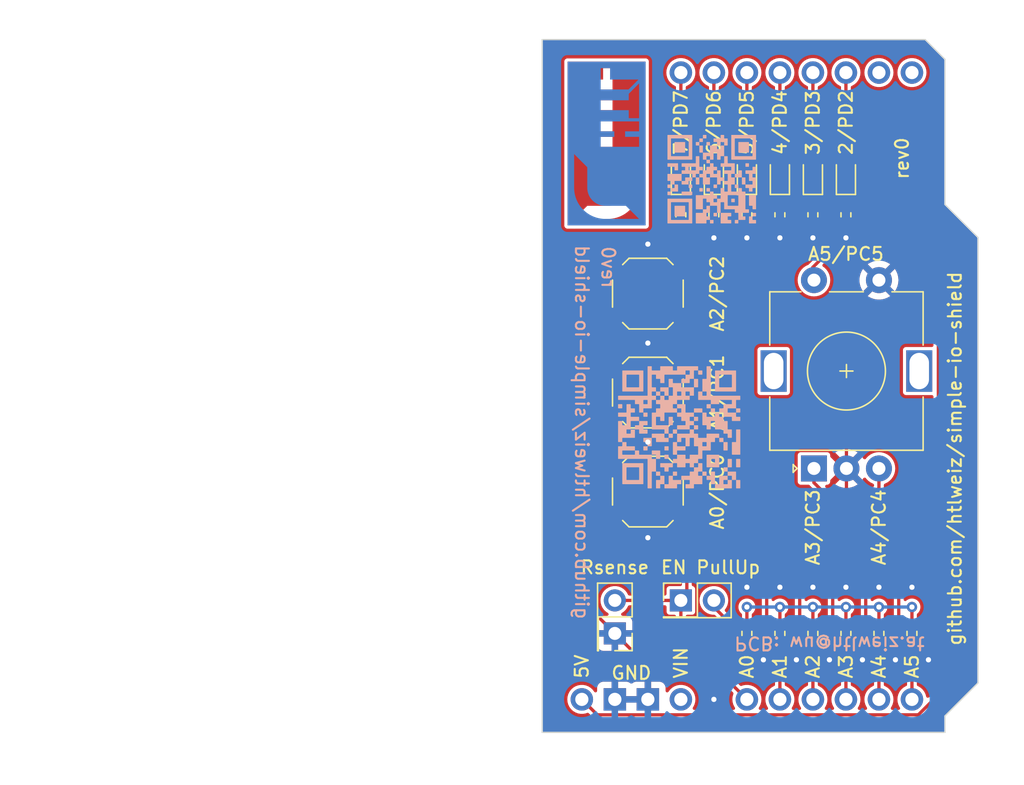
<source format=kicad_pcb>
(kicad_pcb (version 20221018) (generator pcbnew)
  (title_block (title "Simple IO Shield") (date "2023-03-08") (rev "rev0") (company "HTL Weiz") (comment 1 "wu@htlweiz.at") (comment 2 "https://github.com/htlweiz/simple-io-shield"))
  (layers (0 "F.Cu" signal) (31 "B.Cu" signal) (34 "B.Paste" user) (35 "F.Paste" user) (36 "B.SilkS" user "B.Silkscreen") (37 "F.SilkS" user "F.Silkscreen") (38 "B.Mask" user) (39 "F.Mask" user) (44 "Edge.Cuts" user))
  (net 0 "")
  (net 4 "Net-(D7-K)")
  (net 5 "7{slash}PD7")
  (net 6 "Net-(D2-K)")
  (net 7 "2{slash}PD2")
  (net 8 "Net-(D3-K)")
  (net 9 "3{slash}PD3")
  (net 10 "Net-(D4-K)")
  (net 11 "4{slash}PD4")
  (net 12 "Net-(D5-K)")
  (net 13 "5{slash}PD5")
  (net 14 "Net-(D6-K)")
  (net 15 "6{slash}PD6")
  (net 16 "A0{slash}PC0")
  (net 17 "Net-(J1-Pin_2)")
  (net 18 "GND")
  (net 19 "+5V")
  (net 20 "A1{slash}PC1")
  (net 21 "A2{slash}PC2")
  (net 22 "A5{slash}PC5")
  (net 23 "A4{slash}PC4")
  (net 24 "A3{slash}PC3")
  (footprint "LED_SMD:LED_0603_1608Metric" (layer "F.Cu") (at 177.8 89.1795 90)
    (fp_text reference "D4" hide)
    (fp_text value "red")
  )
  (footprint "PCM_arduino-library:Arduino_Uno_R3_Shield" (layer "F.Cu") (at 124.46 132.08)
    (fp_text reference "XA1" hide)
    (fp_text value "Arduino_Uno_R3_Shield")
  )
  (footprint "Resistor_SMD:R_0402_1005Metric" (layer "F.Cu") (at 170.18 92.2295 -90)
    (fp_text reference "R5" hide)
    (fp_text value "220")
  )
  (footprint "Connector_PinSocket_2.54mm:PinSocket_2x01_P2.54mm_Vertical" (layer "F.Cu") (at 165.1 124.46 -90)
    (fp_text reference "J2" hide)
    (fp_text value "Conn_01x02_Pin" hide)
  )
  (footprint "Resistor_SMD:R_0402_1005Metric" (layer "F.Cu") (at 177.8 124.46 -90)
    (fp_text reference "R2" hide)
    (fp_text value "10k" hide)
  )
  (footprint "LED_SMD:LED_0603_1608Metric" (layer "F.Cu") (at 180.34 89.1795 90)
    (fp_text reference "D3" hide)
    (fp_text value "red")
  )
  (footprint "Resistor_SMD:R_0402_1005Metric" (layer "F.Cu") (at 180.34 124.46 -90)
    (fp_text reference "R3" hide)
    (fp_text value "10k" hide)
  )
  (footprint "simple-io-shield:SW_SPST_TS-1187A" (layer "F.Cu") (at 167.64 105.918)
    (fp_text reference "SW1" hide)
    (fp_text value "SW_SPST" hide)
  )
  (footprint "Rotary_Encoder:RotaryEncoder_Alps_EC11E-Switch_Vertical_H20mm" (layer "F.Cu") (at 180.42 111.76 90)
    (fp_text reference "SW3" hide)
    (fp_text value "RotaryEncoder_Switch" hide)
  )
  (footprint "LED_SMD:LED_0603_1608Metric" (layer "F.Cu") (at 182.88 89.1795 90)
    (fp_text reference "D2" hide)
    (fp_text value "red")
  )
  (footprint "Resistor_SMD:R_0402_1005Metric" (layer "F.Cu") (at 187.96 124.46 -90)
    (fp_text reference "R4" hide)
    (fp_text value "10k" hide)
  )
  (footprint "LED_SMD:LED_0603_1608Metric" (layer "F.Cu") (at 172.72 89.1795 90)
    (fp_text reference "D6" hide)
    (fp_text value "red")
  )
  (footprint "Resistor_SMD:R_0402_1005Metric" (layer "F.Cu") (at 182.88 124.46124 -90)
    (fp_text reference "R8" hide)
    (fp_text value "10k" hide)
  )
  (footprint "Resistor_SMD:R_0402_1005Metric" (layer "F.Cu") (at 185.42 124.46 -90)
    (fp_text reference "R7" hide)
    (fp_text value "10k" hide)
  )
  (footprint "LED_SMD:LED_0603_1608Metric" (layer "F.Cu") (at 175.26 89.1795 90)
    (fp_text reference "D5" hide)
    (fp_text value "red")
  )
  (footprint "Resistor_SMD:R_0402_1005Metric" (layer "F.Cu") (at 175.26 124.46 -90)
    (fp_text reference "R1" hide)
    (fp_text value "10k" hide)
  )
  (footprint "LED_SMD:LED_0603_1608Metric" (layer "F.Cu") (at 170.18 89.1795 90)
    (fp_text reference "D7" hide)
    (fp_text value "red")
  )
  (footprint "Resistor_SMD:R_0402_1005Metric" (layer "F.Cu") (at 180.34 92.2295 -90)
    (fp_text reference "R11" hide)
    (fp_text value "220")
  )
  (footprint "simple-io-shield:SW_SPST_TS-1187A" (layer "F.Cu") (at 167.64 98.298)
    (fp_text reference "SW2" hide)
    (fp_text value "SW_SPST" hide)
  )
  (footprint "Resistor_SMD:R_0402_1005Metric" (layer "F.Cu") (at 175.26 92.2295 -90)
    (fp_text reference "R9" hide)
    (fp_text value "220")
  )
  (footprint "htl-weiz-logo:logo-6mm" (layer "F.Cu") (at 161.462925 93.045975 90)
    (fp_text reference "REF**" hide)
    (fp_text value "logo-6mm" hide)
  )
  (footprint "Resistor_SMD:R_0402_1005Metric" (layer "F.Cu") (at 172.72 92.2295 -90)
    (fp_text reference "R6" hide)
    (fp_text value "220")
  )
  (footprint "Resistor_SMD:R_0402_1005Metric" (layer "F.Cu") (at 182.88 92.2295 -90)
    (fp_text reference "R12" hide)
    (fp_text value "220")
  )
  (footprint "Resistor_SMD:R_0402_1005Metric" (layer "F.Cu") (at 177.8 92.2295 -90)
    (fp_text reference "R10" hide)
    (fp_text value "220")
  )
  (footprint "simple-io-shield:SW_SPST_TS-1187A" (layer "F.Cu") (at 167.64 113.538)
    (fp_text reference "SW0" hide)
    (fp_text value "SW_SPST" hide)
  )
  (footprint "Connector_PinHeader_2.54mm:PinHeader_2x01_P2.54mm_Vertical" (layer "F.Cu") (at 170.18 121.92)
    (fp_text reference "J1" hide)
    (fp_text value "Conn_01x02_Pin" hide)
  )
  (footprint "htl-weiz-logo:logo-6mm" (layer "B.Cu") (at 167.467076 93.045975 90)
    (fp_text reference "REF**" hide)
    (fp_text value "logo-6mm" hide)
  )
  (gr_poly (pts (xy 172.121404 86.079126) (xy 172.122789 86.079232) (xy 172.124154 86.079405) (xy 172.125497 86.079645) (xy 172.126816 86.07995) (xy 172.12811 86.080317) (xy 172.129378 86.080746) (xy 172.130616 86.081234) (xy 172.131824 86.08178) (xy 172.133 86.082383) (xy 172.134142 86.083039) (xy 172.135249 86.083749) (xy 172.136318 86.084509) (xy 172.137348 86.085319) (xy 172.138338 86.086176) (xy 172.139285 86.087079) (xy 172.140188 86.088026) (xy 172.141045 86.089016) (xy 172.141855 86.090046) (xy 172.142615 86.091115) (xy 172.143325 86.092222) (xy 172.143981 86.093364) (xy 172.144584 86.09454) (xy 172.14513 86.095748) (xy 172.145618 86.096986) (xy 172.146047 86.098254) (xy 172.146414 86.099548) (xy 172.146719 86.100867) (xy 172.146959 86.10221) (xy 172.147132 86.103575) (xy 172.147238 86.10496) (xy 172.147273 86.106364) (xy 172.147273 86.324546) (xy 172.147238 86.325949) (xy 172.147132 86.327334) (xy 172.146959 86.328699) (xy 172.146719 86.330042) (xy 172.146414 86.331361) (xy 172.146047 86.332656) (xy 172.145618 86.333923) (xy 172.14513 86.335161) (xy 172.144584 86.336369) (xy 172.143981 86.337545) (xy 172.143325 86.338688) (xy 172.142615 86.339794) (xy 172.141855 86.340863) (xy 172.141045 86.341894) (xy 172.140188 86.342883) (xy 172.139285 86.34383) (xy 172.138338 86.344733) (xy 172.137348 86.345591) (xy 172.136318 86.3464) (xy 172.135249 86.347161) (xy 172.134142 86.34787) (xy 172.133 86.348527) (xy 172.131824 86.349129) (xy 172.130616 86.349675) (xy 172.129378 86.350163) (xy 172.12811 86.350592) (xy 172.126816 86.35096) (xy 172.125497 86.351264) (xy 172.124154 86.351504) (xy 172.122789 86.351677) (xy 172.121404 86.351783) (xy 172.12 86.351818) (xy 171.874546 86.351818) (xy 171.874546 86.106364) (xy 171.874581 86.10496) (xy 171.874687 86.103575) (xy 171.87486 86.10221) (xy 171.8751 86.100867) (xy 171.875404 86.099548) (xy 171.875772 86.098254) (xy 171.876201 86.096986) (xy 171.876689 86.095748) (xy 171.877235 86.09454) (xy 171.877837 86.093364) (xy 171.878494 86.092222) (xy 171.879203 86.091115) (xy 171.879964 86.090046) (xy 171.880774 86.089016) (xy 171.881631 86.088026) (xy 171.882534 86.087079) (xy 171.883481 86.086176) (xy 171.88447 86.085319) (xy 171.885501 86.084509) (xy 171.88657 86.083749) (xy 171.887677 86.083039) (xy 171.888819 86.082383) (xy 171.889995 86.08178) (xy 171.891203 86.081234) (xy 171.892441 86.080746) (xy 171.893708 86.080317) (xy 171.895003 86.07995) (xy 171.896322 86.079645) (xy 171.897665 86.079405) (xy 171.89903 86.079232) (xy 171.900415 86.079126) (xy 171.901818 86.079091) (xy 172.12 86.079091)) (fill solid) (layer "B.SilkS"))
  (gr_poly (pts (xy 167.911399 103.890204) (xy 167.913046 103.89033) (xy 167.91467 103.890536) (xy 167.916267 103.890821) (xy 167.917836 103.891183) (xy 167.919375 103.89162) (xy 167.920882 103.89213) (xy 167.922355 103.892711) (xy 167.923791 103.89336) (xy 167.92519 103.894077) (xy 167.926548 103.894858) (xy 167.927864 103.895701) (xy 167.929135 103.896605) (xy 167.93036 103.897568) (xy 167.931537 103.898588) (xy 167.932664 103.899661) (xy 167.933738 103.900788) (xy 167.934757 103.901965) (xy 167.93572 103.90319) (xy 167.936624 103.904461) (xy 167.937468 103.905777) (xy 167.938249 103.907135) (xy 167.938965 103.908534) (xy 167.939614 103.909971) (xy 167.940195 103.911443) (xy 167.940705 103.91295) (xy 167.941142 103.914489) (xy 167.941504 103.916058) (xy 167.941789 103.917656) (xy 167.941996 103.919279) (xy 167.942121 103.920926) (xy 167.942163 103.922595) (xy 167.942163 104.182054) (xy 167.942205 104.183723) (xy 167.94233 104.18537) (xy 167.942537 104.186993) (xy 167.942822 104.18859) (xy 167.943184 104.19016) (xy 167.943621 104.191699) (xy 167.944131 104.193206) (xy 167.944712 104.194678) (xy 167.945361 104.196115) (xy 167.946077 104.197513) (xy 167.946858 104.198872) (xy 167.947702 104.200187) (xy 167.948606 104.201459) (xy 167.949569 104.202684) (xy 167.950588 104.203861) (xy 167.951662 104.204987) (xy 167.952789 104.206061) (xy 167.953965 104.207081) (xy 167.955191 104.208043) (xy 167.956462 104.208948) (xy 167.957778 104.209791) (xy 167.959136 104.210572) (xy 167.960535 104.211288) (xy 167.961971 104.211938) (xy 167.963444 104.212519) (xy 167.964951 104.213029) (xy 167.96649 104.213466) (xy 167.968059 104.213828) (xy 167.969656 104.214113) (xy 167.971279 104.214319) (xy 167.972927 104.214444) (xy 167.974596 104.214487) (xy 168.55838 104.214487) (xy 168.560049 104.214444) (xy 168.561696 104.214319) (xy 168.563319 104.214113) (xy 168.564916 104.213828) (xy 168.566485 104.213466) (xy 168.568024 104.213028) (xy 168.569531 104.212519) (xy 168.571003 104.211938) (xy 168.57244 104.211288) (xy 168.573838 104.210572) (xy 168.575197 104.209791) (xy 168.576512 104.208948) (xy 168.577784 104.208043) (xy 168.579009 104.207081) (xy 168.580186 104.206061) (xy 168.581312 104.204987) (xy 168.582386 104.203861) (xy 168.583405 104.202684) (xy 168.584368 104.201459) (xy 168.585272 104.200187) (xy 168.586116 104.198872) (xy 168.586897 104.197513) (xy 168.587613 104.196115) (xy 168.588263 104.194678) (xy 168.588843 104.193205) (xy 168.589353 104.191699) (xy 168.58979 104.190159) (xy 168.590152 104.18859) (xy 168.590438 104.186993) (xy 168.590644 104.18537) (xy 168.590769 104.183723) (xy 168.590811 104.182054) (xy 168.590811 103.922595) (xy 168.590853 103.920926) (xy 168.590979 103.919279) (xy 168.591185 103.917656) (xy 168.59147 103.916058) (xy 168.591832 103.914489) (xy 168.592269 103.91295) (xy 168.592779 103.911443) (xy 168.59336 103.909971) (xy 168.594009 103.908534) (xy 168.594726 103.907135) (xy 168.595507 103.905777) (xy 168.59635 103.904461) (xy 168.597254 103.90319) (xy 168.598217 103.901965) (xy 168.599237 103.900788) (xy 168.600311 103.899661) (xy 168.601437 103.898588) (xy 168.602614 103.897568) (xy 168.603839 103.896605) (xy 168.60511 103.895701) (xy 168.606426 103.894858) (xy 168.607785 103.894077) (xy 168.609183 103.89336) (xy 168.61062 103.892711) (xy 168.612092 103.89213) (xy 168.613599 103.89162) (xy 168.615138 103.891183) (xy 168.616708 103.890821) (xy 168.618305 103.890536) (xy 168.619928 103.89033) (xy 168.621575 103.890204) (xy 168.623244 103.890162) (xy 169.531352 103.890162) (xy 169.533021 103.890204) (xy 169.534668 103.89033) (xy 169.536291 103.890536) (xy 169.537888 103.890821) (xy 169.539457 103.891183) (xy 169.540996 103.89162) (xy 169.542503 103.89213) (xy 169.543976 103.892711) (xy 169.545413 103.89336) (xy 169.546811 103.894077) (xy 169.548169 103.894858) (xy 169.549485 103.895701) (xy 169.550757 103.896605) (xy 169.551982 103.897568) (xy 169.553159 103.898588) (xy 169.554285 103.899661) (xy 169.555359 103.900788) (xy 169.556378 103.901965) (xy 169.557341 103.90319) (xy 169.558245 103.904461) (xy 169.559089 103.905777) (xy 169.55987 103.907135) (xy 169.560586 103.908534) (xy 169.561235 103.909971) (xy 169.561816 103.911443) (xy 169.562326 103.91295) (xy 169.562763 103.914489) (xy 169.563125 103.916058) (xy 169.56341 103.917656) (xy 169.563617 103.919279) (xy 169.563742 103.920926) (xy 169.563784 103.922595) (xy 169.563784 104.182054) (xy 169.563826 104.183723) (xy 169.563952 104.18537) (xy 169.564158 104.186993) (xy 169.564443 104.18859) (xy 169.564805 104.19016) (xy 169.565242 104.191699) (xy 169.565752 104.193206) (xy 169.566333 104.194678) (xy 169.566982 104.196115) (xy 169.567699 104.197513) (xy 169.568479 104.198872) (xy 169.569323 104.200187) (xy 169.570227 104.201459) (xy 169.57119 104.202684) (xy 169.57221 104.203861) (xy 169.573283 104.204987) (xy 169.57441 104.206061) (xy 169.575587 104.207081) (xy 169.576812 104.208043) (xy 169.578083 104.208948) (xy 169.579399 104.209791) (xy 169.580757 104.210572) (xy 169.582156 104.211288) (xy 169.583592 104.211938) (xy 169.585065 104.212519) (xy 169.586572 104.213029) (xy 169.588111 104.213466) (xy 169.58968 104.213828) (xy 169.591278 104.214113) (xy 169.592901 104.214319) (xy 169.594548 104.214444) (xy 169.596217 104.214487) (xy 169.855676 104.214487) (xy 169.857345 104.214444) (xy 169.858992 104.214319) (xy 169.860615 104.214113) (xy 169.862212 104.213828) (xy 169.863782 104.213466) (xy 169.865321 104.213028) (xy 169.866828 104.212519) (xy 169.8683 104.211938) (xy 169.869737 104.211288) (xy 169.871135 104.210572) (xy 169.872494 104.209791) (xy 169.873809 104.208948) (xy 169.875081 104.208043) (xy 169.876306 104.207081) (xy 169.877483 104.206061) (xy 169.878609 104.204987) (xy 169.879683 104.203861) (xy 169.880703 104.202684) (xy 169.881665 104.201459) (xy 169.88257 104.200187) (xy 169.883413 104.198872) (xy 169.884194 104.197513) (xy 169.88491 104.196115) (xy 169.88556 104.194678) (xy 169.886141 104.193205) (xy 169.886651 104.191699) (xy 169.887088 104.190159) (xy 169.88745 104.18859) (xy 169.887735 104.186993) (xy 169.887941 104.18537) (xy 169.888066 104.183723) (xy 169.888109 104.182054) (xy 169.888109 103.922595) (xy 169.888151 103.920926) (xy 169.888276 103.919279) (xy 169.888482 103.917656) (xy 169.888768 103.916058) (xy 169.88913 103.914489) (xy 169.889567 103.91295) (xy 169.890077 103.911443) (xy 169.890657 103.909971) (xy 169.891307 103.908534) (xy 169.892023 103.907135) (xy 169.892804 103.905777) (xy 169.893648 103.904461) (xy 169.894552 103.90319) (xy 169.895515 103.901965) (xy 169.896534 103.900788) (xy 169.897608 103.899661) (xy 169.898734 103.898588) (xy 169.899911 103.897568) (xy 169.901136 103.896605) (xy 169.902408 103.895701) (xy 169.903724 103.894858) (xy 169.905082 103.894077) (xy 169.90648 103.89336) (xy 169.907917 103.892711) (xy 169.90939 103.89213) (xy 169.910897 103.89162) (xy 169.912436 103.891183) (xy 169.914005 103.890821) (xy 169.915602 103.890536) (xy 169.917225 103.89033) (xy 169.918872 103.890204) (xy 169.920541 103.890162) (xy 171.477298 103.890162) (xy 171.478967 103.890204) (xy 171.480614 103.89033) (xy 171.482237 103.890536) (xy 171.483834 103.890821) (xy 171.485404 103.891183) (xy 171.486943 103.89162) (xy 171.48845 103.89213) (xy 171.489922 103.892711) (xy 171.491359 103.89336) (xy 171.492757 103.894077) (xy 171.494116 103.894858) (xy 171.495432 103.895701) (xy 171.496703 103.896605) (xy 171.497928 103.897568) (xy 171.499105 103.898588) (xy 171.500231 103.899661) (xy 171.501305 103.900788) (xy 171.502325 103.901965) (xy 171.503288 103.90319) (xy 171.504192 103.904461) (xy 171.505035 103.905777) (xy 171.505816 103.907135) (xy 171.506533 103.908534) (xy 171.507182 103.909971) (xy 171.507763 103.911443) (xy 171.508273 103.91295) (xy 171.50871 103.914489) (xy 171.509072 103.916058) (xy 171.509357 103.917656) (xy 171.509563 103.919279) (xy 171.509689 103.920926) (xy 171.509731 103.922595) (xy 171.509731 104.214487) (xy 171.801622 104.214487) (xy 171.803291 104.214529) (xy 171.804938 104.214654) (xy 171.806561 104.21486) (xy 171.808158 104.215146) (xy 171.809727 104.215508) (xy 171.811266 104.215945) (xy 171.812773 104.216455) (xy 171.814246 104.217035) (xy 171.815683 104.217685) (xy 171.817081 104.218401) (xy 171.81844 104.219182) (xy 171.819755 104.220026) (xy 171.821027 104.22093) (xy 171.822252 104.221893) (xy 171.823429 104.222912) (xy 171.824555 104.223986) (xy 171.825629 104.225112) (xy 171.826649 104.226289) (xy 171.827611 104.227514) (xy 171.828516 104.228786) (xy 171.829359 104.230102) (xy 171.83014 104.23146) (xy 171.830856 104.232858) (xy 171.831506 104.234295) (xy 171.832086 104.235768) (xy 171.832596 104.237275) (xy 171.833033 104.238814) (xy 171.833396 104.240383) (xy 171.833681 104.24198) (xy 171.833887 104.243603) (xy 171.834012 104.24525) (xy 171.834054 104.246919) (xy 171.834054 104.506378) (xy 171.834012 104.508047) (xy 171.833887 104.509694) (xy 171.833681 104.511318) (xy 171.833396 104.512915) (xy 171.833033 104.514484) (xy 171.832596 104.516023) (xy 171.832086 104.51753) (xy 171.831506 104.519003) (xy 171.830856 104.520439) (xy 171.83014 104.521838) (xy 171.829359 104.523196) (xy 171.828516 104.524512) (xy 171.827611 104.525783) (xy 171.826649 104.527009) (xy 171.825629 104.528185) (xy 171.824555 104.529312) (xy 171.823429 104.530386) (xy 171.822252 104.531405) (xy 171.821027 104.532368) (xy 171.819755 104.533272) (xy 171.81844 104.534116) (xy 171.817081 104.534896) (xy 171.815683 104.535613) (xy 171.814246 104.536262) (xy 171.812773 104.536843) (xy 171.811266 104.537353) (xy 171.809727 104.53779) (xy 171.808158 104.538152) (xy 171.806561 104.538437) (xy 171.804938 104.538643) (xy 171.803291 104.538769) (xy 171.801622 104.538811) (xy 171.542163 104.538811) (xy 171.540494 104.538769) (xy 171.538847 104.538643) (xy 171.537224 104.538437) (xy 171.535626 104.538152) (xy 171.534057 104.53779) (xy 171.532518 104.537353) (xy 171.531011 104.536843) (xy 171.529538 104.536262) (xy 171.528102 104.535613) (xy 171.526703 104.534896) (xy 171.525345 104.534116) (xy 171.524029 104.533272) (xy 171.522758 104.532368) (xy 171.521533 104.531405) (xy 171.520356 104.530385) (xy 171.519229 104.529312) (xy 171.518156 104.528185) (xy 171.517136 104.527008) (xy 171.516173 104.525783) (xy 171.515269 104.524512) (xy 171.514426 104.523196) (xy 171.513645 104.521838) (xy 171.512928 104.520439) (xy 171.512279 104.519003) (xy 171.511698 104.51753) (xy 171.511188 104.516023) (xy 171.510751 104.514484) (xy 171.510389 104.512915) (xy 171.510104 104.511318) (xy 171.509898 104.509694) (xy 171.509773 104.508047) (xy 171.50973 104.506378) (xy 171.50973 104.214487) (xy 171.217838 104.214487) (xy 171.216169 104.214529) (xy 171.214522 104.214654) (xy 171.212899 104.21486) (xy 171.211302 104.215146) (xy 171.209733 104.215508) (xy 171.208194 104.215945) (xy 171.206687 104.216455) (xy 171.205214 104.217035) (xy 171.203777 104.217685) (xy 171.202379 104.218401) (xy 171.201021 104.219182) (xy 171.199705 104.220026) (xy 171.198433 104.22093) (xy 171.197208 104.221893) (xy 171.196031 104.222912) (xy 171.194905 104.223986) (xy 171.193831 104.225112) (xy 171.192812 104.226289) (xy 171.191849 104.227514) (xy 171.190945 104.228786) (xy 171.190101 104.230102) (xy 171.18932 104.23146) (xy 171.188604 104.232858) (xy 171.187954 104.234295) (xy 171.187374 104.235768) (xy 171.186864 104.237275) (xy 171.186427 104.238814) (xy 171.186065 104.240383) (xy 171.185779 104.24198) (xy 171.185573 104.243603) (xy 171.185448 104.24525) (xy 171.185406 104.246919) (xy 171.185406 104.863135) (xy 170.893514 104.863135) (xy 170.891845 104.863177) (xy 170.890198 104.863303) (xy 170.888575 104.863509) (xy 170.886978 104.863794) (xy 170.885409 104.864156) (xy 170.88387 104.864593) (xy 170.882363 104.865103) (xy 170.88089 104.865684) (xy 170.879453 104.866333) (xy 170.878055 104.86705) (xy 170.876696 104.86783) (xy 170.875381 104.868674) (xy 170.874109 104.869578) (xy 170.872884 104.870541) (xy 170.871707 104.871561) (xy 170.870581 104.872634) (xy 170.869507 104.873761) (xy 170.868487 104.874938) (xy 170.867525 104.876163) (xy 170.86662 104.877434) (xy 170.865777 104.87875) (xy 170.864996 104.880108) (xy 170.86428 104.881507) (xy 170.86363 104.882943) (xy 170.86305 104.884416) (xy 170.86254 104.885923) (xy 170.862103 104.887462) (xy 170.86174 104.889031) (xy 170.861455 104.890629) (xy 170.861249 104.892252) (xy 170.861124 104.893899) (xy 170.861082 104.895568) (xy 170.861082 105.155027) (xy 170.861039 105.156696) (xy 170.860914 105.158343) (xy 170.860708 105.159966) (xy 170.860423 105.161563) (xy 170.86006 105.163132) (xy 170.859623 105.164671) (xy 170.859114 105.166178) (xy 170.858533 105.167651) (xy 170.857883 105.169088) (xy 170.857167 105.170486) (xy 170.856386 105.171844) (xy 170.855543 105.17316) (xy 170.854638 105.174432) (xy 170.853676 105.175657) (xy 170.852656 105.176834) (xy 170.851582 105.17796) (xy 170.850456 105.179034) (xy 170.849279 105.180053) (xy 170.848054 105.181016) (xy 170.846782 105.18192) (xy 170.845466 105.182764) (xy 170.844108 105.183545) (xy 170.84271 105.184261) (xy 170.841273 105.184911) (xy 170.8398 105.185491) (xy 170.838293 105.186001) (xy 170.836754 105.186438) (xy 170.835185 105.186801) (xy 170.833588 105.187086) (xy 170.831965 105.187292) (xy 170.830318 105.187417) (xy 170.828649 105.187459) (xy 170.212433 105.187459) (xy 170.212433 105.479351) (xy 170.212475 105.48102) (xy 170.2126 105.482667) (xy 170.212807 105.48429) (xy 170.213092 105.485888) (xy 170.213454 105.487457) (xy 170.213891 105.488996) (xy 170.214401 105.490503) (xy 170.214982 105.491975) (xy 170.215631 105.493412) (xy 170.216347 105.494811) (xy 170.217128 105.496169) (xy 170.217972 105.497485) (xy 170.218876 105.498756) (xy 170.219839 105.499981) (xy 170.220858 105.501158) (xy 170.221932 105.502285) (xy 170.223058 105.503358) (xy 170.224235 105.504378) (xy 170.225461 105.505341) (xy 170.226732 105.506245) (xy 170.228048 105.507088) (xy 170.229406 105.507869) (xy 170.230805 105.508586) (xy 170.232241 105.509235) (xy 170.233714 105.509816) (xy 170.235221 105.510326) (xy 170.23676 105.510763) (xy 170.238329 105.511125) (xy 170.239926 105.51141) (xy 170.241549 105.511616) (xy 170.243196 105.511742) (xy 170.244865 105.511784) (xy 171.185406 105.511784) (xy 171.185406 106.128) (xy 171.185363 106.129669) (xy 171.185238 106.131316) (xy 171.185032 106.132939) (xy 171.184747 106.134536) (xy 171.184385 106.136105) (xy 171.183948 106.137644) (xy 171.183438 106.139151) (xy 171.182857 106.140624) (xy 171.182208 106.142061) (xy 171.181491 106.143459) (xy 171.18071 106.144817) (xy 171.179867 106.146133) (xy 171.178963 106.147405) (xy 171.178 106.14863) (xy 171.17698 106.149807) (xy 171.175907 106.150933) (xy 171.17478 106.152007) (xy 171.173603 106.153026) (xy 171.172378 106.153989) (xy 171.171107 106.154893) (xy 171.169791 106.155737) (xy 171.168433 106.156518) (xy 171.167034 106.157234) (xy 171.165598 106.157884) (xy 171.164125 106.158464) (xy 171.162618 106.158974) (xy 171.161079 106.159411) (xy 171.15951 106.159773) (xy 171.157912 106.160059) (xy 171.156289 106.160265) (xy 171.154642 106.16039) (xy 171.152973 106.160432) (xy 170.861082 106.160432) (xy 170.861082 105.868541) (xy 170.861039 105.866872) (xy 170.860914 105.865224) (xy 170.860708 105.863601) (xy 170.860423 105.862004) (xy 170.86006 105.860435) (xy 170.859623 105.858896) (xy 170.859114 105.857389) (xy 170.858533 105.855916) (xy 170.857883 105.85448) (xy 170.857167 105.853081) (xy 170.856386 105.851723) (xy 170.855543 105.850407) (xy 170.854638 105.849136) (xy 170.853676 105.84791) (xy 170.852656 105.846734) (xy 170.851582 105.845607) (xy 170.850456 105.844533) (xy 170.849279 105.843514) (xy 170.848054 105.842551) (xy 170.846782 105.841647) (xy 170.845466 105.840803) (xy 170.844108 105.840023) (xy 170.84271 105.839306) (xy 170.841273 105.838657) (xy 170.8398 105.838076) (xy 170.838293 105.837566) (xy 170.836754 105.837129) (xy 170.835185 105.836767) (xy 170.833588 105.836482) (xy 170.831965 105.836276) (xy 170.830318 105.83615) (xy 170.828649 105.836108) (xy 170.56919 105.836108) (xy 170.567521 105.83615) (xy 170.565873 105.836276) (xy 170.56425 105.836482) (xy 170.562653 105.836767) (xy 170.561084 105.837129) (xy 170.559545 105.837566) (xy 170.558038 105.838076) (xy 170.556565 105.838657) (xy 170.555129 105.839306) (xy 170.55373 105.840023) (xy 170.552372 105.840803) (xy 170.551056 105.841647) (xy 170.549785 105.842551) (xy 170.54856 105.843514) (xy 170.547383 105.844533) (xy 170.546257 105.845607) (xy 170.545183 105.846734) (xy 170.544163 105.84791) (xy 170.5432 105.849136) (xy 170.542296 105.850407) (xy 170.541453 105.851723) (xy 170.540672 105.853081) (xy 170.539956 105.85448) (xy 170.539306 105.855916) (xy 170.538725 105.857389) (xy 170.538215 105.858896) (xy 170.537778 105.860435) (xy 170.537416 105.862004) (xy 170.537131 105.863601) (xy 170.536925 105.865224) (xy 170.5368 105.866872) (xy 170.536757 105.868541) (xy 170.536757 106.128) (xy 170.5368 106.129669) (xy 170.536925 106.131316) (xy 170.537131 106.132939) (xy 170.537416 106.134536) (xy 170.537778 106.136106) (xy 170.538215 106.137645) (xy 170.538725 106.139152) (xy 170.539306 106.140624) (xy 170.539956 106.142061) (xy 170.540672 106.143459) (xy 170.541453 106.144818) (xy 170.542296 106.146133) (xy 170.5432 106.147405) (xy 170.544163 106.14863) (xy 170.545183 106.149807) (xy 170.546257 106.150933) (xy 170.547383 106.152007) (xy 170.54856 106.153027) (xy 170.549785 106.15399) (xy 170.551056 106.154894) (xy 170.552372 106.155737) (xy 170.55373 106.156518) (xy 170.555129 106.157235) (xy 170.556565 106.157884) (xy 170.558038 106.158465) (xy 170.559545 106.158975) (xy 170.561084 106.159412) (xy 170.562653 106.159774) (xy 170.56425 106.160059) (xy 170.565873 106.160265) (xy 170.567521 106.160391) (xy 170.56919 106.160433) (xy 170.861082 106.160433) (xy 170.861082 106.452324) (xy 170.861039 106.453993) (xy 170.860914 106.45564) (xy 170.860708 106.457264) (xy 170.860423 106.458861) (xy 170.86006 106.46043) (xy 170.859623 106.461969) (xy 170.859114 106.463476) (xy 170.858533 106.464949) (xy 170.857883 106.466385) (xy 170.857167 106.467784) (xy 170.856386 106.469142) (xy 170.855543 106.470458) (xy 170.854638 106.471729) (xy 170.853676 106.472954) (xy 170.852656 106.474131) (xy 170.851582 106.475258) (xy 170.850456 106.476331) (xy 170.849279 106.477351) (xy 170.848054 106.478314) (xy 170.846782 106.479218) (xy 170.845466 106.480061) (xy 170.844108 106.480842) (xy 170.84271 106.481559) (xy 170.841273 106.482208) (xy 170.8398 106.482789) (xy 170.838293 106.483299) (xy 170.836754 106.483736) (xy 170.835185 106.484098) (xy 170.833588 106.484383) (xy 170.831965 106.484589) (xy 170.830318 106.484715) (xy 170.828649 106.484757) (xy 169.920541 106.484757) (xy 169.918872 106.484799) (xy 169.917225 106.484924) (xy 169.915602 106.48513) (xy 169.914005 106.485416) (xy 169.912436 106.485778) (xy 169.910897 106.486215) (xy 169.90939 106.486725) (xy 169.907917 106.487305) (xy 169.90648 106.487955) (xy 169.905082 106.488671) (xy 169.903724 106.489452) (xy 169.902408 106.490296) (xy 169.901136 106.4912) (xy 169.899911 106.492163) (xy 169.898734 106.493182) (xy 169.897608 106.494256) (xy 169.896534 106.495382) (xy 169.895515 106.496559) (xy 169.894552 106.497784) (xy 169.893648 106.499056) (xy 169.892804 106.500372) (xy 169.892023 106.50173) (xy 169.891307 106.503128) (xy 169.890657 106.504565) (xy 169.890077 106.506038) (xy 169.889567 106.507545) (xy 169.88913 106.509084) (xy 169.888768 106.510653) (xy 169.888482 106.51225) (xy 169.888276 106.513873) (xy 169.888151 106.51552) (xy 169.888109 106.517189) (xy 169.888109 106.809081) (xy 169.596217 106.809081) (xy 169.594548 106.809123) (xy 169.592901 106.809249) (xy 169.591278 106.809455) (xy 169.58968 106.80974) (xy 169.588111 106.810102) (xy 169.586572 106.810539) (xy 169.585065 106.811049) (xy 169.583592 106.81163) (xy 169.582156 106.812279) (xy 169.580757 106.812995) (xy 169.579399 106.813776) (xy 169.578083 106.81462) (xy 169.576812 106.815524) (xy 169.575587 106.816487) (xy 169.57441 106.817506) (xy 169.573283 106.81858) (xy 169.57221 106.819707) (xy 169.57119 106.820883) (xy 169.570227 106.822109) (xy 169.569323 106.82338) (xy 169.568479 106.824696) (xy 169.567699 106.826054) (xy 169.566982 106.827453) (xy 169.566333 106.828889) (xy 169.565752 106.830362) (xy 169.565242 106.831869) (xy 169.564805 106.833408) (xy 169.564443 106.834977) (xy 169.564158 106.836574) (xy 169.563952 106.838198) (xy 169.563826 106.839845) (xy 169.563784 106.841514) (xy 169.563784 107.100973) (xy 169.563826 107.102642) (xy 169.563952 107.104289) (xy 169.564158 107.105912) (xy 169.564443 107.107509) (xy 169.564805 107.109079) (xy 169.565242 107.110618) (xy 169.565752 107.112125) (xy 169.566333 107.113597) (xy 169.566982 107.115034) (xy 169.567699 107.116432) (xy 169.568479 107.117791) (xy 169.569323 107.119106) (xy 169.570227 107.120378) (xy 169.57119 107.121603) (xy 169.57221 107.12278) (xy 169.573283 107.123906) (xy 169.57441 107.12498) (xy 169.575587 107.126) (xy 169.576812 107.126962) (xy 169.578083 107.127867) (xy 169.579399 107.12871) (xy 169.580757 107.129491) (xy 169.582156 107.130207) (xy 169.583592 107.130857) (xy 169.585065 107.131438) (xy 169.586572 107.131948) (xy 169.588111 107.132385) (xy 169.58968 107.132747) (xy 169.591278 107.133032) (xy 169.592901 107.133238) (xy 169.594548 107.133363) (xy 169.596217 107.133406) (xy 169.888109 107.133406) (xy 169.888109 107.45773) (xy 168.947568 107.45773) (xy 168.945899 107.457772) (xy 168.944252 107.457897) (xy 168.942629 107.458104) (xy 168.941032 107.458389) (xy 168.939463 107.458751) (xy 168.937924 107.459188) (xy 168.936417 107.459698) (xy 168.934944 107.460278) (xy 168.933507 107.460928) (xy 168.932109 107.461644) (xy 168.930751 107.462425) (xy 168.929435 107.463269) (xy 168.928163 107.464173) (xy 168.926938 107.465136) (xy 168.925761 107.466155) (xy 168.924635 107.467229) (xy 168.923561 107.468355) (xy 168.922542 107.469532) (xy 168.921579 107.470757) (xy 168.920675 107.472029) (xy 168.919831 107.473345) (xy 168.91905 107.474703) (xy 168.918334 107.476101) (xy 168.917684 107.477538) (xy 168.917104 107.479011) (xy 168.916594 107.480518) (xy 168.916157 107.482057) (xy 168.915795 107.483626) (xy 168.91551 107.485223) (xy 168.915303 107.486846) (xy 168.915178 107.488493) (xy 168.915136 107.490162) (xy 168.915136 108.073946) (xy 168.915094 108.075615) (xy 168.914968 108.077262) (xy 168.914762 108.078885) (xy 168.914477 108.080482) (xy 168.914115 108.082051) (xy 168.913678 108.08359) (xy 168.913168 108.085097) (xy 168.912587 108.08657) (xy 168.911938 108.088007) (xy 168.911221 108.089405) (xy 168.91044 108.090763) (xy 168.909597 108.092079) (xy 168.908693 108.093351) (xy 168.90773 108.094576) (xy 168.90671 108.095753) (xy 168.905637 108.096879) (xy 168.90451 108.097953) (xy 168.903333 108.098972) (xy 168.902108 108.099935) (xy 168.900837 108.100839) (xy 168.899521 108.101683) (xy 168.898163 108.102464) (xy 168.896764 108.10318) (xy 168.895327 108.103829) (xy 168.893855 108.10441) (xy 168.892348 108.10492) (xy 168.890809 108.105357) (xy 168.88924 108.105719) (xy 168.887642 108.106004) (xy 168.886019 108.106211) (xy 168.884372 108.106336) (xy 168.882703 108.106378) (xy 168.623244 108.106378) (xy 168.621575 108.106336) (xy 168.619928 108.106211) (xy 168.618305 108.106004) (xy 168.616708 108.105719) (xy 168.615138 108.105357) (xy 168.613599 108.10492) (xy 168.612092 108.10441) (xy 168.61062 108.103829) (xy 168.609183 108.10318) (xy 168.607785 108.102464) (xy 168.606426 108.101683) (xy 168.60511 108.100839) (xy 168.603839 108.099935) (xy 168.602614 108.098972) (xy 168.601437 108.097953) (xy 168.600311 108.096879) (xy 168.599237 108.095753) (xy 168.598217 108.094576) (xy 168.597254 108.093351) (xy 168.59635 108.092079) (xy 168.595507 108.090763) (xy 168.594726 108.089405) (xy 168.594009 108.088007) (xy 168.59336 108.08657) (xy 168.592779 108.085097) (xy 168.592269 108.08359) (xy 168.591832 108.082051) (xy 168.59147 108.080482) (xy 168.591185 108.078885) (xy 168.590979 108.077262) (xy 168.590853 108.075615) (xy 168.590811 108.073946) (xy 168.590811 107.814487) (xy 168.590769 107.812818) (xy 168.590644 107.81117) (xy 168.590438 107.809547) (xy 168.590152 107.80795) (xy 168.58979 107.806381) (xy 168.589353 107.804842) (xy 168.588843 107.803335) (xy 168.588263 107.801862) (xy 168.587613 107.800425) (xy 168.586897 107.799027) (xy 168.586116 107.797669) (xy 168.585272 107.796353) (xy 168.584368 107.795081) (xy 168.583405 107.793856) (xy 168.582386 107.792679) (xy 168.581312 107.791553) (xy 168.580186 107.790479) (xy 168.579009 107.78946) (xy 168.577784 107.788497) (xy 168.576512 107.787593) (xy 168.575196 107.786749) (xy 168.573838 107.785968) (xy 168.57244 107.785252) (xy 168.571003 107.784603) (xy 168.56953 107.784022) (xy 168.568023 107.783512) (xy 168.566484 107.783075) (xy 168.564915 107.782713) (xy 168.563318 107.782428) (xy 168.561695 107.782221) (xy 168.560048 107.782096) (xy 168.558379 107.782054) (xy 168.29892 107.782054) (xy 168.297251 107.782096) (xy 168.295604 107.782221) (xy 168.29398 107.782428) (xy 168.292383 107.782713) (xy 168.290814 107.783075) (xy 168.289275 107.783512) (xy 168.287768 107.784022) (xy 168.286295 107.784603) (xy 168.284859 107.785252) (xy 168.28346 107.785968) (xy 168.282102 107.786749) (xy 168.280786 107.787593) (xy 168.279515 107.788497) (xy 168.278289 107.78946) (xy 168.277113 107.790479) (xy 168.275986 107.791553) (xy 168.274912 107.792679) (xy 168.273893 107.793856) (xy 168.27293 107.795081) (xy 168.272026 107.796353) (xy 168.271182 107.797669) (xy 168.270401 107.799027) (xy 168.269685 107.800425) (xy 168.269036 107.801862) (xy 168.268455 107.803335) (xy 168.267945 107.804842) (xy 168.267508 107.806381) (xy 168.267146 107.80795) (xy 168.266861 107.809547) (xy 168.266655 107.81117) (xy 168.266529 107.812818) (xy 168.266487 107.814487) (xy 168.266487 108.39827) (xy 168.266529 108.399939) (xy 168.266655 108.401586) (xy 168.266861 108.403209) (xy 168.267146 108.404806) (xy 168.267508 108.406376) (xy 168.267945 108.407915) (xy 168.268455 108.409422) (xy 168.269036 108.410894) (xy 168.269685 108.412331) (xy 168.270401 108.413729) (xy 168.271182 108.415088) (xy 168.272026 108.416403) (xy 168.27293 108.417675) (xy 168.273893 108.4189) (xy 168.274912 108.420077) (xy 168.275986 108.421203) (xy 168.277113 108.422277) (xy 168.278289 108.423297) (xy 168.279515 108.424259) (xy 168.280786 108.425164) (xy 168.282102 108.426007) (xy 168.28346 108.426788) (xy 168.284859 108.427504) (xy 168.286295 108.428154) (xy 168.287768 108.428735) (xy 168.289275 108.429245) (xy 168.290814 108.429682) (xy 168.292383 108.430044) (xy 168.29398 108.430329) (xy 168.295604 108.430535) (xy 168.297251 108.43066) (xy 168.29892 108.430703) (xy 169.23946 108.430703) (xy 169.23946 109.079351) (xy 168.915136 109.079351) (xy 168.915136 108.787459) (xy 168.915094 108.78579) (xy 168.914968 108.784143) (xy 168.914762 108.78252) (xy 168.914477 108.780923) (xy 168.914115 108.779354) (xy 168.913678 108.777815) (xy 168.913168 108.776308) (xy 168.912587 108.774835) (xy 168.911938 108.773399) (xy 168.911221 108.772) (xy 168.91044 108.770642) (xy 168.909597 108.769326) (xy 168.908693 108.768055) (xy 168.90773 108.766829) (xy 168.90671 108.765652) (xy 168.905637 108.764526) (xy 168.90451 108.763452) (xy 168.903333 108.762433) (xy 168.902108 108.76147) (xy 168.900837 108.760566) (xy 168.899521 108.759722) (xy 168.898163 108.758941) (xy 168.896764 108.758225) (xy 168.895327 108.757576) (xy 168.893855 108.756995) (xy 168.892348 108.756485) (xy 168.890809 108.756048) (xy 168.88924 108.755686) (xy 168.887642 108.755401) (xy 168.886019 108.755194) (xy 168.884372 108.755069) (xy 168.882703 108.755027) (xy 167.974595 108.755027) (xy 167.972926 108.754985) (xy 167.971279 108.754859) (xy 167.969656 108.754653) (xy 167.968059 108.754368) (xy 167.96649 108.754006) (xy 167.964951 108.753569) (xy 167.963444 108.753059) (xy 167.961971 108.752478) (xy 167.960534 108.751829) (xy 167.959136 108.751112) (xy 167.957778 108.750332) (xy 167.956462 108.749488) (xy 167.95519 108.748584) (xy 167.953965 108.747621) (xy 167.952788 108.746602) (xy 167.951662 108.745528) (xy 167.950588 108.744401) (xy 167.949569 108.743225) (xy 167.948606 108.741999) (xy 167.947702 108.740728) (xy 167.946858 108.739412) (xy 167.946077 108.738054) (xy 167.945361 108.736655) (xy 167.944711 108.735219) (xy 167.944131 108.733746) (xy 167.943621 108.732239) (xy 167.943184 108.7307) (xy 167.942822 108.729131) (xy 167.942536 108.727534) (xy 167.94233 108.72591) (xy 167.942205 108.724263) (xy 167.942163 108.722594) (xy 167.942163 107.490162) (xy 167.942205 107.488493) (xy 167.94233 107.486846) (xy 167.942536 107.485223) (xy 167.942822 107.483626) (xy 167.943184 107.482057) (xy 167.943621 107.480518) (xy 167.944131 107.479011) (xy 167.944711 107.477538) (xy 167.945361 107.476101) (xy 167.946077 107.474703) (xy 167.946858 107.473345) (xy 167.947702 107.472029) (xy 167.948606 107.470757) (xy 167.949569 107.469532) (xy 167.950588 107.468355) (xy 167.951662 107.467229) (xy 167.952788 107.466155) (xy 167.953965 107.465136) (xy 167.95519 107.464173) (xy 167.956462 107.463269) (xy 167.957778 107.462425) (xy 167.959136 107.461644) (xy 167.960534 107.460928) (xy 167.961971 107.460278) (xy 167.963444 107.459698) (xy 167.964951 107.459188) (xy 167.96649 107.458751) (xy 167.968059 107.458389) (xy 167.969656 107.458104) (xy 167.971279 107.457897) (xy 167.972926 107.457772) (xy 167.974595 107.45773) (xy 168.234055 107.45773) (xy 168.235724 107.457688) (xy 168.237371 107.457562) (xy 168.238994 107.457356) (xy 168.240591 107.457071) (xy 168.24216 107.456709) (xy 168.243699 107.456272) (xy 168.245206 107.455762) (xy 168.246679 107.455181) (xy 168.248116 107.454532) (xy 168.249514 107.453815) (xy 168.250872 107.453034) (xy 168.252188 107.452191) (xy 168.25346 107.451287) (xy 168.254685 107.450324) (xy 168.255861 107.449304) (xy 168.256988 107.448231) (xy 168.258062 107.447104) (xy 168.259081 107.445927) (xy 168.260044 107.444702) (xy 168.260948 107.443431) (xy 168.261792 107.442115) (xy 168.262573 107.440757) (xy 168.263289 107.439358) (xy 168.263938 107.437921) (xy 168.264519 107.436449) (xy 168.265029 107.434942) (xy 168.265466 107.433403) (xy 168.265828 107.431834) (xy 168.266113 107.430236) (xy 168.26632 107.428613) (xy 168.266445 107.426966) (xy 168.266487 107.425297) (xy 168.266487 107.165838) (xy 168.266529 107.164169) (xy 168.266655 107.162522) (xy 168.266861 107.160899) (xy 168.267146 107.159302) (xy 168.267508 107.157732) (xy 168.267945 107.156193) (xy 168.268455 107.154686) (xy 168.269036 107.153214) (xy 168.269685 107.151777) (xy 168.270401 107.150379) (xy 168.271182 107.14902) (xy 168.272026 107.147704) (xy 168.27293 107.146433) (xy 168.273893 107.145208) (xy 168.274912 107.144031) (xy 168.275986 107.142905) (xy 168.277113 107.141831) (xy 168.278289 107.140811) (xy 168.279515 107.139848) (xy 168.280786 107.138944) (xy 168.282102 107.138101) (xy 168.28346 107.13732) (xy 168.284859 107.136603) (xy 168.286295 107.135954) (xy 168.287768 107.135373) (xy 168.289275 107.134863) (xy 168.290814 107.134426) (xy 168.292383 107.134064) (xy 168.29398 107.133779) (xy 168.295604 107.133573) (xy 168.297251 107.133447) (xy 168.29892 107.133405) (xy 168.558379 107.133405) (xy 168.560048 107.133363) (xy 168.561695 107.133238) (xy 168.563318 107.133032) (xy 168.564915 107.132746) (xy 168.566484 107.132384) (xy 168.568024 107.131947) (xy 168.56953 107.131437) (xy 168.571003 107.130857) (xy 168.57244 107.130207) (xy 168.573838 107.129491) (xy 168.575196 107.12871) (xy 168.576512 107.127866) (xy 168.577784 107.126962) (xy 168.579009 107.125999) (xy 168.580186 107.12498) (xy 168.581312 107.123906) (xy 168.582386 107.12278) (xy 168.583405 107.121603) (xy 168.584368 107.120378) (xy 168.585272 107.119106) (xy 168.586116 107.11779) (xy 168.586897 107.116432) (xy 168.587613 107.115034) (xy 168.588263 107.113597) (xy 168.588843 107.112124) (xy 168.589353 107.110617) (xy 168.58979 107.109078) (xy 168.590152 107.107509) (xy 168.590438 107.105912) (xy 168.590644 107.104289) (xy 168.590769 107.102642) (xy 168.590811 107.100973) (xy 168.590811 106.841514) (xy 168.590769 106.839845) (xy 168.590644 106.838198) (xy 168.590438 106.836574) (xy 168.590152 106.834977) (xy 168.58979 106.833408) (xy 168.589353 106.831869) (xy 168.588843 106.830362) (xy 168.588263 106.828889) (xy 168.587613 106.827453) (xy 168.586897 106.826054) (xy 168.586116 106.824696) (xy 168.585272 106.82338) (xy 168.584368 106.822109) (xy 168.583405 106.820883) (xy 168.582386 106.819707) (xy 168.581312 106.81858) (xy 168.580186 106.817506) (xy 168.579009 106.816487) (xy 168.577784 106.815524) (xy 168.576512 106.81462) (xy 168.575196 106.813776) (xy 168.573838 106.812995) (xy 168.57244 106.812279) (xy 168.571003 106.81163) (xy 168.56953 106.811049) (xy 168.568023 106.810539) (xy 168.566484 106.810102) (xy 168.564915 106.80974) (xy 168.563318 106.809455) (xy 168.561695 106.809249) (xy 168.560048 106.809123) (xy 168.558379 106.809081) (xy 168.29892 106.809081) (xy 168.297251 106.809039) (xy 168.295604 106.808914) (xy 168.29398 106.808707) (xy 168.292383 106.808422) (xy 168.290814 106.80806) (xy 168.289275 106.807623) (xy 168.287768 106.807113) (xy 168.286295 106.806532) (xy 168.284859 106.805883) (xy 168.28346 106.805167) (xy 168.282102 106.804386) (xy 168.280786 106.803542) (xy 168.279515 106.802638) (xy 168.278289 106.801675) (xy 168.277113 106.800656) (xy 168.275986 106.799582) (xy 168.274912 106.798455) (xy 168.273893 106.797279) (xy 168.27293 106.796053) (xy 168.272026 106.794782) (xy 168.271182 106.793466) (xy 168.270401 106.792108) (xy 168.269685 106.790709) (xy 168.269036 106.789273) (xy 168.268455 106.7878) (xy 168.267945 106.786293) (xy 168.267508 106.784754) (xy 168.267146 106.783185) (xy 168.266861 106.781588) (xy 168.266655 106.779965) (xy 168.266529 106.778318) (xy 168.266487 106.776649) (xy 168.266487 106.484757) (xy 167.974595 106.484757) (xy 167.972926 106.484799) (xy 167.971279 106.484924) (xy 167.969656 106.485131) (xy 167.968059 106.485416) (xy 167.96649 106.485778) (xy 167.964951 106.486215) (xy 167.963444 106.486725) (xy 167.961971 106.487306) (xy 167.960534 106.487955) (xy 167.959136 106.488671) (xy 167.957778 106.489452) (xy 167.956462 106.490296) (xy 167.95519 106.4912) (xy 167.953965 106.492163) (xy 167.952788 106.493182) (xy 167.951662 106.494256) (xy 167.950588 106.495382) (xy 167.949569 106.496559) (xy 167.948606 106.497784) (xy 167.947702 106.499056) (xy 167.946858 106.500372) (xy 167.946077 106.50173) (xy 167.945361 106.503128) (xy 167.944711 106.504565) (xy 167.944131 106.506038) (xy 167.943621 106.507545) (xy 167.943184 106.509084) (xy 167.942822 106.510653) (xy 167.942536 106.51225) (xy 167.94233 106.513873) (xy 167.942205 106.51552) (xy 167.942163 106.517189) (xy 167.942163 107.100973) (xy 167.942121 107.102642) (xy 167.941995 107.104289) (xy 167.941789 107.105912) (xy 167.941504 107.107509) (xy 167.941142 107.109078) (xy 167.940705 107.110618) (xy 167.940195 107.112124) (xy 167.939614 107.113597) (xy 167.938965 107.115034) (xy 167.938248 107.116432) (xy 167.937467 107.11779) (xy 167.936624 107.119106) (xy 167.93572 107.120378) (xy 167.934757 107.121603) (xy 167.933737 107.12278) (xy 167.932663 107.123906) (xy 167.931537 107.12498) (xy 167.93036 107.125999) (xy 167.929135 107.126962) (xy 167.927864 107.127866) (xy 167.926548 107.12871) (xy 167.92519 107.129491) (xy 167.923791 107.130207) (xy 167.922354 107.130857) (xy 167.920882 107.131437) (xy 167.919375 107.131947) (xy 167.917836 107.132384) (xy 167.916266 107.132746) (xy 167.914669 107.133032) (xy 167.913046 107.133238) (xy 167.911399 107.133363) (xy 167.90973 107.133405) (xy 167.325947 107.133405) (xy 167.324278 107.133447) (xy 167.32263 107.133573) (xy 167.321007 107.133779) (xy 167.31941 107.134064) (xy 167.317841 107.134426) (xy 167.316302 107.134863) (xy 167.314795 107.135373) (xy 167.313322 107.135954) (xy 167.311886 107.136603) (xy 167.310487 107.13732) (xy 167.309129 107.138101) (xy 167.307813 107.138944) (xy 167.306542 107.139848) (xy 167.305316 107.140811) (xy 167.30414 107.141831) (xy 167.303013 107.142905) (xy 167.301939 107.144031) (xy 167.30092 107.145208) (xy 167.299957 107.146433) (xy 167.299053 107.147704) (xy 167.298209 107.14902) (xy 167.297429 107.150379) (xy 167.296712 107.151777) (xy 167.296063 107.153214) (xy 167.295482 107.154686) (xy 167.294972 107.156193) (xy 167.294535 107.157732) (xy 167.294173 107.159302) (xy 167.293888 107.160899) (xy 167.293682 107.162522) (xy 167.293556 107.164169) (xy 167.293514 107.165838) (xy 167.293514 107.45773) (xy 167.001622 107.45773) (xy 166.999953 107.457688) (xy 166.998306 107.457562) (xy 166.996683 107.457356) (xy 166.995086 107.457071) (xy 166.993517 107.456709) (xy 166.991978 107.456272) (xy 166.990471 107.455762) (xy 166.988998 107.455181) (xy 166.987561 107.454532) (xy 166.986163 107.453815) (xy 166.984805 107.453034) (xy 166.983489 107.452191) (xy 166.982217 107.451287) (xy 166.980992 107.450324) (xy 166.979815 107.449304) (xy 166.978689 107.448231) (xy 166.977615 107.447104) (xy 166.976596 107.445927) (xy 166.975633 107.444702) (xy 166.974729 107.443431) (xy 166.973885 107.442115) (xy 166.973104 107.440757) (xy 166.972388 107.439358) (xy 166.971739 107.437921) (xy 166.971158 107.436449) (xy 166.970648 107.434942) (xy 166.970211 107.433403) (xy 166.969849 107.431834) (xy 166.969564 107.430236) (xy 166.969357 107.428613) (xy 166.969232 107.426966) (xy 166.96919 107.425297) (xy 166.96919 106.841514) (xy 166.969148 106.839845) (xy 166.969022 106.838198) (xy 166.968816 106.836574) (xy 166.968531 106.834977) (xy 166.968169 106.833408) (xy 166.967732 106.831869) (xy 166.967222 106.830362) (xy 166.966641 106.828889) (xy 166.965992 106.827453) (xy 166.965275 106.826054) (xy 166.964495 106.824696) (xy 166.963651 106.82338) (xy 166.962747 106.822109) (xy 166.961784 106.820883) (xy 166.960765 106.819707) (xy 166.959691 106.81858) (xy 166.958564 106.817506) (xy 166.957387 106.816487) (xy 166.956162 106.815524) (xy 166.954891 106.81462) (xy 166.953575 106.813776) (xy 166.952217 106.812995) (xy 166.950818 106.812279) (xy 166.949382 106.81163) (xy 166.947909 106.811049) (xy 166.946402 106.810539) (xy 166.944863 106.810102) (xy 166.943294 106.80974) (xy 166.941696 106.809455) (xy 166.940073 106.809249) (xy 166.938426 106.809123) (xy 166.936757 106.809081) (xy 166.677298 106.809081) (xy 166.675629 106.809039) (xy 166.673982 106.808914) (xy 166.672359 106.808707) (xy 166.670762 106.808422) (xy 166.669193 106.80806) (xy 166.667654 106.807623) (xy 166.666147 106.807113) (xy 166.664674 106.806532) (xy 166.663237 106.805883) (xy 166.661839 106.805167) (xy 166.660481 106.804386) (xy 166.659165 106.803542) (xy 166.657893 106.802638) (xy 166.656668 106.801675) (xy 166.655491 106.800656) (xy 166.654365 106.799582) (xy 166.653291 106.798455) (xy 166.652271 106.797279) (xy 166.651309 106.796053) (xy 166.650404 106.794782) (xy 166.649561 106.793466) (xy 166.64878 106.792108) (xy 166.648064 106.790709) (xy 166.647414 106.789273) (xy 166.646833 106.7878) (xy 166.646324 106.786293) (xy 166.645887 106.784754) (xy 166.645524 106.783185) (xy 166.645239 106.781588) (xy 166.645033 106.779965) (xy 166.644908 106.778318) (xy 166.644865 106.776649) (xy 167.293514 106.776649) (xy 167.293556 106.778318) (xy 167.293682 106.779965) (xy 167.293888 106.781588) (xy 167.294173 106.783185) (xy 167.294535 106.784754) (xy 167.294972 106.786293) (xy 167.295482 106.7878) (xy 167.296063 106.789273) (xy 167.296712 106.79071) (xy 167.297429 106.792108) (xy 167.298209 106.793466) (xy 167.299053 106.794782) (xy 167.299957 106.796054) (xy 167.30092 106.797279) (xy 167.301939 106.798456) (xy 167.303013 106.799582) (xy 167.30414 106.800656) (xy 167.305316 106.801675) (xy 167.306542 106.802638) (xy 167.307813 106.803542) (xy 167.309129 106.804386) (xy 167.310487 106.805167) (xy 167.311886 106.805883) (xy 167.313322 106.806533) (xy 167.314795 106.807113) (xy 167.316302 106.807623) (xy 167.317841 106.80806) (xy 167.31941 106.808423) (xy 167.321007 106.808708) (xy 167.32263 106.808914) (xy 167.324278 106.809039) (xy 167.325947 106.809082) (xy 167.585406 106.809082) (xy 167.587075 106.809039) (xy 167.588722 106.808914) (xy 167.590345 106.808708) (xy 167.591942 106.808423) (xy 167.593512 106.80806) (xy 167.595051 106.807623) (xy 167.596558 106.807114) (xy 167.59803 106.806533) (xy 167.599467 106.805883) (xy 167.600865 106.805167) (xy 167.602224 106.804386) (xy 167.603539 106.803543) (xy 167.604811 106.802638) (xy 167.606036 106.801676) (xy 167.607213 106.800656) (xy 167.608339 106.799582) (xy 167.609413 106.798456) (xy 167.610433 106.797279) (xy 167.611396 106.796054) (xy 167.6123 106.794782) (xy 167.613143 106.793466) (xy 167.613924 106.792108) (xy 167.614641 106.79071) (xy 167.61529 106.789273) (xy 167.615871 106.7878) (xy 167.616381 106.786293) (xy 167.616818 106.784754) (xy 167.61718 106.783185) (xy 167.617465 106.781588) (xy 167.617671 106.779965) (xy 167.617797 106.778318) (xy 167.617839 106.776649) (xy 167.617838 106.776649) (xy 167.617838 106.517189) (xy 167.617796 106.51552) (xy 167.617671 106.513873) (xy 167.617465 106.51225) (xy 167.617179 106.510653) (xy 167.616817 106.509084) (xy 167.61638 106.507545) (xy 167.61587 106.506038) (xy 167.61529 106.504565) (xy 167.61464 106.503128) (xy 167.613924 106.50173) (xy 167.613143 106.500372) (xy 167.612299 106.499056) (xy 167.611395 106.497784) (xy 167.610432 106.496559) (xy 167.609413 106.495382) (xy 167.608339 106.494256) (xy 167.607213 106.493182) (xy 167.606036 106.492163) (xy 167.604811 106.4912) (xy 167.603539 106.490296) (xy 167.602223 106.489452) (xy 167.600865 106.488671) (xy 167.599467 106.487955) (xy 167.59803 106.487305) (xy 167.596557 106.486725) (xy 167.59505 106.486215) (xy 167.593511 106.485778) (xy 167.591942 106.485416) (xy 167.590345 106.48513) (xy 167.588722 106.484924) (xy 167.587075 106.484799) (xy 167.585406 106.484757) (xy 167.325947 106.484757) (xy 167.324278 106.484799) (xy 167.32263 106.484924) (xy 167.321007 106.48513) (xy 167.31941 106.485416) (xy 167.317841 106.485778) (xy 167.316302 106.486215) (xy 167.314795 106.486725) (xy 167.313322 106.487305) (xy 167.311886 106.487955) (xy 167.310487 106.488671) (xy 167.309129 106.489452) (xy 167.307813 106.490296) (xy 167.306542 106.4912) (xy 167.305316 106.492163) (xy 167.30414 106.493182) (xy 167.303013 106.494256) (xy 167.301939 106.495382) (xy 167.30092 106.496559) (xy 167.299957 106.497784) (xy 167.299053 106.499056) (xy 167.298209 106.500372) (xy 167.297429 106.50173) (xy 167.296712 106.503128) (xy 167.296063 106.504565) (xy 167.295482 106.506038) (xy 167.294972 106.507545) (xy 167.294535 106.509084) (xy 167.294173 106.510653) (xy 167.293888 106.51225) (xy 167.293682 106.513873) (xy 167.293556 106.51552) (xy 167.293514 106.517189) (xy 167.293514 106.776649) (xy 166.644865 106.776649) (xy 166.644865 106.517189) (xy 166.644823 106.51552) (xy 166.644698 106.513873) (xy 166.644492 106.51225) (xy 166.644207 106.510653) (xy 166.643844 106.509084) (xy 166.643407 106.507545) (xy 166.642897 106.506038) (xy 166.642317 106.504565) (xy 166.641667 106.503128) (xy 166.640951 106.50173) (xy 166.64017 106.500372) (xy 166.639326 106.499056) (xy 166.638422 106.497784) (xy 166.637459 106.496559) (xy 166.63644 106.495382) (xy 166.635366 106.494256) (xy 166.63424 106.493182) (xy 166.633063 106.492163) (xy 166.631838 106.4912) (xy 166.630566 106.490296) (xy 166.62925 106.489452) (xy 166.627892 106.488671) (xy 166.626494 106.487955) (xy 166.625057 106.487305) (xy 166.623584 106.486725) (xy 166.622077 106.486215) (xy 166.620538 106.485778) (xy 166.618969 106.485416) (xy 166.617372 106.48513) (xy 166.615749 106.484924) (xy 166.614102 106.484799) (xy 166.612433 106.484757) (xy 165.380001 106.484757) (xy 165.378332 106.484715) (xy 165.376685 106.484589) (xy 165.375062 106.484383) (xy 165.373464 106.484098) (xy 165.371895 106.483736) (xy 165.370356 106.483299) (xy 165.368849 106.482789) (xy 165.367377 106.482208) (xy 165.36594 106.481559) (xy 165.364541 106.480842) (xy 165.363183 106.480061) (xy 165.361867 106.479218) (xy 165.360596 106.478314) (xy 165.359371 106.477351) (xy 165.358194 106.476331) (xy 165.357067 106.475257) (xy 165.355994 106.474131) (xy 165.354974 106.472954) (xy 165.354011 106.471729) (xy 165.353107 106.470458) (xy 165.352264 106.469142) (xy 165.351483 106.467784) (xy 165.350766 106.466385) (xy 165.350117 106.464948) (xy 165.349536 106.463476) (xy 165.349026 106.461969) (xy 165.348589 106.46043) (xy 165.348227 106.45886) (xy 165.347942 106.457263) (xy 165.347736 106.45564) (xy 165.34761 106.453993) (xy 165.347568 106.452324) (xy 165.347568 106.192865) (xy 165.34761 106.191196) (xy 165.347736 106.189549) (xy 165.347942 106.187926) (xy 165.348227 106.186329) (xy 165.348589 106.184759) (xy 165.349026 106.18322) (xy 165.349536 106.181713) (xy 165.350117 106.180241) (xy 165.350766 106.178804) (xy 165.351483 106.177406) (xy 165.352264 106.176047) (xy 165.353107 106.174731) (xy 165.354011 106.17346) (xy 165.354974 106.172235) (xy 165.355994 106.171058) (xy 165.357067 106.169932) (xy 165.358194 106.168858) (xy 165.359371 106.167838) (xy 165.360596 106.166876) (xy 165.361867 106.165971) (xy 165.363183 106.165128) (xy 165.364541 106.164347) (xy 165.36594 106.163631) (xy 165.367377 106.162981) (xy 165.368849 106.1624) (xy 165.370356 106.16189) (xy 165.371895 106.161453) (xy 165.373464 106.161091) (xy 165.375062 106.160806) (xy 165.376685 106.1606) (xy 165.378332 106.160475) (xy 165.380001 106.160432) (xy 167.585406 106.160432) (xy 167.587075 106.16039) (xy 167.588722 106.160265) (xy 167.590345 106.160059) (xy 167.591942 106.159773) (xy 167.593511 106.159411) (xy 167.59505 106.158974) (xy 167.596557 106.158464) (xy 167.59803 106.157884) (xy 167.599467 106.157234) (xy 167.600865 106.156518) (xy 167.602223 106.155737) (xy 167.603539 106.154893) (xy 167.604811 106.153989) (xy 167.606036 106.153026) (xy 167.607213 106.152007) (xy 167.608339 106.150933) (xy 167.609413 106.149807) (xy 167.610432 106.14863) (xy 167.611395 106.147405) (xy 167.612299 106.146133) (xy 167.613143 106.144817) (xy 167.613924 106.143459) (xy 167.61464 106.142061) (xy 167.61529 106.140624) (xy 167.61587 106.139151) (xy 167.61638 106.137644) (xy 167.616817 106.136105) (xy 167.617179 106.134536) (xy 167.617465 106.132939) (xy 167.617671 106.131316) (xy 167.617796 106.129669) (xy 167.617838 106.128) (xy 167.942163 106.128) (xy 167.942205 106.129669) (xy 167.94233 106.131316) (xy 167.942536 106.132939) (xy 167.942822 106.134536) (xy 167.943184 106.136106) (xy 167.943621 106.137645) (xy 167.944131 106.139152) (xy 167.944711 106.140624) (xy 167.945361 106.142061) (xy 167.946077 106.143459) (xy 167.946858 106.144818) (xy 167.947702 106.146133) (xy 167.948606 106.147405) (xy 167.949569 106.14863) (xy 167.950588 106.149807) (xy 167.951662 106.150933) (xy 167.952788 106.152007) (xy 167.953965 106.153027) (xy 167.95519 106.15399) (xy 167.956462 106.154894) (xy 167.957778 106.155737) (xy 167.959136 106.156518) (xy 167.960534 106.157235) (xy 167.961971 106.157884) (xy 167.963444 106.158465) (xy 167.964951 106.158975) (xy 167.96649 106.159412) (xy 167.968059 106.159774) (xy 167.969656 106.160059) (xy 167.971279 106.160265) (xy 167.972926 106.160391) (xy 167.974595 106.160433) (xy 168.266487 106.160433) (xy 168.266487 106.484757) (xy 168.558379 106.484757) (xy 168.560048 106.484715) (xy 168.561695 106.484589) (xy 168.563318 106.484383) (xy 168.564915 106.484098) (xy 168.566484 106.483736) (xy 168.568023 106.483299) (xy 168.56953 106.482789) (xy 168.571003 106.482208) (xy 168.57244 106.481559) (xy 168.573838 106.480842) (xy 168.575196 106.480061) (xy 168.576512 106.479218) (xy 168.577784 106.478314) (xy 168.579009 106.477351) (xy 168.580186 106.476331) (xy 168.581312 106.475257) (xy 168.582386 106.474131) (xy 168.583405 106.472954) (xy 168.584368 106.471729) (xy 168.585272 106.470458) (xy 168.586116 106.469142) (xy 168.586897 106.467784) (xy 168.587613 106.466385) (xy 168.588263 106.464948) (xy 168.588843 106.463476) (xy 168.589353 106.461969) (xy 168.58979 106.46043) (xy 168.590152 106.45886) (xy 168.590438 106.457263) (xy 168.590644 106.45564) (xy 168.590769 106.453993) (xy 168.590811 106.452324) (xy 168.590811 106.160432) (xy 168.266487 106.160432) (xy 168.266487 105.836108) (xy 167.974595 105.836108) (xy 167.972926 105.83615) (xy 167.971279 105.836276) (xy 167.969656 105.836482) (xy 167.968059 105.836767) (xy 167.96649 105.837129) (xy 167.964951 105.837566) (xy 167.963444 105.838076) (xy 167.961971 105.838657) (xy 167.960534 105.839306) (xy 167.959136 105.840023) (xy 167.957778 105.840803) (xy 167.956462 105.841647) (xy 167.95519 105.842551) (xy 167.953965 105.843514) (xy 167.952788 105.844533) (xy 167.951662 105.845607) (xy 167.950588 105.846734) (xy 167.949569 105.84791) (xy 167.948606 105.849136) (xy 167.947702 105.850407) (xy 167.946858 105.851723) (xy 167.946077 105.853081) (xy 167.945361 105.85448) (xy 167.944711 105.855916) (xy 167.944131 105.857389) (xy 167.943621 105.858896) (xy 167.943184 105.860435) (xy 167.942822 105.862004) (xy 167.942536 105.863601) (xy 167.94233 105.865224) (xy 167.942205 105.866872) (xy 167.942163 105.868541) (xy 167.942163 106.128) (xy 167.617838 106.128) (xy 167.617838 105.479351) (xy 167.942163 105.479351) (xy 167.942205 105.48102) (xy 167.94233 105.482667) (xy 167.942536 105.48429) (xy 167.942822 105.485888) (xy 167.943184 105.487457) (xy 167.943621 105.488996) (xy 167.944131 105.490503) (xy 167.944711 105.491975) (xy 167.945361 105.493412) (xy 167.946077 105.494811) (xy 167.946858 105.496169) (xy 167.947702 105.497485) (xy 167.948606 105.498756) (xy 167.949569 105.499981) (xy 167.950588 105.501158) (xy 167.951662 105.502285) (xy 167.952788 105.503358) (xy 167.953965 105.504378) (xy 167.95519 105.505341) (xy 167.956462 105.506245) (xy 167.957778 105.507088) (xy 167.959136 105.507869) (xy 167.960534 105.508586) (xy 167.961971 105.509235) (xy 167.963444 105.509816) (xy 167.964951 105.510326) (xy 167.96649 105.510763) (xy 167.968059 105.511125) (xy 167.969656 105.51141) (xy 167.971279 105.511616) (xy 167.972926 105.511742) (xy 167.974595 105.511784) (xy 168.234055 105.511784) (xy 168.235724 105.511826) (xy 168.237371 105.511951) (xy 168.238994 105.512158) (xy 168.240591 105.512443) (xy 168.24216 105.512805) (xy 168.243699 105.513242) (xy 168.245206 105.513752) (xy 168.246679 105.514333) (xy 168.248116 105.514982) (xy 168.249514 105.515698) (xy 168.250872 105.516479) (xy 168.252188 105.517323) (xy 168.25346 105.518227) (xy 168.254685 105.51919) (xy 168.255862 105.520209) (xy 168.256988 105.521283) (xy 168.258062 105.522409) (xy 168.259081 105.523586) (xy 168.260044 105.524811) (xy 168.260948 105.526083) (xy 168.261792 105.527399) (xy 168.262573 105.528757) (xy 168.263289 105.530155) (xy 168.263939 105.531592) (xy 168.264519 105.533065) (xy 168.265029 105.534572) (xy 168.265466 105.536111) (xy 168.265829 105.53768) (xy 168.266114 105.539277) (xy 168.26632 105.5409) (xy 168.266445 105.542547) (xy 168.266488 105.544216) (xy 168.266488 105.836108) (xy 168.590811 105.836108) (xy 168.590811 106.160432) (xy 168.915136 106.160432) (xy 168.915136 106.452324) (xy 168.915178 106.453993) (xy 168.915303 106.45564) (xy 168.91551 106.457263) (xy 168.915795 106.45886) (xy 168.916157 106.46043) (xy 168.916594 106.461969) (xy 168.917104 106.463476) (xy 168.917684 106.464948) (xy 168.918334 106.466385) (xy 168.91905 106.467783) (xy 168.919831 106.469142) (xy 168.920675 106.470457) (xy 168.921579 106.471729) (xy 168.922542 106.472954) (xy 168.923561 106.474131) (xy 168.924635 106.475257) (xy 168.925761 106.476331) (xy 168.926938 106.477351) (xy 168.928163 106.478313) (xy 168.929435 106.479218) (xy 168.930751 106.480061) (xy 168.932109 106.480842) (xy 168.933507 106.481559) (xy 168.934944 106.482208) (xy 168.936417 106.482789) (xy 168.937924 106.483299) (xy 168.939463 106.483736) (xy 168.941032 106.484098) (xy 168.942629 106.484383) (xy 168.944252 106.484589) (xy 168.945899 106.484715) (xy 168.947568 106.484757) (xy 169.207028 106.484757) (xy 169.208697 106.484715) (xy 169.210344 106.484589) (xy 169.211967 106.484383) (xy 169.213564 106.484098) (xy 169.215133 106.483736) (xy 169.216672 106.483299) (xy 169.218179 106.482789) (xy 169.219652 106.482208) (xy 169.221089 106.481559) (xy 169.222487 106.480842) (xy 169.223845 106.480061) (xy 169.225161 106.479218) (xy 169.226433 106.478314) (xy 169.227658 106.477351) (xy 169.228835 106.476331) (xy 169.229961 106.475257) (xy 169.231035 106.474131) (xy 169.232054 106.472954) (xy 169.233017 106.471729) (xy 169.233921 106.470458) (xy 169.234765 106.469142) (xy 169.235546 106.467784) (xy 169.236262 106.466385) (xy 169.236911 106.464948) (xy 169.237492 106.463476) (xy 169.238002 106.461969) (xy 169.238439 106.46043) (xy 169.238801 106.45886) (xy 169.239086 106.457263) (xy 169.239293 106.45564) (xy 169.239418 106.453993) (xy 169.23946 106.452324) (xy 169.23946 106.160432) (xy 168.915136 106.160432) (xy 168.915136 105.868541) (xy 168.915094 105.866872) (xy 168.914968 105.865224) (xy 168.914762 105.863601) (xy 168.914477 105.862004) (xy 168.914115 105.860435) (xy 168.913678 105.858896) (xy 168.913168 105.857389) (xy 168.912587 105.855916) (xy 168.911938 105.85448) (xy 168.911221 105.853081) (xy 168.91044 105.851723) (xy 168.909597 105.850407) (xy 168.908693 105.849136) (xy 168.90773 105.84791) (xy 168.90671 105.846734) (xy 168.905637 105.845607) (xy 168.90451 105.844533) (xy 168.903333 105.843514) (xy 168.902108 105.842551) (xy 168.900837 105.841647) (xy 168.899521 105.840803) (xy 168.898163 105.840023) (xy 168.896764 105.839306) (xy 168.895327 105.838657) (xy 168.893855 105.838076) (xy 168.892348 105.837566) (xy 168.890809 105.837129) (xy 168.88924 105.836767) (xy 168.887642 105.836482) (xy 168.886019 105.836276) (xy 168.884372 105.83615) (xy 168.882703 105.836108) (xy 168.590811 105.836108) (xy 168.590811 105.544216) (xy 168.590853 105.542547) (xy 168.590979 105.5409) (xy 168.591185 105.539277) (xy 168.59147 105.53768) (xy 168.591832 105.536111) (xy 168.592269 105.534572) (xy 168.592779 105.533065) (xy 168.59336 105.531592) (xy 168.594009 105.530155) (xy 168.594726 105.528757) (xy 168.595507 105.527399) (xy 168.59635 105.526083) (xy 168.597254 105.524811) (xy 168.598217 105.523586) (xy 168.599237 105.522409) (xy 168.600311 105.521283) (xy 168.601437 105.520209) (xy 168.602614 105.51919) (xy 168.603839 105.518227) (xy 168.60511 105.517323) (xy 168.606426 105.516479) (xy 168.607785 105.515698) (xy 168.609183 105.514982) (xy 168.61062 105.514333) (xy 168.612092 105.513752) (xy 168.613599 105.513242) (xy 168.615138 105.512805) (xy 168.616708 105.512443) (xy 168.618305 105.512158) (xy 168.619928 105.511951) (xy 168.621575 105.511826) (xy 168.623244 105.511784) (xy 169.23946 105.511784) (xy 169.23946 106.160432) (xy 169.531352 106.160432) (xy 169.533021 106.16039) (xy 169.534668 106.160265) (xy 169.536291 106.160059) (xy 169.537888 106.159773) (xy 169.539457 106.159411) (xy 169.540996 106.158974) (xy 169.542503 106.158464) (xy 169.543976 106.157884) (xy 169.545413 106.157234) (xy 169.546811 106.156518) (xy 169.548169 106.155737) (xy 169.549485 106.154893) (xy 169.550757 106.153989) (xy 169.551982 106.153026) (xy 169.553159 106.152007) (xy 169.554285 106.150933) (xy 169.555359 106.149807) (xy 169.556378 106.14863) (xy 169.557341 106.147405) (xy 169.558245 106.146133) (xy 169.559089 106.144817) (xy 169.55987 106.143459) (xy 169.560586 106.142061) (xy 169.561235 106.140624) (xy 169.561816 106.139151) (xy 169.562326 106.137644) (xy 169.562763 106.136105) (xy 169.563125 106.134536) (xy 169.56341 106.132939) (xy 169.563617 106.131316) (xy 169.563742 106.129669) (xy 169.563784 106.128) (xy 169.888109 106.128) (xy 169.888151 106.129669) (xy 169.888276 106.131316) (xy 169.888482 106.132939) (xy 169.888768 106.134536) (xy 169.88913 106.136106) (xy 169.889567 106.137645) (xy 169.890077 106.139152) (xy 169.890657 106.140624) (xy 169.891307 106.142061) (xy 169.892023 106.143459) (xy 169.892804 106.144818) (xy 169.893648 106.146133) (xy 169.894552 106.147405) (xy 169.895515 106.14863) (xy 169.896534 106.149807) (xy 169.897608 106.150933) (xy 169.898734 106.152007) (xy 169.899911 106.153027) (xy 169.901136 106.15399) (xy 169.902408 106.154894) (xy 169.903724 106.155737) (xy 169.905082 106.156518) (xy 169.90648 106.157235) (xy 169.907917 106.157884) (xy 169.90939 106.158465) (xy 169.910897 106.158975) (xy 169.912436 106.159412) (xy 169.914005 106.159774) (xy 169.915602 106.160059) (xy 169.917225 106.160265) (xy 169.918872 106.160391) (xy 169.920541 106.160433) (xy 170.18 106.160433) (xy 170.181669 106.160391) (xy 170.183316 106.160265) (xy 170.18494 106.160059) (xy 170.186537 106.159774) (xy 170.188106 106.159412) (xy 170.189645 106.158975) (xy 170.191152 106.158465) (xy 170.192625 106.157884) (xy 170.194061 106.157234) (xy 170.19546 106.156518) (xy 170.196818 106.155737) (xy 170.198134 106.154894) (xy 170.199405 106.153989) (xy 170.200631 106.153026) (xy 170.201807 106.152007) (xy 170.202934 106.150933) (xy 170.204008 106.149807) (xy 170.205027 106.14863) (xy 170.20599 106.147405) (xy 170.206894 106.146133) (xy 170.207738 106.144817) (xy 170.208518 106.143459) (xy 170.209235 106.142061) (xy 170.209884 106.140624) (xy 170.210465 106.139151) (xy 170.210975 106.137644) (xy 170.211412 106.136105) (xy 170.211774 106.134536) (xy 170.212059 106.132939) (xy 170.212265 106.131316) (xy 170.212391 106.129669) (xy 170.212433 106.128) (xy 170.212433 105.868541) (xy 170.212391 105.866872) (xy 170.212265 105.865224) (xy 170.212059 105.863601) (xy 170.211774 105.862004) (xy 170.211412 105.860435) (xy 170.210975 105.858896) (xy 170.210465 105.857389) (xy 170.209884 105.855916) (xy 170.209235 105.85448) (xy 170.208518 105.853081) (xy 170.207738 105.851723) (xy 170.206894 105.850407) (xy 170.20599 105.849136) (xy 170.205027 105.84791) (xy 170.204008 105.846734) (xy 170.202934 105.845607) (xy 170.201807 105.844533) (xy 170.200631 105.843514) (xy 170.199405 105.842551) (xy 170.198134 105.841647) (xy 170.196818 105.840803) (xy 170.19546 105.840023) (xy 170.194061 105.839306) (xy 170.192625 105.838657) (xy 170.191152 105.838076) (xy 170.189645 105.837566) (xy 170.188106 105.837129) (xy 170.186537 105.836767) (xy 170.18494 105.836482) (xy 170.183316 105.836276) (xy 170.181669 105.83615) (xy 170.18 105.836108) (xy 169.920541 105.836108) (xy 169.918872 105.83615) (xy 169.917225 105.836276) (xy 169.915602 105.836482) (xy 169.914005 105.836767) (xy 169.912436 105.837129) (xy 169.910897 105.837566) (xy 169.90939 105.838076) (xy 169.907917 105.838657) (xy 169.90648 105.839306) (xy 169.905082 105.840023) (xy 169.903724 105.840803) (xy 169.902408 105.841647) (xy 169.901136 105.842551) (xy 169.899911 105.843514) (xy 169.898734 105.844533) (xy 169.897608 105.845607) (xy 169.896534 105.846734) (xy 169.895515 105.84791) (xy 169.894552 105.849136) (xy 169.893648 105.850407) (xy 169.892804 105.851723) (xy 169.892023 105.853081) (xy 169.891307 105.85448) (xy 169.890657 105.855916) (xy 169.890077 105.857389) (xy 169.889567 105.858896) (xy 169.88913 105.860435) (xy 169.888768 105.862004) (xy 169.888482 105.863601) (xy 169.888276 105.865224) (xy 169.888151 105.866872) (xy 169.888109 105.868541) (xy 169.888109 106.128) (xy 169.563784 106.128) (xy 169.563784 105.544216) (xy 169.563742 105.542547) (xy 169.563617 105.5409) (xy 169.56341 105.539277) (xy 169.563125 105.53768) (xy 169.562763 105.536111) (xy 169.562326 105.534572) (xy 169.561816 105.533065) (xy 169.561235 105.531592) (xy 169.560586 105.530155) (xy 169.55987 105.528757) (xy 169.559089 105.527399) (xy 169.558245 105.526083) (xy 169.557341 105.524811) (xy 169.556378 105.523586) (xy 169.555359 105.522409) (xy 169.554285 105.521283) (xy 169.553159 105.520209) (xy 169.551982 105.51919) (xy 169.550757 105.518227) (xy 169.549485 105.517323) (xy 169.548169 105.516479) (xy 169.546811 105.515698) (xy 169.545413 105.514982) (xy 169.543976 105.514333) (xy 169.542503 105.513752) (xy 169.540996 105.513242) (xy 169.539457 105.512805) (xy 169.537888 105.512443) (xy 169.536291 105.512158) (xy 169.534668 105.511951) (xy 169.533021 105.511826) (xy 169.531352 105.511784) (xy 169.23946 105.511784) (xy 169.23946 104.895568) (xy 169.239502 104.893899) (xy 169.239627 104.892252) (xy 169.239834 104.890629) (xy 169.240119 104.889031) (xy 169.240481 104.887462) (xy 169.240918 104.885923) (xy 169.241428 104.884416) (xy 169.242009 104.882943) (xy 169.242658 104.881507) (xy 169.243374 104.880108) (xy 169.244155 104.87875) (xy 169.244999 104.877434) (xy 169.245903 104.876163) (xy 169.246866 104.874938) (xy 169.247885 104.873761) (xy 169.248959 104.872634) (xy 169.250085 104.871561) (xy 169.251262 104.870541) (xy 169.252487 104.869578) (xy 169.253759 104.868674) (xy 169.255075 104.86783) (xy 169.256433 104.86705) (xy 169.257831 104.866333) (xy 169.259268 104.865684) (xy 169.260741 104.865103) (xy 169.262248 104.864593) (xy 169.263787 104.864156) (xy 169.265356 104.863794) (xy 169.266953 104.863509) (xy 169.268576 104.863303) (xy 169.270224 104.863177) (xy 169.271893 104.863135) (xy 169.531352 104.863135) (xy 169.533021 104.863177) (xy 169.534668 104.863303) (xy 169.536291 104.863509) (xy 169.537888 104.863794) (xy 169.539457 104.864156) (xy 169.540996 104.864593) (xy 169.542503 104.865103) (xy 169.543976 104.865684) (xy 169.545413 104.866333) (xy 169.546811 104.86705) (xy 169.548169 104.86783) (xy 169.549485 104.868674) (xy 169.550757 104.869578) (xy 169.551982 104.870541) (xy 169.553159 104.871561) (xy 169.554285 104.872634) (xy 169.555359 104.873761) (xy 169.556378 104.874938) (xy 169.557341 104.876163) (xy 169.558245 104.877434) (xy 169.559089 104.87875) (xy 169.55987 104.880108) (xy 169.560586 104.881507) (xy 169.561235 104.882943) (xy 169.561816 104.884416) (xy 169.562326 104.885923) (xy 169.562763 104.887462) (xy 169.563125 104.889031) (xy 169.56341 104.890629) (xy 169.563617 104.892252) (xy 169.563742 104.893899) (xy 169.563784 104.895568) (xy 169.563784 105.155027) (xy 169.563826 105.156696) (xy 169.563952 105.158343) (xy 169.564158 105.159966) (xy 169.564443 105.161563) (xy 169.564805 105.163133) (xy 169.565242 105.164672) (xy 169.565752 105.166178) (xy 169.566333 105.167651) (xy 169.566982 105.169088) (xy 169.567699 105.170486) (xy 169.568479 105.171845) (xy 169.569323 105.17316) (xy 169.570227 105.174432) (xy 169.57119 105.175657) (xy 169.57221 105.176834) (xy 169.573283 105.17796) (xy 169.57441 105.179034) (xy 169.575587 105.180054) (xy 169.576812 105.181016) (xy 169.578083 105.181921) (xy 169.579399 105.182764) (xy 169.580757 105.183545) (xy 169.582156 105.184261) (xy 169.583592 105.184911) (xy 169.585065 105.185491) (xy 169.586572 105.186001) (xy 169.588111 105.186438) (xy 169.58968 105.186801) (xy 169.591278 105.187086) (xy 169.592901 105.187292) (xy 169.594548 105.187417) (xy 169.596217 105.187459) (xy 170.212433 105.187459) (xy 170.212433 104.895568) (xy 170.212475 104.893899) (xy 170.2126 104.892252) (xy 170.212807 104.890629) (xy 170.213092 104.889031) (xy 170.213454 104.887462) (xy 170.213891 104.885923) (xy 170.214401 104.884416) (xy 170.214982 104.882943) (xy 170.215631 104.881507) (xy 170.216347 104.880108) (xy 170.217128 104.87875) (xy 170.217972 104.877434) (xy 170.218876 104.876163) (xy 170.219839 104.874938) (xy 170.220858 104.873761) (xy 170.221932 104.872634) (xy 170.223058 104.871561) (xy 170.224235 104.870541) (xy 170.225461 104.869578) (xy 170.226732 104.868674) (xy 170.228048 104.86783) (xy 170.229406 104.86705) (xy 170.230805 104.866333) (xy 170.232241 104.865684) (xy 170.233714 104.865103) (xy 170.235221 104.864593) (xy 170.23676 104.864156) (xy 170.238329 104.863794) (xy 170.239926 104.863509) (xy 170.241549 104.863303) (xy 170.243196 104.863177) (xy 170.244865 104.863135) (xy 170.504325 104.863135) (xy 170.505994 104.863093) (xy 170.507641 104.862968) (xy 170.509264 104.862761) (xy 170.510861 104.862476) (xy 170.51243 104.862114) (xy 170.513969 104.861677) (xy 170.515476 104.861167) (xy 170.516949 104.860586) (xy 170.518386 104.859937) (xy 170.519784 104.859221) (xy 170.521142 104.85844) (xy 170.522458 104.857596) (xy 170.52373 104.856692) (xy 170.524955 104.855729) (xy 170.526132 104.85471) (xy 170.527258 104.853636) (xy 170.528332 104.85251) (xy 170.529351 104.851333) (xy 170.530314 104.850108) (xy 170.531218 104.848836) (xy 170.532062 104.84752) (xy 170.532843 104.846162) (xy 170.533559 104.844764) (xy 170.534209 104.843327) (xy 170.534789 104.841854) (xy 170.535299 104.840347) (xy 170.535736 104.838808) (xy 170.536099 104.837239) (xy 170.536384 104.835642) (xy 170.53659 104.834019) (xy 170.536715 104.832372) (xy 170.536757 104.830703) (xy 170.536757 104.538811) (xy 170.828649 104.538811) (xy 170.830318 104.538769) (xy 170.831965 104.538643) (xy 170.833588 104.538437) (xy 170.835185 104.538152) (xy 170.836754 104.53779) (xy 170.838293 104.537353) (xy 170.8398 104.536843) (xy 170.841273 104.536262) (xy 170.84271 104.535613) (xy 170.844108 104.534896) (xy 170.845466 104.534116) (xy 170.846782 104.533272) (xy 170.848054 104.532368) (xy 170.849279 104.531405) (xy 170.850456 104.530385) (xy 170.851582 104.529312) (xy 170.852656 104.528185) (xy 170.853676 104.527008) (xy 170.854638 104.525783) (xy 170.855543 104.524512) (xy 170.856386 104.523196) (xy 170.857167 104.521838) (xy 170.857883 104.520439) (xy 170.858533 104.519003) (xy 170.859114 104.51753) (xy 170.859623 104.516023) (xy 170.86006 104.514484) (xy 170.860423 104.512915) (xy 170.860708 104.511318) (xy 170.860914 104.509694) (xy 170.861039 104.508047) (xy 170.861082 104.506378) (xy 170.861082 104.246919) (xy 170.861039 104.24525) (xy 170.860914 104.243603) (xy 170.860708 104.24198) (xy 170.860423 104.240383) (xy 170.86006 104.238814) (xy 170.859623 104.237275) (xy 170.859114 104.235768) (xy 170.858533 104.234295) (xy 170.857883 104.232858) (xy 170.857167 104.23146) (xy 170.856386 104.230102) (xy 170.855543 104.228786) (xy 170.854638 104.227514) (xy 170.853676 104.226289) (xy 170.852656 104.225112) (xy 170.851582 104.223986) (xy 170.850456 104.222912) (xy 170.849279 104.221893) (xy 170.848054 104.22093) (xy 170.846782 104.220026) (xy 170.845466 104.219182) (xy 170.844108 104.218401) (xy 170.84271 104.217685) (xy 170.841273 104.217035) (xy 170.8398 104.216455) (xy 170.838293 104.215945) (xy 170.836754 104.215508) (xy 170.835185 104.215146) (xy 170.833588 104.21486) (xy 170.831965 104.214654) (xy 170.830318 104.214529) (xy 170.828649 104.214487) (xy 170.56919 104.214487) (xy 170.567521 104.214529) (xy 170.565873 104.214654) (xy 170.56425 104.21486) (xy 170.562653 104.215146) (xy 170.561084 104.215508) (xy 170.559545 104.215945) (xy 170.558038 104.216455) (xy 170.556565 104.217035) (xy 170.555129 104.217685) (xy 170.55373 104.218401) (xy 170.552372 104.219182) (xy 170.551056 104.220026) (xy 170.549785 104.22093) (xy 170.54856 104.221893) (xy 170.547383 104.222912) (xy 170.546257 104.223986) (xy 170.545183 104.225112) (xy 170.544163 104.226289) (xy 170.5432 104.227514) (xy 170.542296 104.228786) (xy 170.541453 104.230102) (xy 170.540672 104.23146) (xy 170.539956 104.232858) (xy 170.539306 104.234295) (xy 170.538725 104.235768) (xy 170.538215 104.237275) (xy 170.537778 104.238814) (xy 170.537416 104.240383) (xy 170.537131 104.24198) (xy 170.536925 104.243603) (xy 170.5368 104.24525) (xy 170.536757 104.246919) (xy 170.536757 104.538811) (xy 168.947568 104.538811) (xy 168.945899 104.538853) (xy 168.944252 104.538978) (xy 168.942629 104.539185) (xy 168.941032 104.53947) (xy 168.939463 104.539832) (xy 168.937924 104.540269) (xy 168.936417 104.540779) (xy 168.934944 104.54136) (xy 168.933507 104.542009) (xy 168.932109 104.542725) (xy 168.930751 104.543506) (xy 168.929435 104.54435) (xy 168.928163 104.545254) (xy 168.926938 104.546217) (xy 168.925761 104.547236) (xy 168.924635 104.54831) (xy 168.923561 104.549436) (xy 168.922542 104.550613) (xy 168.921579 104.551838) (xy 168.920675 104.55311) (xy 168.919831 104.554426) (xy 168.91905 104.555784) (xy 168.918334 104.557183) (xy 168.917684 104.558619) (xy 168.917104 104.560092) (xy 168.916594 104.561599) (xy 168.916157 104.563138) (xy 168.915795 104.564707) (xy 168.91551 104.566304) (xy 168.915303 104.567927) (xy 168.915178 104.569574) (xy 168.915136 104.571243) (xy 168.915136 105.155027) (xy 168.915094 105.156696) (xy 168.914968 105.158343) (xy 168.914762 105.159966) (xy 168.914477 105.161563) (xy 168.914115 105.163132) (xy 168.913678 105.164671) (xy 168.913168 105.166178) (xy 168.912587 105.167651) (xy 168.911938 105.169088) (xy 168.911221 105.170486) (xy 168.91044 105.171844) (xy 168.909597 105.17316) (xy 168.908693 105.174432) (xy 168.90773 105.175657) (xy 168.90671 105.176834) (xy 168.905637 105.17796) (xy 168.90451 105.179034) (xy 168.903333 105.180053) (xy 168.902108 105.181016) (xy 168.900837 105.18192) (xy 168.899521 105.182764) (xy 168.898163 105.183545) (xy 168.896764 105.184261) (xy 168.895327 105.184911) (xy 168.893855 105.185491) (xy 168.892348 105.186001) (xy 168.890809 105.186438) (xy 168.88924 105.186801) (xy 168.887642 105.187086) (xy 168.886019 105.187292) (xy 168.884372 105.187417) (xy 168.882703 105.187459) (xy 168.623244 105.187459) (xy 168.621575 105.187417) (xy 168.619928 105.187292) (xy 168.618305 105.187086) (xy 168.616708 105.186801) (xy 168.615138 105.186438) (xy 168.613599 105.186001) (xy 168.612092 105.185491) (xy 168.61062 105.184911) (xy 168.609183 105.184261) (xy 168.607785 105.183545) (xy 168.606426 105.182764) (xy 168.60511 105.18192) (xy 168.603839 105.181016) (xy 168.602614 105.180053) (xy 168.601437 105.179034) (xy 168.600311 105.17796) (xy 168.599237 105.176834) (xy 168.598217 105.175657) (xy 168.597254 105.174432) (xy 168.59635 105.17316) (xy 168.595507 105.171844) (xy 168.594726 105.170486) (xy 168.594009 105.169088) (xy 168.59336 105.167651) (xy 168.592779 105.166178) (xy 168.592269 105.164671) (xy 168.591832 105.163132) (xy 168.59147 105.161563) (xy 168.591185 105.159966) (xy 168.590979 105.158343) (xy 168.590853 105.156696) (xy 168.590811 105.155027) (xy 168.590811 104.895568) (xy 168.590769 104.893899) (xy 168.590644 104.892252) (xy 168.590438 104.890629) (xy 168.590152 104.889031) (xy 168.58979 104.887462) (xy 168.589353 104.885923) (xy 168.588843 104.884416) (xy 168.588263 104.882943) (xy 168.587613 104.881507) (xy 168.586897 104.880108) (xy 168.586116 104.87875) (xy 168.585272 104.877434) (xy 168.584368 104.876163) (xy 168.583405 104.874938) (xy 168.582386 104.873761) (xy 168.581312 104.872634) (xy 168.580186 104.871561) (xy 168.579009 104.870541) (xy 168.577784 104.869578) (xy 168.576512 104.868674) (xy 168.575196 104.86783) (xy 168.573838 104.86705) (xy 168.57244 104.866333) (xy 168.571003 104.865684) (xy 168.56953 104.865103) (xy 168.568023 104.864593) (xy 168.566484 104.864156) (xy 168.564915 104.863794) (xy 168.563318 104.863509) (xy 168.561695 104.863303) (xy 168.560048 104.863177) (xy 168.558379 104.863135) (xy 168.29892 104.863135) (xy 168.297251 104.863093) (xy 168.295604 104.862968) (xy 168.29398 104.862761) (xy 168.292383 104.862476) (xy 168.290814 104.862114) (xy 168.289275 104.861677) (xy 168.287768 104.861167) (xy 168.286295 104.860586) (xy 168.284859 104.859937) (xy 168.28346 104.859221) (xy 168.282102 104.85844) (xy 168.280786 104.857596) (xy 168.279515 104.856692) (xy 168.278289 104.855729) (xy 168.277113 104.85471) (xy 168.275986 104.853636) (xy 168.274912 104.85251) (xy 168.273893 104.851333) (xy 168.27293 104.850108) (xy 168.272026 104.848836) (xy 168.271182 104.84752) (xy 168.270401 104.846162) (xy 168.269685 104.844764) (xy 168.269036 104.843327) (xy 168.268455 104.841854) (xy 168.267945 104.840347) (xy 168.267508 104.838808) (xy 168.267146 104.837239) (xy 168.266861 104.835642) (xy 168.266655 104.834019) (xy 168.266529 104.832372) (xy 168.266487 104.830703) (xy 168.266487 104.571243) (xy 168.266445 104.569574) (xy 168.26632 104.567927) (xy 168.266113 104.566304) (xy 168.265828 104.564707) (xy 168.265466 104.563138) (xy 168.265029 104.561599) (xy 168.264519 104.560092) (xy 168.263938 104.558619) (xy 168.263289 104.557183) (xy 168.262573 104.555784) (xy 168.261792 104.554426) (xy 168.260948 104.55311) (xy 168.260044 104.551838) (xy 168.259081 104.550613) (xy 168.258062 104.549436) (xy 168.256988 104.54831) (xy 168.255861 104.547236) (xy 168.254685 104.546217) (xy 168.253459 104.545254) (xy 168.252188 104.54435) (xy 168.250872 104.543506) (xy 168.249514 104.542725) (xy 168.248115 104.542009) (xy 168.246679 104.54136) (xy 168.245206 104.540779) (xy 168.243699 104.540269) (xy 168.24216 104.539832) (xy 168.240591 104.53947) (xy 168.238994 104.539185) (xy 168.237371 104.538978) (xy 168.235724 104.538853) (xy 168.234055 104.538811) (xy 167.974595 104.538811) (xy 167.972926 104.538853) (xy 167.971279 104.538978) (xy 167.969656 104.539185) (xy 167.968059 104.53947) (xy 167.96649 104.539832) (xy 167.964951 104.540269) (xy 167.963444 104.540779) (xy 167.961971 104.54136) (xy 167.960534 104.542009) (xy 167.959136 104.542725) (xy 167.957778 104.543506) (xy 167.956462 104.54435) (xy 167.95519 104.545254) (xy 167.953965 104.546217) (xy 167.952788 104.547236) (xy 167.951662 104.54831) (xy 167.950588 104.549436) (xy 167.949569 104.550613) (xy 167.948606 104.551838) (xy 167.947702 104.55311) (xy 167.946858 104.554426) (xy 167.946077 104.555784) (xy 167.945361 104.557183) (xy 167.944711 104.558619) (xy 167.944131 104.560092) (xy 167.943621 104.561599) (xy 167.943184 104.563138) (xy 167.942822 104.564707) (xy 167.942536 104.566304) (xy 167.94233 104.567927) (xy 167.942205 104.569574) (xy 167.942163 104.571243) (xy 167.942163 105.479351) (xy 167.617838 105.479351) (xy 167.617838 103.922595) (xy 167.617881 103.920926) (xy 167.618006 103.919279) (xy 167.618212 103.917656) (xy 167.618497 103.916058) (xy 167.618859 103.914489) (xy 167.619296 103.91295) (xy 167.619806 103.911443) (xy 167.620387 103.909971) (xy 167.621037 103.908534) (xy 167.621753 103.907135) (xy 167.622534 103.905777) (xy 167.623377 103.904461) (xy 167.624282 103.90319) (xy 167.625244 103.901965) (xy 167.626264 103.900788) (xy 167.627338 103.899661) (xy 167.628464 103.898588) (xy 167.629641 103.897568) (xy 167.630866 103.896605) (xy 167.632137 103.895701) (xy 167.633453 103.894858) (xy 167.634812 103.894077) (xy 167.63621 103.89336) (xy 167.637647 103.892711) (xy 167.639119 103.89213) (xy 167.640626 103.89162) (xy 167.642165 103.891183) (xy 167.643735 103.890821) (xy 167.645332 103.890536) (xy 167.646955 103.89033) (xy 167.648602 103.890204) (xy 167.650271 103.890162) (xy 167.90973 103.890162)) (fill solid) (layer "B.SilkS"))
  (gr_poly (pts (xy 175.939585 90.71549) (xy 175.94097 90.715595) (xy 175.942335 90.715769) (xy 175.943678 90.716009) (xy 175.944998 90.716313) (xy 175.946292 90.716681) (xy 175.947559 90.717109) (xy 175.948797 90.717598) (xy 175.950005 90.718144) (xy 175.951181 90.718746) (xy 175.952324 90.719403) (xy 175.95343 90.720112) (xy 175.954499 90.720873) (xy 175.95553 90.721682) (xy 175.956519 90.722539) (xy 175.957466 90.723442) (xy 175.958369 90.72439) (xy 175.959227 90.725379) (xy 175.960036 90.72641) (xy 175.960797 90.727479) (xy 175.961506 90.728585) (xy 175.962163 90.729727) (xy 175.962765 90.730903) (xy 175.963311 90.732111) (xy 175.9638 90.73335) (xy 175.964228 90.734617) (xy 175.964596 90.735911) (xy 175.9649 90.737231) (xy 175.96514 90.738574) (xy 175.965314 90.739939) (xy 175.965419 90.741324) (xy 175.965455 90.742727) (xy 175.965455 91.779091) (xy 175.965419 91.780494) (xy 175.965314 91.781879) (xy 175.96514 91.783244) (xy 175.9649 91.784587) (xy 175.964596 91.785907) (xy 175.964228 91.787201) (xy 175.9638 91.788468) (xy 175.963311 91.789707) (xy 175.962765 91.790915) (xy 175.962163 91.792091) (xy 175.961506 91.793233) (xy 175.960797 91.794339) (xy 175.960036 91.795409) (xy 175.959227 91.796439) (xy 175.958369 91.797428) (xy 175.957466 91.798376) (xy 175.956519 91.799279) (xy 175.95553 91.800136) (xy 175.954499 91.800945) (xy 175.95343 91.801706) (xy 175.952324 91.802415) (xy 175.951181 91.803072) (xy 175.950005 91.803674) (xy 175.948797 91.80422) (xy 175.947559 91.804709) (xy 175.946292 91.805137) (xy 175.944998 91.805505) (xy 175.943678 91.805809) (xy 175.942335 91.806049) (xy 175.94097 91.806223) (xy 175.939585 91.806328) (xy 175.938182 91.806364) (xy 175.72 91.806364) (xy 175.718597 91.806328) (xy 175.717212 91.806223) (xy 175.715847 91.806049) (xy 175.714504 91.805809) (xy 175.713184 91.805505) (xy 175.71189 91.805137) (xy 175.710623 91.804709) (xy 175.709385 91.80422) (xy 175.708177 91.803674) (xy 175.707001 91.803072) (xy 175.705859 91.802415) (xy 175.704752 91.801706) (xy 175.703683 91.800945) (xy 175.702652 91.800136) (xy 175.701663 91.799279) (xy 175.700716 91.798376) (xy 175.699813 91.797428) (xy 175.698955 91.796439) (xy 175.698146 91.795409) (xy 175.697385 91.794339) (xy 175.696676 91.793233) (xy 175.696019 91.792091) (xy 175.695417 91.790915) (xy 175.694871 91.789707) (xy 175.694382 91.788468) (xy 175.693954 91.787201) (xy 175.693586 91.785907) (xy 175.693282 91.784587) (xy 175.693042 91.783244) (xy 175.692868 91.781879) (xy 175.692763 91.780494) (xy 175.692728 91.779091) (xy 175.692728 91.560909) (xy 175.692692 91.559506) (xy 175.692587 91.558121) (xy 175.692413 91.556756) (xy 175.692173 91.555413) (xy 175.691869 91.554093) (xy 175.691501 91.552799) (xy 175.691073 91.551532) (xy 175.690584 91.550293) (xy 175.690038 91.549085) (xy 175.689436 91.547909) (xy 175.688779 91.546767) (xy 175.68807 91.545661) (xy 175.687309 91.544591) (xy 175.6865 91.543561) (xy 175.685642 91.542571) (xy 175.684739 91.541624) (xy 175.683792 91.540721) (xy 175.682803 91.539864) (xy 175.681772 91.539054) (xy 175.680703 91.538294) (xy 175.679596 91.537585) (xy 175.678454 91.536928) (xy 175.677278 91.536326) (xy 175.67607 91.53578) (xy 175.674832 91.535291) (xy 175.673564 91.534863) (xy 175.67227 91.534495) (xy 175.670951 91.534191) (xy 175.669608 91.533951) (xy 175.668243 91.533777) (xy 175.666858 91.533672) (xy 175.665454 91.533637) (xy 175.447273 91.533637) (xy 175.445869 91.533601) (xy 175.444484 91.533496) (xy 175.443119 91.533322) (xy 175.441776 91.533082) (xy 175.440457 91.532778) (xy 175.439163 91.53241) (xy 175.437896 91.531982) (xy 175.436657 91.531493) (xy 175.435449 91.530947) (xy 175.434273 91.530345) (xy 175.433131 91.529688) (xy 175.432024 91.528979) (xy 175.430955 91.528218) (xy 175.429925 91.527409) (xy 175.428935 91.526552) (xy 175.427988 91.525648) (xy 175.427085 91.524701) (xy 175.426228 91.523712) (xy 175.425418 91.522681) (xy 175.424658 91.521612) (xy 175.423948 91.520506) (xy 175.423292 91.519363) (xy 175.422689 91.518187) (xy 175.422143 91.516979) (xy 175.421655 91.515741) (xy 175.421226 91.514474) (xy 175.420859 91.513179) (xy 175.420554 91.51186) (xy 175.420314 91.510517) (xy 175.420141 91.509152) (xy 175.420036 91.507767) (xy 175.42 91.506363) (xy 175.42 90.742727) (xy 175.420036 90.741324) (xy 175.420141 90.739939) (xy 175.420314 90.738574) (xy 175.420554 90.737231) (xy 175.420859 90.735911) (xy 175.421226 90.734617) (xy 175.421655 90.73335) (xy 175.422143 90.732111) (xy 175.422689 90.730903) (xy 175.423292 90.729727) (xy 175.423948 90.728585) (xy 175.424658 90.727479) (xy 175.425418 90.72641) (xy 175.426228 90.725379) (xy 175.427085 90.72439) (xy 175.427988 90.723442) (xy 175.428935 90.722539) (xy 175.429925 90.721682) (xy 175.430955 90.720873) (xy 175.432024 90.720112) (xy 175.433131 90.719403) (xy 175.434273 90.718746) (xy 175.435449 90.718144) (xy 175.436657 90.717598) (xy 175.437896 90.717109) (xy 175.439163 90.716681) (xy 175.440457 90.716313) (xy 175.441776 90.716009) (xy 175.443119 90.715769) (xy 175.444484 90.715595) (xy 175.445869 90.71549) (xy 175.447273 90.715455) (xy 175.938182 90.715455)) (fill solid) (layer "B.SilkS"))
  (gr_poly (pts (xy 172.451939 103.890204) (xy 172.453586 103.89033) (xy 172.45521 103.890536) (xy 172.456807 103.890821) (xy 172.458376 103.891183) (xy 172.459915 103.89162) (xy 172.461422 103.89213) (xy 172.462894 103.892711) (xy 172.464331 103.89336) (xy 172.465729 103.894077) (xy 172.467088 103.894858) (xy 172.468404 103.895701) (xy 172.469675 103.896605) (xy 172.4709 103.897568) (xy 172.472077 103.898588) (xy 172.473204 103.899661) (xy 172.474277 103.900788) (xy 172.475297 103.901965) (xy 172.47626 103.90319) (xy 172.477164 103.904461) (xy 172.478008 103.905777) (xy 172.478789 103.907135) (xy 172.479505 103.908534) (xy 172.480154 103.909971) (xy 172.480735 103.911443) (xy 172.481245 103.91295) (xy 172.481682 103.914489) (xy 172.482044 103.916058) (xy 172.482329 103.917656) (xy 172.482536 103.919279) (xy 172.482661 103.920926) (xy 172.482703 103.922595) (xy 172.482703 106.128) (xy 172.482745 106.129669) (xy 172.482871 106.131316) (xy 172.483077 106.132939) (xy 172.483362 106.134536) (xy 172.483724 106.136105) (xy 172.484161 106.137644) (xy 172.484671 106.139151) (xy 172.485252 106.140624) (xy 172.485901 106.142061) (xy 172.486618 106.143459) (xy 172.487399 106.144817) (xy 172.488242 106.146133) (xy 172.489146 106.147405) (xy 172.490109 106.14863) (xy 172.491129 106.149807) (xy 172.492202 106.150933) (xy 172.493329 106.152007) (xy 172.494506 106.153026) (xy 172.495731 106.153989) (xy 172.497002 106.154893) (xy 172.498318 106.155737) (xy 172.499676 106.156518) (xy 172.501075 106.157234) (xy 172.502512 106.157884) (xy 172.503984 106.158464) (xy 172.505491 106.158974) (xy 172.50703 106.159411) (xy 172.508599 106.159773) (xy 172.510197 106.160059) (xy 172.51182 106.160265) (xy 172.513467 106.16039) (xy 172.515136 106.160432) (xy 174.720541 106.160432) (xy 174.72221 106.160475) (xy 174.723857 106.1606) (xy 174.72548 106.160806) (xy 174.727078 106.161091) (xy 174.728647 106.161453) (xy 174.730186 106.16189) (xy 174.731693 106.1624) (xy 174.733166 106.162981) (xy 174.734602 106.163631) (xy 174.736001 106.164347) (xy 174.737359 106.165128) (xy 174.738675 106.165971) (xy 174.739946 106.166876) (xy 174.741171 106.167838) (xy 174.742348 106.168858) (xy 174.743475 106.169932) (xy 174.744548 106.171058) (xy 174.745568 106.172235) (xy 174.746531 106.17346) (xy 174.747435 106.174731) (xy 174.748278 106.176047) (xy 174.749059 106.177406) (xy 174.749775 106.178804) (xy 174.750425 106.180241) (xy 174.751006 106.181713) (xy 174.751515 106.18322) (xy 174.751953 106.184759) (xy 174.752315 106.186329) (xy 174.7526 106.187926) (xy 174.752806 106.189549) (xy 174.752931 106.191196) (xy 174.752974 106.192865) (xy 174.752974 106.452324) (xy 174.752931 106.453993) (xy 174.752806 106.45564) (xy 174.7526 106.457264) (xy 174.752315 106.458861) (xy 174.751952 106.46043) (xy 174.751515 106.461969) (xy 174.751005 106.463476) (xy 174.750425 106.464949) (xy 174.749775 106.466385) (xy 174.749059 106.467784) (xy 174.748278 106.469142) (xy 174.747434 106.470458) (xy 174.74653 106.471729) (xy 174.745567 106.472954) (xy 174.744548 106.474131) (xy 174.743474 106.475258) (xy 174.742347 106.476332) (xy 174.741171 106.477351) (xy 174.739945 106.478314) (xy 174.738674 106.479218) (xy 174.737358 106.480062) (xy 174.736 106.480843) (xy 174.734601 106.481559) (xy 174.733165 106.482208) (xy 174.731692 106.482789) (xy 174.730185 106.483299) (xy 174.728646 106.483736) (xy 174.727077 106.484098) (xy 174.72548 106.484383) (xy 174.723857 106.48459) (xy 174.72221 106.484715) (xy 174.720541 106.484757) (xy 174.461082 106.484757) (xy 174.459413 106.484799) (xy 174.457766 106.484924) (xy 174.456143 106.485131) (xy 174.454546 106.485416) (xy 174.452977 106.485778) (xy 174.451438 106.486215) (xy 174.449931 106.486725) (xy 174.448458 106.487306) (xy 174.447021 106.487955) (xy 174.445623 106.488671) (xy 174.444265 106.489452) (xy 174.442949 106.490296) (xy 174.441677 106.4912) (xy 174.440452 106.492163) (xy 174.439275 106.493182) (xy 174.438149 106.494256) (xy 174.437075 106.495383) (xy 174.436056 106.496559) (xy 174.435093 106.497785) (xy 174.434189 106.499056) (xy 174.433345 106.500372) (xy 174.432564 106.50173) (xy 174.431848 106.503129) (xy 174.431198 106.504565) (xy 174.430618 106.506038) (xy 174.430108 106.507545) (xy 174.429671 106.509084) (xy 174.429309 106.510653) (xy 174.429024 106.51225) (xy 174.428817 106.513873) (xy 174.428692 106.515521) (xy 174.42865 106.51719) (xy 174.42865 107.133405) (xy 174.720541 107.133405) (xy 174.72221 107.133447) (xy 174.723857 107.133573) (xy 174.72548 107.133779) (xy 174.727078 107.134064) (xy 174.728647 107.134426) (xy 174.730186 107.134863) (xy 174.731693 107.135373) (xy 174.733166 107.135954) (xy 174.734602 107.136603) (xy 174.736001 107.13732) (xy 174.737359 107.138101) (xy 174.738675 107.138944) (xy 174.739946 107.139848) (xy 174.741171 107.140811) (xy 174.742348 107.141831) (xy 174.743475 107.142905) (xy 174.744548 107.144031) (xy 174.745568 107.145208) (xy 174.746531 107.146433) (xy 174.747435 107.147704) (xy 174.748278 107.14902) (xy 174.749059 107.150379) (xy 174.749775 107.151777) (xy 174.750425 107.153214) (xy 174.751006 107.154686) (xy 174.751515 107.156193) (xy 174.751953 107.157732) (xy 174.752315 107.159302) (xy 174.7526 107.160899) (xy 174.752806 107.162522) (xy 174.752931 107.164169) (xy 174.752974 107.165838) (xy 174.752974 107.425297) (xy 174.752931 107.426966) (xy 174.752806 107.428613) (xy 174.7526 107.430236) (xy 174.752315 107.431834) (xy 174.751952 107.433403) (xy 174.751515 107.434942) (xy 174.751005 107.436449) (xy 174.750425 107.437921) (xy 174.749775 107.439358) (xy 174.749059 107.440757) (xy 174.748278 107.442115) (xy 174.747434 107.443431) (xy 174.74653 107.444702) (xy 174.745567 107.445927) (xy 174.744548 107.447104) (xy 174.743474 107.448231) (xy 174.742347 107.449304) (xy 174.741171 107.450324) (xy 174.739945 107.451287) (xy 174.738674 107.452191) (xy 174.737358 107.453034) (xy 174.736 107.453815) (xy 174.734601 107.454532) (xy 174.733165 107.455181) (xy 174.731692 107.455762) (xy 174.730185 107.456272) (xy 174.728646 107.456709) (xy 174.727077 107.457071) (xy 174.72548 107.457356) (xy 174.723857 107.457562) (xy 174.72221 107.457688) (xy 174.720541 107.45773) (xy 174.42865 107.45773) (xy 174.42865 107.749622) (xy 174.428692 107.751291) (xy 174.428817 107.752938) (xy 174.429024 107.754561) (xy 174.429309 107.756158) (xy 174.429671 107.757727) (xy 174.430108 107.759266) (xy 174.430618 107.760773) (xy 174.431199 107.762246) (xy 174.431848 107.763683) (xy 174.432565 107.765081) (xy 174.433345 107.766439) (xy 174.434189 107.767755) (xy 174.435093 107.769027) (xy 174.436056 107.770252) (xy 174.437076 107.771429) (xy 174.43815 107.772555) (xy 174.439276 107.773629) (xy 174.440453 107.774648) (xy 174.441678 107.775611) (xy 174.44295 107.776515) (xy 174.444265 107.777359) (xy 174.445624 107.77814) (xy 174.447022 107.778856) (xy 174.448459 107.779505) (xy 174.449931 107.780086) (xy 174.451438 107.780596) (xy 174.452977 107.781033) (xy 174.454546 107.781395) (xy 174.456144 107.78168) (xy 174.457767 107.781887) (xy 174.459414 107.782012) (xy 174.461082 107.782054) (xy 174.720541 107.782054) (xy 174.72221 107.782096) (xy 174.723857 107.782221) (xy 174.72548 107.782428) (xy 174.727078 107.782713) (xy 174.728647 107.783075) (xy 174.730186 107.783512) (xy 174.731693 107.784022) (xy 174.733166 107.784603) (xy 174.734602 107.785252) (xy 174.736001 107.785968) (xy 174.737359 107.786749) (xy 174.738675 107.787593) (xy 174.739946 107.788497) (xy 174.741171 107.78946) (xy 174.742348 107.790479) (xy 174.743475 107.791553) (xy 174.744548 107.792679) (xy 174.745568 107.793856) (xy 174.746531 107.795081) (xy 174.747435 107.796353) (xy 174.748278 107.797669) (xy 174.749059 107.799027) (xy 174.749775 107.800425) (xy 174.750425 107.801862) (xy 174.751006 107.803335) (xy 174.751515 107.804842) (xy 174.751953 107.806381) (xy 174.752315 107.80795) (xy 174.7526 107.809547) (xy 174.752806 107.81117) (xy 174.752931 107.812818) (xy 174.752974 107.814487) (xy 174.752974 108.073946) (xy 174.752931 108.075615) (xy 174.752806 108.077262) (xy 174.7526 108.078885) (xy 174.752315 108.080482) (xy 174.751952 108.082051) (xy 174.751515 108.08359) (xy 174.751005 108.085097) (xy 174.750425 108.08657) (xy 174.749775 108.088007) (xy 174.749059 108.089405) (xy 174.748278 108.090763) (xy 174.747434 108.092079) (xy 174.74653 108.093351) (xy 174.745567 108.094576) (xy 174.744548 108.095753) (xy 174.743474 108.096879) (xy 174.742347 108.097953) (xy 174.741171 108.098972) (xy 174.739945 108.099935) (xy 174.738674 108.100839) (xy 174.737358 108.101683) (xy 174.736 108.102464) (xy 174.734601 108.10318) (xy 174.733165 108.103829) (xy 174.731692 108.10441) (xy 174.730185 108.10492) (xy 174.728646 108.105357) (xy 174.727077 108.105719) (xy 174.72548 108.106004) (xy 174.723857 108.106211) (xy 174.72221 108.106336) (xy 174.720541 108.106378) (xy 174.136758 108.106378) (xy 174.135089 108.106336) (xy 174.133442 108.106211) (xy 174.131819 108.106004) (xy 174.130222 108.105719) (xy 174.128652 108.105357) (xy 174.127113 108.10492) (xy 174.125606 108.10441) (xy 174.124133 108.103829) (xy 174.122697 108.10318) (xy 174.121298 108.102464) (xy 174.11994 108.101683) (xy 174.118624 108.100839) (xy 174.117353 108.099935) (xy 174.116127 108.098972) (xy 174.114951 108.097953) (xy 174.113824 108.096879) (xy 174.11275 108.095753) (xy 174.111731 108.094576) (xy 174.110768 108.093351) (xy 174.109864 108.092079) (xy 174.10902 108.090763) (xy 174.108239 108.089405) (xy 174.107523 108.088007) (xy 174.106873 108.08657) (xy 174.106292 108.085097) (xy 174.105783 108.08359) (xy 174.105345 108.082051) (xy 174.104983 108.080482) (xy 174.104698 108.078885) (xy 174.104492 108.077262) (xy 174.104367 108.075615) (xy 174.104324 108.073946) (xy 174.104324 107.814487) (xy 174.104282 107.812818) (xy 174.104157 107.81117) (xy 174.103951 107.809547) (xy 174.103665 107.80795) (xy 174.103303 107.806381) (xy 174.102866 107.804842) (xy 174.102356 107.803335) (xy 174.101776 107.801862) (xy 174.101126 107.800425) (xy 174.10041 107.799027) (xy 174.099629 107.797669) (xy 174.098785 107.796353) (xy 174.097881 107.795081) (xy 174.096918 107.793856) (xy 174.095899 107.792679) (xy 174.094825 107.791553) (xy 174.093699 107.790479) (xy 174.092522 107.78946) (xy 174.091297 107.788497) (xy 174.090025 107.787593) (xy 174.088709 107.786749) (xy 174.087351 107.785968) (xy 174.085953 107.785252) (xy 174.084516 107.784603) (xy 174.083043 107.784022) (xy 174.081536 107.783512) (xy 174.079997 107.783075) (xy 174.078428 107.782713) (xy 174.076831 107.782428) (xy 174.075208 107.782221) (xy 174.073561 107.782096) (xy 174.071892 107.782054) (xy 173.455676 107.782054) (xy 173.455676 108.073946) (xy 173.455718 108.075615) (xy 173.455843 108.077262) (xy 173.45605 108.078885) (xy 173.456335 108.080482) (xy 173.456697 108.082051) (xy 173.457134 108.08359) (xy 173.457644 108.085097) (xy 173.458225 108.08657) (xy 173.458874 108.088007) (xy 173.45959 108.089405) (xy 173.460371 108.090763) (xy 173.461215 108.092079) (xy 173.462119 108.093351) (xy 173.463082 108.094576) (xy 173.464101 108.095753) (xy 173.465175 108.096879) (xy 173.466302 108.097953) (xy 173.467479 108.098972) (xy 173.468704 108.099935) (xy 173.469975 108.100839) (xy 173.471291 108.101683) (xy 173.472649 108.102464) (xy 173.474048 108.10318) (xy 173.475484 108.103829) (xy 173.476957 108.10441) (xy 173.478464 108.10492) (xy 173.480003 108.105357) (xy 173.481572 108.105719) (xy 173.483169 108.106004) (xy 173.484793 108.106211) (xy 173.48644 108.106336) (xy 173.488109 108.106378) (xy 173.747568 108.106378) (xy 173.749237 108.10642) (xy 173.750884 108.106546) (xy 173.752507 108.106752) (xy 173.754104 108.107037) (xy 173.755673 108.107399) (xy 173.757212 108.107836) (xy 173.758719 108.108346) (xy 173.760192 108.108927) (xy 173.761628 108.109576) (xy 173.763027 108.110293) (xy 173.764385 108.111073) (xy 173.765701 108.111917) (xy 173.766973 108.112821) (xy 173.768198 108.113784) (xy 173.769375 108.114804) (xy 173.770501 108.115877) (xy 173.771575 108.117004) (xy 173.772594 108.118181) (xy 173.773557 108.119406) (xy 173.774461 108.120677) (xy 173.775305 108.121993) (xy 173.776086 108.123351) (xy 173.776802 108.12475) (xy 173.777452 108.126186) (xy 173.778033 108.127659) (xy 173.778542 108.129166) (xy 173.77898 108.130705) (xy 173.779342 108.132274) (xy 173.779627 108.133872) (xy 173.779833 108.135495) (xy 173.779958 108.137142) (xy 173.780001 108.138811) (xy 173.780001 108.722594) (xy 173.780043 108.724263) (xy 173.780168 108.72591) (xy 173.780374 108.727534) (xy 173.78066 108.729131) (xy 173.781022 108.7307) (xy 173.781459 108.732239) (xy 173.781969 108.733746) (xy 173.782549 108.735219) (xy 173.783199 108.736655) (xy 173.783915 108.738054) (xy 173.784696 108.739412) (xy 173.78554 108.740728) (xy 173.786444 108.741999) (xy 173.787407 108.743225) (xy 173.788426 108.744401) (xy 173.7895 108.745528) (xy 173.790626 108.746602) (xy 173.791803 108.747621) (xy 173.793028 108.748584) (xy 173.7943 108.749488) (xy 173.795616 108.750332) (xy 173.796974 108.751112) (xy 173.798372 108.751829) (xy 173.799809 108.752478) (xy 173.801282 108.753059) (xy 173.802789 108.753569) (xy 173.804328 108.754006) (xy 173.805897 108.754368) (xy 173.807494 108.754653) (xy 173.809117 108.754859) (xy 173.810764 108.754985) (xy 173.812433 108.755027) (xy 174.071892 108.755027) (xy 174.073561 108.755069) (xy 174.075208 108.755194) (xy 174.076831 108.755401) (xy 174.078428 108.755686) (xy 174.079997 108.756048) (xy 174.081536 108.756485) (xy 174.083043 108.756995) (xy 174.084516 108.757576) (xy 174.085953 108.758225) (xy 174.087351 108.758941) (xy 174.088709 108.759722) (xy 174.090025 108.760566) (xy 174.091297 108.76147) (xy 174.092522 108.762433) (xy 174.093699 108.763452) (xy 174.094825 108.764526) (xy 174.095899 108.765652) (xy 174.096918 108.766829) (xy 174.097881 108.768055) (xy 174.098785 108.769326) (xy 174.099629 108.770642) (xy 174.10041 108.772) (xy 174.101126 108.773399) (xy 174.101776 108.774835) (xy 174.102356 108.776308) (xy 174.102866 108.777815) (xy 174.103303 108.779354) (xy 174.103665 108.780923) (xy 174.103951 108.78252) (xy 174.104157 108.784143) (xy 174.104282 108.78579) (xy 174.104324 108.787459) (xy 174.104324 109.371243) (xy 174.104282 109.372912) (xy 174.104157 109.374559) (xy 174.103951 109.376182) (xy 174.103665 109.377779) (xy 174.103303 109.379348) (xy 174.102866 109.380887) (xy 174.102356 109.382394) (xy 174.101776 109.383867) (xy 174.101126 109.385304) (xy 174.10041 109.386702) (xy 174.099629 109.38806) (xy 174.098785 109.389376) (xy 174.097881 109.390648) (xy 174.096918 109.391873) (xy 174.095899 109.39305) (xy 174.094825 109.394176) (xy 174.093699 109.39525) (xy 174.092522 109.39627) (xy 174.091297 109.397232) (xy 174.090025 109.398137) (xy 174.088709 109.39898) (xy 174.087351 109.399761) (xy 174.085953 109.400477) (xy 174.084516 109.401127) (xy 174.083043 109.401708) (xy 174.081536 109.402217) (xy 174.079997 109.402654) (xy 174.078428 109.403017) (xy 174.076831 109.403302) (xy 174.075208 109.403508) (xy 174.073561 109.403633) (xy 174.071892 109.403676) (xy 173.812433 109.403676) (xy 173.810764 109.403633) (xy 173.809117 109.403508) (xy 173.807494 109.403302) (xy 173.805897 109.403017) (xy 173.804328 109.402654) (xy 173.802789 109.402217) (xy 173.801282 109.401708) (xy 173.799809 109.401127) (xy 173.798372 109.400477) (xy 173.796974 109.399761) (xy 173.795616 109.39898) (xy 173.7943 109.398137) (xy 173.793028 109.397232) (xy 173.791803 109.39627) (xy 173.790626 109.39525) (xy 173.7895 109.394176) (xy 173.788426 109.39305) (xy 173.787407 109.391873) (xy 173.786444 109.390648) (xy 173.78554 109.389376) (xy 173.784696 109.38806) (xy 173.783915 109.386702) (xy 173.783199 109.385304) (xy 173.782549 109.383867) (xy 173.781969 109.382394) (xy 173.781459 109.380887) (xy 173.781022 109.379348) (xy 173.78066 109.377779) (xy 173.780374 109.376182) (xy 173.780168 109.374559) (xy 173.780043 109.372912) (xy 173.780001 109.371243) (xy 173.780001 109.111784) (xy 173.779958 109.110115) (xy 173.779833 109.108467) (xy 173.779627 109.106844) (xy 173.779342 109.105247) (xy 173.77898 109.103678) (xy 173.778542 109.102139) (xy 173.778033 109.100632) (xy 173.777452 109.099159) (xy 173.776802 109.097723) (xy 173.776086 109.096324) (xy 173.775305 109.094966) (xy 173.774461 109.09365) (xy 173.773557 109.092379) (xy 173.772594 109.091154) (xy 173.771575 109.089977) (xy 173.770501 109.088851) (xy 173.769375 109.087777) (xy 173.768198 109.086757) (xy 173.766973 109.085794) (xy 173.765701 109.08489) (xy 173.764385 109.084047) (xy 173.763027 109.083266) (xy 173.761628 109.08255) (xy 173.760192 109.0819) (xy 173.758719 109.081319) (xy 173.757212 109.080809) (xy 173.755673 109.080372) (xy 173.754104 109.08001) (xy 173.752507 109.079725) (xy 173.750884 109.079519) (xy 173.749237 109.079394) (xy 173.747568 109.079351) (xy 173.488109 109.079351) (xy 173.48644 109.079309) (xy 173.484793 109.079184) (xy 173.483169 109.078978) (xy 173.481572 109.078693) (xy 173.480003 109.07833) (xy 173.478464 109.077893) (xy 173.476957 109.077383) (xy 173.475484 109.076803) (xy 173.474048 109.076153) (xy 173.472649 109.075437) (xy 173.471291 109.074656) (xy 173.469975 109.073812) (xy 173.468704 109.072908) (xy 173.467479 109.071945) (xy 173.466302 109.070926) (xy 173.465175 109.069852) (xy 173.464101 109.068726) (xy 173.463082 109.067549) (xy 173.462119 109.066324) (xy 173.461215 109.065052) (xy 173.460371 109.063736) (xy 173.45959 109.062378) (xy 173.458874 109.06098) (xy 173.458225 109.059543) (xy 173.457644 109.05807) (xy 173.457134 109.056563) (xy 173.456697 109.055024) (xy 173.456335 109.053455) (xy 173.45605 109.051858) (xy 173.455843 109.050235) (xy 173.455718 109.048588) (xy 173.455676 109.046919) (xy 173.455676 108.787459) (xy 173.455634 108.78579) (xy 173.455509 108.784143) (xy 173.455302 108.78252) (xy 173.455017 108.780923) (xy 173.454655 108.779354) (xy 173.454218 108.777815) (xy 173.453708 108.776308) (xy 173.453127 108.774835) (xy 173.452478 108.773399) (xy 173.451762 108.772) (xy 173.450981 108.770642) (xy 173.450137 108.769326) (xy 173.449233 108.768055) (xy 173.44827 108.766829) (xy 173.447251 108.765652) (xy 173.446177 108.764526) (xy 173.44505 108.763452) (xy 173.443874 108.762433) (xy 173.442648 108.76147) (xy 173.441377 108.760566) (xy 173.440061 108.759722) (xy 173.438703 108.758941) (xy 173.437304 108.758225) (xy 173.435868 108.757576) (xy 173.434395 108.756995) (xy 173.432888 108.756485) (xy 173.431349 108.756048) (xy 173.42978 108.755686) (xy 173.428183 108.755401) (xy 173.42656 108.755194) (xy 173.424912 108.755069) (xy 173.423243 108.755027) (xy 172.83946 108.755027) (xy 172.837791 108.754985) (xy 172.836144 108.754859) (xy 172.834521 108.754653) (xy 172.832924 108.754368) (xy 172.831355 108.754006) (xy 172.829816 108.753569) (xy 172.828309 108.753059) (xy 172.826836 108.752478) (xy 172.8254 108.751829) (xy 172.824001 108.751112) (xy 172.822643 108.750332) (xy 172.821327 108.749488) (xy 172.820055 108.748584) (xy 172.81883 108.747621) (xy 172.817653 108.746602) (xy 172.816527 108.745528) (xy 172.815453 108.744401) (xy 172.814434 108.743225) (xy 172.813471 108.741999) (xy 172.812567 108.740728) (xy 172.811723 108.739412) (xy 172.810942 108.738054) (xy 172.810226 108.736655) (xy 172.809577 108.735219) (xy 172.808996 108.733746) (xy 172.808486 108.732239) (xy 172.808049 108.7307) (xy 172.807687 108.729131) (xy 172.807401 108.727534) (xy 172.807195 108.72591) (xy 172.80707 108.724263) (xy 172.807028 108.722594) (xy 172.807028 108.138811) (xy 172.806986 108.137142) (xy 172.80686 108.135495) (xy 172.806654 108.133872) (xy 172.806369 108.132274) (xy 172.806007 108.130705) (xy 172.80557 108.129166) (xy 172.80506 108.127659) (xy 172.804479 108.126186) (xy 172.803829 108.12475) (xy 172.803113 108.123351) (xy 172.802332 108.121993) (xy 172.801489 108.120677) (xy 172.800584 108.119406) (xy 172.799621 108.118181) (xy 172.798602 108.117004) (xy 172.797528 108.115877) (xy 172.796402 108.114804) (xy 172.795225 108.113784) (xy 172.794 108.112821) (xy 172.792728 108.111917) (xy 172.791412 108.111073) (xy 172.790054 108.110293) (xy 172.788656 108.109576) (xy 172.787219 108.108927) (xy 172.785746 108.108346) (xy 172.784239 108.107836) (xy 172.7827 108.107399) (xy 172.781131 108.107037) (xy 172.779534 108.106752) (xy 172.777911 108.106546) (xy 172.776264 108.10642) (xy 172.774595 108.106378) (xy 172.515136 108.106378) (xy 172.513467 108.10642) (xy 172.51182 108.106546) (xy 172.510197 108.106752) (xy 172.508599 108.107037) (xy 172.50703 108.107399) (xy 172.505491 108.107836) (xy 172.503984 108.108346) (xy 172.502512 108.108927) (xy 172.501075 108.109576) (xy 172.499676 108.110293) (xy 172.498318 108.111073) (xy 172.497002 108.111917) (xy 172.495731 108.112821) (xy 172.494506 108.113784) (xy 172.493329 108.114804) (xy 172.492202 108.115877) (xy 172.491129 108.117004) (xy 172.490109 108.118181) (xy 172.489146 108.119406) (xy 172.488242 108.120677) (xy 172.487399 108.121993) (xy 172.486618 108.123351) (xy 172.485901 108.12475) (xy 172.485252 108.126186) (xy 172.484671 108.127659) (xy 172.484161 108.129166) (xy 172.483724 108.130705) (xy 172.483362 108.132274) (xy 172.483077 108.133872) (xy 172.482871 108.135495) (xy 172.482745 108.137142) (xy 172.482703 108.138811) (xy 172.482703 108.722594) (xy 172.482661 108.724263) (xy 172.482536 108.72591) (xy 172.482329 108.727534) (xy 172.482044 108.729131) (xy 172.481682 108.7307) (xy 172.481245 108.732239) (xy 172.480735 108.733746) (xy 172.480154 108.735219) (xy 172.479505 108.736655) (xy 172.478789 108.738054) (xy 172.478008 108.739412) (xy 172.477164 108.740728) (xy 172.47626 108.741999) (xy 172.475297 108.743225) (xy 172.474277 108.744401) (xy 172.473204 108.745528) (xy 172.472077 108.746602) (xy 172.4709 108.747621) (xy 172.469675 108.748584) (xy 172.468404 108.749488) (xy 172.467088 108.750332) (xy 172.465729 108.751112) (xy 172.464331 108.751829) (xy 172.462894 108.752478) (xy 172.461422 108.753059) (xy 172.459915 108.753569) (xy 172.458376 108.754006) (xy 172.456807 108.754368) (xy 172.45521 108.754653) (xy 172.453586 108.754859) (xy 172.451939 108.754985) (xy 172.450271 108.755027) (xy 172.190811 108.755027) (xy 172.189142 108.754985) (xy 172.187495 108.754859) (xy 172.185872 108.754653) (xy 172.184275 108.754368) (xy 172.182706 108.754006) (xy 172.181167 108.753569) (xy 172.17966 108.753059) (xy 172.178187 108.752478) (xy 172.176751 108.751829) (xy 172.175352 108.751112) (xy 172.173994 108.750332) (xy 172.172678 108.749488) (xy 172.171407 108.748584) (xy 172.170181 108.747621) (xy 172.169005 108.746602) (xy 172.167878 108.745528) (xy 172.166804 108.744401) (xy 172.165785 108.743225) (xy 172.164822 108.741999) (xy 172.163918 108.740728) (xy 172.163074 108.739412) (xy 172.162293 108.738054) (xy 172.161577 108.736655) (xy 172.160927 108.735219) (xy 172.160347 108.733746) (xy 172.159837 108.732239) (xy 172.1594 108.7307) (xy 172.159038 108.729131) (xy 172.158752 108.727534) (xy 172.158546 108.72591) (xy 172.158421 108.724263) (xy 172.158379 108.722594) (xy 172.158379 108.463135) (xy 172.158336 108.461466) (xy 172.158211 108.459819) (xy 172.158005 108.458196) (xy 172.15772 108.456599) (xy 172.157358 108.45503) (xy 172.15692 108.453491) (xy 172.156411 108.451984) (xy 172.15583 108.450511) (xy 172.15518 108.449074) (xy 172.154464 108.447676) (xy 172.153683 108.446318) (xy 172.15284 108.445002) (xy 172.151935 108.44373) (xy 172.150973 108.442505) (xy 172.149953 108.441328) (xy 172.148879 108.440202) (xy 172.147753 108.439128) (xy 172.146576 108.438109) (xy 172.145351 108.437146) (xy 172.144079 108.436242) (xy 172.142763 108.435398) (xy 172.141405 108.434617) (xy 172.140007 108.433901) (xy 172.13857 108.433251) (xy 172.137097 108.432671) (xy 172.13559 108.432161) (xy 172.134051 108.431724) (xy 172.132482 108.431362) (xy 172.130885 108.431076) (xy 172.129262 108.43087) (xy 172.127615 108.430745) (xy 172.125946 108.430703) (xy 171.866487 108.430703) (xy 171.864818 108.43066) (xy 171.863171 108.430535) (xy 171.861548 108.430329) (xy 171.859951 108.430044) (xy 171.858381 108.429682) (xy 171.856842 108.429245) (xy 171.855335 108.428735) (xy 171.853863 108.428154) (xy 171.852426 108.427504) (xy 171.851028 108.426788) (xy 171.849669 108.426007) (xy 171.848353 108.425164) (xy 171.847082 108.424259) (xy 171.845857 108.423297) (xy 171.84468 108.422277) (xy 171.843554 108.421203) (xy 171.84248 108.420077) (xy 171.84146 108.4189) (xy 171.840498 108.417675) (xy 171.839593 108.416403) (xy 171.83875 108.415088) (xy 171.837969 108.413729) (xy 171.837253 108.412331) (xy 171.836603 108.410894) (xy 171.836022 108.409422) (xy 171.835513 108.407915) (xy 171.835075 108.406376) (xy 171.834713 108.404806) (xy 171.834428 108.403209) (xy 171.834222 108.401586) (xy 171.834097 108.399939) (xy 171.834054 108.39827) (xy 171.834054 107.45773) (xy 172.125946 107.45773) (xy 172.127615 107.457772) (xy 172.129262 107.457897) (xy 172.130885 107.458104) (xy 172.132482 107.458389) (xy 172.134051 107.458751) (xy 172.13559 107.459188) (xy 172.137097 107.459698) (xy 172.13857 107.460278) (xy 172.140007 107.460928) (xy 172.141405 107.461644) (xy 172.142763 107.462425) (xy 172.144079 107.463269) (xy 172.145351 107.464173) (xy 172.146576 107.465136) (xy 172.147753 107.466155) (xy 172.148879 107.467229) (xy 172.149953 107.468355) (xy 172.150973 107.469532) (xy 172.151935 107.470757) (xy 172.15284 107.472029) (xy 172.153683 107.473345) (xy 172.154464 107.474703) (xy 172.15518 107.476101) (xy 172.15583 107.477538) (xy 172.156411 107.479011) (xy 172.15692 107.480518) (xy 172.157358 107.482057) (xy 172.15772 107.483626) (xy 172.158005 107.485223) (xy 172.158211 107.486846) (xy 172.158336 107.488493) (xy 172.158379 107.490162) (xy 172.158379 107.749622) (xy 172.158421 107.751291) (xy 172.158546 107.752938) (xy 172.158752 107.754561) (xy 172.159038 107.756158) (xy 172.1594 107.757727) (xy 172.159837 107.759266) (xy 172.160347 107.760773) (xy 172.160927 107.762246) (xy 172.161577 107.763683) (xy 172.162293 107.765081) (xy 172.163074 107.766439) (xy 172.163918 107.767755) (xy 172.164822 107.769027) (xy 172.165785 107.770252) (xy 172.166804 107.771429) (xy 172.167878 107.772555) (xy 172.169005 107.773629) (xy 172.170181 107.774648) (xy 172.171407 107.775611) (xy 172.172678 107.776515) (xy 172.173994 107.777359) (xy 172.175352 107.77814) (xy 172.176751 107.778856) (xy 172.178187 107.779505) (xy 172.17966 107.780086) (xy 172.181167 107.780596) (xy 172.182706 107.781033) (xy 172.184275 107.781395) (xy 172.185872 107.78168) (xy 172.187495 107.781887) (xy 172.189142 107.782012) (xy 172.190811 107.782054) (xy 172.774595 107.782054) (xy 172.776264 107.782012) (xy 172.777911 107.781887) (xy 172.779534 107.78168) (xy 172.781131 107.781395) (xy 172.7827 107.781033) (xy 172.784239 107.780596) (xy 172.785746 107.780086) (xy 172.787219 107.779505) (xy 172.788656 107.778856) (xy 172.790054 107.77814) (xy 172.791412 107.777359) (xy 172.792728 107.776515) (xy 172.794 107.775611) (xy 172.795225 107.774648) (xy 172.796402 107.773629) (xy 172.797528 107.772555) (xy 172.798602 107.771428) (xy 172.799621 107.770252) (xy 172.800584 107.769026) (xy 172.801489 107.767755) (xy 172.802332 107.766439) (xy 172.803113 107.765081) (xy 172.803829 107.763682) (xy 172.804479 107.762246) (xy 172.80506 107.760773) (xy 172.80557 107.759266) (xy 172.806007 107.757727) (xy 172.806369 107.756158) (xy 172.806654 107.754561) (xy 172.80686 107.752938) (xy 172.806986 107.75129) (xy 172.807028 107.749621) (xy 172.807028 107.45773) (xy 172.515137 107.45773) (xy 172.513468 107.457688) (xy 172.51182 107.457562) (xy 172.510197 107.457356) (xy 172.5086 107.457071) (xy 172.507031 107.456709) (xy 172.505492 107.456272) (xy 172.503985 107.455762) (xy 172.502512 107.455181) (xy 172.501075 107.454532) (xy 172.499677 107.453815) (xy 172.498319 107.453034) (xy 172.497003 107.452191) (xy 172.495731 107.451287) (xy 172.494506 107.450324) (xy 172.493329 107.449304) (xy 172.492203 107.448231) (xy 172.491129 107.447104) (xy 172.490109 107.445927) (xy 172.489146 107.444702) (xy 172.488242 107.443431) (xy 172.487399 107.442115) (xy 172.486618 107.440757) (xy 172.485901 107.439358) (xy 172.485252 107.437921) (xy 172.484671 107.436449) (xy 172.484161 107.434942) (xy 172.483724 107.433403) (xy 172.483362 107.431834) (xy 172.483077 107.430236) (xy 172.482871 107.428613) (xy 172.482745 107.426966) (xy 172.482703 107.425297) (xy 172.482703 107.133405) (xy 172.482704 107.133405) (xy 172.774595 107.133405) (xy 172.776264 107.133447) (xy 172.777911 107.133573) (xy 172.779534 107.133779) (xy 172.781131 107.134064) (xy 172.7827 107.134426) (xy 172.784239 107.134863) (xy 172.785746 107.135373) (xy 172.787219 107.135954) (xy 172.788656 107.136603) (xy 172.790054 107.13732) (xy 172.791412 107.138101) (xy 172.792728 107.138944) (xy 172.794 107.139848) (xy 172.795225 107.140811) (xy 172.796402 107.141831) (xy 172.797528 107.142905) (xy 172.798602 107.144031) (xy 172.799621 107.145208) (xy 172.800584 107.146433) (xy 172.801489 107.147704) (xy 172.802332 107.14902) (xy 172.803113 107.150379) (xy 172.803829 107.151777) (xy 172.804479 107.153214) (xy 172.80506 107.154686) (xy 172.80557 107.156193) (xy 172.806007 107.157732) (xy 172.806369 107.159302) (xy 172.806654 107.160899) (xy 172.80686 107.162522) (xy 172.806986 107.164169) (xy 172.807028 107.165838) (xy 172.807028 107.45773) (xy 173.131351 107.45773) (xy 173.131351 107.749621) (xy 173.131394 107.75129) (xy 173.131519 107.752937) (xy 173.131725 107.754561) (xy 173.13201 107.756158) (xy 173.132373 107.757727) (xy 173.13281 107.759266) (xy 173.13332 107.760773) (xy 173.1339 107.762246) (xy 173.13455 107.763682) (xy 173.135266 107.765081) (xy 173.136047 107.766439) (xy 173.136891 107.767755) (xy 173.137795 107.769026) (xy 173.138758 107.770251) (xy 173.139777 107.771428) (xy 173.140851 107.772555) (xy 173.141977 107.773629) (xy 173.143154 107.774648) (xy 173.14438 107.775611) (xy 173.145651 107.776515) (xy 173.146967 107.777359) (xy 173.148325 107.77814) (xy 173.149724 107.778856) (xy 173.15116 107.779505) (xy 173.152633 107.780086) (xy 173.15414 107.780596) (xy 173.155679 107.781033) (xy 173.157248 107.781395) (xy 173.158845 107.78168) (xy 173.160468 107.781887) (xy 173.162115 107.782012) (xy 173.163784 107.782054) (xy 173.455676 107.782054) (xy 173.455676 107.490162) (xy 173.455634 107.488493) (xy 173.455509 107.486846) (xy 173.455302 107.485223) (xy 173.455017 107.483626) (xy 173.454655 107.482057) (xy 173.454218 107.480518) (xy 173.453708 107.479011) (xy 173.453127 107.477538) (xy 173.452478 107.476101) (xy 173.451762 107.474703) (xy 173.450981 107.473345) (xy 173.450137 107.472029) (xy 173.449233 107.470757) (xy 173.44827 107.469532) (xy 173.447251 107.468355) (xy 173.446177 107.467229) (xy 173.44505 107.466155) (xy 173.443874 107.465136) (xy 173.442648 107.464173) (xy 173.441377 107.463269) (xy 173.440061 107.462425) (xy 173.438703 107.461644) (xy 173.437304 107.460928) (xy 173.435868 107.460278) (xy 173.434395 107.459698) (xy 173.432888 107.459188) (xy 173.431349 107.458751) (xy 173.42978 107.458389) (xy 173.428183 107.458104) (xy 173.42656 107.457897) (xy 173.424912 107.457772) (xy 173.423243 107.45773) (xy 173.131351 107.45773) (xy 173.131351 107.425297) (xy 173.780002 107.425297) (xy 173.780044 107.426966) (xy 173.780169 107.428613) (xy 173.780375 107.430236) (xy 173.780661 107.431834) (xy 173.781023 107.433403) (xy 173.78146 107.434942) (xy 173.78197 107.436449) (xy 173.78255 107.437921) (xy 173.7832 107.439358) (xy 173.783916 107.440757) (xy 173.784697 107.442115) (xy 173.785541 107.443431) (xy 173.786445 107.444702) (xy 173.787408 107.445927) (xy 173.788427 107.447104) (xy 173.789501 107.448231) (xy 173.790627 107.449304) (xy 173.791804 107.450324) (xy 173.793029 107.451287) (xy 173.794301 107.452191) (xy 173.795617 107.453034) (xy 173.796975 107.453815) (xy 173.798373 107.454532) (xy 173.79981 107.455181) (xy 173.801283 107.455762) (xy 173.80279 107.456272) (xy 173.804329 107.456709) (xy 173.805898 107.457071) (xy 173.807495 107.457356) (xy 173.809118 107.457562) (xy 173.810765 107.457688) (xy 173.812434 107.45773) (xy 174.428649 107.45773) (xy 174.428649 107.133405) (xy 173.812434 107.133405) (xy 173.810765 107.133447) (xy 173.809118 107.133573) (xy 173.807495 107.133779) (xy 173.805898 107.134064) (xy 173.804329 107.134426) (xy 173.80279 107.134863) (xy 173.801283 107.135373) (xy 173.79981 107.135954) (xy 173.798373 107.136603) (xy 173.796975 107.13732) (xy 173.795617 107.138101) (xy 173.794301 107.138944) (xy 173.793029 107.139848) (xy 173.791804 107.140811) (xy 173.790627 107.141831) (xy 173.789501 107.142905) (xy 173.788427 107.144031) (xy 173.787408 107.145208) (xy 173.786445 107.146433) (xy 173.785541 107.147704) (xy 173.784697 107.14902) (xy 173.783916 107.150379) (xy 173.7832 107.151777) (xy 173.78255 107.153214) (xy 173.78197 107.154686) (xy 173.78146 107.156193) (xy 173.781023 107.157732) (xy 173.780661 107.159302) (xy 173.780375 107.160899) (xy 173.780169 107.162522) (xy 173.780044 107.164169) (xy 173.780002 107.165838) (xy 173.780002 107.425297) (xy 173.131351 107.425297) (xy 173.131351 107.165838) (xy 173.131394 107.164169) (xy 173.131519 107.162522) (xy 173.131725 107.160899) (xy 173.13201 107.159302) (xy 173.132373 107.157732) (xy 173.13281 107.156193) (xy 173.13332 107.154686) (xy 173.1339 107.153214) (xy 173.13455 107.151777) (xy 173.135266 107.150379) (xy 173.136047 107.14902) (xy 173.136891 107.147704) (xy 173.137795 107.146433) (xy 173.138758 107.145208) (xy 173.139777 107.144031) (xy 173.140851 107.142905) (xy 173.141977 107.141831) (xy 173.143154 107.140811) (xy 173.14438 107.139848) (xy 173.145651 107.138944) (xy 173.146967 107.138101) (xy 173.148325 107.13732) (xy 173.149724 107.136603) (xy 173.15116 107.135954) (xy 173.152633 107.135373) (xy 173.15414 107.134863) (xy 173.155679 107.134426) (xy 173.157248 107.134064) (xy 173.158845 107.133779) (xy 173.160468 107.133573) (xy 173.162115 107.133447) (xy 173.163784 107.133405) (xy 173.423243 107.133405) (xy 173.424912 107.133363) (xy 173.42656 107.133238) (xy 173.428183 107.133032) (xy 173.42978 107.132746) (xy 173.431349 107.132384) (xy 173.432888 107.131947) (xy 173.434395 107.131437) (xy 173.435868 107.130857) (xy 173.437304 107.130207) (xy 173.438703 107.129491) (xy 173.440061 107.12871) (xy 173.441377 107.127866) (xy 173.442648 107.126962) (xy 173.443874 107.125999) (xy 173.44505 107.12498) (xy 173.446177 107.123906) (xy 173.447251 107.12278) (xy 173.44827 107.121603) (xy 173.449233 107.120378) (xy 173.450137 107.119106) (xy 173.450981 107.11779) (xy 173.451762 107.116432) (xy 173.452478 107.115034) (xy 173.453127 107.113597) (xy 173.453708 107.112124) (xy 173.454218 107.110617) (xy 173.454655 107.109078) (xy 173.455017 107.107509) (xy 173.455302 107.105912) (xy 173.455509 107.104289) (xy 173.455634 107.102642) (xy 173.455676 107.100973) (xy 173.455676 106.841513) (xy 173.455718 106.839844) (xy 173.455843 106.838197) (xy 173.45605 106.836574) (xy 173.456335 106.834977) (xy 173.456697 106.833408) (xy 173.457134 106.831869) (xy 173.457644 106.830362) (xy 173.458225 106.828889) (xy 173.458874 106.827452) (xy 173.45959 106.826054) (xy 173.460371 106.824696) (xy 173.461215 106.82338) (xy 173.462119 106.822108) (xy 173.463082 106.820883) (xy 173.464101 106.819706) (xy 173.465175 106.81858) (xy 173.466302 106.817506) (xy 173.467479 106.816487) (xy 173.468704 106.815524) (xy 173.469975 106.81462) (xy 173.471291 106.813776) (xy 173.472649 106.812995) (xy 173.474048 106.812279) (xy 173.475484 106.811629) (xy 173.476957 106.811049) (xy 173.478464 106.810539) (xy 173.480003 106.810102) (xy 173.481572 106.80974) (xy 173.483169 106.809454) (xy 173.484793 106.809248) (xy 173.48644 106.809123) (xy 173.488109 106.809081) (xy 174.071892 106.809081) (xy 174.073561 106.809038) (xy 174.075208 106.808913) (xy 174.076831 106.808707) (xy 174.078428 106.808422) (xy 174.079997 106.80806) (xy 174.081536 106.807623) (xy 174.083043 106.807113) (xy 174.084516 106.806532) (xy 174.085953 106.805882) (xy 174.087351 106.805166) (xy 174.088709 106.804385) (xy 174.090025 106.803542) (xy 174.091297 106.802638) (xy 174.092522 106.801675) (xy 174.093699 106.800655) (xy 174.094825 106.799581) (xy 174.095899 106.798455) (xy 174.096918 106.797278) (xy 174.097881 106.796053) (xy 174.098785 106.794782) (xy 174.099629 106.793466) (xy 174.10041 106.792108) (xy 174.101126 106.790709) (xy 174.101776 106.789272) (xy 174.102356 106.7878) (xy 174.102866 106.786293) (xy 174.103303 106.784754) (xy 174.103665 106.783184) (xy 174.103951 106.781587) (xy 174.104157 106.779964) (xy 174.104282 106.778317) (xy 174.104324 106.776648) (xy 174.104324 106.517189) (xy 174.104282 106.51552) (xy 174.104157 106.513873) (xy 174.103951 106.512249) (xy 174.103665 106.510652) (xy 174.103303 106.509083) (xy 174.102866 106.507544) (xy 174.102356 106.506037) (xy 174.101776 106.504564) (xy 174.101126 106.503128) (xy 174.10041 106.501729) (xy 174.099629 106.500371) (xy 174.098785 106.499055) (xy 174.097881 106.497784) (xy 174.096918 106.496559) (xy 174.095899 106.495382) (xy 174.094825 106.494255) (xy 174.093699 106.493182) (xy 174.092522 106.492162) (xy 174.091297 106.491199) (xy 174.090025 106.490295) (xy 174.088709 106.489451) (xy 174.087351 106.488671) (xy 174.085953 106.487954) (xy 174.084516 106.487305) (xy 174.083043 106.486724) (xy 174.081536 106.486214) (xy 174.079997 106.485777) (xy 174.078428 106.485415) (xy 174.076831 106.48513) (xy 174.075208 106.484923) (xy 174.073561 106.484798) (xy 174.071892 106.484756) (xy 173.163784 106.484756) (xy 173.162115 106.484798) (xy 173.160468 106.484923) (xy 173.158845 106.48513) (xy 173.157248 106.485415) (xy 173.155679 106.485777) (xy 173.15414 106.486214) (xy 173.152633 106.486724) (xy 173.15116 106.487305) (xy 173.149724 106.487954) (xy 173.148325 106.48867) (xy 173.146967 106.489451) (xy 173.145651 106.490295) (xy 173.14438 106.491199) (xy 173.143154 106.492162) (xy 173.141977 106.493181) (xy 173.140851 106.494255) (xy 173.139777 106.495382) (xy 173.138758 106.496558) (xy 173.137795 106.497784) (xy 173.136891 106.499055) (xy 173.136047 106.500371) (xy 173.135266 106.501729) (xy 173.13455 106.503128) (xy 173.1339 106.504564) (xy 173.13332 106.506037) (xy 173.13281 106.507544) (xy 173.132373 106.509083) (xy 173.13201 106.510652) (xy 173.131725 106.512249) (xy 173.131519 106.513872) (xy 173.131394 106.51552) (xy 173.131351 106.517189) (xy 173.131351 106.776648) (xy 173.131309 106.778317) (xy 173.131184 106.779964) (xy 173.130978 106.781587) (xy 173.130693 106.783184) (xy 173.13033 106.784753) (xy 173.129893 106.786292) (xy 173.129383 106.787799) (xy 173.128803 106.789272) (xy 173.128153 106.790709) (xy 173.127437 106.792107) (xy 173.126656 106.793465) (xy 173.125812 106.794781) (xy 173.124908 106.796053) (xy 173.123945 106.797278) (xy 173.122926 106.798455) (xy 173.121852 106.799581) (xy 173.120726 106.800655) (xy 173.119549 106.801675) (xy 173.118324 106.802637) (xy 173.117052 106.803542) (xy 173.115736 106.804385) (xy 173.114378 106.805166) (xy 173.11298 106.805882) (xy 173.111543 106.806532) (xy 173.11007 106.807113) (xy 173.108563 106.807623) (xy 173.107024 106.80806) (xy 173.105455 106.808422) (xy 173.103858 106.808707) (xy 173.102235 106.808913) (xy 173.100588 106.809038) (xy 173.098919 106.809081) (xy 172.482704 106.809081) (xy 172.482704 107.133405) (xy 172.482703 107.133405) (xy 172.190812 107.133405) (xy 172.189143 107.133363) (xy 172.187496 107.133238) (xy 172.185873 107.133032) (xy 172.184276 107.132746) (xy 172.182707 107.132384) (xy 172.181168 107.131947) (xy 172.179661 107.131437) (xy 172.178188 107.130857) (xy 172.176751 107.130207) (xy 172.175353 107.129491) (xy 172.173995 107.12871) (xy 172.172679 107.127866) (xy 172.171407 107.126962) (xy 172.170182 107.125999) (xy 172.169005 107.12498) (xy 172.167879 107.123906) (xy 172.166805 107.12278) (xy 172.165786 107.121603) (xy 172.164823 107.120378) (xy 172.163919 107.119106) (xy 172.163075 107.11779) (xy 172.162294 107.116432) (xy 172.161578 107.115034) (xy 172.160928 107.113597) (xy 172.160348 107.112124) (xy 172.159838 107.110617) (xy 172.159401 107.109078) (xy 172.159038 107.107509) (xy 172.158753 107.105912) (xy 172.158547 107.104289) (xy 172.158422 107.102642) (xy 172.15838 107.100973) (xy 172.15838 106.841513) (xy 172.158422 106.839844) (xy 172.158547 106.838197) (xy 172.158753 106.836574) (xy 172.159038 106.834977) (xy 172.159401 106.833408) (xy 172.159838 106.831869) (xy 172.160348 106.830362) (xy 172.160928 106.828889) (xy 172.161578 106.827452) (xy 172.162294 106.826054) (xy 172.163075 106.824696) (xy 172.163919 106.82338) (xy 172.164823 106.822108) (xy 172.165786 106.820883) (xy 172.166805 106.819706) (xy 172.167879 106.81858) (xy 172.169005 106.817506) (xy 172.170182 106.816487) (xy 172.171407 106.815524) (xy 172.172679 106.81462) (xy 172.173995 106.813776) (xy 172.175353 106.812995) (xy 172.176751 106.812279) (xy 172.178188 106.811629) (xy 172.179661 106.811049) (xy 172.181168 106.810539) (xy 172.182707 106.810102) (xy 172.184276 106.80974) (xy 172.185873 106.809454) (xy 172.187496 106.809248) (xy 172.189143 106.809123) (xy 172.190812 106.809081) (xy 172.482703 106.809081) (xy 172.482703 106.517189) (xy 172.482661 106.51552) (xy 172.482536 106.513873) (xy 172.482329 106.51225) (xy 172.482044 106.510653) (xy 172.481682 106.509084) (xy 172.481245 106.507545) (xy 172.480735 106.506038) (xy 172.480154 106.504565) (xy 172.479505 106.503128) (xy 172.478789 106.50173) (xy 172.478008 106.500372) (xy 172.477164 106.499056) (xy 172.47626 106.497784) (xy 172.475297 106.496559) (xy 172.474277 106.495382) (xy 172.473204 106.494256) (xy 172.472077 106.493182) (xy 172.4709 106.492163) (xy 172.469675 106.4912) (xy 172.468404 106.490296) (xy 172.467088 106.489452) (xy 172.465729 106.488671) (xy 172.464331 106.487955) (xy 172.462894 106.487305) (xy 172.461422 106.486725) (xy 172.459915 106.486215) (xy 172.458376 106.485778) (xy 172.456807 106.485416) (xy 172.45521 106.48513) (xy 172.453586 106.484924) (xy 172.451939 106.484799) (xy 172.450271 106.484757) (xy 171.542163 106.484757) (xy 171.540494 106.484715) (xy 171.538847 106.484589) (xy 171.537224 106.484383) (xy 171.535626 106.484098) (xy 171.534057 106.483736) (xy 171.532518 106.483299) (xy 171.531011 106.482789) (xy 171.529538 106.482208) (xy 171.528102 106.481559) (xy 171.526703 106.480842) (xy 171.525345 106.480061) (xy 171.524029 106.479218) (xy 171.522758 106.478314) (xy 171.521533 106.477351) (xy 171.520356 106.476331) (xy 171.519229 106.475257) (xy 171.518156 106.474131) (xy 171.517136 106.472954) (xy 171.516173 106.471729) (xy 171.515269 106.470458) (xy 171.514426 106.469142) (xy 171.513645 106.467784) (xy 171.512928 106.466385) (xy 171.512279 106.464948) (xy 171.511698 106.463476) (xy 171.511188 106.461969) (xy 171.510751 106.46043) (xy 171.510389 106.45886) (xy 171.510104 106.457263) (xy 171.509898 106.45564) (xy 171.509773 106.453993) (xy 171.50973 106.452324) (xy 171.50973 105.868541) (xy 171.509773 105.866872) (xy 171.509898 105.865224) (xy 171.510104 105.863601) (xy 171.510389 105.862004) (xy 171.510751 105.860435) (xy 171.511188 105.858896) (xy 171.511698 105.857389) (xy 171.512279 105.855916) (xy 171.512928 105.85448) (xy 171.513645 105.853081) (xy 171.514426 105.851723) (xy 171.515269 105.850407) (xy 171.516173 105.849136) (xy 171.517136 105.84791) (xy 171.518156 105.846734) (xy 171.519229 105.845607) (xy 171.520356 105.844533) (xy 171.521533 105.843514) (xy 171.522758 105.842551) (xy 171.524029 105.841647) (xy 171.525345 105.840803) (xy 171.526703 105.840023) (xy 171.528102 105.839306) (xy 171.529538 105.838657) (xy 171.531011 105.838076) (xy 171.532518 105.837566) (xy 171.534057 105.837129) (xy 171.535626 105.836767) (xy 171.537224 105.836482) (xy 171.538847 105.836276) (xy 171.540494 105.83615) (xy 171.542163 105.836108) (xy 171.834054 105.836108) (xy 171.834054 106.128) (xy 171.834097 106.129669) (xy 171.834222 106.131316) (xy 171.834428 106.132939) (xy 171.834713 106.134536) (xy 171.835075 106.136105) (xy 171.835513 106.137644) (xy 171.836022 106.139151) (xy 171.836603 106.140624) (xy 171.837253 106.142061) (xy 171.837969 106.143459) (xy 171.83875 106.144817) (xy 171.839593 106.146133) (xy 171.840498 106.147405) (xy 171.84146 106.14863) (xy 171.84248 106.149807) (xy 171.843554 106.150933) (xy 171.84468 106.152007) (xy 171.845857 106.153026) (xy 171.847082 106.153989) (xy 171.848353 106.154893) (xy 171.849669 106.155737) (xy 171.851028 106.156518) (xy 171.852426 106.157234) (xy 171.853863 106.157884) (xy 171.855335 106.158464) (xy 171.856842 106.158974) (xy 171.858381 106.159411) (xy 171.859951 106.159773) (xy 171.861548 106.160059) (xy 171.863171 106.160265) (xy 171.864818 106.16039) (xy 171.866487 106.160432) (xy 172.125946 106.160432) (xy 172.127615 106.16039) (xy 172.129262 106.160265) (xy 172.130885 106.160059) (xy 172.132482 106.159773) (xy 172.134051 106.159411) (xy 172.13559 106.158974) (xy 172.137097 106.158464) (xy 172.13857 106.157884) (xy 172.140007 106.157234) (xy 172.141405 106.156518) (xy 172.142763 106.155737) (xy 172.144079 106.154893) (xy 172.145351 106.153989) (xy 172.146576 106.153026) (xy 172.147753 106.152007) (xy 172.148879 106.150933) (xy 172.149953 106.149807) (xy 172.150973 106.14863) (xy 172.151935 106.147405) (xy 172.15284 106.146133) (xy 172.153683 106.144817) (xy 172.154464 106.143459) (xy 172.15518 106.142061) (xy 172.15583 106.140624) (xy 172.156411 106.139151) (xy 172.15692 106.137644) (xy 172.157358 106.136105) (xy 172.15772 106.134536) (xy 172.158005 106.132939) (xy 172.158211 106.131316) (xy 172.158336 106.129669) (xy 172.158379 106.128) (xy 172.158379 105.868541) (xy 172.158336 105.866872) (xy 172.158211 105.865224) (xy 172.158005 105.863601) (xy 172.15772 105.862004) (xy 172.157358 105.860435) (xy 172.15692 105.858896) (xy 172.156411 105.857389) (xy 172.15583 105.855916) (xy 172.15518 105.85448) (xy 172.154464 105.853081) (xy 172.153683 105.851723) (xy 172.15284 105.850407) (xy 172.151935 105.849136) (xy 172.150973 105.84791) (xy 172.149953 105.846734) (xy 172.148879 105.845607) (xy 172.147753 105.844533) (xy 172.146576 105.843514) (xy 172.145351 105.842551) (xy 172.144079 105.841647) (xy 172.142763 105.840803) (xy 172.141405 105.840023) (xy 172.140007 105.839306) (xy 172.13857 105.838657) (xy 172.137097 105.838076) (xy 172.13559 105.837566) (xy 172.134051 105.837129) (xy 172.132482 105.836767) (xy 172.130885 105.836482) (xy 172.129262 105.836276) (xy 172.127615 105.83615) (xy 172.125946 105.836108) (xy 171.834054 105.836108) (xy 171.834054 104.895568) (xy 171.834097 104.893899) (xy 171.834222 104.892252) (xy 171.834428 104.890629) (xy 171.834713 104.889031) (xy 171.835075 104.887462) (xy 171.835513 104.885923) (xy 171.836022 104.884416) (xy 171.836603 104.882943) (xy 171.837253 104.881507) (xy 171.837969 104.880108) (xy 171.83875 104.87875) (xy 171.839593 104.877434) (xy 171.840498 104.876163) (xy 171.84146 104.874938) (xy 171.84248 104.873761) (xy 171.843554 104.872634) (xy 171.84468 104.871561) (xy 171.845857 104.870541) (xy 171.847082 104.869578) (xy 171.848353 104.868674) (xy 171.849669 104.86783) (xy 171.851028 104.86705) (xy 171.852426 104.866333) (xy 171.853863 104.865684) (xy 171.855335 104.865103) (xy 171.856842 104.864593) (xy 171.858381 104.864156) (xy 171.859951 104.863794) (xy 171.861548 104.863509) (xy 171.863171 104.863303) (xy 171.864818 104.863177) (xy 171.866487 104.863135) (xy 172.125946 104.863135) (xy 172.127615 104.863093) (xy 172.129262 104.862968) (xy 172.130885 104.862761) (xy 172.132482 104.862476) (xy 172.134051 104.862114) (xy 172.13559 104.861677) (xy 172.137097 104.861167) (xy 172.13857 104.860586) (xy 172.140007 104.859937) (xy 172.141405 104.859221) (xy 172.142763 104.85844) (xy 172.144079 104.857596) (xy 172.145351 104.856692) (xy 172.146576 104.855729) (xy 172.147753 104.85471) (xy 172.148879 104.853636) (xy 172.149953 104.85251) (xy 172.150973 104.851333) (xy 172.151935 104.850108) (xy 172.15284 104.848836) (xy 172.153683 104.84752) (xy 172.154464 104.846162) (xy 172.15518 104.844764) (xy 172.15583 104.843327) (xy 172.156411 104.841854) (xy 172.15692 104.840347) (xy 172.157358 104.838808) (xy 172.15772 104.837239) (xy 172.158005 104.835642) (xy 172.158211 104.834019) (xy 172.158336 104.832372) (xy 172.158379 104.830703) (xy 172.158379 103.922595) (xy 172.158421 103.920926) (xy 172.158546 103.919279) (xy 172.158752 103.917656) (xy 172.159038 103.916058) (xy 172.1594 103.914489) (xy 172.159837 103.91295) (xy 172.160347 103.911443) (xy 172.160927 103.90997) (xy 172.161577 103.908534) (xy 172.162293 103.907135) (xy 172.163074 103.905777) (xy 172.163918 103.904461) (xy 172.164822 103.90319) (xy 172.165785 103.901965) (xy 172.166804 103.900788) (xy 172.167878 103.899661) (xy 172.169005 103.898588) (xy 172.170181 103.897568) (xy 172.171407 103.896605) (xy 172.172678 103.895701) (xy 172.173994 103.894858) (xy 172.175352 103.894077) (xy 172.176751 103.89336) (xy 172.178187 103.892711) (xy 172.17966 103.89213) (xy 172.181167 103.89162) (xy 172.182706 103.891183) (xy 172.184275 103.890821) (xy 172.185872 103.890536) (xy 172.187495 103.89033) (xy 172.189142 103.890204) (xy 172.190811 103.890162) (xy 172.450271 103.890162)) (fill solid) (layer "B.SilkS"))
  (gr_poly (pts (xy 169.888109 109.079351) (xy 169.563784 109.079351) (xy 169.563784 108.787459) (xy 169.563826 108.78579) (xy 169.563952 108.784143) (xy 169.564158 108.78252) (xy 169.564443 108.780923) (xy 169.564805 108.779354) (xy 169.565242 108.777815) (xy 169.565752 108.776308) (xy 169.566333 108.774835) (xy 169.566982 108.773399) (xy 169.567699 108.772) (xy 169.568479 108.770642) (xy 169.569323 108.769326) (xy 169.570227 108.768055) (xy 169.57119 108.766829) (xy 169.57221 108.765652) (xy 169.573283 108.764526) (xy 169.57441 108.763452) (xy 169.575587 108.762433) (xy 169.576812 108.76147) (xy 169.578083 108.760566) (xy 169.579399 108.759722) (xy 169.580757 108.758941) (xy 169.582156 108.758225) (xy 169.583592 108.757576) (xy 169.585065 108.756995) (xy 169.586572 108.756485) (xy 169.588111 108.756048) (xy 169.58968 108.755686) (xy 169.591278 108.755401) (xy 169.592901 108.755194) (xy 169.594548 108.755069) (xy 169.596217 108.755027) (xy 169.888109 108.755027)) (fill solid) (layer "B.SilkS"))
  (gr_poly (pts (xy 175.939586 86.079126) (xy 175.940971 86.079232) (xy 175.942336 86.079405) (xy 175.943679 86.079645) (xy 175.944998 86.07995) (xy 175.946292 86.080317) (xy 175.947559 86.080746) (xy 175.948798 86.081234) (xy 175.950006 86.08178) (xy 175.951182 86.082383) (xy 175.952324 86.083039) (xy 175.953431 86.083749) (xy 175.9545 86.084509) (xy 175.95553 86.085319) (xy 175.95652 86.086176) (xy 175.957467 86.087079) (xy 175.95837 86.088026) (xy 175.959227 86.089016) (xy 175.960037 86.090046) (xy 175.960797 86.091115) (xy 175.961507 86.092222) (xy 175.962163 86.093364) (xy 175.962766 86.09454) (xy 175.963312 86.095748) (xy 175.9638 86.096986) (xy 175.964229 86.098254) (xy 175.964596 86.099548) (xy 175.964901 86.100867) (xy 175.965141 86.10221) (xy 175.965314 86.103575) (xy 175.96542 86.10496) (xy 175.965455 86.106364) (xy 175.965455 87.960909) (xy 175.96542 87.962312) (xy 175.965314 87.963698) (xy 175.965141 87.965062) (xy 175.964901 87.966405) (xy 175.964596 87.967725) (xy 175.964229 87.969019) (xy 175.9638 87.970286) (xy 175.963312 87.971525) (xy 175.962766 87.972733) (xy 175.962163 87.973909) (xy 175.961507 87.975051) (xy 175.960797 87.976157) (xy 175.960037 87.977227) (xy 175.959227 87.978257) (xy 175.95837 87.979247) (xy 175.957467 87.980194) (xy 175.95652 87.981097) (xy 175.95553 87.981954) (xy 175.9545 87.982764) (xy 175.953431 87.983524) (xy 175.952324 87.984233) (xy 175.951182 87.98489) (xy 175.950006 87.985492) (xy 175.948798 87.986039) (xy 175.947559 87.986527) (xy 175.946292 87.986956) (xy 175.944998 87.987323) (xy 175.943679 87.987628) (xy 175.942336 87.987868) (xy 175.940971 87.988041) (xy 175.939586 87.988146) (xy 175.938182 87.988182) (xy 174.083637 87.988182) (xy 174.082233 87.988146) (xy 174.080848 87.988041) (xy 174.079483 87.987868) (xy 174.07814 87.987628) (xy 174.076821 87.987323) (xy 174.075526 87.986956) (xy 174.074259 87.986527) (xy 174.073021 87.986039) (xy 174.071813 87.985492) (xy 174.070637 87.98489) (xy 174.069494 87.984233) (xy 174.068388 87.983524) (xy 174.067319 87.982764) (xy 174.066288 87.981954) (xy 174.065299 87.981097) (xy 174.064352 87.980194) (xy 174.063449 87.979247) (xy 174.062591 87.978257) (xy 174.061782 87.977227) (xy 174.061021 87.976158) (xy 174.060312 87.975051) (xy 174.059655 87.973909) (xy 174.059053 87.972733) (xy 174.058507 87.971525) (xy 174.058018 87.970286) (xy 174.05759 87.969019) (xy 174.057222 87.967725) (xy 174.056918 87.966406) (xy 174.056678 87.965062) (xy 174.056504 87.963698) (xy 174.056399 87.962313) (xy 174.056364 87.960909) (xy 174.056364 87.688182) (xy 174.329091 87.688182) (xy 174.329126 87.689585) (xy 174.329232 87.69097) (xy 174.329405 87.692335) (xy 174.329645 87.693678) (xy 174.32995 87.694998) (xy 174.330317 87.696292) (xy 174.330746 87.697559) (xy 174.331234 87.698797) (xy 174.33178 87.700006) (xy 174.332383 87.701182) (xy 174.333039 87.702324) (xy 174.333749 87.70343) (xy 174.334509 87.704499) (xy 174.335319 87.70553) (xy 174.336176 87.706519) (xy 174.337079 87.707466) (xy 174.338026 87.708369) (xy 174.339016 87.709227) (xy 174.340046 87.710036) (xy 174.341115 87.710797) (xy 174.342222 87.711506) (xy 174.343364 87.712163) (xy 174.34454 87.712765) (xy 174.345748 87.713311) (xy 174.346986 87.7138) (xy 174.348254 87.714228) (xy 174.349548 87.714596) (xy 174.350867 87.7149) (xy 174.35221 87.71514) (xy 174.353575 87.715314) (xy 174.35496 87.715419) (xy 174.356364 87.715455) (xy 175.665455 87.715455) (xy 175.666859 87.715419) (xy 175.668244 87.715314) (xy 175.669609 87.71514) (xy 175.670952 87.7149) (xy 175.672271 87.714596) (xy 175.673565 87.714228) (xy 175.674832 87.7138) (xy 175.676071 87.713311) (xy 175.677279 87.712765) (xy 175.678455 87.712163) (xy 175.679597 87.711506) (xy 175.680704 87.710797) (xy 175.681773 87.710036) (xy 175.682803 87.709227) (xy 175.683793 87.70837) (xy 175.68474 87.707467) (xy 175.685643 87.706519) (xy 175.6865 87.70553) (xy 175.68731 87.7045) (xy 175.68807 87.70343) (xy 175.68878 87.702324) (xy 175.689436 87.701182) (xy 175.690039 87.700006) (xy 175.690585 87.698798) (xy 175.691073 87.697559) (xy 175.691502 87.696292) (xy 175.691869 87.694998) (xy 175.692174 87.693678) (xy 175.692414 87.692335) (xy 175.692587 87.69097) (xy 175.692692 87.689585) (xy 175.692728 87.688182) (xy 175.692728 86.379091) (xy 175.692692 86.377688) (xy 175.692587 86.376302) (xy 175.692413 86.374938) (xy 175.692173 86.373595) (xy 175.691869 86.372275) (xy 175.691501 86.370981) (xy 175.691073 86.369714) (xy 175.690584 86.368475) (xy 175.690038 86.367267) (xy 175.689436 86.366091) (xy 175.688779 86.364949) (xy 175.68807 86.363843) (xy 175.687309 86.362773) (xy 175.6865 86.361743) (xy 175.685642 86.360753) (xy 175.684739 86.359806) (xy 175.683792 86.358903) (xy 175.682803 86.358046) (xy 175.681772 86.357236) (xy 175.680703 86.356476) (xy 175.679596 86.355767) (xy 175.678454 86.35511) (xy 175.677278 86.354508) (xy 175.67607 86.353961) (xy 175.674832 86.353473) (xy 175.673564 86.353044) (xy 175.67227 86.352677) (xy 175.670951 86.352372) (xy 175.669608 86.352132) (xy 175.668243 86.351959) (xy 175.666858 86.351854) (xy 175.665454 86.351818) (xy 174.356364 86.351818) (xy 174.35496 86.351854) (xy 174.353575 86.351959) (xy 174.35221 86.352132) (xy 174.350867 86.352372) (xy 174.349548 86.352677) (xy 174.348254 86.353044) (xy 174.346986 86.353473) (xy 174.345748 86.353961) (xy 174.34454 86.354508) (xy 174.343364 86.35511) (xy 174.342222 86.355767) (xy 174.341115 86.356476) (xy 174.340046 86.357236) (xy 174.339016 86.358046) (xy 174.338026 86.358903) (xy 174.337079 86.359806) (xy 174.336176 86.360753) (xy 174.335319 86.361743) (xy 174.334509 86.362773) (xy 174.333749 86.363843) (xy 174.333039 86.364949) (xy 174.332383 86.366091) (xy 174.33178 86.367267) (xy 174.331234 86.368475) (xy 174.330746 86.369714) (xy 174.330317 86.370981) (xy 174.32995 86.372275) (xy 174.329645 86.373595) (xy 174.329405 86.374938) (xy 174.329232 86.376302) (xy 174.329126 86.377688) (xy 174.329091 86.379091) (xy 174.329091 87.688182) (xy 174.056364 87.688182) (xy 174.056364 86.106364) (xy 174.056399 86.10496) (xy 174.056504 86.103575) (xy 174.056678 86.10221) (xy 174.056918 86.100867) (xy 174.057222 86.099548) (xy 174.05759 86.098254) (xy 174.058018 86.096986) (xy 174.058507 86.095748) (xy 174.059053 86.09454) (xy 174.059655 86.093364) (xy 174.060312 86.092222) (xy 174.061021 86.091115) (xy 174.061782 86.090046) (xy 174.062591 86.089016) (xy 174.063449 86.088026) (xy 174.064352 86.087079) (xy 174.065299 86.086176) (xy 174.066288 86.085319) (xy 174.067319 86.084509) (xy 174.068388 86.083749) (xy 174.069494 86.083039) (xy 174.070637 86.082383) (xy 174.071813 86.08178) (xy 174.073021 86.081234) (xy 174.074259 86.080746) (xy 174.075526 86.080317) (xy 174.076821 86.07995) (xy 174.07814 86.079645) (xy 174.079483 86.079405) (xy 174.080848 86.079232) (xy 174.082233 86.079126) (xy 174.083637 86.079091) (xy 175.938182 86.079091)) (fill solid) (layer "B.SilkS"))
  (gr_poly (pts (xy 172.965455 87.142727) (xy 172.96549 87.144131) (xy 172.965595 87.145516) (xy 172.965769 87.146881) (xy 172.966009 87.148224) (xy 172.966313 87.149543) (xy 172.966681 87.150837) (xy 172.967109 87.152105) (xy 172.967598 87.153343) (xy 172.968144 87.154551) (xy 172.968746 87.155727) (xy 172.969403 87.156869) (xy 172.970112 87.157976) (xy 172.970873 87.159045) (xy 172.971682 87.160075) (xy 172.972539 87.161065) (xy 172.973442 87.162012) (xy 172.97439 87.162915) (xy 172.975379 87.163772) (xy 172.97641 87.164582) (xy 172.977479 87.165342) (xy 172.978585 87.166052) (xy 172.979727 87.166708) (xy 172.980903 87.167311) (xy 172.982111 87.167857) (xy 172.98335 87.168345) (xy 172.984617 87.168774) (xy 172.985911 87.169141) (xy 172.987231 87.169446) (xy 172.988574 87.169686) (xy 172.989939 87.169859) (xy 172.991324 87.169965) (xy 172.992727 87.17) (xy 173.210909 87.17) (xy 173.212312 87.169965) (xy 173.213697 87.169859) (xy 173.215062 87.169686) (xy 173.216405 87.169446) (xy 173.217725 87.169141) (xy 173.219019 87.168774) (xy 173.220286 87.168345) (xy 173.221525 87.167857) (xy 173.222733 87.167311) (xy 173.223909 87.166708) (xy 173.225051 87.166052) (xy 173.226158 87.165342) (xy 173.227227 87.164582) (xy 173.228257 87.163772) (xy 173.229247 87.162915) (xy 173.230194 87.162012) (xy 173.231097 87.161065) (xy 173.231954 87.160075) (xy 173.232764 87.159045) (xy 173.233524 87.157976) (xy 173.234234 87.156869) (xy 173.23489 87.155727) (xy 173.235493 87.154551) (xy 173.236039 87.153343) (xy 173.236527 87.152105) (xy 173.236956 87.150837) (xy 173.237323 87.149543) (xy 173.237628 87.148224) (xy 173.237868 87.146881) (xy 173.238041 87.145516) (xy 173.238147 87.144131) (xy 173.238182 87.142727) (xy 173.238182 86.897273) (xy 173.510909 86.897273) (xy 173.510909 87.715455) (xy 173.265455 87.715455) (xy 173.264051 87.71549) (xy 173.262666 87.715595) (xy 173.261301 87.715769) (xy 173.259958 87.716009) (xy 173.258639 87.716313) (xy 173.257345 87.716681) (xy 173.256077 87.717109) (xy 173.254839 87.717598) (xy 173.253631 87.718144) (xy 173.252455 87.718746) (xy 173.251313 87.719403) (xy 173.250206 87.720112) (xy 173.249137 87.720873) (xy 173.248107 87.721682) (xy 173.247117 87.722539) (xy 173.24617 87.723443) (xy 173.245267 87.72439) (xy 173.24441 87.725379) (xy 173.2436 87.72641) (xy 173.24284 87.727479) (xy 173.24213 87.728585) (xy 173.241474 87.729727) (xy 173.240871 87.730903) (xy 173.240325 87.732112) (xy 173.239837 87.73335) (xy 173.239408 87.734617) (xy 173.239041 87.735911) (xy 173.238736 87.737231) (xy 173.238496 87.738574) (xy 173.238323 87.739939) (xy 173.238217 87.741324) (xy 173.238182 87.742727) (xy 173.238182 87.960909) (xy 173.238147 87.962313) (xy 173.238041 87.963698) (xy 173.237868 87.965063) (xy 173.237628 87.966406) (xy 173.237323 87.967725) (xy 173.236956 87.969019) (xy 173.236527 87.970287) (xy 173.236039 87.971525) (xy 173.235493 87.972733) (xy 173.23489 87.973909) (xy 173.234234 87.975051) (xy 173.233524 87.976158) (xy 173.232764 87.977227) (xy 173.231954 87.978257) (xy 173.231097 87.979247) (xy 173.230194 87.980194) (xy 173.229247 87.981097) (xy 173.228257 87.981954) (xy 173.227227 87.982764) (xy 173.226158 87.983524) (xy 173.225051 87.984234) (xy 173.223909 87.98489) (xy 173.222733 87.985493) (xy 173.221525 87.986039) (xy 173.220286 87.986527) (xy 173.219019 87.986956) (xy 173.217725 87.987323) (xy 173.216405 87.987628) (xy 173.215062 87.987868) (xy 173.213697 87.988041) (xy 173.212312 87.988147) (xy 173.210909 87.988182) (xy 172.992727 87.988182) (xy 172.991324 87.988146) (xy 172.989939 87.988041) (xy 172.988574 87.987868) (xy 172.987231 87.987628) (xy 172.985911 87.987323) (xy 172.984617 87.986956) (xy 172.98335 87.986527) (xy 172.982111 87.986039) (xy 172.980903 87.985492) (xy 172.979727 87.98489) (xy 172.978585 87.984233) (xy 172.977479 87.983524) (xy 172.97641 87.982764) (xy 172.975379 87.981954) (xy 172.97439 87.981097) (xy 172.973442 87.980194) (xy 172.972539 87.979247) (xy 172.971682 87.978257) (xy 172.970873 87.977227) (xy 172.970112 87.976158) (xy 172.969403 87.975051) (xy 172.968746 87.973909) (xy 172.968144 87.972733) (xy 172.967598 87.971525) (xy 172.967109 87.970286) (xy 172.966681 87.969019) (xy 172.966313 87.967725) (xy 172.966009 87.966406) (xy 172.965769 87.965062) (xy 172.965595 87.963698) (xy 172.96549 87.962313) (xy 172.965455 87.960909) (xy 172.965455 87.47) (xy 172.965419 87.468597) (xy 172.965314 87.467212) (xy 172.96514 87.465847) (xy 172.9649 87.464504) (xy 172.964596 87.463184) (xy 172.964228 87.46189) (xy 172.9638 87.460623) (xy 172.963311 87.459384) (xy 172.962765 87.458176) (xy 172.962163 87.457) (xy 172.961506 87.455858) (xy 172.960797 87.454752) (xy 172.960036 87.453682) (xy 172.959227 87.452652) (xy 172.95837 87.451662) (xy 172.957467 87.450715) (xy 172.956519 87.449812) (xy 172.95553 87.448955) (xy 172.9545 87.448145) (xy 172.95343 87.447385) (xy 172.952324 87.446676) (xy 172.951182 87.446019) (xy 172.950006 87.445417) (xy 172.948798 87.44487) (xy 172.947559 87.444382) (xy 172.946292 87.443953) (xy 172.944998 87.443586) (xy 172.943678 87.443281) (xy 172.942335 87.443042) (xy 172.94097 87.442868) (xy 172.939585 87.442763) (xy 172.938182 87.442727) (xy 172.72 87.442727) (xy 172.718597 87.442763) (xy 172.717212 87.442868) (xy 172.715847 87.443042) (xy 172.714504 87.443281) (xy 172.713184 87.443586) (xy 172.71189 87.443953) (xy 172.710623 87.444382) (xy 172.709384 87.44487) (xy 172.708176 87.445417) (xy 172.707 87.446019) (xy 172.705858 87.446676) (xy 172.704752 87.447385) (xy 172.703682 87.448145) (xy 172.702652 87.448955) (xy 172.701662 87.449812) (xy 172.700715 87.450715) (xy 172.699812 87.451662) (xy 172.698955 87.452652) (xy 172.698145 87.453682) (xy 172.697385 87.454752) (xy 172.696676 87.455858) (xy 172.696019 87.457) (xy 172.695417 87.458176) (xy 172.694871 87.459384) (xy 172.694382 87.460623) (xy 172.693954 87.46189) (xy 172.693586 87.463184) (xy 172.693282 87.464504) (xy 172.693042 87.465847) (xy 172.692868 87.467212) (xy 172.692763 87.468597) (xy 172.692728 87.47) (xy 172.692728 87.960909) (xy 172.692692 87.962313) (xy 172.692587 87.963698) (xy 172.692413 87.965063) (xy 172.692173 87.966406) (xy 172.691869 87.967725) (xy 172.691501 87.969019) (xy 172.691073 87.970287) (xy 172.690584 87.971525) (xy 172.690038 87.972733) (xy 172.689436 87.973909) (xy 172.688779 87.975051) (xy 172.68807 87.976158) (xy 172.687309 87.977227) (xy 172.6865 87.978257) (xy 172.685643 87.979247) (xy 172.684739 87.980194) (xy 172.683792 87.981097) (xy 172.682803 87.981954) (xy 172.681772 87.982764) (xy 172.680703 87.983524) (xy 172.679597 87.984233) (xy 172.678454 87.98489) (xy 172.677278 87.985492) (xy 172.67607 87.986039) (xy 172.674832 87.986527) (xy 172.673565 87.986956) (xy 172.67227 87.987323) (xy 172.670951 87.987628) (xy 172.669608 87.987868) (xy 172.668243 87.988041) (xy 172.666858 87.988146) (xy 172.665454 87.988182) (xy 172.42 87.988182) (xy 172.42 87.742727) (xy 172.419965 87.741324) (xy 172.419859 87.739939) (xy 172.419686 87.738574) (xy 172.419446 87.737231) (xy 172.419141 87.735911) (xy 172.418774 87.734617) (xy 172.418345 87.73335) (xy 172.417857 87.732112) (xy 172.417311 87.730903) (xy 172.416708 87.729727) (xy 172.416052 87.728585) (xy 172.415342 87.727479) (xy 172.414582 87.72641) (xy 172.413772 87.725379) (xy 172.412915 87.72439) (xy 172.412012 87.723443) (xy 172.411065 87.722539) (xy 172.410075 87.721682) (xy 172.409045 87.720873) (xy 172.407976 87.720112) (xy 172.406869 87.719403) (xy 172.405727 87.718746) (xy 172.404551 87.718144) (xy 172.403343 87.717598) (xy 172.402105 87.717109) (xy 172.400837 87.716681) (xy 172.399543 87.716313) (xy 172.398224 87.716009) (xy 172.396881 87.715769) (xy 172.395516 87.715595) (xy 172.394131 87.71549) (xy 172.392727 87.715455) (xy 172.174546 87.715455) (xy 172.173142 87.71549) (xy 172.171757 87.715595) (xy 172.170392 87.715769) (xy 172.169049 87.716009) (xy 172.16773 87.716313) (xy 172.166435 87.716681) (xy 172.165168 87.717109) (xy 172.16393 87.717598) (xy 172.162722 87.718144) (xy 172.161546 87.718746) (xy 172.160403 87.719403) (xy 172.159297 87.720112) (xy 172.158228 87.720873) (xy 172.157197 87.721682) (xy 172.156208 87.722539) (xy 172.155261 87.723443) (xy 172.154358 87.72439) (xy 172.1535 87.725379) (xy 172.152691 87.72641) (xy 172.15193 87.727479) (xy 172.151221 87.728585) (xy 172.150564 87.729727) (xy 172.149962 87.730903) (xy 172.149416 87.732112) (xy 172.148927 87.73335) (xy 172.148499 87.734617) (xy 172.148131 87.735911) (xy 172.147827 87.737231) (xy 172.147587 87.738574) (xy 172.147413 87.739939) (xy 172.147308 87.741324) (xy 172.147273 87.742727) (xy 172.147273 87.988182) (xy 171.901818 87.988182) (xy 171.900415 87.988146) (xy 171.89903 87.988041) (xy 171.897665 87.987868) (xy 171.896322 87.987628) (xy 171.895003 87.987323) (xy 171.893708 87.986956) (xy 171.892441 87.986527) (xy 171.891203 87.986039) (xy 171.889995 87.985492) (xy 171.888819 87.98489) (xy 171.887677 87.984233) (xy 171.88657 87.983524) (xy 171.885501 87.982764) (xy 171.88447 87.981954) (xy 171.883481 87.981097) (xy 171.882534 87.980194) (xy 171.881631 87.979247) (xy 171.880774 87.978257) (xy 171.879964 87.977227) (xy 171.879203 87.976158) (xy 171.878494 87.975051) (xy 171.877837 87.973909) (xy 171.877235 87.972733) (xy 171.876689 87.971525) (xy 171.876201 87.970286) (xy 171.875772 87.969019) (xy 171.875404 87.967725) (xy 171.8751 87.966406) (xy 171.87486 87.965062) (xy 171.874687 87.963698) (xy 171.874581 87.962313) (xy 171.874546 87.960909) (xy 171.874546 87.442727) (xy 172.392727 87.442727) (xy 172.394131 87.442692) (xy 172.395516 87.442586) (xy 172.396881 87.442413) (xy 172.398224 87.442173) (xy 172.399543 87.441869) (xy 172.400837 87.441501) (xy 172.402105 87.441072) (xy 172.403343 87.440584) (xy 172.404551 87.440038) (xy 172.405727 87.439436) (xy 172.406869 87.438779) (xy 172.407976 87.43807) (xy 172.409045 87.437309) (xy 172.410075 87.4365) (xy 172.411065 87.435642) (xy 172.412012 87.434739) (xy 172.412915 87.433792) (xy 172.413772 87.432803) (xy 172.414582 87.431772) (xy 172.415342 87.430703) (xy 172.416052 87.429596) (xy 172.416708 87.428454) (xy 172.417311 87.427278) (xy 172.417857 87.42607) (xy 172.418345 87.424832) (xy 172.418774 87.423565) (xy 172.419141 87.42227) (xy 172.419446 87.420951) (xy 172.419686 87.419608) (xy 172.419859 87.418243) (xy 172.419965 87.416858) (xy 172.42 87.415455) (xy 172.42 86.897273) (xy 172.965455 86.897273)) (fill solid) (layer "B.SilkS"))
  (gr_poly (pts (xy 173.48504 86.079126) (xy 173.486425 86.079232) (xy 173.48779 86.079405) (xy 173.489133 86.079645) (xy 173.490452 86.07995) (xy 173.491746 86.080317) (xy 173.493014 86.080746) (xy 173.494252 86.081234) (xy 173.49546 86.08178) (xy 173.496636 86.082383) (xy 173.497778 86.083039) (xy 173.498885 86.083749) (xy 173.499954 86.084509) (xy 173.500984 86.085319) (xy 173.501974 86.086176) (xy 173.502921 86.087079) (xy 173.503824 86.088026) (xy 173.504681 86.089016) (xy 173.505491 86.090046) (xy 173.506251 86.091115) (xy 173.506961 86.092222) (xy 173.507617 86.093364) (xy 173.50822 86.09454) (xy 173.508766 86.095748) (xy 173.509254 86.096986) (xy 173.509683 86.098254) (xy 173.51005 86.099548) (xy 173.510355 86.100867) (xy 173.510595 86.10221) (xy 173.510768 86.103575) (xy 173.510874 86.10496) (xy 173.510909 86.106364) (xy 173.510909 86.324546) (xy 173.510945 86.325949) (xy 173.51105 86.327334) (xy 173.511223 86.328699) (xy 173.511463 86.330042) (xy 173.511768 86.331361) (xy 173.512135 86.332656) (xy 173.512564 86.333923) (xy 173.513052 86.335161) (xy 173.513598 86.336369) (xy 173.514201 86.337545) (xy 173.514857 86.338688) (xy 173.515567 86.339794) (xy 173.516327 86.340863) (xy 173.517137 86.341894) (xy 173.517994 86.342883) (xy 173.518897 86.34383) (xy 173.519844 86.344733) (xy 173.520834 86.345591) (xy 173.521864 86.3464) (xy 173.522933 86.347161) (xy 173.52404 86.34787) (xy 173.525182 86.348527) (xy 173.526358 86.349129) (xy 173.527566 86.349675) (xy 173.528805 86.350163) (xy 173.530072 86.350592) (xy 173.531366 86.35096) (xy 173.532686 86.351264) (xy 173.534029 86.351504) (xy 173.535394 86.351677) (xy 173.536779 86.351783) (xy 173.538182 86.351818) (xy 173.756364 86.351818) (xy 173.757767 86.351854) (xy 173.759152 86.351959) (xy 173.760517 86.352132) (xy 173.76186 86.352372) (xy 173.76318 86.352677) (xy 173.764474 86.353044) (xy 173.765741 86.353473) (xy 173.76698 86.353961) (xy 173.768188 86.354508) (xy 173.769364 86.35511) (xy 173.770506 86.355767) (xy 173.771612 86.356476) (xy 173.772682 86.357236) (xy 173.773712 86.358046) (xy 173.774701 86.358903) (xy 173.775649 86.359806) (xy 173.776552 86.360753) (xy 173.777409 86.361743) (xy 173.778218 86.362773) (xy 173.778979 86.363843) (xy 173.779688 86.364949) (xy 173.780345 86.366091) (xy 173.780947 86.367267) (xy 173.781493 86.368475) (xy 173.781982 86.369714) (xy 173.78241 86.370981) (xy 173.782778 86.372275) (xy 173.783082 86.373595) (xy 173.783322 86.374938) (xy 173.783496 86.376302) (xy 173.783601 86.377688) (xy 173.783637 86.379091) (xy 173.783637 86.87) (xy 173.783601 86.871404) (xy 173.783496 86.872789) (xy 173.783322 86.874153) (xy 173.783082 86.875496) (xy 173.782778 86.876816) (xy 173.78241 86.87811) (xy 173.781982 86.879377) (xy 173.781493 86.880616) (xy 173.780947 86.881824) (xy 173.780345 86.883) (xy 173.779688 86.884142) (xy 173.778979 86.885248) (xy 173.778218 86.886318) (xy 173.777409 86.887348) (xy 173.776552 86.888338) (xy 173.775649 86.889285) (xy 173.774701 86.890188) (xy 173.773712 86.891045) (xy 173.772682 86.891855) (xy 173.771612 86.892615) (xy 173.770506 86.893324) (xy 173.769364 86.893981) (xy 173.768188 86.894583) (xy 173.76698 86.89513) (xy 173.765741 86.895618) (xy 173.764474 86.896047) (xy 173.76318 86.896414) (xy 173.76186 86.896719) (xy 173.760517 86.896959) (xy 173.759152 86.897132) (xy 173.757767 86.897237) (xy 173.756364 86.897273) (xy 173.510909 86.897273) (xy 173.510909 86.651818) (xy 173.510874 86.650415) (xy 173.510768 86.64903) (xy 173.510595 86.647665) (xy 173.510355 86.646322) (xy 173.51005 86.645002) (xy 173.509683 86.643708) (xy 173.509254 86.642441) (xy 173.508766 86.641203) (xy 173.50822 86.639994) (xy 173.507617 86.638819) (xy 173.506961 86.637676) (xy 173.506251 86.63657) (xy 173.505491 86.635501) (xy 173.504681 86.63447) (xy 173.503824 86.633481) (xy 173.502921 86.632534) (xy 173.501974 86.631631) (xy 173.500984 86.630773) (xy 173.499954 86.629964) (xy 173.498885 86.629203) (xy 173.497778 86.628494) (xy 173.496636 86.627837) (xy 173.49546 86.627235) (xy 173.494252 86.626689) (xy 173.493014 86.626201) (xy 173.491746 86.625772) (xy 173.490452 86.625404) (xy 173.489133 86.6251) (xy 173.48779 86.62486) (xy 173.486425 86.624686) (xy 173.48504 86.624581) (xy 173.483636 86.624546) (xy 173.265455 86.624546) (xy 173.264051 86.624581) (xy 173.262666 86.624686) (xy 173.261301 86.62486) (xy 173.259958 86.6251) (xy 173.258639 86.625404) (xy 173.257345 86.625772) (xy 173.256077 86.626201) (xy 173.254839 86.626689) (xy 173.253631 86.627235) (xy 173.252455 86.627837) (xy 173.251313 86.628494) (xy 173.250206 86.629203) (xy 173.249137 86.629964) (xy 173.248107 86.630773) (xy 173.247117 86.631631) (xy 173.24617 86.632534) (xy 173.245267 86.633481) (xy 173.24441 86.63447) (xy 173.2436 86.635501) (xy 173.24284 86.63657) (xy 173.24213 86.637676) (xy 173.241474 86.638819) (xy 173.240871 86.639994) (xy 173.240325 86.641203) (xy 173.239837 86.642441) (xy 173.239408 86.643708) (xy 173.239041 86.645002) (xy 173.238736 86.646322) (xy 173.238496 86.647665) (xy 173.238323 86.64903) (xy 173.238217 86.650415) (xy 173.238182 86.651818) (xy 173.238182 86.897273) (xy 172.965455 86.897273) (xy 172.965455 86.651818) (xy 172.965419 86.650415) (xy 172.965314 86.64903) (xy 172.96514 86.647665) (xy 172.9649 86.646322) (xy 172.964596 86.645002) (xy 172.964228 86.643708) (xy 172.9638 86.642441) (xy 172.963311 86.641203) (xy 172.962765 86.639994) (xy 172.962163 86.638819) (xy 172.961506 86.637676) (xy 172.960797 86.63657) (xy 172.960036 86.635501) (xy 172.959227 86.63447) (xy 172.95837 86.633481) (xy 172.957467 86.632534) (xy 172.956519 86.631631) (xy 172.95553 86.630773) (xy 172.9545 86.629964) (xy 172.95343 86.629203) (xy 172.952324 86.628494) (xy 172.951182 86.627837) (xy 172.950006 86.627235) (xy 172.948798 86.626689) (xy 172.947559 86.626201) (xy 172.946292 86.625772) (xy 172.944998 86.625404) (xy 172.943678 86.6251) (xy 172.942335 86.62486) (xy 172.94097 86.624686) (xy 172.939585 86.624581) (xy 172.938182 86.624546) (xy 172.72 86.624546) (xy 172.718597 86.62451) (xy 172.717212 86.624405) (xy 172.715847 86.624231) (xy 172.714504 86.623992) (xy 172.713184 86.623687) (xy 172.71189 86.623319) (xy 172.710623 86.622891) (xy 172.709384 86.622402) (xy 172.708176 86.621856) (xy 172.707 86.621254) (xy 172.705858 86.620597) (xy 172.704752 86.619888) (xy 172.703682 86.619127) (xy 172.702652 86.618318) (xy 172.701662 86.617461) (xy 172.700715 86.616558) (xy 172.699812 86.61561) (xy 172.698955 86.614621) (xy 172.698145 86.613591) (xy 172.697385 86.612521) (xy 172.696676 86.611415) (xy 172.696019 86.610273) (xy 172.695417 86.609097) (xy 172.694871 86.607889) (xy 172.694382 86.60665) (xy 172.693954 86.605383) (xy 172.693586 86.604089) (xy 172.693282 86.602769) (xy 172.693042 86.601426) (xy 172.692868 86.600061) (xy 172.692763 86.598676) (xy 172.692728 86.597273) (xy 172.692728 86.379091) (xy 172.692763 86.377688) (xy 172.692868 86.376302) (xy 172.693042 86.374938) (xy 172.693282 86.373595) (xy 172.693586 86.372275) (xy 172.693954 86.370981) (xy 172.694382 86.369714) (xy 172.694871 86.368475) (xy 172.695417 86.367267) (xy 172.696019 86.366091) (xy 172.696676 86.364949) (xy 172.697385 86.363843) (xy 172.698145 86.362773) (xy 172.698955 86.361743) (xy 172.699812 86.360753) (xy 172.700715 86.359806) (xy 172.701662 86.358903) (xy 172.702652 86.358046) (xy 172.703682 86.357236) (xy 172.704752 86.356476) (xy 172.705858 86.355767) (xy 172.707 86.35511) (xy 172.708176 86.354508) (xy 172.709384 86.353961) (xy 172.710623 86.353473) (xy 172.71189 86.353044) (xy 172.713184 86.352677) (xy 172.714504 86.352372) (xy 172.715847 86.352132) (xy 172.717212 86.351959) (xy 172.718597 86.351854) (xy 172.72 86.351818) (xy 173.210909 86.351818) (xy 173.212312 86.351783) (xy 173.213697 86.351677) (xy 173.215062 86.351504) (xy 173.216405 86.351264) (xy 173.217725 86.35096) (xy 173.219019 86.350592) (xy 173.220286 86.350163) (xy 173.221525 86.349675) (xy 173.222733 86.349129) (xy 173.223909 86.348527) (xy 173.225051 86.34787) (xy 173.226158 86.347161) (xy 173.227227 86.3464) (xy 173.228257 86.345591) (xy 173.229247 86.344733) (xy 173.230194 86.34383) (xy 173.231097 86.342883) (xy 173.231954 86.341894) (xy 173.232764 86.340863) (xy 173.233524 86.339794) (xy 173.234234 86.338687) (xy 173.23489 86.337545) (xy 173.235493 86.336369) (xy 173.236039 86.335161) (xy 173.236527 86.333923) (xy 173.236956 86.332656) (xy 173.237323 86.331361) (xy 173.237628 86.330042) (xy 173.237868 86.328699) (xy 173.238041 86.327334) (xy 173.238147 86.325949) (xy 173.238182 86.324546) (xy 173.238182 86.106364) (xy 173.238217 86.10496) (xy 173.238323 86.103575) (xy 173.238496 86.10221) (xy 173.238736 86.100867) (xy 173.239041 86.099548) (xy 173.239408 86.098254) (xy 173.239837 86.096986) (xy 173.240325 86.095748) (xy 173.240871 86.09454) (xy 173.241474 86.093364) (xy 173.24213 86.092222) (xy 173.24284 86.091115) (xy 173.2436 86.090046) (xy 173.24441 86.089016) (xy 173.245267 86.088026) (xy 173.24617 86.087079) (xy 173.247117 86.086176) (xy 173.248107 86.085319) (xy 173.249137 86.084509) (xy 173.250206 86.083749) (xy 173.251313 86.083039) (xy 173.252455 86.082383) (xy 173.253631 86.08178) (xy 173.254839 86.081234) (xy 173.256077 86.080746) (xy 173.257345 86.080317) (xy 173.258639 86.07995) (xy 173.259958 86.079645) (xy 173.261301 86.079405) (xy 173.262666 86.079232) (xy 173.264051 86.079126) (xy 173.265455 86.079091) (xy 173.483636 86.079091)) (fill solid) (layer "B.SilkS"))
  (gr_poly (pts (xy 167.942163 110.019892) (xy 167.942121 110.021561) (xy 167.941995 110.023208) (xy 167.941789 110.024831) (xy 167.941504 110.026428) (xy 167.941142 110.027997) (xy 167.940705 110.029536) (xy 167.940195 110.031043) (xy 167.939614 110.032516) (xy 167.938965 110.033953) (xy 167.938248 110.035351) (xy 167.937467 110.036709) (xy 167.936624 110.038025) (xy 167.93572 110.039297) (xy 167.934757 110.040522) (xy 167.933737 110.041699) (xy 167.932663 110.042825) (xy 167.931537 110.043899) (xy 167.93036 110.044918) (xy 167.929135 110.045881) (xy 167.927864 110.046785) (xy 167.926548 110.047629) (xy 167.92519 110.04841) (xy 167.923791 110.049126) (xy 167.922354 110.049776) (xy 167.920882 110.050356) (xy 167.919375 110.050866) (xy 167.917836 110.051303) (xy 167.916266 110.051665) (xy 167.914669 110.051951) (xy 167.913046 110.052157) (xy 167.911399 110.052282) (xy 167.90973 110.052324) (xy 167.617838 110.052324) (xy 167.617838 109.760432) (xy 167.617796 109.758763) (xy 167.617671 109.757116) (xy 167.617465 109.755493) (xy 167.617179 109.753896) (xy 167.616817 109.752327) (xy 167.61638 109.750788) (xy 167.61587 109.749281) (xy 167.61529 109.747808) (xy 167.61464 109.746371) (xy 167.613924 109.744973) (xy 167.613143 109.743615) (xy 167.612299 109.742299) (xy 167.611395 109.741027) (xy 167.610432 109.739802) (xy 167.609413 109.738625) (xy 167.608339 109.737499) (xy 167.607213 109.736425) (xy 167.606036 109.735406) (xy 167.604811 109.734443) (xy 167.603539 109.733539) (xy 167.602223 109.732695) (xy 167.600865 109.731914) (xy 167.599467 109.731198) (xy 167.59803 109.730548) (xy 167.596557 109.729968) (xy 167.59505 109.729458) (xy 167.593511 109.729021) (xy 167.591942 109.728659) (xy 167.590345 109.728373) (xy 167.588722 109.728167) (xy 167.587075 109.728042) (xy 167.585406 109.728) (xy 167.325947 109.728) (xy 167.324278 109.727957) (xy 167.32263 109.727832) (xy 167.321007 109.727626) (xy 167.31941 109.727341) (xy 167.317841 109.726979) (xy 167.316302 109.726542) (xy 167.314795 109.726032) (xy 167.313322 109.725451) (xy 167.311886 109.724802) (xy 167.310487 109.724085) (xy 167.309129 109.723304) (xy 167.307813 109.722461) (xy 167.306542 109.721557) (xy 167.305316 109.720594) (xy 167.30414 109.719574) (xy 167.303013 109.718501) (xy 167.301939 109.717374) (xy 167.30092 109.716197) (xy 167.299957 109.714972) (xy 167.299053 109.713701) (xy 167.298209 109.712385) (xy 167.297429 109.711027) (xy 167.296712 109.709628) (xy 167.296063 109.708192) (xy 167.295482 109.706719) (xy 167.294972 109.705212) (xy 167.294535 109.703673) (xy 167.294173 109.702104) (xy 167.293888 109.700506) (xy 167.293682 109.698883) (xy 167.293556 109.697236) (xy 167.293514 109.695567) (xy 167.293514 109.436108) (xy 167.293556 109.434439) (xy 167.293682 109.432792) (xy 167.293888 109.431169) (xy 167.294173 109.429572) (xy 167.294535 109.428003) (xy 167.294972 109.426464) (xy 167.295482 109.424957) (xy 167.296063 109.423484) (xy 167.296712 109.422047) (xy 167.297429 109.420649) (xy 167.298209 109.41929) (xy 167.299053 109.417975) (xy 167.299957 109.416703) (xy 167.30092 109.415478) (xy 167.301939 109.414301) (xy 167.303013 109.413175) (xy 167.30414 109.412101) (xy 167.305316 109.411081) (xy 167.306542 109.410119) (xy 167.307813 109.409214) (xy 167.309129 109.408371) (xy 167.310487 109.40759) (xy 167.311886 109.406874) (xy 167.313322 109.406224) (xy 167.314795 109.405644) (xy 167.316302 109.405134) (xy 167.317841 109.404697) (xy 167.31941 109.404334) (xy 167.321007 109.404049) (xy 167.32263 109.403843) (xy 167.324278 109.403718) (xy 167.325947 109.403676) (xy 167.942163 109.403676)) (fill solid) (layer "B.SilkS"))
  (gr_poly (pts (xy 171.803291 107.133447) (xy 171.804938 107.133573) (xy 171.806561 107.133779) (xy 171.808158 107.134064) (xy 171.809727 107.134426) (xy 171.811266 107.134863) (xy 171.812773 107.135373) (xy 171.814246 107.135954) (xy 171.815683 107.136603) (xy 171.817081 107.13732) (xy 171.81844 107.138101) (xy 171.819755 107.138944) (xy 171.821027 107.139848) (xy 171.822252 107.140811) (xy 171.823429 107.141831) (xy 171.824555 107.142905) (xy 171.825629 107.144031) (xy 171.826649 107.145208) (xy 171.827611 107.146433) (xy 171.828516 107.147704) (xy 171.829359 107.14902) (xy 171.83014 107.150379) (xy 171.830856 107.151777) (xy 171.831506 107.153214) (xy 171.832086 107.154686) (xy 171.832596 107.156193) (xy 171.833033 107.157732) (xy 171.833396 107.159302) (xy 171.833681 107.160899) (xy 171.833887 107.162522) (xy 171.834012 107.164169) (xy 171.834054 107.165838) (xy 171.834054 107.45773) (xy 171.185406 107.45773) (xy 171.185406 107.165838) (xy 171.185448 107.164169) (xy 171.185573 107.162522) (xy 171.185779 107.160899) (xy 171.186065 107.159302) (xy 171.186427 107.157732) (xy 171.186864 107.156193) (xy 171.187374 107.154686) (xy 171.187954 107.153214) (xy 171.188604 107.151777) (xy 171.18932 107.150379) (xy 171.190101 107.14902) (xy 171.190945 107.147704) (xy 171.191849 107.146433) (xy 171.192812 107.145208) (xy 171.193831 107.144031) (xy 171.194905 107.142905) (xy 171.196031 107.141831) (xy 171.197208 107.140811) (xy 171.198433 107.139848) (xy 171.199705 107.138944) (xy 171.201021 107.138101) (xy 171.202379 107.13732) (xy 171.203777 107.136603) (xy 171.205214 107.135954) (xy 171.206687 107.135373) (xy 171.208194 107.134863) (xy 171.209733 107.134426) (xy 171.211302 107.134064) (xy 171.212899 107.133779) (xy 171.214522 107.133573) (xy 171.216169 107.133447) (xy 171.217838 107.133405) (xy 171.801622 107.133405)) (fill solid) (layer "B.SilkS"))
  (gr_poly (pts (xy 172.42 92.051818) (xy 172.419965 92.053221) (xy 172.419859 92.054606) (xy 172.419686 92.055971) (xy 172.419446 92.057314) (xy 172.419141 92.058634) (xy 172.418774 92.059928) (xy 172.418345 92.061195) (xy 172.417857 92.062434) (xy 172.417311 92.063642) (xy 172.416708 92.064818) (xy 172.416052 92.06596) (xy 172.415342 92.067066) (xy 172.414582 92.068136) (xy 172.413772 92.069166) (xy 172.412915 92.070156) (xy 172.412012 92.071103) (xy 172.411065 92.072006) (xy 172.410075 92.072863) (xy 172.409045 92.073673) (xy 172.407976 92.074433) (xy 172.406869 92.075143) (xy 172.405727 92.075799) (xy 172.404551 92.076402) (xy 172.403343 92.076948) (xy 172.402105 92.077436) (xy 172.400837 92.077865) (xy 172.399543 92.078232) (xy 172.398224 92.078537) (xy 172.396881 92.078777) (xy 172.395516 92.07895) (xy 172.394131 92.079056) (xy 172.392727 92.079091) (xy 172.174545 92.079091) (xy 172.173142 92.079126) (xy 172.171757 92.079232) (xy 172.170392 92.079405) (xy 172.169049 92.079645) (xy 172.167729 92.07995) (xy 172.166435 92.080317) (xy 172.165168 92.080746) (xy 172.163929 92.081234) (xy 172.162721 92.08178) (xy 172.161545 92.082383) (xy 172.160403 92.083039) (xy 172.159297 92.083749) (xy 172.158228 92.084509) (xy 172.157197 92.085319) (xy 172.156208 92.086176) (xy 172.155261 92.087079) (xy 172.154357 92.088026) (xy 172.1535 92.089016) (xy 172.152691 92.090046) (xy 172.15193 92.091115) (xy 172.151221 92.092222) (xy 172.150564 92.093364) (xy 172.149962 92.09454) (xy 172.149416 92.095748) (xy 172.148927 92.096987) (xy 172.148499 92.098254) (xy 172.148131 92.099548) (xy 172.147827 92.100867) (xy 172.147587 92.10221) (xy 172.147413 92.103575) (xy 172.147308 92.10496) (xy 172.147273 92.106364) (xy 172.147273 92.324545) (xy 172.147308 92.325949) (xy 172.147413 92.327334) (xy 172.147587 92.328699) (xy 172.147827 92.330042) (xy 172.148131 92.331361) (xy 172.148499 92.332655) (xy 172.148927 92.333922) (xy 172.149416 92.335161) (xy 172.149962 92.336369) (xy 172.150564 92.337545) (xy 172.151221 92.338687) (xy 172.15193 92.339794) (xy 172.152691 92.340863) (xy 172.1535 92.341893) (xy 172.154357 92.342883) (xy 172.155261 92.34383) (xy 172.156208 92.344733) (xy 172.157197 92.34559) (xy 172.158228 92.3464) (xy 172.159297 92.34716) (xy 172.160403 92.34787) (xy 172.161545 92.348526) (xy 172.162721 92.349129) (xy 172.163929 92.349675) (xy 172.165168 92.350163) (xy 172.166435 92.350592) (xy 172.167729 92.350959) (xy 172.169049 92.351264) (xy 172.170392 92.351504) (xy 172.171757 92.351677) (xy 172.173142 92.351783) (xy 172.174545 92.351818) (xy 172.392727 92.351818) (xy 172.394131 92.351854) (xy 172.395516 92.351959) (xy 172.396881 92.352132) (xy 172.398224 92.352372) (xy 172.399543 92.352677) (xy 172.400837 92.353044) (xy 172.402105 92.353473) (xy 172.403343 92.353961) (xy 172.404551 92.354507) (xy 172.405727 92.35511) (xy 172.406869 92.355766) (xy 172.407976 92.356476) (xy 172.409045 92.357236) (xy 172.410075 92.358046) (xy 172.411065 92.358903) (xy 172.412012 92.359806) (xy 172.412915 92.360753) (xy 172.413772 92.361743) (xy 172.414582 92.362773) (xy 172.415342 92.363842) (xy 172.416052 92.364949) (xy 172.416708 92.366091) (xy 172.417311 92.367267) (xy 172.417857 92.368475) (xy 172.418345 92.369714) (xy 172.418774 92.370981) (xy 172.419141 92.372275) (xy 172.419446 92.373594) (xy 172.419686 92.374937) (xy 172.419859 92.376302) (xy 172.419965 92.377687) (xy 172.42 92.379091) (xy 172.42 92.624546) (xy 172.174546 92.624546) (xy 172.173142 92.624581) (xy 172.171757 92.624686) (xy 172.170392 92.62486) (xy 172.169049 92.6251) (xy 172.16773 92.625404) (xy 172.166436 92.625772) (xy 172.165168 92.6262) (xy 172.16393 92.626689) (xy 172.162722 92.627235) (xy 172.161546 92.627837) (xy 172.160404 92.628494) (xy 172.159297 92.629203) (xy 172.158228 92.629964) (xy 172.157198 92.630773) (xy 172.156208 92.631631) (xy 172.155261 92.632534) (xy 172.154358 92.633481) (xy 172.1535 92.63447) (xy 172.152691 92.635501) (xy 172.15193 92.63657) (xy 172.151221 92.637677) (xy 172.150564 92.638819) (xy 172.149962 92.639995) (xy 172.149416 92.641203) (xy 172.148927 92.642441) (xy 172.148499 92.643708) (xy 172.148131 92.645002) (xy 172.147827 92.646322) (xy 172.147587 92.647665) (xy 172.147413 92.64903) (xy 172.147308 92.650415) (xy 172.147273 92.651818) (xy 172.147273 92.87) (xy 172.147237 92.871403) (xy 172.147132 92.872788) (xy 172.146958 92.874153) (xy 172.146718 92.875496) (xy 172.146414 92.876816) (xy 172.146046 92.87811) (xy 172.145618 92.879377) (xy 172.145129 92.880615) (xy 172.144583 92.881823) (xy 172.143981 92.882999) (xy 172.143324 92.884142) (xy 172.142615 92.885248) (xy 172.141855 92.886317) (xy 172.141045 92.887348) (xy 172.140188 92.888337) (xy 172.139285 92.889284) (xy 172.138338 92.890187) (xy 172.137348 92.891045) (xy 172.136318 92.891854) (xy 172.135248 92.892615) (xy 172.134142 92.893324) (xy 172.133 92.893981) (xy 172.131824 92.894583) (xy 172.130616 92.895129) (xy 172.129377 92.895618) (xy 172.12811 92.896046) (xy 172.126816 92.896414) (xy 172.125496 92.896718) (xy 172.124153 92.896958) (xy 172.122788 92.897132) (xy 172.121403 92.897237) (xy 172.12 92.897273) (xy 171.356364 92.897273) (xy 171.354961 92.897237) (xy 171.353575 92.897132) (xy 171.352211 92.896958) (xy 171.350868 92.896718) (xy 171.349548 92.896414) (xy 171.348254 92.896046) (xy 171.346987 92.895618) (xy 171.345748 92.895129) (xy 171.34454 92.894583) (xy 171.343364 92.893981) (xy 171.342222 92.893324) (xy 171.341116 92.892615) (xy 171.340046 92.891854) (xy 171.339016 92.891045) (xy 171.338026 92.890187) (xy 171.337079 92.889284) (xy 171.336176 92.888337) (xy 171.335319 92.887348) (xy 171.334509 92.886317) (xy 171.333749 92.885248) (xy 171.33304 92.884142) (xy 171.332383 92.882999) (xy 171.331781 92.881823) (xy 171.331234 92.880615) (xy 171.330746 92.879377) (xy 171.330317 92.87811) (xy 171.32995 92.876816) (xy 171.329645 92.875496) (xy 171.329405 92.874153) (xy 171.329232 92.872788) (xy 171.329127 92.871403) (xy 171.329091 92.87) (xy 171.329091 92.106364) (xy 171.329127 92.10496) (xy 171.329232 92.103575) (xy 171.329405 92.10221) (xy 171.329645 92.100867) (xy 171.32995 92.099548) (xy 171.330317 92.098254) (xy 171.330746 92.096987) (xy 171.331234 92.095748) (xy 171.331781 92.09454) (xy 171.332383 92.093364) (xy 171.33304 92.092222) (xy 171.333749 92.091115) (xy 171.334509 92.090046) (xy 171.335319 92.089016) (xy 171.336176 92.088026) (xy 171.337079 92.087079) (xy 171.338026 92.086176) (xy 171.339016 92.085319) (xy 171.340046 92.084509) (xy 171.341115 92.083749) (xy 171.342222 92.083039) (xy 171.343364 92.082383) (xy 171.34454 92.08178) (xy 171.345748 92.081234) (xy 171.346987 92.080746) (xy 171.348254 92.080317) (xy 171.349548 92.07995) (xy 171.350867 92.079645) (xy 171.352211 92.079405) (xy 171.353575 92.079232) (xy 171.35496 92.079126) (xy 171.356364 92.079091) (xy 171.847273 92.079091) (xy 171.848677 92.079056) (xy 171.850062 92.07895) (xy 171.851426 92.078777) (xy 171.852769 92.078537) (xy 171.854089 92.078232) (xy 171.855383 92.077865) (xy 171.85665 92.077436) (xy 171.857889 92.076948) (xy 171.859097 92.076402) (xy 171.860273 92.075799) (xy 171.861415 92.075143) (xy 171.862522 92.074433) (xy 171.863591 92.073673) (xy 171.864621 92.072863) (xy 171.865611 92.072006) (xy 171.866558 92.071103) (xy 171.867461 92.070156) (xy 171.868318 92.069166) (xy 171.869128 92.068136) (xy 171.869888 92.067066) (xy 171.870598 92.06596) (xy 171.871254 92.064818) (xy 171.871857 92.063642) (xy 171.872403 92.062434) (xy 171.872891 92.061195) (xy 171.87332 92.059928) (xy 171.873687 92.058634) (xy 171.873992 92.057314) (xy 171.874232 92.055971) (xy 171.874405 92.054606) (xy 171.874511 92.053221) (xy 171.874546 92.051818) (xy 171.874546 91.806364) (xy 172.12 91.806364) (xy 172.121404 91.806328) (xy 172.122789 91.806223) (xy 172.124154 91.806049) (xy 172.125497 91.805809) (xy 172.126816 91.805505) (xy 172.12811 91.805137) (xy 172.129378 91.804709) (xy 172.130616 91.80422) (xy 172.131824 91.803674) (xy 172.133 91.803072) (xy 172.134142 91.802415) (xy 172.135249 91.801706) (xy 172.136318 91.800945) (xy 172.137348 91.800136) (xy 172.138338 91.799279) (xy 172.139285 91.798376) (xy 172.140188 91.797428) (xy 172.141045 91.796439) (xy 172.141855 91.795409) (xy 172.142615 91.794339) (xy 172.143325 91.793233) (xy 172.143981 91.792091) (xy 172.144584 91.790915) (xy 172.14513 91.789707) (xy 172.145618 91.788468) (xy 172.146047 91.787201) (xy 172.146414 91.785907) (xy 172.146719 91.784587) (xy 172.146959 91.783244) (xy 172.147132 91.781879) (xy 172.147238 91.780494) (xy 172.147273 91.779091) (xy 172.147273 91.560909) (xy 172.147308 91.559506) (xy 172.147414 91.558121) (xy 172.147587 91.556756) (xy 172.147827 91.555413) (xy 172.148131 91.554093) (xy 172.148499 91.552799) (xy 172.148928 91.551532) (xy 172.149416 91.550293) (xy 172.149962 91.549085) (xy 172.150564 91.547909) (xy 172.151221 91.546767) (xy 172.15193 91.545661) (xy 172.152691 91.544591) (xy 172.1535 91.543561) (xy 172.154358 91.542571) (xy 172.155261 91.541624) (xy 172.156208 91.540721) (xy 172.157197 91.539864) (xy 172.158228 91.539054) (xy 172.159297 91.538294) (xy 172.160403 91.537585) (xy 172.161546 91.536928) (xy 172.162722 91.536326) (xy 172.16393 91.53578) (xy 172.165168 91.535291) (xy 172.166435 91.534863) (xy 172.16773 91.534495) (xy 172.169049 91.534191) (xy 172.170392 91.533951) (xy 172.171757 91.533777) (xy 172.173142 91.533672) (xy 172.174546 91.533637) (xy 172.42 91.533637)) (fill solid) (layer "B.SilkS"))
  (gr_poly (pts (xy 171.478967 108.430745) (xy 171.480614 108.43087) (xy 171.482237 108.431076) (xy 171.483834 108.431362) (xy 171.485403 108.431724) (xy 171.486942 108.432161) (xy 171.488449 108.432671) (xy 171.489922 108.433251) (xy 171.491359 108.433901) (xy 171.492757 108.434617) (xy 171.494115 108.435398) (xy 171.495431 108.436242) (xy 171.496703 108.437146) (xy 171.497928 108.438109) (xy 171.499105 108.439128) (xy 171.500231 108.440202) (xy 171.501305 108.441328) (xy 171.502324 108.442505) (xy 171.503287 108.44373) (xy 171.504191 108.445002) (xy 171.505035 108.446318) (xy 171.505816 108.447676) (xy 171.506532 108.449074) (xy 171.507182 108.450511) (xy 171.507762 108.451984) (xy 171.508272 108.453491) (xy 171.508709 108.45503) (xy 171.509071 108.456599) (xy 171.509357 108.458196) (xy 171.509563 108.459819) (xy 171.509688 108.461466) (xy 171.50973 108.463135) (xy 171.50973 108.722594) (xy 171.509688 108.724263) (xy 171.509563 108.72591) (xy 171.509357 108.727534) (xy 171.509071 108.729131) (xy 171.508709 108.7307) (xy 171.508272 108.732239) (xy 171.507762 108.733746) (xy 171.507182 108.735219) (xy 171.506532 108.736655) (xy 171.505816 108.738054) (xy 171.505035 108.739412) (xy 171.504191 108.740728) (xy 171.503287 108.741999) (xy 171.502324 108.743225) (xy 171.501305 108.744401) (xy 171.500231 108.745528) (xy 171.499105 108.746602) (xy 171.497928 108.747621) (xy 171.496703 108.748584) (xy 171.495431 108.749488) (xy 171.494115 108.750332) (xy 171.492757 108.751112) (xy 171.491359 108.751829) (xy 171.489922 108.752478) (xy 171.488449 108.753059) (xy 171.486942 108.753569) (xy 171.485403 108.754006) (xy 171.483834 108.754368) (xy 171.482237 108.754653) (xy 171.480614 108.754859) (xy 171.478967 108.754985) (xy 171.477298 108.755027) (xy 171.185406 108.755027) (xy 171.185406 108.430703) (xy 171.477298 108.430703)) (fill solid) (layer "B.SilkS"))
  (gr_poly (pts (xy 173.749237 109.728042) (xy 173.750884 109.728167) (xy 173.752507 109.728373) (xy 173.754104 109.728659) (xy 173.755673 109.729021) (xy 173.757212 109.729458) (xy 173.758719 109.729968) (xy 173.760192 109.730548) (xy 173.761628 109.731198) (xy 173.763027 109.731914) (xy 173.764385 109.732695) (xy 173.765701 109.733539) (xy 173.766973 109.734443) (xy 173.768198 109.735406) (xy 173.769375 109.736425) (xy 173.770501 109.737499) (xy 173.771575 109.738625) (xy 173.772594 109.739802) (xy 173.773557 109.741027) (xy 173.774461 109.742299) (xy 173.775305 109.743615) (xy 173.776086 109.744973) (xy 173.776802 109.746371) (xy 173.777452 109.747808) (xy 173.778033 109.749281) (xy 173.778542 109.750788) (xy 173.77898 109.752327) (xy 173.779342 109.753896) (xy 173.779627 109.755493) (xy 173.779833 109.757116) (xy 173.779958 109.758763) (xy 173.780001 109.760432) (xy 173.780001 110.344216) (xy 173.779958 110.345885) (xy 173.779833 110.347532) (xy 173.779627 110.349155) (xy 173.779342 110.350752) (xy 173.77898 110.352321) (xy 173.778542 110.35386) (xy 173.778033 110.355367) (xy 173.777452 110.35684) (xy 173.776802 110.358277) (xy 173.776086 110.359675) (xy 173.775305 110.361034) (xy 173.774461 110.362349) (xy 173.773557 110.363621) (xy 173.772594 110.364846) (xy 173.771575 110.366023) (xy 173.770501 110.367149) (xy 173.769375 110.368223) (xy 173.768198 110.369243) (xy 173.766973 110.370205) (xy 173.765701 110.37111) (xy 173.764385 110.371953) (xy 173.763027 110.372734) (xy 173.761628 110.37345) (xy 173.760192 110.3741) (xy 173.758719 110.37468) (xy 173.757212 110.37519) (xy 173.755673 110.375627) (xy 173.754104 110.37599) (xy 173.752507 110.376275) (xy 173.750884 110.376481) (xy 173.749237 110.376606) (xy 173.747568 110.376648) (xy 173.48811 110.376648) (xy 173.48644 110.376606) (xy 173.484793 110.376481) (xy 173.48317 110.376275) (xy 173.481573 110.37599) (xy 173.480004 110.375627) (xy 173.478465 110.37519) (xy 173.476958 110.37468) (xy 173.475485 110.3741) (xy 173.474048 110.37345) (xy 173.47265 110.372734) (xy 173.471291 110.371953) (xy 173.469976 110.37111) (xy 173.468704 110.370205) (xy 173.467479 110.369243) (xy 173.466302 110.368223) (xy 173.465175 110.367149) (xy 173.464102 110.366023) (xy 173.463082 110.364846) (xy 173.462119 110.363621) (xy 173.461215 110.362349) (xy 173.460371 110.361034) (xy 173.459591 110.359675) (xy 173.458874 110.358277) (xy 173.458225 110.35684) (xy 173.457644 110.355367) (xy 173.457134 110.35386) (xy 173.456697 110.352321) (xy 173.456335 110.350752) (xy 173.45605 110.349155) (xy 173.455843 110.347532) (xy 173.455718 110.345885) (xy 173.455676 110.344216) (xy 173.455676 109.728) (xy 173.747568 109.728)) (fill solid) (layer "B.SilkS"))
  (gr_poly (pts (xy 174.575949 89.897308) (xy 174.577334 89.897413) (xy 174.578699 89.897587) (xy 174.580042 89.897827) (xy 174.581361 89.898131) (xy 174.582656 89.898499) (xy 174.583923 89.898927) (xy 174.585161 89.899416) (xy 174.586369 89.899962) (xy 174.587545 89.900564) (xy 174.588688 89.901221) (xy 174.589794 89.90193) (xy 174.590863 89.902691) (xy 174.591894 89.9035) (xy 174.592883 89.904357) (xy 174.59383 89.90526) (xy 174.594734 89.906208) (xy 174.595591 89.907197) (xy 174.5964 89.908228) (xy 174.597161 89.909297) (xy 174.59787 89.910403) (xy 174.598527 89.911545) (xy 174.599129 89.912721) (xy 174.599675 89.913929) (xy 174.600164 89.915168) (xy 174.600592 89.916435) (xy 174.60096 89.917729) (xy 174.601264 89.919049) (xy 174.601504 89.920392) (xy 174.601678 89.921757) (xy 174.601783 89.923142) (xy 174.601819 89.924545) (xy 174.601819 90.17) (xy 174.356364 90.17) (xy 174.35496 90.169965) (xy 174.353575 90.169859) (xy 174.35221 90.169686) (xy 174.350867 90.169446) (xy 174.349548 90.169141) (xy 174.348254 90.168774) (xy 174.346986 90.168345) (xy 174.345748 90.167857) (xy 174.34454 90.167311) (xy 174.343364 90.166708) (xy 174.342222 90.166052) (xy 174.341115 90.165342) (xy 174.340046 90.164582) (xy 174.339016 90.163772) (xy 174.338026 90.162915) (xy 174.337079 90.162012) (xy 174.336176 90.161065) (xy 174.335319 90.160075) (xy 174.334509 90.159045) (xy 174.333749 90.157976) (xy 174.333039 90.156869) (xy 174.332383 90.155727) (xy 174.33178 90.154551) (xy 174.331234 90.153343) (xy 174.330746 90.152104) (xy 174.330317 90.150837) (xy 174.32995 90.149543) (xy 174.329645 90.148223) (xy 174.329405 90.14688) (xy 174.329232 90.145515) (xy 174.329126 90.14413) (xy 174.329091 90.142727) (xy 174.329091 89.897273) (xy 174.574545 89.897273)) (fill solid) (layer "B.SilkS"))
  (gr_poly (pts (xy 172.42 91.288182) (xy 172.419965 91.286778) (xy 172.419859 91.285393) (xy 172.419686 91.284028) (xy 172.419446 91.282685) (xy 172.419141 91.281366) (xy 172.418774 91.280072) (xy 172.418345 91.278804) (xy 172.417857 91.277566) (xy 172.417311 91.276358) (xy 172.416708 91.275182) (xy 172.416052 91.27404) (xy 172.415342 91.272933) (xy 172.414582 91.271864) (xy 172.413772 91.270834) (xy 172.412915 91.269844) (xy 172.412012 91.268897) (xy 172.411065 91.267994) (xy 172.410075 91.267137) (xy 172.409045 91.266327) (xy 172.407976 91.265567) (xy 172.406869 91.264857) (xy 172.405727 91.264201) (xy 172.404551 91.263598) (xy 172.403343 91.263052) (xy 172.402105 91.262564) (xy 172.400837 91.262135) (xy 172.399543 91.261768) (xy 172.398224 91.261463) (xy 172.396881 91.261223) (xy 172.395516 91.26105) (xy 172.394131 91.260944) (xy 172.392727 91.260909) (xy 172.174546 91.260909) (xy 172.173142 91.260874) (xy 172.171757 91.260768) (xy 172.170392 91.260595) (xy 172.169049 91.260355) (xy 172.16773 91.26005) (xy 172.166435 91.259683) (xy 172.165168 91.259254) (xy 172.16393 91.258766) (xy 172.162722 91.25822) (xy 172.161546 91.257617) (xy 172.160403 91.256961) (xy 172.159297 91.256251) (xy 172.158228 91.255491) (xy 172.157197 91.254681) (xy 172.156208 91.253824) (xy 172.155261 91.252921) (xy 172.154358 91.251974) (xy 172.1535 91.250984) (xy 172.152691 91.249954) (xy 172.15193 91.248885) (xy 172.151221 91.247778) (xy 172.150564 91.246636) (xy 172.149962 91.24546) (xy 172.149416 91.244252) (xy 172.148927 91.243014) (xy 172.148499 91.241746) (xy 172.148131 91.240452) (xy 172.147827 91.239133) (xy 172.147587 91.23779) (xy 172.147413 91.236425) (xy 172.147308 91.23504) (xy 172.147273 91.233636) (xy 172.692728 91.233636) (xy 172.692763 91.23504) (xy 172.692868 91.236425) (xy 172.693042 91.23779) (xy 172.693282 91.239133) (xy 172.693586 91.240452) (xy 172.693954 91.241746) (xy 172.694382 91.243014) (xy 172.694871 91.244252) (xy 172.695417 91.24546) (xy 172.696019 91.246636) (xy 172.696676 91.247778) (xy 172.697385 91.248885) (xy 172.698145 91.249954) (xy 172.698955 91.250984) (xy 172.699812 91.251974) (xy 172.700715 91.252921) (xy 172.701662 91.253824) (xy 172.702652 91.254681) (xy 172.703682 91.255491) (xy 172.704752 91.256251) (xy 172.705858 91.256961) (xy 172.707 91.257617) (xy 172.708176 91.25822) (xy 172.709384 91.258766) (xy 172.710623 91.259254) (xy 172.71189 91.259683) (xy 172.713184 91.26005) (xy 172.714504 91.260355) (xy 172.715847 91.260595) (xy 172.717212 91.260768) (xy 172.718597 91.260874) (xy 172.72 91.260909) (xy 172.938182 91.260909) (xy 172.939585 91.260874) (xy 172.94097 91.260768) (xy 172.942335 91.260595) (xy 172.943678 91.260355) (xy 172.944998 91.26005) (xy 172.946292 91.259683) (xy 172.947559 91.259254) (xy 172.948798 91.258766) (xy 172.950006 91.25822) (xy 172.951182 91.257617) (xy 172.952324 91.256961) (xy 172.95343 91.256251) (xy 172.9545 91.255491) (xy 172.95553 91.254681) (xy 172.956519 91.253824) (xy 172.957467 91.252921) (xy 172.95837 91.251974) (xy 172.959227 91.250984) (xy 172.960036 91.249954) (xy 172.960797 91.248885) (xy 172.961506 91.247778) (xy 172.962163 91.246636) (xy 172.962765 91.24546) (xy 172.963311 91.244252) (xy 172.9638 91.243014) (xy 172.964228 91.241746) (xy 172.964596 91.240452) (xy 172.9649 91.239133) (xy 172.96514 91.23779) (xy 172.965314 91.236425) (xy 172.965419 91.23504) (xy 172.965455 91.233636) (xy 172.965455 90.988182) (xy 172.72 90.988182) (xy 172.718597 90.988217) (xy 172.717212 90.988322) (xy 172.715847 90.988496) (xy 172.714504 90.988736) (xy 172.713184 90.98904) (xy 172.71189 90.989408) (xy 172.710623 90.989836) (xy 172.709384 90.990325) (xy 172.708176 90.990871) (xy 172.707 90.991473) (xy 172.705858 90.99213) (xy 172.704752 90.992839) (xy 172.703682 90.9936) (xy 172.702652 90.994409) (xy 172.701662 90.995267) (xy 172.700715 90.99617) (xy 172.699812 90.997117) (xy 172.698955 90.998106) (xy 172.698145 90.999137) (xy 172.697385 91.000206) (xy 172.696676 91.001312) (xy 172.696019 91.002455) (xy 172.695417 91.003631) (xy 172.694871 91.004839) (xy 172.694382 91.006077) (xy 172.693954 91.007344) (xy 172.693586 91.008639) (xy 172.693282 91.009958) (xy 172.693042 91.011301) (xy 172.692868 91.012666) (xy 172.692763 91.014051) (xy 172.692728 91.015455) (xy 172.692728 91.233636) (xy 172.147273 91.233636) (xy 172.147273 91.015455) (xy 172.147237 91.014051) (xy 172.147132 91.012666) (xy 172.146958 91.011301) (xy 172.146718 91.009958) (xy 172.146414 91.008639) (xy 172.146046 91.007344) (xy 172.145618 91.006077) (xy 172.145129 91.004839) (xy 172.144583 91.003631) (xy 172.143981 91.002455) (xy 172.143324 91.001312) (xy 172.142615 91.000206) (xy 172.141855 90.999137) (xy 172.141045 90.998106) (xy 172.140188 90.997117) (xy 172.139285 90.99617) (xy 172.138338 90.995267) (xy 172.137348 90.994409) (xy 172.136318 90.9936) (xy 172.135248 90.992839) (xy 172.134142 90.99213) (xy 172.133 90.991473) (xy 172.131824 90.990871) (xy 172.130616 90.990325) (xy 172.129377 90.989836) (xy 172.12811 90.989408) (xy 172.126816 90.98904) (xy 172.125496 90.988736) (xy 172.124153 90.988496) (xy 172.122788 90.988322) (xy 172.121403 90.988217) (xy 172.12 90.988182) (xy 171.901818 90.988182) (xy 171.900415 90.988217) (xy 171.89903 90.988322) (xy 171.897665 90.988496) (xy 171.896322 90.988736) (xy 171.895003 90.98904) (xy 171.893708 90.989408) (xy 171.892441 90.989836) (xy 171.891203 90.990325) (xy 171.889995 90.990871) (xy 171.888819 90.991473) (xy 171.887677 90.99213) (xy 171.88657 90.992839) (xy 171.885501 90.9936) (xy 171.88447 90.994409) (xy 171.883481 90.995267) (xy 171.882534 90.99617) (xy 171.881631 90.997117) (xy 171.880774 90.998106) (xy 171.879964 90.999137) (xy 171.879203 91.000206) (xy 171.878494 91.001312) (xy 171.877837 91.002455) (xy 171.877235 91.003631) (xy 171.876689 91.004839) (xy 171.876201 91.006077) (xy 171.875772 91.007344) (xy 171.875404 91.008639) (xy 171.8751 91.009958) (xy 171.87486 91.011301) (xy 171.874687 91.012666) (xy 171.874581 91.014051) (xy 171.874546 91.015455) (xy 171.874546 91.806364) (xy 171.356364 91.806364) (xy 171.35496 91.806328) (xy 171.353575 91.806223) (xy 171.352211 91.806049) (xy 171.350867 91.805809) (xy 171.349548 91.805505) (xy 171.348254 91.805137) (xy 171.346987 91.804709) (xy 171.345748 91.80422) (xy 171.34454 91.803674) (xy 171.343364 91.803072) (xy 171.342222 91.802415) (xy 171.341115 91.801706) (xy 171.340046 91.800945) (xy 171.339016 91.800136) (xy 171.338026 91.799279) (xy 171.337079 91.798376) (xy 171.336176 91.797428) (xy 171.335319 91.796439) (xy 171.334509 91.795409) (xy 171.333749 91.794339) (xy 171.33304 91.793233) (xy 171.332383 91.792091) (xy 171.331781 91.790915) (xy 171.331234 91.789707) (xy 171.330746 91.788468) (xy 171.330317 91.787201) (xy 171.32995 91.785907) (xy 171.329645 91.784587) (xy 171.329405 91.783244) (xy 171.329232 91.781879) (xy 171.329127 91.780494) (xy 171.329091 91.779091) (xy 171.329091 90.742727) (xy 171.329127 90.741324) (xy 171.329232 90.739939) (xy 171.329405 90.738574) (xy 171.329645 90.737231) (xy 171.32995 90.735911) (xy 171.330317 90.734617) (xy 171.330746 90.73335) (xy 171.331234 90.732111) (xy 171.331781 90.730903) (xy 171.332383 90.729727) (xy 171.33304 90.728585) (xy 171.333749 90.727479) (xy 171.334509 90.72641) (xy 171.335319 90.725379) (xy 171.336176 90.72439) (xy 171.337079 90.723442) (xy 171.338026 90.722539) (xy 171.339016 90.721682) (xy 171.340046 90.720873) (xy 171.341115 90.720112) (xy 171.342222 90.719403) (xy 171.343364 90.718746) (xy 171.34454 90.718144) (xy 171.345748 90.717598) (xy 171.346987 90.717109) (xy 171.348254 90.716681) (xy 171.349548 90.716313) (xy 171.350867 90.716009) (xy 171.352211 90.715769) (xy 171.353575 90.715595) (xy 171.35496 90.71549) (xy 171.356364 90.715455) (xy 172.392727 90.715455) (xy 172.394131 90.715419) (xy 172.395516 90.715314) (xy 172.396881 90.71514) (xy 172.398224 90.7149) (xy 172.399543 90.714596) (xy 172.400837 90.714228) (xy 172.402105 90.7138) (xy 172.403343 90.713311) (xy 172.404551 90.712765) (xy 172.405727 90.712163) (xy 172.406869 90.711506) (xy 172.407976 90.710797) (xy 172.409045 90.710036) (xy 172.410075 90.709227) (xy 172.411065 90.70837) (xy 172.412012 90.707467) (xy 172.412915 90.706519) (xy 172.413772 90.70553) (xy 172.414582 90.7045) (xy 172.415342 90.70343) (xy 172.416052 90.702324) (xy 172.416708 90.701182) (xy 172.417311 90.700006) (xy 172.417857 90.698798) (xy 172.418345 90.697559) (xy 172.418774 90.696292) (xy 172.419141 90.694998) (xy 172.419446 90.693678) (xy 172.419686 90.692335) (xy 172.419859 90.69097) (xy 172.419965 90.689585) (xy 172.42 90.688182) (xy 172.42 90.442727) (xy 172.665454 90.442727) (xy 172.666858 90.442763) (xy 172.668243 90.442868) (xy 172.669608 90.443041) (xy 172.670951 90.443281) (xy 172.67227 90.443586) (xy 172.673565 90.443953) (xy 172.674832 90.444382) (xy 172.67607 90.44487) (xy 172.677278 90.445416) (xy 172.678454 90.446019) (xy 172.679597 90.446675) (xy 172.680703 90.447385) (xy 172.681772 90.448145) (xy 172.682803 90.448955) (xy 172.683792 90.449812) (xy 172.684739 90.450715) (xy 172.685643 90.451662) (xy 172.6865 90.452652) (xy 172.687309 90.453682) (xy 172.68807 90.454751) (xy 172.688779 90.455858) (xy 172.689436 90.457) (xy 172.690038 90.458176) (xy 172.690584 90.459384) (xy 172.691073 90.460623) (xy 172.691501 90.46189) (xy 172.691869 90.463184) (xy 172.692173 90.464504) (xy 172.692413 90.465847) (xy 172.692587 90.467212) (xy 172.692692 90.468597) (xy 172.692728 90.47) (xy 172.692728 90.688182) (xy 172.692763 90.689585) (xy 172.692868 90.69097) (xy 172.693042 90.692335) (xy 172.693282 90.693678) (xy 172.693586 90.694998) (xy 172.693954 90.696292) (xy 172.694382 90.697559) (xy 172.694871 90.698798) (xy 172.695417 90.700006) (xy 172.696019 90.701182) (xy 172.696676 90.702324) (xy 172.697385 90.70343) (xy 172.698145 90.7045) (xy 172.698955 90.70553) (xy 172.699812 90.706519) (xy 172.700715 90.707467) (xy 172.701662 90.70837) (xy 172.702652 90.709227) (xy 172.703682 90.710036) (xy 172.704752 90.710797) (xy 172.705858 90.711506) (xy 172.707 90.712163) (xy 172.708176 90.712765) (xy 172.709384 90.713311) (xy 172.710623 90.7138) (xy 172.71189 90.714228) (xy 172.713184 90.714596) (xy 172.714504 90.7149) (xy 172.715847 90.71514) (xy 172.717212 90.715314) (xy 172.718597 90.715419) (xy 172.72 90.715455) (xy 172.938182 90.715455) (xy 172.939585 90.71549) (xy 172.94097 90.715595) (xy 172.942335 90.715769) (xy 172.943678 90.716009) (xy 172.944998 90.716313) (xy 172.946292 90.716681) (xy 172.947559 90.717109) (xy 172.948798 90.717598) (xy 172.950006 90.718144) (xy 172.951182 90.718746) (xy 172.952324 90.719403) (xy 172.95343 90.720112) (xy 172.9545 90.720873) (xy 172.95553 90.721682) (xy 172.956519 90.722539) (xy 172.957467 90.723442) (xy 172.95837 90.72439) (xy 172.959227 90.725379) (xy 172.960036 90.72641) (xy 172.960797 90.727479) (xy 172.961506 90.728585) (xy 172.962163 90.729727) (xy 172.962765 90.730903) (xy 172.963311 90.732111) (xy 172.9638 90.73335) (xy 172.964228 90.734617) (xy 172.964596 90.735911) (xy 172.9649 90.737231) (xy 172.96514 90.738574) (xy 172.965314 90.739939) (xy 172.965419 90.741324) (xy 172.965455 90.742727) (xy 172.965455 90.988182) (xy 173.210909 90.988182) (xy 173.212312 90.988146) (xy 173.213697 90.988041) (xy 173.215062 90.987867) (xy 173.216405 90.987627) (xy 173.217725 90.987323) (xy 173.219019 90.986955) (xy 173.220286 90.986527) (xy 173.221525 90.986038) (xy 173.222733 90.985492) (xy 173.223909 90.98489) (xy 173.225051 90.984233) (xy 173.226158 90.983524) (xy 173.227227 90.982763) (xy 173.228257 90.981954) (xy 173.229247 90.981097) (xy 173.230194 90.980194) (xy 173.231097 90.979246) (xy 173.231954 90.978257) (xy 173.232764 90.977227) (xy 173.233524 90.976157) (xy 173.234234 90.975051) (xy 173.23489 90.973909) (xy 173.235493 90.972733) (xy 173.236039 90.971525) (xy 173.236527 90.970286) (xy 173.236956 90.969019) (xy 173.237323 90.967725) (xy 173.237628 90.966405) (xy 173.237868 90.965062) (xy 173.238041 90.963697) (xy 173.238147 90.962312) (xy 173.238182 90.960909) (xy 173.238182 90.197273) (xy 173.238217 90.195869) (xy 173.238323 90.194484) (xy 173.238496 90.193119) (xy 173.238736 90.191776) (xy 173.239041 90.190457) (xy 173.239408 90.189163) (xy 173.239837 90.187895) (xy 173.240325 90.186657) (xy 173.240871 90.185449) (xy 173.241474 90.184273) (xy 173.24213 90.183131) (xy 173.24284 90.182024) (xy 173.2436 90.180955) (xy 173.24441 90.179925) (xy 173.245267 90.178935) (xy 173.24617 90.177988) (xy 173.247117 90.177085) (xy 173.248107 90.176228) (xy 173.249137 90.175418) (xy 173.250206 90.174658) (xy 173.251313 90.173948) (xy 173.252455 90.173292) (xy 173.253631 90.172689) (xy 173.254839 90.172143) (xy 173.256077 90.171655) (xy 173.257345 90.171226) (xy 173.258639 90.170859) (xy 173.259958 90.170554) (xy 173.261301 90.170314) (xy 173.262666 90.170141) (xy 173.264051 90.170035) (xy 173.265455 90.17) (xy 173.483636 90.17) (xy 173.48504 90.170035) (xy 173.486425 90.170141) (xy 173.48779 90.170314) (xy 173.489133 90.170554) (xy 173.490452 90.170859) (xy 173.491746 90.171226) (xy 173.493014 90.171655) (xy 173.494252 90.172143) (xy 173.49546 90.172689) (xy 173.496636 90.173292) (xy 173.497778 90.173948) (xy 173.498885 90.174658) (xy 173.499954 90.175418) (xy 173.500984 90.176228) (xy 173.501974 90.177085) (xy 173.502921 90.177988) (xy 173.503824 90.178935) (xy 173.504681 90.179925) (xy 173.505491 90.180955) (xy 173.506251 90.182024) (xy 173.506961 90.183131) (xy 173.507617 90.184273) (xy 173.50822 90.185449) (xy 173.508766 90.186657) (xy 173.509254 90.187895) (xy 173.509683 90.189163) (xy 173.51005 90.190457) (xy 173.510355 90.191776) (xy 173.510595 90.193119) (xy 173.510768 90.194484) (xy 173.510874 90.195869) (xy 173.510909 90.197273) (xy 173.510909 90.415454) (xy 173.510945 90.416858) (xy 173.51105 90.418243) (xy 173.511223 90.419608) (xy 173.511463 90.420951) (xy 173.511768 90.42227) (xy 173.512135 90.423564) (xy 173.512564 90.424832) (xy 173.513052 90.42607) (xy 173.513598 90.427278) (xy 173.514201 90.428454) (xy 173.514857 90.429596) (xy 173.515567 90.430703) (xy 173.516327 90.431772) (xy 173.517137 90.432802) (xy 173.517994 90.433792) (xy 173.518897 90.434739) (xy 173.519844 90.435642) (xy 173.520834 90.436499) (xy 173.521864 90.437309) (xy 173.522933 90.438069) (xy 173.52404 90.438779) (xy 173.525182 90.439435) (xy 173.526358 90.440038) (xy 173.527566 90.440584) (xy 173.528805 90.441072) (xy 173.530072 90.441501) (xy 173.531366 90.441868) (xy 173.532686 90.442173) (xy 173.534029 90.442413) (xy 173.535394 90.442586) (xy 173.536779 90.442692) (xy 173.538182 90.442727) (xy 173.756364 90.442727) (xy 173.757767 90.442692) (xy 173.759152 90.442586) (xy 173.760517 90.442413) (xy 173.76186 90.442173) (xy 173.76318 90.441868) (xy 173.764474 90.441501) (xy 173.765741 90.441072) (xy 173.76698 90.440584) (xy 173.768188 90.440038) (xy 173.769364 90.439435) (xy 173.770506 90.438779) (xy 173.771612 90.438069) (xy 173.772682 90.437309) (xy 173.773712 90.436499) (xy 173.774701 90.435642) (xy 173.775649 90.434739) (xy 173.776552 90.433792) (xy 173.777409 90.432802) (xy 173.778218 90.431772) (xy 173.778979 90.430703) (xy 173.779688 90.429596) (xy 173.780345 90.428454) (xy 173.780947 90.427278) (xy 173.781493 90.42607) (xy 173.781982 90.424832) (xy 173.78241 90.423564) (xy 173.782778 90.42227) (xy 173.783082 90.420951) (xy 173.783322 90.419608) (xy 173.783496 90.418243) (xy 173.783601 90.416858) (xy 173.783637 90.415454) (xy 173.783637 89.924545) (xy 173.783601 89.923142) (xy 173.783496 89.921757) (xy 173.783322 89.920392) (xy 173.783082 89.919049) (xy 173.782778 89.917729) (xy 173.78241 89.916435) (xy 173.781982 89.915168) (xy 173.781493 89.913929) (xy 173.780947 89.912721) (xy 173.780345 89.911545) (xy 173.779688 89.910403) (xy 173.778979 89.909297) (xy 173.778218 89.908228) (xy 173.777409 89.907197) (xy 173.776552 89.906208) (xy 173.775649 89.90526) (xy 173.774701 89.904357) (xy 173.773712 89.9035) (xy 173.772682 89.902691) (xy 173.771612 89.90193) (xy 173.770506 89.901221) (xy 173.769364 89.900564) (xy 173.768188 89.899962) (xy 173.76698 89.899416) (xy 173.765741 89.898927) (xy 173.764474 89.898499) (xy 173.76318 89.898131) (xy 173.76186 89.897827) (xy 173.760517 89.897587) (xy 173.759152 89.897413) (xy 173.757767 89.897308) (xy 173.756364 89.897273) (xy 173.538182 89.897273) (xy 173.536779 89.897237) (xy 173.535394 89.897132) (xy 173.534029 89.896958) (xy 173.532686 89.896718) (xy 173.531366 89.896414) (xy 173.530072 89.896046) (xy 173.528805 89.895618) (xy 173.527566 89.895129) (xy 173.526358 89.894583) (xy 173.525182 89.893981) (xy 173.52404 89.893324) (xy 173.522933 89.892615) (xy 173.521864 89.891854) (xy 173.520834 89.891045) (xy 173.519844 89.890188) (xy 173.518897 89.889285) (xy 173.517994 89.888337) (xy 173.517137 89.887348) (xy 173.516327 89.886318) (xy 173.515567 89.885248) (xy 173.514857 89.884142) (xy 173.514201 89.883) (xy 173.513598 89.881824) (xy 173.513052 89.880616) (xy 173.512564 89.879377) (xy 173.512135 89.87811) (xy 173.511768 89.876816) (xy 173.511463 89.875496) (xy 173.511223 89.874153) (xy 173.51105 89.872788) (xy 173.510945 89.871403) (xy 173.510909 89.87) (xy 173.510909 89.624546) (xy 173.756364 89.624546) (xy 173.757767 89.62451) (xy 173.759152 89.624405) (xy 173.760517 89.624231) (xy 173.76186 89.623991) (xy 173.76318 89.623687) (xy 173.764474 89.623319) (xy 173.765741 89.622891) (xy 173.76698 89.622402) (xy 173.768188 89.621856) (xy 173.769364 89.621254) (xy 173.770506 89.620597) (xy 173.771612 89.619888) (xy 173.772682 89.619127) (xy 173.773712 89.618318) (xy 173.774701 89.617461) (xy 173.775649 89.616557) (xy 173.776552 89.61561) (xy 173.777409 89.614621) (xy 173.778218 89.61359) (xy 173.778979 89.612521) (xy 173.779688 89.611415) (xy 173.780345 89.610272) (xy 173.780947 89.609096) (xy 173.781493 89.607888) (xy 173.781982 89.60665) (xy 173.78241 89.605383) (xy 173.782778 89.604088) (xy 173.783082 89.602769) (xy 173.783322 89.601426) (xy 173.783496 89.600061) (xy 173.783601 89.598676) (xy 173.783637 89.597272) (xy 173.783637 89.106364) (xy 173.783601 89.10496) (xy 173.783496 89.103575) (xy 173.783322 89.10221) (xy 173.783082 89.100867) (xy 173.782778 89.099548) (xy 173.78241 89.098253) (xy 173.781982 89.096986) (xy 173.781493 89.095748) (xy 173.780947 89.09454) (xy 173.780345 89.093364) (xy 173.779688 89.092221) (xy 173.778979 89.091115) (xy 173.778218 89.090046) (xy 173.777409 89.089015) (xy 173.776552 89.088026) (xy 173.775649 89.087079) (xy 173.774701 89.086176) (xy 173.773712 89.085318) (xy 173.772682 89.084509) (xy 173.771612 89.083748) (xy 173.770506 89.083039) (xy 173.769364 89.082382) (xy 173.768188 89.08178) (xy 173.76698 89.081234) (xy 173.765741 89.080745) (xy 173.764474 89.080317) (xy 173.76318 89.079949) (xy 173.76186 89.079645) (xy 173.760517 89.079405) (xy 173.759152 89.079231) (xy 173.757767 89.079126) (xy 173.756364 89.079091) (xy 173.538182 89.079091) (xy 173.536779 89.079055) (xy 173.535394 89.07895) (xy 173.534029 89.078776) (xy 173.532686 89.078536) (xy 173.531366 89.078232) (xy 173.530072 89.077864) (xy 173.528805 89.077436) (xy 173.527566 89.076947) (xy 173.526358 89.076401) (xy 173.525182 89.075799) (xy 173.52404 89.075142) (xy 173.522933 89.074433) (xy 173.521864 89.073673) (xy 173.520834 89.072863) (xy 173.519844 89.072006) (xy 173.518897 89.071103) (xy 173.517994 89.070156) (xy 173.517137 89.069166) (xy 173.516327 89.068136) (xy 173.515567 89.067066) (xy 173.514857 89.06596) (xy 173.514201 89.064818) (xy 173.513598 89.063642) (xy 173.513052 89.062434) (xy 173.512564 89.061195) (xy 173.512135 89.059928) (xy 173.511768 89.058634) (xy 173.511463 89.057314) (xy 173.511223 89.055971) (xy 173.51105 89.054606) (xy 173.510945 89.053221) (xy 173.510909 89.051818) (xy 173.510909 88.833636) (xy 173.510945 88.832233) (xy 173.51105 88.830848) (xy 173.511223 88.829483) (xy 173.511463 88.82814) (xy 173.511768 88.826821) (xy 173.512135 88.825526) (xy 173.512564 88.824259) (xy 173.513052 88.823021) (xy 173.513598 88.821813) (xy 173.514201 88.820637) (xy 173.514857 88.819495) (xy 173.515567 88.818388) (xy 173.516327 88.817319) (xy 173.517137 88.816288) (xy 173.517994 88.815299) (xy 173.518897 88.814352) (xy 173.519844 88.813449) (xy 173.520834 88.812592) (xy 173.521864 88.811782) (xy 173.522933 88.811021) (xy 173.52404 88.810312) (xy 173.525182 88.809655) (xy 173.526358 88.809053) (xy 173.527566 88.808507) (xy 173.528805 88.808019) (xy 173.530072 88.80759) (xy 173.531366 88.807222) (xy 173.532686 88.806918) (xy 173.534029 88.806678) (xy 173.535394 88.806505) (xy 173.536779 88.806399) (xy 173.538182 88.806364) (xy 174.029091 88.806364) (xy 174.030494 88.806328) (xy 174.031879 88.806223) (xy 174.033244 88.80605) (xy 174.034587 88.80581) (xy 174.035907 88.805505) (xy 174.037201 88.805138) (xy 174.038468 88.804709) (xy 174.039707 88.804221) (xy 174.040915 88.803674) (xy 174.042091 88.803072) (xy 174.043233 88.802415) (xy 174.044339 88.801706) (xy 174.045409 88.800946) (xy 174.046439 88.800136) (xy 174.047428 88.799279) (xy 174.048376 88.798376) (xy 174.049279 88.797429) (xy 174.050136 88.796439) (xy 174.050945 88.795409) (xy 174.051706 88.794339) (xy 174.052415 88.793233) (xy 174.053072 88.792091) (xy 174.053674 88.790915) (xy 174.05422 88.789707) (xy 174.054709 88.788468) (xy 174.055137 88.787201) (xy 174.055505 88.785907) (xy 174.055809 88.784587) (xy 174.056049 88.783244) (xy 174.056223 88.781879) (xy 174.056328 88.780494) (xy 174.056364 88.779091) (xy 174.056364 88.560909) (xy 174.056328 88.559506) (xy 174.056223 88.558121) (xy 174.056049 88.556756) (xy 174.055809 88.555413) (xy 174.055505 88.554093) (xy 174.055137 88.552799) (xy 174.054709 88.551532) (xy 174.05422 88.550293) (xy 174.053674 88.549085) (xy 174.053072 88.547909) (xy 174.052415 88.546767) (xy 174.051706 88.545661) (xy 174.050945 88.544591) (xy 174.050136 88.543561) (xy 174.049279 88.542572) (xy 174.048376 88.541624) (xy 174.047428 88.540721) (xy 174.046439 88.539864) (xy 174.045409 88.539055) (xy 174.044339 88.538294) (xy 174.043233 88.537585) (xy 174.042091 88.536928) (xy 174.040915 88.536326) (xy 174.039707 88.53578) (xy 174.038468 88.535291) (xy 174.037201 88.534863) (xy 174.035907 88.534495) (xy 174.034587 88.534191) (xy 174.033244 88.533951) (xy 174.031879 88.533777) (xy 174.030494 88.533672) (xy 174.029091 88.533637) (xy 173.265455 88.533637) (xy 173.264051 88.533601) (xy 173.262666 88.533496) (xy 173.261301 88.533322) (xy 173.259958 88.533082) (xy 173.258639 88.532778) (xy 173.257345 88.53241) (xy 173.256077 88.531982) (xy 173.254839 88.531493) (xy 173.253631 88.530947) (xy 173.252455 88.530345) (xy 173.251313 88.529688) (xy 173.250206 88.528979) (xy 173.249137 88.528218) (xy 173.248107 88.527409) (xy 173.247117 88.526552) (xy 173.24617 88.525648) (xy 173.245267 88.524701) (xy 173.24441 88.523712) (xy 173.2436 88.522681) (xy 173.24284 88.521612) (xy 173.24213 88.520506) (xy 173.241474 88.519364) (xy 173.240871 88.518188) (xy 173.240325 88.516979) (xy 173.239837 88.515741) (xy 173.239408 88.514474) (xy 173.239041 88.51318) (xy 173.238736 88.51186) (xy 173.238496 88.510517) (xy 173.238323 88.509152) (xy 173.238217 88.507767) (xy 173.238182 88.506364) (xy 173.238182 88.288182) (xy 173.238217 88.286778) (xy 173.238323 88.285393) (xy 173.238496 88.284029) (xy 173.238736 88.282685) (xy 173.239041 88.281366) (xy 173.239408 88.280072) (xy 173.239837 88.278805) (xy 173.240325 88.277566) (xy 173.240871 88.276358) (xy 173.241474 88.275182) (xy 173.24213 88.27404) (xy 173.24284 88.272933) (xy 173.2436 88.271864) (xy 173.24441 88.270834) (xy 173.245267 88.269844) (xy 173.24617 88.268897) (xy 173.247117 88.267994) (xy 173.248107 88.267137) (xy 173.249137 88.266327) (xy 173.250206 88.265567) (xy 173.251313 88.264858) (xy 173.252455 88.264201) (xy 173.253631 88.263599) (xy 173.254839 88.263052) (xy 173.256077 88.262564) (xy 173.257345 88.262135) (xy 173.258639 88.261768) (xy 173.259958 88.261463) (xy 173.261301 88.261223) (xy 173.262666 88.26105) (xy 173.264051 88.260945) (xy 173.265455 88.260909) (xy 173.483636 88.260909) (xy 173.48504 88.260874) (xy 173.486425 88.260768) (xy 173.48779 88.260595) (xy 173.489133 88.260355) (xy 173.490452 88.260051) (xy 173.491746 88.259683) (xy 173.493014 88.259254) (xy 173.494252 88.258766) (xy 173.49546 88.25822) (xy 173.496636 88.257618) (xy 173.497778 88.256961) (xy 173.498885 88.256251) (xy 173.499954 88.255491) (xy 173.500984 88.254681) (xy 173.501974 88.253824) (xy 173.502921 88.252921) (xy 173.503824 88.251974) (xy 173.504681 88.250984) (xy 173.505491 88.249954) (xy 173.506251 88.248885) (xy 173.506961 88.247778) (xy 173.507617 88.246636) (xy 173.50822 88.24546) (xy 173.508766 88.244252) (xy 173.509254 88.243014) (xy 173.509683 88.241747) (xy 173.51005 88.240452) (xy 173.510355 88.239133) (xy 173.510595 88.23779) (xy 173.510768 88.236425) (xy 173.510874 88.23504) (xy 173.510909 88.233636) (xy 173.510909 87.715455) (xy 173.756364 87.715455) (xy 173.757767 87.71549) (xy 173.759152 87.715595) (xy 173.760517 87.715769) (xy 173.76186 87.716009) (xy 173.76318 87.716313) (xy 173.764474 87.716681) (xy 173.765741 87.717109) (xy 173.76698 87.717598) (xy 173.768188 87.718144) (xy 173.769364 87.718746) (xy 173.770506 87.719403) (xy 173.771612 87.720112) (xy 173.772682 87.720873) (xy 173.773712 87.721682) (xy 173.774701 87.722539) (xy 173.775649 87.723443) (xy 173.776552 87.72439) (xy 173.777409 87.725379) (xy 173.778218 87.72641) (xy 173.778979 87.727479) (xy 173.779688 87.728585) (xy 173.780345 87.729727) (xy 173.780947 87.730903) (xy 173.781493 87.732112) (xy 173.781982 87.73335) (xy 173.78241 87.734617) (xy 173.782778 87.735911) (xy 173.783082 87.737231) (xy 173.783322 87.738574) (xy 173.783496 87.739939) (xy 173.783601 87.741324) (xy 173.783637 87.742727) (xy 173.783637 88.233637) (xy 173.783672 88.23504) (xy 173.783777 88.236425) (xy 173.783951 88.23779) (xy 173.784191 88.239133) (xy 173.784495 88.240452) (xy 173.784863 88.241747) (xy 173.785291 88.243014) (xy 173.78578 88.244252) (xy 173.786326 88.24546) (xy 173.786928 88.246636) (xy 173.787585 88.247779) (xy 173.788294 88.248885) (xy 173.789055 88.249954) (xy 173.789864 88.250985) (xy 173.790721 88.251974) (xy 173.791624 88.252921) (xy 173.792572 88.253824) (xy 173.793561 88.254682) (xy 173.794592 88.255491) (xy 173.795661 88.256252) (xy 173.796767 88.256961) (xy 173.797909 88.257618) (xy 173.799085 88.25822) (xy 173.800293 88.258766) (xy 173.801532 88.259255) (xy 173.802799 88.259683) (xy 173.804093 88.260051) (xy 173.805413 88.260355) (xy 173.806756 88.260595) (xy 173.808121 88.260769) (xy 173.809506 88.260874) (xy 173.810909 88.260909) (xy 174.301818 88.260909) (xy 174.303222 88.260945) (xy 174.304607 88.26105) (xy 174.305972 88.261224) (xy 174.307315 88.261464) (xy 174.308634 88.261768) (xy 174.309928 88.262136) (xy 174.311196 88.262564) (xy 174.312434 88.263053) (xy 174.313642 88.263599) (xy 174.314818 88.264201) (xy 174.31596 88.264858) (xy 174.317067 88.265567) (xy 174.318136 88.266328) (xy 174.319166 88.267137) (xy 174.320156 88.267994) (xy 174.321103 88.268897) (xy 174.322006 88.269845) (xy 174.322863 88.270834) (xy 174.323673 88.271864) (xy 174.324433 88.272934) (xy 174.325143 88.27404) (xy 174.325799 88.275182) (xy 174.326402 88.276358) (xy 174.326948 88.277566) (xy 174.327436 88.278805) (xy 174.327865 88.280072) (xy 174.328232 88.281366) (xy 174.328537 88.282686) (xy 174.328777 88.284029) (xy 174.32895 88.285394) (xy 174.329056 88.286779) (xy 174.329091 88.288182) (xy 174.329091 89.079091) (xy 174.083637 89.079091) (xy 174.082233 89.079126) (xy 174.080848 89.079231) (xy 174.079483 89.079405) (xy 174.07814 89.079645) (xy 174.076821 89.079949) (xy 174.075526 89.080317) (xy 174.074259 89.080745) (xy 174.073021 89.081234) (xy 174.071813 89.08178) (xy 174.070637 89.082382) (xy 174.069494 89.083039) (xy 174.068388 89.083748) (xy 174.067319 89.084509) (xy 174.066288 89.085318) (xy 174.065299 89.086176) (xy 174.064352 89.087079) (xy 174.063449 89.088026) (xy 174.062591 89.089015) (xy 174.061782 89.090046) (xy 174.061021 89.091115) (xy 174.060312 89.092221) (xy 174.059655 89.093364) (xy 174.059053 89.09454) (xy 174.058507 89.095748) (xy 174.058018 89.096986) (xy 174.05759 89.098253) (xy 174.057222 89.099548) (xy 174.056918 89.100867) (xy 174.056678 89.10221) (xy 174.056504 89.103575) (xy 174.056399 89.10496) (xy 174.056364 89.106364) (xy 174.056364 89.324545) (xy 174.056399 89.325949) (xy 174.056504 89.327334) (xy 174.056678 89.328699) (xy 174.056918 89.330042) (xy 174.057222 89.331361) (xy 174.05759 89.332655) (xy 174.058018 89.333923) (xy 174.058507 89.335161) (xy 174.059053 89.336369) (xy 174.059655 89.337545) (xy 174.060312 89.338687) (xy 174.061021 89.339794) (xy 174.061782 89.340863) (xy 174.062591 89.341893) (xy 174.063449 89.342883) (xy 174.064352 89.34383) (xy 174.065299 89.344733) (xy 174.066288 89.34559) (xy 174.067319 89.3464) (xy 174.068388 89.34716) (xy 174.069494 89.34787) (xy 174.070637 89.348526) (xy 174.071813 89.349129) (xy 174.073021 89.349675) (xy 174.074259 89.350163) (xy 174.075526 89.350592) (xy 174.076821 89.350959) (xy 174.07814 89.351264) (xy 174.079483 89.351504) (xy 174.080848 89.351677) (xy 174.082233 89.351783) (xy 174.083637 89.351818) (xy 174.329091 89.351818) (xy 174.329091 89.897273) (xy 174.083637 89.897273) (xy 174.082233 89.897308) (xy 174.080848 89.897413) (xy 174.079483 89.897587) (xy 174.07814 89.897827) (xy 174.076821 89.898131) (xy 174.075526 89.898499) (xy 174.074259 89.898927) (xy 174.073021 89.899416) (xy 174.071813 89.899962) (xy 174.070637 89.900564) (xy 174.069494 89.901221) (xy 174.068388 89.90193) (xy 174.067319 89.902691) (xy 174.066288 89.9035) (xy 174.065299 89.904357) (xy 174.064352 89.90526) (xy 174.063449 89.906208) (xy 174.062591 89.907197) (xy 174.061782 89.908228) (xy 174.061021 89.909297) (xy 174.060312 89.910403) (xy 174.059655 89.911545) (xy 174.059053 89.912721) (xy 174.058507 89.913929) (xy 174.058018 89.915168) (xy 174.05759 89.916435) (xy 174.057222 89.917729) (xy 174.056918 89.919049) (xy 174.056678 89.920392) (xy 174.056504 89.921757) (xy 174.056399 89.923142) (xy 174.056364 89.924545) (xy 174.056364 90.415454) (xy 174.056399 90.416858) (xy 174.056504 90.418243) (xy 174.056678 90.419608) (xy 174.056918 90.420951) (xy 174.057222 90.42227) (xy 174.05759 90.423564) (xy 174.058018 90.424832) (xy 174.058507 90.42607) (xy 174.059053 90.427278) (xy 174.059655 90.428454) (xy 174.060312 90.429596) (xy 174.061021 90.430703) (xy 174.061782 90.431772) (xy 174.062591 90.432802) (xy 174.063449 90.433792) (xy 174.064352 90.434739) (xy 174.065299 90.435642) (xy 174.066288 90.436499) (xy 174.067319 90.437309) (xy 174.068388 90.438069) (xy 174.069494 90.438779) (xy 174.070637 90.439435) (xy 174.071813 90.440038) (xy 174.073021 90.440584) (xy 174.074259 90.441072) (xy 174.075526 90.441501) (xy 174.076821 90.441868) (xy 174.07814 90.442173) (xy 174.079483 90.442413) (xy 174.080848 90.442586) (xy 174.082233 90.442692) (xy 174.083637 90.442727) (xy 174.574545 90.442727) (xy 174.575949 90.442692) (xy 174.577334 90.442586) (xy 174.578699 90.442413) (xy 174.580042 90.442173) (xy 174.581361 90.441868) (xy 174.582656 90.441501) (xy 174.583923 90.441072) (xy 174.585161 90.440584) (xy 174.586369 90.440038) (xy 174.587545 90.439435) (xy 174.588688 90.438779) (xy 174.589794 90.438069) (xy 174.590863 90.437309) (xy 174.591894 90.436499) (xy 174.592883 90.435642) (xy 174.59383 90.434739) (xy 174.594734 90.433792) (xy 174.595591 90.432802) (xy 174.5964 90.431772) (xy 174.597161 90.430703) (xy 174.59787 90.429596) (xy 174.598527 90.428454) (xy 174.599129 90.427278) (xy 174.599675 90.42607) (xy 174.600164 90.424832) (xy 174.600592 90.423564) (xy 174.60096 90.42227) (xy 174.601264 90.420951) (xy 174.601504 90.419608) (xy 174.601678 90.418243) (xy 174.601783 90.416858) (xy 174.601819 90.415454) (xy 174.601819 90.17) (xy 174.847273 90.17) (xy 174.848676 90.170035) (xy 174.850061 90.170141) (xy 174.851426 90.170314) (xy 174.852769 90.170554) (xy 174.854089 90.170859) (xy 174.855383 90.171226) (xy 174.85665 90.171655) (xy 174.857889 90.172143) (xy 174.859097 90.172689) (xy 174.860273 90.173292) (xy 174.861415 90.173948) (xy 174.862521 90.174658) (xy 174.863591 90.175418) (xy 174.864621 90.176228) (xy 174.86561 90.177085) (xy 174.866558 90.177988) (xy 174.867461 90.178935) (xy 174.868318 90.179925) (xy 174.869127 90.180955) (xy 174.869888 90.182024) (xy 174.870597 90.183131) (xy 174.871254 90.184273) (xy 174.871856 90.185449) (xy 174.872402 90.186657) (xy 174.872891 90.187895) (xy 174.873319 90.189163) (xy 174.873687 90.190457) (xy 174.873991 90.191776) (xy 174.874231 90.193119) (xy 174.874405 90.194484) (xy 174.87451 90.195869) (xy 174.874546 90.197273) (xy 174.874546 90.415454) (xy 174.874581 90.416858) (xy 174.874686 90.418243) (xy 174.87486 90.419608) (xy 174.8751 90.420951) (xy 174.875404 90.42227) (xy 174.875772 90.423564) (xy 174.8762 90.424832) (xy 174.876689 90.42607) (xy 174.877235 90.427278) (xy 174.877837 90.428454) (xy 174.878494 90.429596) (xy 174.879203 90.430703) (xy 174.879964 90.431772) (xy 174.880773 90.432802) (xy 174.881631 90.433792) (xy 174.882534 90.434739) (xy 174.883481 90.435642) (xy 174.88447 90.436499) (xy 174.885501 90.437309) (xy 174.88657 90.438069) (xy 174.887677 90.438779) (xy 174.888819 90.439435) (xy 174.889995 90.440038) (xy 174.891203 90.440584) (xy 174.892441 90.441072) (xy 174.893708 90.441501) (xy 174.895002 90.441868) (xy 174.896322 90.442173) (xy 174.897665 90.442413) (xy 174.89903 90.442586) (xy 174.900415 90.442692) (xy 174.901818 90.442727) (xy 175.12 90.442727) (xy 175.121403 90.442763) (xy 175.122788 90.442868) (xy 175.124153 90.443041) (xy 175.125496 90.443281) (xy 175.126816 90.443586) (xy 175.12811 90.443953) (xy 175.129377 90.444382) (xy 175.130616 90.44487) (xy 175.131824 90.445416) (xy 175.133 90.446019) (xy 175.134142 90.446675) (xy 175.135248 90.447385) (xy 175.136318 90.448145) (xy 175.137348 90.448955) (xy 175.138338 90.449812) (xy 175.139285 90.450715) (xy 175.140188 90.451662) (xy 175.141045 90.452652) (xy 175.141855 90.453682) (xy 175.142615 90.454751) (xy 175.143325 90.455858) (xy 175.143981 90.457) (xy 175.144584 90.458176) (xy 175.14513 90.459384) (xy 175.145618 90.460623) (xy 175.146047 90.46189) (xy 175.146414 90.463184) (xy 175.146719 90.464504) (xy 175.146959 90.465847) (xy 175.147132 90.467212) (xy 175.147238 90.468597) (xy 175.147273 90.47) (xy 175.147273 91.779091) (xy 175.147308 91.780495) (xy 175.147414 91.78188) (xy 175.147587 91.783245) (xy 175.147827 91.784588) (xy 175.148132 91.785907) (xy 175.148499 91.787201) (xy 175.148928 91.788469) (xy 175.149416 91.789707) (xy 175.149962 91.790915) (xy 175.150565 91.792091) (xy 175.151221 91.793233) (xy 175.151931 91.79434) (xy 175.152691 91.795409) (xy 175.153501 91.796439) (xy 175.154358 91.797429) (xy 175.155261 91.798376) (xy 175.156208 91.799279) (xy 175.157198 91.800136) (xy 175.158228 91.800946) (xy 175.159297 91.801706) (xy 175.160404 91.802416) (xy 175.161546 91.803072) (xy 175.162722 91.803675) (xy 175.16393 91.804221) (xy 175.165169 91.804709) (xy 175.166436 91.805138) (xy 175.16773 91.805505) (xy 175.169049 91.80581) (xy 175.170392 91.80605) (xy 175.171757 91.806223) (xy 175.173142 91.806329) (xy 175.174546 91.806364) (xy 175.392727 91.806364) (xy 175.394131 91.806399) (xy 175.395516 91.806505) (xy 175.396881 91.806678) (xy 175.398224 91.806918) (xy 175.399543 91.807223) (xy 175.400837 91.80759) (xy 175.402104 91.808019) (xy 175.403343 91.808507) (xy 175.404551 91.809053) (xy 175.405727 91.809656) (xy 175.406869 91.810312) (xy 175.407976 91.811022) (xy 175.409045 91.811782) (xy 175.410075 91.812592) (xy 175.411065 91.813449) (xy 175.412012 91.814352) (xy 175.412915 91.815299) (xy 175.413772 91.816289) (xy 175.414582 91.817319) (xy 175.415342 91.818388) (xy 175.416052 91.819495) (xy 175.416708 91.820637) (xy 175.417311 91.821813) (xy 175.417857 91.823021) (xy 175.418345 91.82426) (xy 175.418774 91.825527) (xy 175.419141 91.826821) (xy 175.419446 91.82814) (xy 175.419686 91.829483) (xy 175.419859 91.830848) (xy 175.419965 91.832233) (xy 175.42 91.833637) (xy 175.42 92.051818) (xy 175.419965 92.053222) (xy 175.419859 92.054607) (xy 175.419686 92.055972) (xy 175.419446 92.057315) (xy 175.419141 92.058634) (xy 175.418774 92.059928) (xy 175.418345 92.061196) (xy 175.417857 92.062434) (xy 175.417311 92.063642) (xy 175.416708 92.064818) (xy 175.416052 92.06596) (xy 175.415342 92.067067) (xy 175.414582 92.068136) (xy 175.413772 92.069166) (xy 175.412915 92.070156) (xy 175.412012 92.071103) (xy 175.411065 92.072006) (xy 175.410075 92.072864) (xy 175.409045 92.073673) (xy 175.407976 92.074434) (xy 175.406869 92.075143) (xy 175.405727 92.0758) (xy 175.404551 92.076402) (xy 175.403343 92.076948) (xy 175.402104 92.077437) (xy 175.400837 92.077865) (xy 175.399543 92.078233) (xy 175.398224 92.078537) (xy 175.396881 92.078777) (xy 175.395516 92.078951) (xy 175.394131 92.079056) (xy 175.392727 92.079091) (xy 174.901818 92.079091) (xy 174.900415 92.079127) (xy 174.89903 92.079232) (xy 174.897665 92.079406) (xy 174.896322 92.079646) (xy 174.895002 92.07995) (xy 174.893708 92.080318) (xy 174.892441 92.080746) (xy 174.891203 92.081235) (xy 174.889995 92.081781) (xy 174.888819 92.082383) (xy 174.887677 92.08304) (xy 174.88657 92.083749) (xy 174.885501 92.08451) (xy 174.88447 92.085319) (xy 174.883481 92.086177) (xy 174.882534 92.08708) (xy 174.881631 92.088027) (xy 174.880773 92.089016) (xy 174.879964 92.090047) (xy 174.879203 92.091116) (xy 174.878494 92.092222) (xy 174.877837 92.093365) (xy 174.877235 92.094541) (xy 174.876689 92.095749) (xy 174.8762 92.096987) (xy 174.875772 92.098254) (xy 174.875404 92.099548) (xy 174.8751 92.100868) (xy 174.87486 92.102211) (xy 174.874686 92.103576) (xy 174.874581 92.104961) (xy 174.874546 92.106364) (xy 174.874546 92.324546) (xy 174.874581 92.325949) (xy 174.874686 92.327334) (xy 174.87486 92.328699) (xy 174.8751 92.330042) (xy 174.875404 92.331362) (xy 174.875772 92.332656) (xy 174.8762 92.333923) (xy 174.876689 92.335161) (xy 174.877235 92.336369) (xy 174.877837 92.337545) (xy 174.878494 92.338687) (xy 174.879203 92.339794) (xy 174.879964 92.340863) (xy 174.880773 92.341894) (xy 174.881631 92.342883) (xy 174.882534 92.34383) (xy 174.883481 92.344733) (xy 174.88447 92.345591) (xy 174.885501 92.3464) (xy 174.88657 92.347161) (xy 174.887677 92.34787) (xy 174.888819 92.348527) (xy 174.889995 92.349129) (xy 174.891203 92.349675) (xy 174.892441 92.350164) (xy 174.893708 92.350592) (xy 174.895002 92.35096) (xy 174.896322 92.351264) (xy 174.897665 92.351504) (xy 174.89903 92.351678) (xy 174.900415 92.351783) (xy 174.901818 92.351818) (xy 175.12 92.351818) (xy 175.121403 92.351854) (xy 175.122788 92.351959) (xy 175.124153 92.352133) (xy 175.125496 92.352373) (xy 175.126816 92.352677) (xy 175.12811 92.353045) (xy 175.129377 92.353473) (xy 175.130616 92.353962) (xy 175.131824 92.354508) (xy 175.133 92.35511) (xy 175.134142 92.355767) (xy 175.135248 92.356476) (xy 175.136318 92.357237) (xy 175.137348 92.358046) (xy 175.138338 92.358904) (xy 175.139285 92.359807) (xy 175.140188 92.360754) (xy 175.141045 92.361743) (xy 175.141855 92.362774) (xy 175.142615 92.363843) (xy 175.143325 92.36495) (xy 175.143981 92.366092) (xy 175.144584 92.367268) (xy 175.14513 92.368476) (xy 175.145618 92.369714) (xy 175.146047 92.370982) (xy 175.146414 92.372276) (xy 175.146719 92.373595) (xy 175.146959 92.374938) (xy 175.147132 92.376303) (xy 175.147238 92.377688) (xy 175.147273 92.379092) (xy 175.147273 92.597273) (xy 175.147238 92.598677) (xy 175.147132 92.600062) (xy 175.146959 92.601427) (xy 175.146719 92.60277) (xy 175.146414 92.604089) (xy 175.146047 92.605383) (xy 175.145618 92.60665) (xy 175.14513 92.607889) (xy 175.144584 92.609097) (xy 175.143981 92.610273) (xy 175.143325 92.611415) (xy 175.142615 92.612522) (xy 175.141855 92.613591) (xy 175.141045 92.614621) (xy 175.140188 92.615611) (xy 175.139285 92.616558) (xy 175.138338 92.617461) (xy 175.137348 92.618318) (xy 175.136318 92.619128) (xy 175.135248 92.619888) (xy 175.134142 92.620598) (xy 175.133 92.621254) (xy 175.131824 92.621857) (xy 175.130616 92.622403) (xy 175.129377 92.622891) (xy 175.12811 92.62332) (xy 175.126816 92.623687) (xy 175.125496 92.623992) (xy 175.124153 92.624232) (xy 175.122788 92.624405) (xy 175.121403 92.62451) (xy 175.12 92.624546) (xy 174.601819 92.624546) (xy 174.601819 92.106364) (xy 174.601783 92.10496) (xy 174.601678 92.103575) (xy 174.601504 92.10221) (xy 174.601264 92.100867) (xy 174.60096 92.099548) (xy 174.600592 92.098254) (xy 174.600164 92.096987) (xy 174.599675 92.095748) (xy 174.599129 92.09454) (xy 174.598527 92.093364) (xy 174.59787 92.092222) (xy 174.597161 92.091115) (xy 174.5964 92.090046) (xy 174.595591 92.089016) (xy 174.594734 92.088026) (xy 174.59383 92.087079) (xy 174.592883 92.086176) (xy 174.591894 92.085319) (xy 174.590863 92.084509) (xy 174.589794 92.083749) (xy 174.588688 92.083039) (xy 174.587545 92.082383) (xy 174.586369 92.08178) (xy 174.585161 92.081234) (xy 174.583923 92.080746) (xy 174.582656 92.080317) (xy 174.581361 92.07995) (xy 174.580042 92.079645) (xy 174.578699 92.079405) (xy 174.577334 92.079232) (xy 174.575949 92.079126) (xy 174.574545 92.079091) (xy 174.356364 92.079091) (xy 174.35496 92.079056) (xy 174.353575 92.07895) (xy 174.35221 92.078777) (xy 174.350867 92.078537) (xy 174.349548 92.078232) (xy 174.348254 92.077865) (xy 174.346986 92.077436) (xy 174.345748 92.076948) (xy 174.34454 92.076402) (xy 174.343364 92.075799) (xy 174.342222 92.075143) (xy 174.341115 92.074433) (xy 174.340046 92.073673) (xy 174.339016 92.072863) (xy 174.338026 92.072006) (xy 174.337079 92.071103) (xy 174.336176 92.070156) (xy 174.335319 92.069166) (xy 174.334509 92.068136) (xy 174.333749 92.067066) (xy 174.333039 92.06596) (xy 174.332383 92.064818) (xy 174.33178 92.063642) (xy 174.331234 92.062434) (xy 174.330746 92.061195) (xy 174.330317 92.059928) (xy 174.32995 92.058634) (xy 174.329645 92.057314) (xy 174.329405 92.055971) (xy 174.329232 92.054606) (xy 174.329126 92.053221) (xy 174.329091 92.051818) (xy 174.329091 91.833636) (xy 174.329056 91.832233) (xy 174.32895 91.830848) (xy 174.328777 91.829483) (xy 174.328537 91.82814) (xy 174.328232 91.82682) (xy 174.327865 91.825526) (xy 174.327436 91.824259) (xy 174.326948 91.823021) (xy 174.326402 91.821813) (xy 174.325799 91.820637) (xy 174.325143 91.819495) (xy 174.324433 91.818388) (xy 174.323673 91.817319) (xy 174.322863 91.816288) (xy 174.322006 91.815299) (xy 174.321103 91.814352) (xy 174.320156 91.813449) (xy 174.319166 91.812591) (xy 174.318136 91.811782) (xy 174.317067 91.811021) (xy 174.31596 91.810312) (xy 174.314818 91.809655) (xy 174.313642 91.809053) (xy 174.312434 91.808507) (xy 174.311196 91.808018) (xy 174.309928 91.80759) (xy 174.308634 91.807222) (xy 174.307315 91.806918) (xy 174.305972 91.806678) (xy 174.304607 91.806504) (xy 174.303222 91.806399) (xy 174.301818 91.806364) (xy 173.538182 91.806364) (xy 173.536779 91.806328) (xy 173.535394 91.806223) (xy 173.534029 91.806049) (xy 173.532686 91.805809) (xy 173.531366 91.805505) (xy 173.530072 91.805137) (xy 173.528805 91.804709) (xy 173.527566 91.80422) (xy 173.526358 91.803674) (xy 173.525182 91.803072) (xy 173.52404 91.802415) (xy 173.522933 91.801706) (xy 173.521864 91.800945) (xy 173.520834 91.800136) (xy 173.519844 91.799279) (xy 173.518897 91.798376) (xy 173.517994 91.797428) (xy 173.517137 91.796439) (xy 173.516327 91.795409) (xy 173.515567 91.794339) (xy 173.514857 91.793233) (xy 173.514201 91.792091) (xy 173.513598 91.790915) (xy 173.513052 91.789707) (xy 173.512564 91.788468) (xy 173.512135 91.787201) (xy 173.511768 91.785907) (xy 173.511463 91.784587) (xy 173.511223 91.783244) (xy 173.51105 91.781879) (xy 173.510945 91.780494) (xy 173.510909 91.779091) (xy 173.510909 91.506363) (xy 173.783637 91.506363) (xy 173.783672 91.507767) (xy 173.783777 91.509152) (xy 173.783951 91.510517) (xy 173.784191 91.51186) (xy 173.784495 91.513179) (xy 173.784863 91.514474) (xy 173.785291 91.515741) (xy 173.78578 91.516979) (xy 173.786326 91.518187) (xy 173.786928 91.519363) (xy 173.787585 91.520506) (xy 173.788294 91.521612) (xy 173.789055 91.522681) (xy 173.789864 91.523712) (xy 173.790721 91.524701) (xy 173.791624 91.525648) (xy 173.792572 91.526552) (xy 173.793561 91.527409) (xy 173.794592 91.528218) (xy 173.795661 91.528979) (xy 173.796767 91.529688) (xy 173.797909 91.530345) (xy 173.799085 91.530947) (xy 173.800293 91.531493) (xy 173.801532 91.531982) (xy 173.802799 91.53241) (xy 173.804093 91.532778) (xy 173.805413 91.533082) (xy 173.806756 91.533322) (xy 173.808121 91.533496) (xy 173.809506 91.533601) (xy 173.810909 91.533637) (xy 174.574545 91.533637) (xy 174.575949 91.533601) (xy 174.577334 91.533496) (xy 174.578699 91.533322) (xy 174.580042 91.533082) (xy 174.581361 91.532778) (xy 174.582656 91.53241) (xy 174.583923 91.531982) (xy 174.585161 91.531493) (xy 174.586369 91.530947) (xy 174.587545 91.530345) (xy 174.588688 91.529688) (xy 174.589794 91.528979) (xy 174.590863 91.528218) (xy 174.591894 91.527409) (xy 174.592883 91.526552) (xy 174.59383 91.525648) (xy 174.594734 91.524701) (xy 174.595591 91.523712) (xy 174.5964 91.522681) (xy 174.597161 91.521612) (xy 174.59787 91.520506) (xy 174.598527 91.519363) (xy 174.599129 91.518187) (xy 174.599675 91.516979) (xy 174.600164 91.515741) (xy 174.600592 91.514474) (xy 174.60096 91.513179) (xy 174.601264 91.51186) (xy 174.601504 91.510517) (xy 174.601678 91.509152) (xy 174.601783 91.507767) (xy 174.601819 91.506363) (xy 174.601819 90.742727) (xy 174.601783 90.741324) (xy 174.601678 90.739939) (xy 174.601504 90.738574) (xy 174.601264 90.737231) (xy 174.60096 90.735911) (xy 174.600592 90.734617) (xy 174.600164 90.73335) (xy 174.599675 90.732111) (xy 174.599129 90.730903) (xy 174.598527 90.729727) (xy 174.59787 90.728585) (xy 174.597161 90.727479) (xy 174.5964 90.72641) (xy 174.595591 90.725379) (xy 174.594734 90.72439) (xy 174.59383 90.723442) (xy 174.592883 90.722539) (xy 174.591894 90.721682) (xy 174.590863 90.720873) (xy 174.589794 90.720112) (xy 174.588688 90.719403) (xy 174.587545 90.718746) (xy 174.586369 90.718144) (xy 174.585161 90.717598) (xy 174.583923 90.717109) (xy 174.582656 90.716681) (xy 174.581361 90.716313) (xy 174.580042 90.716009) (xy 174.578699 90.715769) (xy 174.577334 90.715595) (xy 174.575949 90.71549) (xy 174.574545 90.715455) (xy 173.810909 90.715455) (xy 173.809506 90.71549) (xy 173.808121 90.715595) (xy 173.806756 90.715769) (xy 173.805413 90.716009) (xy 173.804093 90.716313) (xy 173.802799 90.716681) (xy 173.801532 90.717109) (xy 173.800293 90.717598) (xy 173.799085 90.718144) (xy 173.797909 90.718746) (xy 173.796767 90.719403) (xy 173.795661 90.720112) (xy 173.794592 90.720873) (xy 173.793561 90.721682) (xy 173.792572 90.722539) (xy 173.791624 90.723442) (xy 173.790721 90.72439) (xy 173.789864 90.725379) (xy 173.789055 90.72641) (xy 173.788294 90.727479) (xy 173.787585 90.728585) (xy 173.786928 90.729727) (xy 173.786326 90.730903) (xy 173.78578 90.732111) (xy 173.785291 90.73335) (xy 173.784863 90.734617) (xy 173.784495 90.735911) (xy 173.784191 90.737231) (xy 173.783951 90.738574) (xy 173.783777 90.739939) (xy 173.783672 90.741324) (xy 173.783637 90.742727) (xy 173.783637 91.506363) (xy 173.510909 91.506363) (xy 173.510909 91.288182) (xy 173.510874 91.286778) (xy 173.510768 91.285393) (xy 173.510595 91.284028) (xy 173.510355 91.282685) (xy 173.51005 91.281366) (xy 173.509683 91.280072) (xy 173.509254 91.278804) (xy 173.508766 91.277566) (xy 173.50822 91.276358) (xy 173.507617 91.275182) (xy 173.506961 91.27404) (xy 173.506251 91.272933) (xy 173.505491 91.271864) (xy 173.504681 91.270834) (xy 173.503824 91.269844) (xy 173.502921 91.268897) (xy 173.501974 91.267994) (xy 173.500984 91.267137) (xy 173.499954 91.266327) (xy 173.498885 91.265567) (xy 173.497778 91.264857) (xy 173.496636 91.264201) (xy 173.49546 91.263598) (xy 173.494252 91.263052) (xy 173.493014 91.262564) (xy 173.491746 91.262135) (xy 173.490452 91.261768) (xy 173.489133 91.261463) (xy 173.48779 91.261223) (xy 173.486425 91.26105) (xy 173.48504 91.260944) (xy 173.483636 91.260909) (xy 173.265455 91.260909) (xy 173.264051 91.260944) (xy 173.262666 91.26105) (xy 173.261301 91.261223) (xy 173.259958 91.261463) (xy 173.258639 91.261768) (xy 173.257345 91.262135) (xy 173.256077 91.262564) (xy 173.254839 91.263052) (xy 173.253631 91.263598) (xy 173.252455 91.264201) (xy 173.251313 91.264857) (xy 173.250206 91.265567) (xy 173.249137 91.266327) (xy 173.248107 91.267137) (xy 173.247117 91.267994) (xy 173.24617 91.268897) (xy 173.245267 91.269844) (xy 173.24441 91.270834) (xy 173.2436 91.271864) (xy 173.24284 91.272933) (xy 173.24213 91.27404) (xy 173.241474 91.275182) (xy 173.240871 91.276358) (xy 173.240325 91.277566) (xy 173.239837 91.278804) (xy 173.239408 91.280072) (xy 173.239041 91.281366) (xy 173.238736 91.282685) (xy 173.238496 91.284028) (xy 173.238323 91.285393) (xy 173.238217 91.286778) (xy 173.238182 91.288182) (xy 173.238182 92.079091) (xy 172.965455 92.079091) (xy 172.965455 91.560909) (xy 172.965419 91.559506) (xy 172.965314 91.558121) (xy 172.96514 91.556756) (xy 172.9649 91.555413) (xy 172.964596 91.554093) (xy 172.964228 91.552799) (xy 172.9638 91.551532) (xy 172.963311 91.550293) (xy 172.962765 91.549085) (xy 172.962163 91.547909) (xy 172.961506 91.546767) (xy 172.960797 91.545661) (xy 172.960036 91.544591) (xy 172.959227 91.543561) (xy 172.95837 91.542571) (xy 172.957467 91.541624) (xy 172.956519 91.540721) (xy 172.95553 91.539864) (xy 172.9545 91.539054) (xy 172.95343 91.538294) (xy 172.952324 91.537585) (xy 172.951182 91.536928) (xy 172.950006 91.536326) (xy 172.948798 91.53578) (xy 172.947559 91.535291) (xy 172.946292 91.534863) (xy 172.944998 91.534495) (xy 172.943678 91.534191) (xy 172.942335 91.533951) (xy 172.94097 91.533777) (xy 172.939585 91.533672) (xy 172.938182 91.533637) (xy 172.42 91.533637)) (fill solid) (layer "B.SilkS"))
  (gr_poly (pts (xy 174.601819 92.87) (xy 174.601783 92.871403) (xy 174.601678 92.872788) (xy 174.601504 92.874153) (xy 174.601264 92.875496) (xy 174.60096 92.876816) (xy 174.600592 92.87811) (xy 174.600164 92.879377) (xy 174.599675 92.880615) (xy 174.599129 92.881823) (xy 174.598527 92.882999) (xy 174.59787 92.884142) (xy 174.597161 92.885248) (xy 174.5964 92.886317) (xy 174.595591 92.887348) (xy 174.594734 92.888337) (xy 174.59383 92.889284) (xy 174.592883 92.890187) (xy 174.591894 92.891045) (xy 174.590863 92.891854) (xy 174.589794 92.892615) (xy 174.588688 92.893324) (xy 174.587545 92.893981) (xy 174.586369 92.894583) (xy 174.585161 92.895129) (xy 174.583923 92.895618) (xy 174.582656 92.896046) (xy 174.581361 92.896414) (xy 174.580042 92.896718) (xy 174.578699 92.896958) (xy 174.577334 92.897132) (xy 174.575949 92.897237) (xy 174.574545 92.897273) (xy 174.356364 92.897273) (xy 174.35496 92.897237) (xy 174.353575 92.897132) (xy 174.35221 92.896958) (xy 174.350867 92.896718) (xy 174.349548 92.896414) (xy 174.348254 92.896046) (xy 174.346986 92.895618) (xy 174.345748 92.895129) (xy 174.34454 92.894583) (xy 174.343364 92.893981) (xy 174.342222 92.893324) (xy 174.341115 92.892615) (xy 174.340046 92.891854) (xy 174.339016 92.891045) (xy 174.338026 92.890187) (xy 174.337079 92.889284) (xy 174.336176 92.888337) (xy 174.335319 92.887348) (xy 174.334509 92.886317) (xy 174.333749 92.885248) (xy 174.333039 92.884142) (xy 174.332383 92.882999) (xy 174.33178 92.881823) (xy 174.331234 92.880615) (xy 174.330746 92.879377) (xy 174.330317 92.87811) (xy 174.32995 92.876816) (xy 174.329645 92.875496) (xy 174.329405 92.874153) (xy 174.329232 92.872788) (xy 174.329126 92.871403) (xy 174.329091 92.87) (xy 174.329091 92.651818) (xy 174.329126 92.650415) (xy 174.329232 92.64903) (xy 174.329405 92.647665) (xy 174.329645 92.646322) (xy 174.32995 92.645002) (xy 174.330317 92.643708) (xy 174.330746 92.642441) (xy 174.331234 92.641203) (xy 174.33178 92.639995) (xy 174.332383 92.638819) (xy 174.333039 92.637677) (xy 174.333749 92.63657) (xy 174.334509 92.635501) (xy 174.335319 92.63447) (xy 174.336176 92.633481) (xy 174.337079 92.632534) (xy 174.338026 92.631631) (xy 174.339016 92.630773) (xy 174.340046 92.629964) (xy 174.341115 92.629203) (xy 174.342222 92.628494) (xy 174.343364 92.627837) (xy 174.34454 92.627235) (xy 174.345748 92.626689) (xy 174.346986 92.6262) (xy 174.348254 92.625772) (xy 174.349548 92.625404) (xy 174.350867 92.6251) (xy 174.35221 92.62486) (xy 174.353575 92.624686) (xy 174.35496 92.624581) (xy 174.356364 92.624546) (xy 174.601819 92.624546)) (fill solid) (layer "B.SilkS"))
  (gr_poly (pts (xy 171.478967 107.782096) (xy 171.480614 107.782221) (xy 171.482237 107.782428) (xy 171.483834 107.782713) (xy 171.485403 107.783075) (xy 171.486942 107.783512) (xy 171.488449 107.784022) (xy 171.489922 107.784603) (xy 171.491359 107.785252) (xy 171.492757 107.785968) (xy 171.494115 107.786749) (xy 171.495431 107.787593) (xy 171.496703 107.788497) (xy 171.497928 107.78946) (xy 171.499105 107.790479) (xy 171.500231 107.791553) (xy 171.501305 107.792679) (xy 171.502324 107.793856) (xy 171.503287 107.795081) (xy 171.504191 107.796353) (xy 171.505035 107.797669) (xy 171.505816 107.799027) (xy 171.506532 107.800425) (xy 171.507182 107.801862) (xy 171.507762 107.803335) (xy 171.508272 107.804842) (xy 171.508709 107.806381) (xy 171.509071 107.80795) (xy 171.509357 107.809547) (xy 171.509563 107.81117) (xy 171.509688 107.812818) (xy 171.50973 107.814487) (xy 171.50973 108.073946) (xy 171.509688 108.075615) (xy 171.509563 108.077262) (xy 171.509357 108.078885) (xy 171.509071 108.080482) (xy 171.508709 108.082051) (xy 171.508272 108.08359) (xy 171.507762 108.085097) (xy 171.507182 108.08657) (xy 171.506532 108.088007) (xy 171.505816 108.089405) (xy 171.505035 108.090763) (xy 171.504191 108.092079) (xy 171.503287 108.093351) (xy 171.502324 108.094576) (xy 171.501305 108.095753) (xy 171.500231 108.096879) (xy 171.499105 108.097953) (xy 171.497928 108.098972) (xy 171.496703 108.099935) (xy 171.495431 108.100839) (xy 171.494115 108.101683) (xy 171.492757 108.102464) (xy 171.491359 108.10318) (xy 171.489922 108.103829) (xy 171.488449 108.10441) (xy 171.486942 108.10492) (xy 171.485403 108.105357) (xy 171.483834 108.105719) (xy 171.482237 108.106004) (xy 171.480614 108.106211) (xy 171.478967 108.106336) (xy 171.477298 108.106378) (xy 171.185406 108.106378) (xy 171.185406 107.782054) (xy 171.477298 107.782054)) (fill solid) (layer "B.SilkS"))
  (gr_poly (pts (xy 170.238182 89.624546) (xy 169.72 89.624546) (xy 169.718597 89.624581) (xy 169.717212 89.624686) (xy 169.715847 89.62486) (xy 169.714504 89.6251) (xy 169.713184 89.625404) (xy 169.71189 89.625772) (xy 169.710623 89.6262) (xy 169.709385 89.626689) (xy 169.708176 89.627235) (xy 169.707001 89.627837) (xy 169.705858 89.628494) (xy 169.704752 89.629203) (xy 169.703683 89.629963) (xy 169.702652 89.630773) (xy 169.701663 89.63163) (xy 169.700716 89.632533) (xy 169.699813 89.63348) (xy 169.698955 89.63447) (xy 169.698146 89.6355) (xy 169.697385 89.63657) (xy 169.696676 89.637676) (xy 169.696019 89.638818) (xy 169.695417 89.639994) (xy 169.694871 89.641202) (xy 169.694383 89.642441) (xy 169.693954 89.643708) (xy 169.693586 89.645002) (xy 169.693282 89.646322) (xy 169.693042 89.647665) (xy 169.692868 89.64903) (xy 169.692763 89.650415) (xy 169.692728 89.651818) (xy 169.692728 89.897273) (xy 169.42 89.897273) (xy 169.42 89.651818) (xy 169.419965 89.650415) (xy 169.419859 89.64903) (xy 169.419686 89.647665) (xy 169.419446 89.646322) (xy 169.419142 89.645002) (xy 169.418774 89.643708) (xy 169.418345 89.642441) (xy 169.417857 89.641202) (xy 169.417311 89.639994) (xy 169.416709 89.638818) (xy 169.416052 89.637676) (xy 169.415343 89.63657) (xy 169.414582 89.6355) (xy 169.413773 89.63447) (xy 169.412915 89.63348) (xy 169.412012 89.632533) (xy 169.411065 89.63163) (xy 169.410076 89.630773) (xy 169.409045 89.629963) (xy 169.407976 89.629203) (xy 169.406869 89.628494) (xy 169.405727 89.627837) (xy 169.404551 89.627235) (xy 169.403343 89.626689) (xy 169.402105 89.6262) (xy 169.400838 89.625772) (xy 169.399543 89.625404) (xy 169.398224 89.6251) (xy 169.396881 89.62486) (xy 169.395516 89.624686) (xy 169.394131 89.624581) (xy 169.392728 89.624546) (xy 169.174546 89.624546) (xy 169.173142 89.62451) (xy 169.171757 89.624405) (xy 169.170392 89.624231) (xy 169.169049 89.623991) (xy 169.16773 89.623687) (xy 169.166436 89.623319) (xy 169.165168 89.622891) (xy 169.16393 89.622402) (xy 169.162722 89.621856) (xy 169.161546 89.621254) (xy 169.160404 89.620597) (xy 169.159297 89.619888) (xy 169.158228 89.619127) (xy 169.157198 89.618318) (xy 169.156208 89.617461) (xy 169.155261 89.616557) (xy 169.154358 89.61561) (xy 169.153501 89.614621) (xy 169.152691 89.61359) (xy 169.151931 89.612521) (xy 169.151221 89.611415) (xy 169.150565 89.610272) (xy 169.149962 89.609096) (xy 169.149416 89.607888) (xy 169.148928 89.60665) (xy 169.148499 89.605383) (xy 169.148132 89.604088) (xy 169.147827 89.602769) (xy 169.147587 89.601426) (xy 169.147414 89.600061) (xy 169.147308 89.598676) (xy 169.147273 89.597272) (xy 169.147273 89.106364) (xy 169.147308 89.10496) (xy 169.147414 89.103575) (xy 169.147587 89.10221) (xy 169.147827 89.100867) (xy 169.148132 89.099548) (xy 169.148499 89.098253) (xy 169.148928 89.096986) (xy 169.149416 89.095748) (xy 169.149962 89.09454) (xy 169.150565 89.093364) (xy 169.151221 89.092221) (xy 169.151931 89.091115) (xy 169.152691 89.090046) (xy 169.153501 89.089015) (xy 169.154358 89.088026) (xy 169.155261 89.087079) (xy 169.156208 89.086176) (xy 169.157198 89.085318) (xy 169.158228 89.084509) (xy 169.159297 89.083748) (xy 169.160404 89.083039) (xy 169.161546 89.082382) (xy 169.162722 89.08178) (xy 169.16393 89.081234) (xy 169.165168 89.080745) (xy 169.166436 89.080317) (xy 169.16773 89.079949) (xy 169.169049 89.079645) (xy 169.170392 89.079405) (xy 169.171757 89.079231) (xy 169.173142 89.079126) (xy 169.174546 89.079091) (xy 170.238182 89.079091)) (fill solid) (layer "B.SilkS"))
  (gr_poly (pts (xy 171.030495 90.442763) (xy 171.03188 90.442868) (xy 171.033245 90.443041) (xy 171.034588 90.443281) (xy 171.035907 90.443586) (xy 171.037201 90.443953) (xy 171.038469 90.444382) (xy 171.039707 90.44487) (xy 171.040915 90.445416) (xy 171.042091 90.446019) (xy 171.043233 90.446675) (xy 171.04434 90.447385) (xy 171.045409 90.448145) (xy 171.046439 90.448955) (xy 171.047429 90.449812) (xy 171.048376 90.450715) (xy 171.049279 90.451662) (xy 171.050136 90.452652) (xy 171.050946 90.453682) (xy 171.051706 90.454751) (xy 171.052416 90.455858) (xy 171.053072 90.457) (xy 171.053675 90.458176) (xy 171.054221 90.459384) (xy 171.054709 90.460623) (xy 171.055138 90.46189) (xy 171.055505 90.463184) (xy 171.05581 90.464504) (xy 171.05605 90.465847) (xy 171.056223 90.467212) (xy 171.056329 90.468597) (xy 171.056364 90.47) (xy 171.056364 90.688182) (xy 171.056329 90.689585) (xy 171.056223 90.69097) (xy 171.05605 90.692335) (xy 171.05581 90.693678) (xy 171.055505 90.694998) (xy 171.055138 90.696292) (xy 171.054709 90.697559) (xy 171.054221 90.698798) (xy 171.053675 90.700006) (xy 171.053072 90.701182) (xy 171.052416 90.702324) (xy 171.051706 90.70343) (xy 171.050946 90.7045) (xy 171.050136 90.70553) (xy 171.049279 90.706519) (xy 171.048376 90.707467) (xy 171.047429 90.70837) (xy 171.046439 90.709227) (xy 171.045409 90.710036) (xy 171.04434 90.710797) (xy 171.043233 90.711506) (xy 171.042091 90.712163) (xy 171.040915 90.712765) (xy 171.039707 90.713311) (xy 171.038469 90.7138) (xy 171.037201 90.714228) (xy 171.035907 90.714596) (xy 171.034588 90.7149) (xy 171.033245 90.71514) (xy 171.03188 90.715314) (xy 171.030495 90.715419) (xy 171.029091 90.715455) (xy 170.265455 90.715455) (xy 170.264051 90.715419) (xy 170.262666 90.715314) (xy 170.261302 90.71514) (xy 170.259958 90.7149) (xy 170.258639 90.714596) (xy 170.257345 90.714228) (xy 170.256078 90.7138) (xy 170.254839 90.713311) (xy 170.253631 90.712765) (xy 170.252455 90.712163) (xy 170.251313 90.711506) (xy 170.250206 90.710797) (xy 170.249137 90.710036) (xy 170.248107 90.709227) (xy 170.247117 90.70837) (xy 170.24617 90.707467) (xy 170.245267 90.706519) (xy 170.24441 90.70553) (xy 170.2436 90.7045) (xy 170.24284 90.70343) (xy 170.24213 90.702324) (xy 170.241474 90.701182) (xy 170.240871 90.700006) (xy 170.240325 90.698798) (xy 170.239837 90.697559) (xy 170.239408 90.696292) (xy 170.239041 90.694998) (xy 170.238736 90.693678) (xy 170.238496 90.692335) (xy 170.238323 90.69097) (xy 170.238217 90.689585) (xy 170.238182 90.688182) (xy 170.238182 90.47) (xy 170.238217 90.468597) (xy 170.238323 90.467212) (xy 170.238496 90.465847) (xy 170.238736 90.464504) (xy 170.239041 90.463184) (xy 170.239408 90.46189) (xy 170.239837 90.460623) (xy 170.240325 90.459384) (xy 170.240871 90.458176) (xy 170.241474 90.457) (xy 170.24213 90.455858) (xy 170.24284 90.454751) (xy 170.2436 90.453682) (xy 170.24441 90.452652) (xy 170.245267 90.451662) (xy 170.24617 90.450715) (xy 170.247117 90.449812) (xy 170.248107 90.448955) (xy 170.249137 90.448145) (xy 170.250206 90.447385) (xy 170.251313 90.446675) (xy 170.252455 90.446019) (xy 170.253631 90.445416) (xy 170.254839 90.44487) (xy 170.256078 90.444382) (xy 170.257345 90.443953) (xy 170.258639 90.443586) (xy 170.259958 90.443281) (xy 170.261302 90.443041) (xy 170.262666 90.442868) (xy 170.264051 90.442763) (xy 170.265455 90.442727) (xy 171.029091 90.442727)) (fill solid) (layer "B.SilkS"))
  (gr_poly (pts (xy 167.617838 110.344216) (xy 167.617796 110.345885) (xy 167.617671 110.347532) (xy 167.617465 110.349155) (xy 167.617179 110.350752) (xy 167.616817 110.352321) (xy 167.61638 110.35386) (xy 167.61587 110.355367) (xy 167.61529 110.35684) (xy 167.61464 110.358277) (xy 167.613924 110.359675) (xy 167.613143 110.361034) (xy 167.612299 110.362349) (xy 167.611395 110.363621) (xy 167.610432 110.364846) (xy 167.609413 110.366023) (xy 167.608339 110.367149) (xy 167.607213 110.368223) (xy 167.606036 110.369243) (xy 167.604811 110.370205) (xy 167.603539 110.37111) (xy 167.602223 110.371953) (xy 167.600865 110.372734) (xy 167.599467 110.37345) (xy 167.59803 110.3741) (xy 167.596557 110.37468) (xy 167.59505 110.37519) (xy 167.593511 110.375627) (xy 167.591942 110.37599) (xy 167.590345 110.376275) (xy 167.588722 110.376481) (xy 167.587075 110.376606) (xy 167.585406 110.376648) (xy 167.325947 110.376648) (xy 167.324278 110.376606) (xy 167.32263 110.376481) (xy 167.321007 110.376275) (xy 167.31941 110.37599) (xy 167.317841 110.375627) (xy 167.316302 110.37519) (xy 167.314795 110.37468) (xy 167.313322 110.3741) (xy 167.311886 110.37345) (xy 167.310487 110.372734) (xy 167.309129 110.371953) (xy 167.307813 110.37111) (xy 167.306542 110.370205) (xy 167.305316 110.369243) (xy 167.30414 110.368223) (xy 167.303013 110.367149) (xy 167.301939 110.366023) (xy 167.30092 110.364846) (xy 167.299957 110.363621) (xy 167.299053 110.362349) (xy 167.298209 110.361034) (xy 167.297429 110.359675) (xy 167.296712 110.358277) (xy 167.296063 110.35684) (xy 167.295482 110.355367) (xy 167.294972 110.35386) (xy 167.294535 110.352321) (xy 167.294173 110.350752) (xy 167.293888 110.349155) (xy 167.293682 110.347532) (xy 167.293556 110.345885) (xy 167.293514 110.344216) (xy 167.293514 110.084757) (xy 167.293556 110.083088) (xy 167.293682 110.081441) (xy 167.293888 110.079818) (xy 167.294173 110.07822) (xy 167.294535 110.076651) (xy 167.294972 110.075112) (xy 167.295482 110.073605) (xy 167.296063 110.072132) (xy 167.296712 110.070696) (xy 167.297429 110.069297) (xy 167.298209 110.067939) (xy 167.299053 110.066623) (xy 167.299957 110.065352) (xy 167.30092 110.064127) (xy 167.301939 110.06295) (xy 167.303013 110.061823) (xy 167.30414 110.06075) (xy 167.305316 110.05973) (xy 167.306542 110.058767) (xy 167.307813 110.057863) (xy 167.309129 110.05702) (xy 167.310487 110.056239) (xy 167.311886 110.055522) (xy 167.313322 110.054873) (xy 167.314795 110.054292) (xy 167.316302 110.053782) (xy 167.317841 110.053345) (xy 167.31941 110.052983) (xy 167.321007 110.052698) (xy 167.32263 110.052492) (xy 167.324278 110.052367) (xy 167.325947 110.052324) (xy 167.617838 110.052324)) (fill solid) (layer "B.SilkS"))
  (gr_poly (pts (xy 174.397886 104.214529) (xy 174.399533 104.214654) (xy 174.401156 104.21486) (xy 174.402753 104.215146) (xy 174.404322 104.215508) (xy 174.405861 104.215945) (xy 174.407368 104.216455) (xy 174.408841 104.217035) (xy 174.410278 104.217685) (xy 174.411676 104.218401) (xy 174.413034 104.219182) (xy 174.41435 104.220026) (xy 174.415621 104.22093) (xy 174.416847 104.221893) (xy 174.418023 104.222912) (xy 174.41915 104.223986) (xy 174.420224 104.225112) (xy 174.421243 104.226289) (xy 174.422206 104.227514) (xy 174.42311 104.228786) (xy 174.423954 104.230102) (xy 174.424734 104.23146) (xy 174.425451 104.232858) (xy 174.4261 104.234295) (xy 174.426681 104.235768) (xy 174.427191 104.237275) (xy 174.427628 104.238814) (xy 174.42799 104.240383) (xy 174.428275 104.24198) (xy 174.428481 104.243603) (xy 174.428607 104.24525) (xy 174.428649 104.246919) (xy 174.428649 105.803676) (xy 174.428607 105.805345) (xy 174.428481 105.806992) (xy 174.428275 105.808615) (xy 174.42799 105.810212) (xy 174.427628 105.811781) (xy 174.427191 105.81332) (xy 174.426681 105.814827) (xy 174.4261 105.8163) (xy 174.425451 105.817736) (xy 174.424734 105.819135) (xy 174.423954 105.820493) (xy 174.42311 105.821809) (xy 174.422206 105.82308) (xy 174.421243 105.824306) (xy 174.420223 105.825482) (xy 174.41915 105.826609) (xy 174.418023 105.827683) (xy 174.416846 105.828702) (xy 174.415621 105.829665) (xy 174.41435 105.830569) (xy 174.413034 105.831413) (xy 174.411676 105.832194) (xy 174.410277 105.83291) (xy 174.408841 105.833559) (xy 174.407368 105.83414) (xy 174.405861 105.83465) (xy 174.404322 105.835087) (xy 174.402753 105.835449) (xy 174.401155 105.835735) (xy 174.399532 105.835941) (xy 174.397885 105.836066) (xy 174.396216 105.836108) (xy 172.83946 105.836108) (xy 172.837791 105.836066) (xy 172.836144 105.835941) (xy 172.834521 105.835735) (xy 172.832924 105.835449) (xy 172.831355 105.835087) (xy 172.829816 105.83465) (xy 172.828309 105.83414) (xy 172.826836 105.83356) (xy 172.8254 105.83291) (xy 172.824001 105.832194) (xy 172.822643 105.831413) (xy 172.821327 105.830569) (xy 172.820055 105.829665) (xy 172.81883 105.828702) (xy 172.817653 105.827683) (xy 172.816527 105.826609) (xy 172.815453 105.825483) (xy 172.814434 105.824306) (xy 172.813471 105.823081) (xy 172.812567 105.821809) (xy 172.811723 105.820493) (xy 172.810942 105.819135) (xy 172.810226 105.817737) (xy 172.809577 105.8163) (xy 172.808996 105.814827) (xy 172.808486 105.81332) (xy 172.808049 105.811781) (xy 172.807687 105.810212) (xy 172.807401 105.808615) (xy 172.807195 105.806992) (xy 172.80707 105.805345) (xy 172.807028 105.803676) (xy 172.807028 105.479351) (xy 173.131351 105.479351) (xy 173.131394 105.48102) (xy 173.131519 105.482667) (xy 173.131725 105.48429) (xy 173.13201 105.485888) (xy 173.132373 105.487457) (xy 173.13281 105.488996) (xy 173.13332 105.490503) (xy 173.1339 105.491975) (xy 173.13455 105.493412) (xy 173.135266 105.494811) (xy 173.136047 105.496169) (xy 173.136891 105.497485) (xy 173.137795 105.498756) (xy 173.138758 105.499981) (xy 173.139777 105.501158) (xy 173.140851 105.502285) (xy 173.141977 105.503358) (xy 173.143154 105.504378) (xy 173.14438 105.505341) (xy 173.145651 105.506245) (xy 173.146967 105.507088) (xy 173.148325 105.507869) (xy 173.149724 105.508586) (xy 173.15116 105.509235) (xy 173.152633 105.509816) (xy 173.15414 105.510326) (xy 173.155679 105.510763) (xy 173.157248 105.511125) (xy 173.158845 105.51141) (xy 173.160468 105.511616) (xy 173.162115 105.511742) (xy 173.163784 105.511784) (xy 174.071892 105.511784) (xy 174.073561 105.511742) (xy 174.075208 105.511616) (xy 174.076831 105.51141) (xy 174.078428 105.511125) (xy 174.079997 105.510763) (xy 174.081536 105.510326) (xy 174.083043 105.509816) (xy 174.084516 105.509235) (xy 174.085953 105.508586) (xy 174.087351 105.507869) (xy 174.088709 105.507089) (xy 174.090025 105.506245) (xy 174.091297 105.505341) (xy 174.092522 105.504378) (xy 174.093699 105.503359) (xy 174.094825 105.502285) (xy 174.095899 105.501158) (xy 174.096918 105.499981) (xy 174.097881 105.498756) (xy 174.098785 105.497485) (xy 174.099629 105.496169) (xy 174.10041 105.494811) (xy 174.101126 105.493412) (xy 174.101776 105.491976) (xy 174.102356 105.490503) (xy 174.102866 105.488996) (xy 174.103303 105.487457) (xy 174.103665 105.485888) (xy 174.103951 105.48429) (xy 174.104157 105.482667) (xy 174.104282 105.48102) (xy 174.104324 105.479351) (xy 174.104324 104.571243) (xy 174.104282 104.569574) (xy 174.104157 104.567927) (xy 174.103951 104.566304) (xy 174.103665 104.564707) (xy 174.103303 104.563138) (xy 174.102866 104.561599) (xy 174.102356 104.560092) (xy 174.101776 104.558619) (xy 174.101126 104.557182) (xy 174.10041 104.555784) (xy 174.099629 104.554426) (xy 174.098785 104.55311) (xy 174.097881 104.551838) (xy 174.096918 104.550613) (xy 174.095899 104.549436) (xy 174.094825 104.54831) (xy 174.093699 104.547236) (xy 174.092522 104.546217) (xy 174.091297 104.545254) (xy 174.090025 104.54435) (xy 174.088709 104.543506) (xy 174.087351 104.542725) (xy 174.085953 104.542009) (xy 174.084516 104.54136) (xy 174.083043 104.540779) (xy 174.081536 104.540269) (xy 174.079997 104.539832) (xy 174.078428 104.53947) (xy 174.076831 104.539185) (xy 174.075208 104.538978) (xy 174.073561 104.538853) (xy 174.071892 104.538811) (xy 173.163784 104.538811) (xy 173.162115 104.538853) (xy 173.160468 104.538978) (xy 173.158845 104.539185) (xy 173.157248 104.53947) (xy 173.155679 104.539832) (xy 173.15414 104.540269) (xy 173.152633 104.540779) (xy 173.15116 104.54136) (xy 173.149724 104.542009) (xy 173.148325 104.542725) (xy 173.146967 104.543506) (xy 173.145651 104.54435) (xy 173.14438 104.545254) (xy 173.143154 104.546217) (xy 173.141977 104.547236) (xy 173.140851 104.54831) (xy 173.139777 104.549436) (xy 173.138758 104.550613) (xy 173.137795 104.551838) (xy 173.136891 104.55311) (xy 173.136047 104.554426) (xy 173.135266 104.555784) (xy 173.13455 104.557183) (xy 173.1339 104.558619) (xy 173.13332 104.560092) (xy 173.13281 104.561599) (xy 173.132373 104.563138) (xy 173.13201 104.564707) (xy 173.131725 104.566304) (xy 173.131519 104.567927) (xy 173.131394 104.569574) (xy 173.131351 104.571243) (xy 173.131351 105.479351) (xy 172.807028 105.479351) (xy 172.807028 104.246919) (xy 172.80707 104.24525) (xy 172.807195 104.243603) (xy 172.807401 104.24198) (xy 172.807687 104.240383) (xy 172.808049 104.238814) (xy 172.808486 104.237274) (xy 172.808996 104.235768) (xy 172.809577 104.234295) (xy 172.810226 104.232858) (xy 172.810942 104.23146) (xy 172.811723 104.230102) (xy 172.812567 104.228786) (xy 172.813471 104.227514) (xy 172.814434 104.226289) (xy 172.815453 104.225112) (xy 172.816527 104.223986) (xy 172.817653 104.222912) (xy 172.81883 104.221893) (xy 172.820055 104.22093) (xy 172.821327 104.220025) (xy 172.822643 104.219182) (xy 172.824001 104.218401) (xy 172.8254 104.217685) (xy 172.826836 104.217035) (xy 172.828309 104.216455) (xy 172.829816 104.215945) (xy 172.831355 104.215508) (xy 172.832924 104.215146) (xy 172.834521 104.21486) (xy 172.836144 104.214654) (xy 172.837791 104.214529) (xy 172.83946 104.214487) (xy 174.396217 104.214487)) (fill solid) (layer "B.SilkS"))
  (gr_poly (pts (xy 165.965453 109.728042) (xy 165.9671 109.728167) (xy 165.968724 109.728373) (xy 165.970321 109.728659) (xy 165.97189 109.729021) (xy 165.973429 109.729458) (xy 165.974936 109.729968) (xy 165.976409 109.730548) (xy 165.977845 109.731198) (xy 165.979244 109.731914) (xy 165.980602 109.732695) (xy 165.981918 109.733539) (xy 165.983189 109.734443) (xy 165.984415 109.735406) (xy 165.985591 109.736425) (xy 165.986718 109.737499) (xy 165.987792 109.738625) (xy 165.988811 109.739802) (xy 165.989774 109.741027) (xy 165.990678 109.742299) (xy 165.991522 109.743615) (xy 165.992302 109.744973) (xy 165.993019 109.746371) (xy 165.993668 109.747808) (xy 165.994249 109.749281) (xy 165.994759 109.750788) (xy 165.995196 109.752327) (xy 165.995558 109.753896) (xy 165.995843 109.755493) (xy 165.996049 109.757116) (xy 165.996175 109.758763) (xy 165.996217 109.760432) (xy 165.996217 110.019892) (xy 165.996259 110.021561) (xy 165.996384 110.023208) (xy 165.996591 110.024831) (xy 165.996876 110.026428) (xy 165.997238 110.027997) (xy 165.997675 110.029536) (xy 165.998185 110.031043) (xy 165.998766 110.032516) (xy 165.999415 110.033953) (xy 166.000131 110.035351) (xy 166.000912 110.036709) (xy 166.001756 110.038025) (xy 166.00266 110.039297) (xy 166.003623 110.040522) (xy 166.004642 110.041699) (xy 166.005716 110.042825) (xy 166.006842 110.043899) (xy 166.008019 110.044918) (xy 166.009244 110.045881) (xy 166.010516 110.046785) (xy 166.011832 110.047629) (xy 166.01319 110.04841) (xy 166.014589 110.049126) (xy 166.016025 110.049776) (xy 166.017498 110.050356) (xy 166.019005 110.050866) (xy 166.020544 110.051303) (xy 166.022113 110.051665) (xy 166.02371 110.051951) (xy 166.025333 110.052157) (xy 166.02698 110.052282) (xy 166.028649 110.052324) (xy 166.612433 110.052324) (xy 166.614102 110.052367) (xy 166.615749 110.052492) (xy 166.617372 110.052698) (xy 166.618969 110.052983) (xy 166.620538 110.053345) (xy 166.622077 110.053782) (xy 166.623584 110.054292) (xy 166.625057 110.054873) (xy 166.626494 110.055522) (xy 166.627892 110.056239) (xy 166.62925 110.05702) (xy 166.630566 110.057863) (xy 166.631838 110.058767) (xy 166.633063 110.05973) (xy 166.63424 110.06075) (xy 166.635366 110.061823) (xy 166.63644 110.06295) (xy 166.637459 110.064127) (xy 166.638422 110.065352) (xy 166.639326 110.066623) (xy 166.64017 110.067939) (xy 166.640951 110.069297) (xy 166.641667 110.070696) (xy 166.642317 110.072132) (xy 166.642897 110.073605) (xy 166.643407 110.075112) (xy 166.643844 110.076651) (xy 166.644206 110.07822) (xy 166.644492 110.079818) (xy 166.644698 110.081441) (xy 166.644823 110.083088) (xy 166.644865 110.084757) (xy 166.644865 110.376648) (xy 165.704325 110.376648) (xy 165.702656 110.376691) (xy 165.701009 110.376816) (xy 165.699386 110.377022) (xy 165.697789 110.377307) (xy 165.69622 110.377669) (xy 165.694681 110.378107) (xy 165.693174 110.378616) (xy 165.691701 110.379197) (xy 165.690264 110.379847) (xy 165.688866 110.380563) (xy 165.687508 110.381344) (xy 165.686192 110.382187) (xy 165.68492 110.383092) (xy 165.683695 110.384054) (xy 165.682518 110.385074) (xy 165.681392 110.386148) (xy 165.680318 110.387274) (xy 165.679299 110.388451) (xy 165.678336 110.389676) (xy 165.677432 110.390947) (xy 165.676588 110.392263) (xy 165.675807 110.393622) (xy 165.675091 110.39502) (xy 165.674441 110.396457) (xy 165.673861 110.397929) (xy 165.673351 110.399436) (xy 165.672914 110.400975) (xy 165.672552 110.402545) (xy 165.672266 110.404142) (xy 165.67206 110.405765) (xy 165.671935 110.407412) (xy 165.671893 110.409081) (xy 165.671893 110.66854) (xy 165.671935 110.670209) (xy 165.67206 110.671856) (xy 165.672266 110.673479) (xy 165.672552 110.675076) (xy 165.672914 110.676645) (xy 165.673351 110.678184) (xy 165.673861 110.679691) (xy 165.674441 110.681164) (xy 165.675091 110.682601) (xy 165.675807 110.683999) (xy 165.676588 110.685357) (xy 165.677432 110.686673) (xy 165.678336 110.687945) (xy 165.679299 110.68917) (xy 165.680318 110.690347) (xy 165.681392 110.691473) (xy 165.682518 110.692547) (xy 165.683695 110.693567) (xy 165.68492 110.694529) (xy 165.686192 110.695434) (xy 165.687508 110.696277) (xy 165.688866 110.697058) (xy 165.690264 110.697774) (xy 165.691701 110.698424) (xy 165.693174 110.699005) (xy 165.694681 110.699514) (xy 165.69622 110.699952) (xy 165.697789 110.700314) (xy 165.699386 110.700599) (xy 165.701009 110.700805) (xy 165.702656 110.70093) (xy 165.704325 110.700973) (xy 166.612433 110.700973) (xy 166.614102 110.70093) (xy 166.615749 110.700805) (xy 166.617372 110.700599) (xy 166.618969 110.700314) (xy 166.620538 110.699952) (xy 166.622077 110.699514) (xy 166.623584 110.699005) (xy 166.625057 110.698424) (xy 166.626494 110.697774) (xy 166.627892 110.697058) (xy 166.62925 110.696277) (xy 166.630566 110.695434) (xy 166.631838 110.694529) (xy 166.633063 110.693567) (xy 166.63424 110.692547) (xy 166.635366 110.691473) (xy 166.63644 110.690347) (xy 166.637459 110.68917) (xy 166.638422 110.687945) (xy 166.639326 110.686673) (xy 166.64017 110.685357) (xy 166.640951 110.683999) (xy 166.641667 110.682601) (xy 166.642317 110.681164) (xy 166.642897 110.679691) (xy 166.643407 110.678184) (xy 166.643844 110.676645) (xy 166.644206 110.675076) (xy 166.644492 110.673479) (xy 166.644698 110.671856) (xy 166.644823 110.670209) (xy 166.644865 110.66854) (xy 166.644865 110.376648) (xy 166.936757 110.376648) (xy 166.938426 110.376691) (xy 166.940073 110.376816) (xy 166.941696 110.377022) (xy 166.943294 110.377307) (xy 166.944863 110.377669) (xy 166.946402 110.378107) (xy 166.947909 110.378616) (xy 166.949381 110.379197) (xy 166.950818 110.379847) (xy 166.952217 110.380563) (xy 166.953575 110.381344) (xy 166.954891 110.382187) (xy 166.956162 110.383092) (xy 166.957387 110.384054) (xy 166.958564 110.385074) (xy 166.959691 110.386148) (xy 166.960764 110.387274) (xy 166.961784 110.388451) (xy 166.962747 110.389676) (xy 166.963651 110.390947) (xy 166.964494 110.392263) (xy 166.965275 110.393622) (xy 166.965992 110.39502) (xy 166.966641 110.396457) (xy 166.967222 110.397929) (xy 166.967732 110.399436) (xy 166.968169 110.400975) (xy 166.968531 110.402545) (xy 166.968816 110.404142) (xy 166.969022 110.405765) (xy 166.969148 110.407412) (xy 166.96919 110.409081) (xy 166.96919 110.66854) (xy 166.969232 110.670209) (xy 166.969357 110.671856) (xy 166.969564 110.673479) (xy 166.969849 110.675076) (xy 166.970211 110.676645) (xy 166.970648 110.678184) (xy 166.971158 110.679691) (xy 166.971739 110.681164) (xy 166.972388 110.682601) (xy 166.973104 110.683999) (xy 166.973885 110.685357) (xy 166.974729 110.686673) (xy 166.975633 110.687945) (xy 166.976596 110.68917) (xy 166.977615 110.690347) (xy 166.978689 110.691473) (xy 166.979815 110.692547) (xy 166.980992 110.693567) (xy 166.982217 110.694529) (xy 166.983489 110.695434) (xy 166.984805 110.696277) (xy 166.986163 110.697058) (xy 166.987561 110.697774) (xy 166.988998 110.698424) (xy 166.990471 110.699005) (xy 166.991978 110.699514) (xy 166.993517 110.699952) (xy 166.995086 110.700314) (xy 166.996683 110.700599) (xy 166.998306 110.700805) (xy 166.999953 110.70093) (xy 167.001622 110.700973) (xy 167.942163 110.700973) (xy 167.942163 110.409081) (xy 167.942205 110.407412) (xy 167.94233 110.405765) (xy 167.942536 110.404142) (xy 167.942822 110.402545) (xy 167.943184 110.400975) (xy 167.943621 110.399436) (xy 167.944131 110.397929) (xy 167.944711 110.396457) (xy 167.945361 110.39502) (xy 167.946077 110.393622) (xy 167.946858 110.392263) (xy 167.947702 110.390947) (xy 167.948606 110.389676) (xy 167.949569 110.388451) (xy 167.950588 110.387274) (xy 167.951662 110.386148) (xy 167.952788 110.385074) (xy 167.953965 110.384054) (xy 167.95519 110.383092) (xy 167.956462 110.382187) (xy 167.957778 110.381344) (xy 167.959136 110.380563) (xy 167.960534 110.379847) (xy 167.961971 110.379197) (xy 167.963444 110.378616) (xy 167.964951 110.378107) (xy 167.96649 110.377669) (xy 167.968059 110.377307) (xy 167.969656 110.377022) (xy 167.971279 110.376816) (xy 167.972926 110.376691) (xy 167.974595 110.376648) (xy 168.558379 110.376648) (xy 168.560048 110.376691) (xy 168.561695 110.376816) (xy 168.563318 110.377022) (xy 168.564915 110.377307) (xy 168.566485 110.377669) (xy 168.568024 110.378107) (xy 168.569531 110.378616) (xy 168.571003 110.379197) (xy 168.57244 110.379847) (xy 168.573838 110.380563) (xy 168.575197 110.381344) (xy 168.576512 110.382187) (xy 168.577784 110.383092) (xy 168.579009 110.384054) (xy 168.580186 110.385074) (xy 168.581312 110.386148) (xy 168.582386 110.387274) (xy 168.583406 110.388451) (xy 168.584368 110.389676) (xy 168.585273 110.390947) (xy 168.586116 110.392263) (xy 168.586897 110.393622) (xy 168.587613 110.39502) (xy 168.588263 110.396457) (xy 168.588844 110.397929) (xy 168.589354 110.399436) (xy 168.589791 110.400975) (xy 168.590153 110.402545) (xy 168.590438 110.404142) (xy 168.590644 110.405765) (xy 168.590769 110.407412) (xy 168.590812 110.409081) (xy 168.590812 110.992865) (xy 168.590769 110.994533) (xy 168.590644 110.99618) (xy 168.590438 110.997804) (xy 168.590153 110.999401) (xy 168.589791 111.00097) (xy 168.589354 111.002509) (xy 168.588844 111.004016) (xy 168.588263 111.005488) (xy 168.587613 111.006925) (xy 168.586897 111.008323) (xy 168.586116 111.009682) (xy 168.585273 111.010998) (xy 168.584368 111.012269) (xy 168.583406 111.013494) (xy 168.582386 111.014671) (xy 168.581312 111.015798) (xy 168.580186 111.016871) (xy 168.579009 111.017891) (xy 168.577784 111.018854) (xy 168.576512 111.019758) (xy 168.575197 111.020602) (xy 168.573838 111.021383) (xy 168.57244 111.022099) (xy 168.571003 111.022748) (xy 168.569531 111.023329) (xy 168.568024 111.023839) (xy 168.566485 111.024276) (xy 168.564915 111.024638) (xy 168.563318 111.024923) (xy 168.561695 111.02513) (xy 168.560048 111.025255) (xy 168.558379 111.025297) (xy 168.266487 111.025297) (xy 168.266487 110.733405) (xy 168.266445 110.731736) (xy 168.26632 110.730089) (xy 168.266113 110.728466) (xy 168.265828 110.726869) (xy 168.265466 110.7253) (xy 168.265029 110.723761) (xy 168.264519 110.722254) (xy 168.263938 110.720781) (xy 168.263289 110.719345) (xy 168.262573 110.717946) (xy 168.261792 110.716588) (xy 168.260948 110.715272) (xy 168.260044 110.714001) (xy 168.259081 110.712775) (xy 168.258062 110.711599) (xy 168.256988 110.710472) (xy 168.255861 110.709398) (xy 168.254685 110.708379) (xy 168.253459 110.707416) (xy 168.252188 110.706512) (xy 168.250872 110.705668) (xy 168.249514 110.704887) (xy 168.248115 110.704171) (xy 168.246679 110.703521) (xy 168.245206 110.702941) (xy 168.243699 110.702431) (xy 168.24216 110.701994) (xy 168.240591 110.701632) (xy 168.238994 110.701346) (xy 168.237371 110.70114) (xy 168.235724 110.701015) (xy 168.234055 110.700973) (xy 167.942163 110.700973) (xy 167.942163 110.992865) (xy 167.942205 110.994533) (xy 167.94233 110.99618) (xy 167.942536 110.997804) (xy 167.942822 110.999401) (xy 167.943184 111.00097) (xy 167.943621 111.002509) (xy 167.944131 111.004016) (xy 167.944711 111.005488) (xy 167.945361 111.006925) (xy 167.946077 111.008323) (xy 167.946858 111.009682) (xy 167.947702 111.010998) (xy 167.948606 111.012269) (xy 167.949569 111.013494) (xy 167.950588 111.014671) (xy 167.951662 111.015798) (xy 167.952788 111.016871) (xy 167.953965 111.017891) (xy 167.95519 111.018854) (xy 167.956462 111.019758) (xy 167.957778 111.020602) (xy 167.959136 111.021383) (xy 167.960534 111.022099) (xy 167.961971 111.022748) (xy 167.963444 111.023329) (xy 167.964951 111.023839) (xy 167.96649 111.024276) (xy 167.968059 111.024638) (xy 167.969656 111.024923) (xy 167.971279 111.02513) (xy 167.972926 111.025255) (xy 167.974595 111.025297) (xy 168.266487 111.025297) (xy 168.266487 111.99827) (xy 167.974595 111.99827) (xy 167.972926 111.998312) (xy 167.971279 111.998437) (xy 167.969656 111.998644) (xy 167.968059 111.998929) (xy 167.96649 111.999291) (xy 167.964951 111.999728) (xy 167.963444 112.000238) (xy 167.961971 112.000819) (xy 167.960534 112.001468) (xy 167.959136 112.002184) (xy 167.957778 112.002965) (xy 167.956462 112.003809) (xy 167.95519 112.004713) (xy 167.953965 112.005676) (xy 167.952788 112.006695) (xy 167.951662 112.007769) (xy 167.950588 112.008896) (xy 167.949569 112.010073) (xy 167.948606 112.011298) (xy 167.947702 112.012569) (xy 167.946858 112.013885) (xy 167.946077 112.015243) (xy 167.945361 112.016642) (xy 167.944711 112.018078) (xy 167.944131 112.019551) (xy 167.943621 112.021058) (xy 167.943184 112.022597) (xy 167.942822 112.024166) (xy 167.942536 112.025763) (xy 167.94233 112.027387) (xy 167.942205 112.029034) (xy 167.942163 112.030703) (xy 167.942163 113.263135) (xy 167.942121 113.264804) (xy 167.941995 113.266451) (xy 167.941789 113.268074) (xy 167.941504 113.269672) (xy 167.941142 113.271241) (xy 167.940705 113.27278) (xy 167.940195 113.274287) (xy 167.939614 113.27576) (xy 167.938965 113.277196) (xy 167.938248 113.278595) (xy 167.937467 113.279953) (xy 167.936624 113.281269) (xy 167.93572 113.28254) (xy 167.934757 113.283765) (xy 167.933737 113.284942) (xy 167.932663 113.286069) (xy 167.931537 113.287142) (xy 167.93036 113.288162) (xy 167.929135 113.289125) (xy 167.927864 113.290029) (xy 167.926548 113.290872) (xy 167.92519 113.291653) (xy 167.923791 113.292369) (xy 167.922354 113.293019) (xy 167.920882 113.2936) (xy 167.919375 113.294109) (xy 167.917836 113.294547) (xy 167.916266 113.294909) (xy 167.914669 113.295194) (xy 167.913046 113.2954) (xy 167.911399 113.295525) (xy 167.90973 113.295568) (xy 167.650271 113.295568) (xy 167.648602 113.295525) (xy 167.646955 113.2954) (xy 167.645332 113.295194) (xy 167.643735 113.294909) (xy 167.642165 113.294546) (xy 167.640626 113.294109) (xy 167.639119 113.293599) (xy 167.637647 113.293019) (xy 167.63621 113.292369) (xy 167.634812 113.291653) (xy 167.633453 113.290872) (xy 167.632137 113.290028) (xy 167.630866 113.289124) (xy 167.629641 113.288161) (xy 167.628464 113.287142) (xy 167.627338 113.286068) (xy 167.626264 113.284941) (xy 167.625244 113.283765) (xy 167.624282 113.282539) (xy 167.623377 113.281268) (xy 167.622534 113.279952) (xy 167.621753 113.278594) (xy 167.621037 113.277195) (xy 167.620387 113.275759) (xy 167.619806 113.274286) (xy 167.619296 113.272779) (xy 167.618859 113.27124) (xy 167.618497 113.269671) (xy 167.618212 113.268074) (xy 167.618006 113.266451) (xy 167.617881 113.264804) (xy 167.617838 113.263135) (xy 167.617838 111.05773) (xy 167.617796 111.056061) (xy 167.617671 111.054414) (xy 167.617465 111.052791) (xy 167.617179 111.051193) (xy 167.616817 111.049624) (xy 167.61638 111.048085) (xy 167.61587 111.046578) (xy 167.61529 111.045106) (xy 167.61464 111.043669) (xy 167.613924 111.04227) (xy 167.613143 111.040912) (xy 167.612299 111.039596) (xy 167.611395 111.038325) (xy 167.610432 111.0371) (xy 167.609413 111.035923) (xy 167.608339 111.034796) (xy 167.607213 111.033723) (xy 167.606036 111.032703) (xy 167.604811 111.03174) (xy 167.603539 111.030836) (xy 167.602223 111.029993) (xy 167.600865 111.029212) (xy 167.599467 111.028495) (xy 167.59803 111.027846) (xy 167.596557 111.027265) (xy 167.59505 111.026755) (xy 167.593511 111.026318) (xy 167.591942 111.025956) (xy 167.590345 111.025671) (xy 167.588722 111.025465) (xy 167.587075 111.025339) (xy 167.585406 111.025297) (xy 165.380001 111.025297) (xy 165.378332 111.025255) (xy 165.376685 111.02513) (xy 165.375062 111.024923) (xy 165.373464 111.024638) (xy 165.371895 111.024276) (xy 165.370356 111.023839) (xy 165.368849 111.023329) (xy 165.367377 111.022748) (xy 165.36594 111.022099) (xy 165.364541 111.021383) (xy 165.363183 111.020602) (xy 165.361867 111.019758) (xy 165.360596 111.018854) (xy 165.359371 111.017891) (xy 165.358194 111.016871) (xy 165.357067 111.015798) (xy 165.355994 111.014671) (xy 165.354974 111.013494) (xy 165.354011 111.012269) (xy 165.353107 111.010998) (xy 165.352264 111.009682) (xy 165.351483 111.008323) (xy 165.350766 111.006925) (xy 165.350117 111.005488) (xy 165.349536 111.004016) (xy 165.349026 111.002509) (xy 165.348589 111.00097) (xy 165.348227 110.999401) (xy 165.347942 110.997804) (xy 165.347736 110.99618) (xy 165.34761 110.994533) (xy 165.347568 110.992865) (xy 165.347568 110.084757) (xy 165.34761 110.083088) (xy 165.347736 110.081441) (xy 165.347942 110.079818) (xy 165.348227 110.07822) (xy 165.348589 110.076651) (xy 165.349026 110.075112) (xy 165.349536 110.073605) (xy 165.350117 110.072132) (xy 165.350766 110.070696) (xy 165.351483 110.069297) (xy 165.352264 110.067939) (xy 165.353107 110.066623) (xy 165.354011 110.065352) (xy 165.354974 110.064127) (xy 165.355994 110.06295) (xy 165.357067 110.061823) (xy 165.358194 110.06075) (xy 165.359371 110.05973) (xy 165.360596 110.058767) (xy 165.361867 110.057863) (xy 165.363183 110.05702) (xy 165.364541 110.056239) (xy 165.36594 110.055522) (xy 165.367377 110.054873) (xy 165.368849 110.054292) (xy 165.370356 110.053782) (xy 165.371895 110.053345) (xy 165.373464 110.052983) (xy 165.375062 110.052698) (xy 165.376685 110.052492) (xy 165.378332 110.052367) (xy 165.380001 110.052324) (xy 165.63946 110.052324) (xy 165.641129 110.052282) (xy 165.642776 110.052157) (xy 165.644399 110.051951) (xy 165.645996 110.051665) (xy 165.647565 110.051303) (xy 165.649105 110.050866) (xy 165.650611 110.050356) (xy 165.652084 110.049776) (xy 165.653521 110.049126) (xy 165.654919 110.04841) (xy 165.656278 110.047629) (xy 165.657593 110.046785) (xy 165.658865 110.045881) (xy 165.66009 110.044918) (xy 165.661267 110.043899) (xy 165.662393 110.042825) (xy 165.663467 110.041699) (xy 165.664487 110.040522) (xy 165.665449 110.039297) (xy 165.666354 110.038025) (xy 165.667197 110.036709) (xy 165.667978 110.035351) (xy 165.668694 110.033953) (xy 165.669344 110.032516) (xy 165.669925 110.031043) (xy 165.670434 110.029536) (xy 165.670872 110.027997) (xy 165.671234 110.026428) (xy 165.671519 110.024831) (xy 165.671725 110.023208) (xy 165.67185 110.021561) (xy 165.671893 110.019892) (xy 165.671893 109.728) (xy 165.963784 109.728)) (fill solid) (layer "B.SilkS"))
  (gr_poly (pts (xy 169.208696 110.701015) (xy 169.210343 110.70114) (xy 169.211967 110.701346) (xy 169.213564 110.701632) (xy 169.215133 110.701994) (xy 169.216672 110.702431) (xy 169.218179 110.702941) (xy 169.219652 110.703521) (xy 169.221088 110.704171) (xy 169.222487 110.704887) (xy 169.223845 110.705668) (xy 169.225161 110.706512) (xy 169.226432 110.707416) (xy 169.227657 110.708379) (xy 169.228834 110.709398) (xy 169.229961 110.710472) (xy 169.231035 110.711599) (xy 169.232054 110.712775) (xy 169.233017 110.714001) (xy 169.233921 110.715272) (xy 169.234765 110.716588) (xy 169.235546 110.717946) (xy 169.236262 110.719345) (xy 169.236911 110.720781) (xy 169.237492 110.722254) (xy 169.238002 110.723761) (xy 169.238439 110.7253) (xy 169.238801 110.726869) (xy 169.239086 110.728466) (xy 169.239293 110.730089) (xy 169.239418 110.731736) (xy 169.23946 110.733405) (xy 169.23946 110.992865) (xy 169.239418 110.994533) (xy 169.239293 110.99618) (xy 169.239086 110.997804) (xy 169.238801 110.999401) (xy 169.238439 111.00097) (xy 169.238002 111.002509) (xy 169.237492 111.004016) (xy 169.236911 111.005488) (xy 169.236262 111.006925) (xy 169.235546 111.008323) (xy 169.234765 111.009682) (xy 169.233921 111.010998) (xy 169.233017 111.012269) (xy 169.232054 111.013494) (xy 169.231035 111.014671) (xy 169.229961 111.015798) (xy 169.228834 111.016871) (xy 169.227658 111.017891) (xy 169.226432 111.018854) (xy 169.225161 111.019758) (xy 169.223845 111.020602) (xy 169.222487 111.021383) (xy 169.221088 111.022099) (xy 169.219652 111.022748) (xy 169.218179 111.023329) (xy 169.216672 111.023839) (xy 169.215133 111.024276) (xy 169.213564 111.024638) (xy 169.211967 111.024923) (xy 169.210344 111.02513) (xy 169.208696 111.025255) (xy 169.207027 111.025297) (xy 168.947568 111.025297) (xy 168.945899 111.025255) (xy 168.944252 111.02513) (xy 168.942629 111.024923) (xy 168.941032 111.024638) (xy 168.939463 111.024276) (xy 168.937923 111.023839) (xy 168.936417 111.023329) (xy 168.934944 111.022748) (xy 168.933507 111.022099) (xy 168.932109 111.021383) (xy 168.93075 111.020602) (xy 168.929435 111.019758) (xy 168.928163 111.018854) (xy 168.926938 111.017891) (xy 168.925761 111.016871) (xy 168.924635 111.015798) (xy 168.923561 111.014671) (xy 168.922541 111.013494) (xy 168.921579 111.012269) (xy 168.920674 111.010998) (xy 168.919831 111.009682) (xy 168.91905 111.008323) (xy 168.918334 111.006925) (xy 168.917684 111.005488) (xy 168.917103 111.004016) (xy 168.916593 111.002509) (xy 168.916156 111.00097) (xy 168.915794 110.999401) (xy 168.915509 110.997804) (xy 168.915303 110.99618) (xy 168.915178 110.994533) (xy 168.915135 110.992865) (xy 168.915135 110.733405) (xy 168.915178 110.731736) (xy 168.915303 110.730089) (xy 168.915509 110.728466) (xy 168.915794 110.726869) (xy 168.916156 110.7253) (xy 168.916593 110.723761) (xy 168.917103 110.722254) (xy 168.917684 110.720781) (xy 168.918333 110.719345) (xy 168.91905 110.717946) (xy 168.919831 110.716588) (xy 168.920674 110.715272) (xy 168.921578 110.714001) (xy 168.922541 110.712775) (xy 168.923561 110.711599) (xy 168.924634 110.710472) (xy 168.925761 110.709398) (xy 168.926938 110.708379) (xy 168.928163 110.707416) (xy 168.929434 110.706512) (xy 168.93075 110.705668) (xy 168.932108 110.704887) (xy 168.933507 110.704171) (xy 168.934944 110.703521) (xy 168.936416 110.702941) (xy 168.937923 110.702431) (xy 168.939462 110.701994) (xy 168.941032 110.701632) (xy 168.942629 110.701346) (xy 168.944252 110.70114) (xy 168.945899 110.701015) (xy 168.947568 110.700973) (xy 169.207027 110.700973)) (fill solid) (layer "B.SilkS"))
  (gr_poly (pts (xy 169.939586 89.897308) (xy 169.940971 89.897413) (xy 169.942336 89.897587) (xy 169.943679 89.897827) (xy 169.944998 89.898131) (xy 169.946292 89.898499) (xy 169.947559 89.898927) (xy 169.948798 89.899416) (xy 169.950006 89.899962) (xy 169.951182 89.900564) (xy 169.952324 89.901221) (xy 169.953431 89.90193) (xy 169.9545 89.902691) (xy 169.95553 89.9035) (xy 169.95652 89.904357) (xy 169.957467 89.90526) (xy 169.95837 89.906208) (xy 169.959227 89.907197) (xy 169.960037 89.908228) (xy 169.960797 89.909297) (xy 169.961507 89.910403) (xy 169.962163 89.911545) (xy 169.962765 89.912721) (xy 169.963312 89.913929) (xy 169.9638 89.915168) (xy 169.964229 89.916435) (xy 169.964596 89.917729) (xy 169.964901 89.919049) (xy 169.965141 89.920392) (xy 169.965314 89.921757) (xy 169.965419 89.923142) (xy 169.965455 89.924545) (xy 169.965455 90.415454) (xy 169.965419 90.416858) (xy 169.965314 90.418243) (xy 169.965141 90.419608) (xy 169.964901 90.420951) (xy 169.964596 90.42227) (xy 169.964229 90.423564) (xy 169.9638 90.424832) (xy 169.963312 90.42607) (xy 169.962765 90.427278) (xy 169.962163 90.428454) (xy 169.961506 90.429596) (xy 169.960797 90.430703) (xy 169.960037 90.431772) (xy 169.959227 90.432802) (xy 169.95837 90.433792) (xy 169.957467 90.434739) (xy 169.95652 90.435642) (xy 169.95553 90.436499) (xy 169.9545 90.437309) (xy 169.953431 90.438069) (xy 169.952324 90.438779) (xy 169.951182 90.439435) (xy 169.950006 90.440038) (xy 169.948798 90.440584) (xy 169.947559 90.441072) (xy 169.946292 90.441501) (xy 169.944998 90.441868) (xy 169.943679 90.442173) (xy 169.942336 90.442413) (xy 169.940971 90.442586) (xy 169.939586 90.442692) (xy 169.938182 90.442727) (xy 169.42 90.442727) (xy 169.42 90.17) (xy 169.665455 90.17) (xy 169.666858 90.169965) (xy 169.668243 90.169859) (xy 169.669608 90.169686) (xy 169.670951 90.169446) (xy 169.672271 90.169141) (xy 169.673565 90.168774) (xy 169.674832 90.168345) (xy 169.676071 90.167857) (xy 169.677279 90.167311) (xy 169.678455 90.166708) (xy 169.679597 90.166052) (xy 169.680703 90.165342) (xy 169.681773 90.164582) (xy 169.682803 90.163772) (xy 169.683792 90.162915) (xy 169.68474 90.162012) (xy 169.685643 90.161065) (xy 169.6865 90.160075) (xy 169.687309 90.159045) (xy 169.68807 90.157976) (xy 169.688779 90.156869) (xy 169.689436 90.155727) (xy 169.690038 90.154551) (xy 169.690584 90.153343) (xy 169.691073 90.152104) (xy 169.691501 90.150837) (xy 169.691869 90.149543) (xy 169.692174 90.148223) (xy 169.692413 90.14688) (xy 169.692587 90.145515) (xy 169.692692 90.14413) (xy 169.692728 90.142727) (xy 169.692728 89.897273) (xy 169.938182 89.897273)) (fill solid) (layer "B.SilkS"))
  (gr_poly (pts (xy 167.942163 109.111784) (xy 167.942205 109.110115) (xy 167.94233 109.108467) (xy 167.942536 109.106844) (xy 167.942822 109.105247) (xy 167.943184 109.103678) (xy 167.943621 109.102139) (xy 167.944131 109.100632) (xy 167.944711 109.099159) (xy 167.945361 109.097723) (xy 167.946077 109.096324) (xy 167.946858 109.094966) (xy 167.947702 109.09365) (xy 167.948606 109.092379) (xy 167.949569 109.091154) (xy 167.950588 109.089977) (xy 167.951662 109.088851) (xy 167.952788 109.087777) (xy 167.953965 109.086757) (xy 167.95519 109.085794) (xy 167.956462 109.08489) (xy 167.957778 109.084047) (xy 167.959136 109.083266) (xy 167.960534 109.08255) (xy 167.961971 109.0819) (xy 167.963444 109.081319) (xy 167.964951 109.080809) (xy 167.96649 109.080372) (xy 167.968059 109.08001) (xy 167.969656 109.079725) (xy 167.971279 109.079519) (xy 167.972926 109.079394) (xy 167.974595 109.079351) (xy 168.915136 109.079351) (xy 168.915136 109.371243) (xy 168.915178 109.372912) (xy 168.915303 109.374559) (xy 168.91551 109.376182) (xy 168.915795 109.377779) (xy 168.916157 109.379348) (xy 168.916594 109.380887) (xy 168.917104 109.382394) (xy 168.917684 109.383867) (xy 168.918334 109.385304) (xy 168.91905 109.386702) (xy 168.919831 109.38806) (xy 168.920675 109.389376) (xy 168.921579 109.390648) (xy 168.922542 109.391873) (xy 168.923561 109.39305) (xy 168.924635 109.394176) (xy 168.925761 109.39525) (xy 168.926938 109.39627) (xy 168.928163 109.397232) (xy 168.929435 109.398137) (xy 168.930751 109.39898) (xy 168.932109 109.399761) (xy 168.933507 109.400477) (xy 168.934944 109.401127) (xy 168.936417 109.401708) (xy 168.937924 109.402217) (xy 168.939463 109.402654) (xy 168.941032 109.403017) (xy 168.942629 109.403302) (xy 168.944252 109.403508) (xy 168.945899 109.403633) (xy 168.947568 109.403676) (xy 169.23946 109.403676) (xy 169.23946 109.695567) (xy 169.239418 109.697236) (xy 169.239293 109.698883) (xy 169.239086 109.700506) (xy 169.238801 109.702104) (xy 169.238439 109.703673) (xy 169.238002 109.705212) (xy 169.237492 109.706719) (xy 169.236911 109.708192) (xy 169.236262 109.709628) (xy 169.235546 109.711027) (xy 169.234765 109.712385) (xy 169.233921 109.713701) (xy 169.233017 109.714972) (xy 169.232054 109.716197) (xy 169.231035 109.717374) (xy 169.229961 109.718501) (xy 169.228834 109.719574) (xy 169.227658 109.720594) (xy 169.226432 109.721557) (xy 169.225161 109.722461) (xy 169.223845 109.723304) (xy 169.222487 109.724085) (xy 169.221088 109.724802) (xy 169.219652 109.725451) (xy 169.218179 109.726032) (xy 169.216672 109.726542) (xy 169.215133 109.726979) (xy 169.213564 109.727341) (xy 169.211967 109.727626) (xy 169.210344 109.727832) (xy 169.208696 109.727957) (xy 169.207027 109.728) (xy 168.29892 109.728) (xy 168.297251 109.727957) (xy 168.295604 109.727832) (xy 168.29398 109.727626) (xy 168.292383 109.727341) (xy 168.290814 109.726979) (xy 168.289275 109.726542) (xy 168.287768 109.726032) (xy 168.286295 109.725451) (xy 168.284859 109.724802) (xy 168.28346 109.724085) (xy 168.282102 109.723304) (xy 168.280786 109.722461) (xy 168.279515 109.721557) (xy 168.278289 109.720594) (xy 168.277113 109.719574) (xy 168.275986 109.718501) (xy 168.274912 109.717374) (xy 168.273893 109.716197) (xy 168.27293 109.714972) (xy 168.272026 109.713701) (xy 168.271182 109.712385) (xy 168.270401 109.711027) (xy 168.269685 109.709628) (xy 168.269036 109.708192) (xy 168.268455 109.706719) (xy 168.267945 109.705212) (xy 168.267508 109.703673) (xy 168.267146 109.702104) (xy 168.266861 109.700506) (xy 168.266655 109.698883) (xy 168.266529 109.697236) (xy 168.266487 109.695567) (xy 168.266487 109.436108) (xy 168.266445 109.434439) (xy 168.26632 109.432792) (xy 168.266113 109.431169) (xy 168.265828 109.429572) (xy 168.265466 109.428003) (xy 168.265029 109.426464) (xy 168.264519 109.424957) (xy 168.263938 109.423484) (xy 168.263289 109.422047) (xy 168.262573 109.420649) (xy 168.261792 109.41929) (xy 168.260948 109.417975) (xy 168.260044 109.416703) (xy 168.259081 109.415478) (xy 168.258062 109.414301) (xy 168.256988 109.413175) (xy 168.255861 109.412101) (xy 168.254685 109.411081) (xy 168.253459 109.410119) (xy 168.252188 109.409214) (xy 168.250872 109.408371) (xy 168.249514 109.40759) (xy 168.248115 109.406874) (xy 168.246679 109.406224) (xy 168.245206 109.405644) (xy 168.243699 109.405134) (xy 168.24216 109.404697) (xy 168.240591 109.404334) (xy 168.238994 109.404049) (xy 168.237371 109.403843) (xy 168.235724 109.403718) (xy 168.234055 109.403676) (xy 167.942163 109.403676)) (fill solid) (layer "B.SilkS"))
  (gr_poly (pts (xy 170.48504 86.624581) (xy 170.486425 86.624686) (xy 170.48779 86.62486) (xy 170.489133 86.6251) (xy 170.490452 86.625404) (xy 170.491747 86.625772) (xy 170.493014 86.626201) (xy 170.494252 86.626689) (xy 170.49546 86.627235) (xy 170.496636 86.627837) (xy 170.497778 86.628494) (xy 170.498885 86.629203) (xy 170.499954 86.629964) (xy 170.500984 86.630773) (xy 170.501974 86.631631) (xy 170.502921 86.632534) (xy 170.503824 86.633481) (xy 170.504681 86.63447) (xy 170.505491 86.635501) (xy 170.506251 86.63657) (xy 170.506961 86.637676) (xy 170.507618 86.638819) (xy 170.50822 86.639994) (xy 170.508766 86.641203) (xy 170.509254 86.642441) (xy 170.509683 86.643708) (xy 170.510051 86.645002) (xy 170.510355 86.646322) (xy 170.510595 86.647665) (xy 170.510768 86.64903) (xy 170.510874 86.650415) (xy 170.510909 86.651818) (xy 170.510909 87.415455) (xy 170.510874 87.416858) (xy 170.510768 87.418243) (xy 170.510595 87.419608) (xy 170.510355 87.420951) (xy 170.510051 87.42227) (xy 170.509683 87.423565) (xy 170.509254 87.424832) (xy 170.508766 87.42607) (xy 170.50822 87.427278) (xy 170.507618 87.428454) (xy 170.506961 87.429596) (xy 170.506252 87.430703) (xy 170.505491 87.431772) (xy 170.504682 87.432802) (xy 170.503824 87.433792) (xy 170.502921 87.434739) (xy 170.501974 87.435642) (xy 170.500985 87.436499) (xy 170.499954 87.437309) (xy 170.498885 87.438069) (xy 170.497778 87.438779) (xy 170.496636 87.439436) (xy 170.49546 87.440038) (xy 170.494252 87.440584) (xy 170.493014 87.441072) (xy 170.491747 87.441501) (xy 170.490452 87.441869) (xy 170.489133 87.442173) (xy 170.48779 87.442413) (xy 170.486425 87.442586) (xy 170.48504 87.442692) (xy 170.483637 87.442727) (xy 169.72 87.442727) (xy 169.718597 87.442692) (xy 169.717212 87.442586) (xy 169.715847 87.442413) (xy 169.714504 87.442173) (xy 169.713184 87.441869) (xy 169.71189 87.441501) (xy 169.710623 87.441072) (xy 169.709385 87.440584) (xy 169.708176 87.440038) (xy 169.707001 87.439436) (xy 169.705858 87.438779) (xy 169.704752 87.43807) (xy 169.703683 87.437309) (xy 169.702652 87.4365) (xy 169.701663 87.435642) (xy 169.700716 87.434739) (xy 169.699813 87.433792) (xy 169.698955 87.432803) (xy 169.698146 87.431772) (xy 169.697385 87.430703) (xy 169.696676 87.429596) (xy 169.696019 87.428454) (xy 169.695417 87.427278) (xy 169.694871 87.42607) (xy 169.694383 87.424832) (xy 169.693954 87.423565) (xy 169.693586 87.42227) (xy 169.693282 87.420951) (xy 169.693042 87.419608) (xy 169.692868 87.418243) (xy 169.692763 87.416858) (xy 169.692728 87.415455) (xy 169.692728 86.651818) (xy 169.692763 86.650415) (xy 169.692868 86.64903) (xy 169.693042 86.647665) (xy 169.693282 86.646322) (xy 169.693586 86.645002) (xy 169.693954 86.643708) (xy 169.694383 86.642441) (xy 169.694871 86.641203) (xy 169.695417 86.639994) (xy 169.696019 86.638819) (xy 169.696676 86.637676) (xy 169.697385 86.63657) (xy 169.698146 86.635501) (xy 169.698955 86.63447) (xy 169.699813 86.633481) (xy 169.700716 86.632534) (xy 169.701663 86.631631) (xy 169.702652 86.630773) (xy 169.703683 86.629964) (xy 169.704752 86.629203) (xy 169.705858 86.628494) (xy 169.707001 86.627837) (xy 169.708176 86.627235) (xy 169.709385 86.626689) (xy 169.710623 86.626201) (xy 169.71189 86.625772) (xy 169.713184 86.625404) (xy 169.714504 86.6251) (xy 169.715847 86.62486) (xy 169.717212 86.624686) (xy 169.718597 86.624581) (xy 169.72 86.624546) (xy 170.483637 86.624546)) (fill solid) (layer "B.SilkS"))
  (gr_poly (pts (xy 171.848677 90.170035) (xy 171.850062 90.170141) (xy 171.851426 90.170314) (xy 171.852769 90.170554) (xy 171.854089 90.170859) (xy 171.855383 90.171226) (xy 171.85665 90.171655) (xy 171.857889 90.172143) (xy 171.859097 90.172689) (xy 171.860273 90.173292) (xy 171.861415 90.173948) (xy 171.862522 90.174658) (xy 171.863591 90.175418) (xy 171.864621 90.176228) (xy 171.865611 90.177085) (xy 171.866558 90.177988) (xy 171.867461 90.178935) (xy 171.868318 90.179925) (xy 171.869128 90.180955) (xy 171.869888 90.182024) (xy 171.870598 90.183131) (xy 171.871254 90.184273) (xy 171.871857 90.185449) (xy 171.872403 90.186657) (xy 171.872891 90.187895) (xy 171.87332 90.189163) (xy 171.873687 90.190457) (xy 171.873992 90.191776) (xy 171.874232 90.193119) (xy 171.874405 90.194484) (xy 171.874511 90.195869) (xy 171.874546 90.197273) (xy 171.874546 90.415454) (xy 171.874511 90.416858) (xy 171.874405 90.418243) (xy 171.874232 90.419608) (xy 171.873992 90.420951) (xy 171.873687 90.42227) (xy 171.87332 90.423564) (xy 171.872891 90.424832) (xy 171.872403 90.42607) (xy 171.871857 90.427278) (xy 171.871254 90.428454) (xy 171.870598 90.429596) (xy 171.869888 90.430703) (xy 171.869128 90.431772) (xy 171.868318 90.432802) (xy 171.867461 90.433792) (xy 171.866558 90.434739) (xy 171.865611 90.435642) (xy 171.864621 90.436499) (xy 171.863591 90.437309) (xy 171.862522 90.438069) (xy 171.861415 90.438779) (xy 171.860273 90.439435) (xy 171.859097 90.440038) (xy 171.857889 90.440584) (xy 171.85665 90.441072) (xy 171.855383 90.441501) (xy 171.854089 90.441868) (xy 171.85277 90.442173) (xy 171.851426 90.442413) (xy 171.850062 90.442586) (xy 171.848677 90.442692) (xy 171.847273 90.442727) (xy 171.629091 90.442727) (xy 171.627688 90.442692) (xy 171.626303 90.442586) (xy 171.624938 90.442413) (xy 171.623595 90.442173) (xy 171.622275 90.441868) (xy 171.620981 90.441501) (xy 171.619714 90.441072) (xy 171.618475 90.440584) (xy 171.617267 90.440038) (xy 171.616091 90.439435) (xy 171.614949 90.438779) (xy 171.613843 90.438069) (xy 171.612773 90.437309) (xy 171.611743 90.436499) (xy 171.610754 90.435642) (xy 171.609806 90.434739) (xy 171.608903 90.433792) (xy 171.608046 90.432802) (xy 171.607237 90.431772) (xy 171.606476 90.430703) (xy 171.605767 90.429596) (xy 171.60511 90.428454) (xy 171.604508 90.427278) (xy 171.603962 90.42607) (xy 171.603473 90.424832) (xy 171.603045 90.423564) (xy 171.602677 90.42227) (xy 171.602373 90.420951) (xy 171.602133 90.419608) (xy 171.601959 90.418243) (xy 171.601854 90.416858) (xy 171.601819 90.415454) (xy 171.601819 90.197273) (xy 171.601854 90.195869) (xy 171.601959 90.194484) (xy 171.602133 90.193119) (xy 171.602373 90.191776) (xy 171.602677 90.190457) (xy 171.603045 90.189163) (xy 171.603473 90.187895) (xy 171.603962 90.186657) (xy 171.604508 90.185449) (xy 171.60511 90.184273) (xy 171.605767 90.183131) (xy 171.606476 90.182024) (xy 171.607237 90.180955) (xy 171.608046 90.179925) (xy 171.608903 90.178935) (xy 171.609806 90.177988) (xy 171.610754 90.177085) (xy 171.611743 90.176228) (xy 171.612773 90.175418) (xy 171.613843 90.174658) (xy 171.614949 90.173948) (xy 171.616091 90.173292) (xy 171.617267 90.172689) (xy 171.618475 90.172143) (xy 171.619714 90.171655) (xy 171.620981 90.171226) (xy 171.622275 90.170859) (xy 171.623595 90.170554) (xy 171.624938 90.170314) (xy 171.626303 90.170141) (xy 171.627688 90.170035) (xy 171.629091 90.17) (xy 171.847273 90.17)) (fill solid) (layer "B.SilkS"))
  (gr_poly (pts (xy 169.939586 88.260945) (xy 169.940971 88.26105) (xy 169.942335 88.261223) (xy 169.943678 88.261463) (xy 169.944998 88.261768) (xy 169.946292 88.262135) (xy 169.947559 88.262564) (xy 169.948798 88.263052) (xy 169.950006 88.263599) (xy 169.951182 88.264201) (xy 169.952324 88.264858) (xy 169.95343 88.265567) (xy 169.9545 88.266327) (xy 169.95553 88.267137) (xy 169.95652 88.267994) (xy 169.957467 88.268897) (xy 169.95837 88.269844) (xy 169.959227 88.270834) (xy 169.960037 88.271864) (xy 169.960797 88.272933) (xy 169.961506 88.27404) (xy 169.962163 88.275182) (xy 169.962765 88.276358) (xy 169.963312 88.277566) (xy 169.9638 88.278805) (xy 169.964229 88.280072) (xy 169.964596 88.281366) (xy 169.964901 88.282685) (xy 169.965141 88.284029) (xy 169.965314 88.285393) (xy 169.965419 88.286778) (xy 169.965455 88.288182) (xy 169.965455 88.779091) (xy 169.965419 88.780495) (xy 169.965314 88.78188) (xy 169.965141 88.783244) (xy 169.964901 88.784587) (xy 169.964596 88.785907) (xy 169.964229 88.787201) (xy 169.9638 88.788468) (xy 169.963312 88.789707) (xy 169.962765 88.790915) (xy 169.962163 88.792091) (xy 169.961506 88.793233) (xy 169.960797 88.79434) (xy 169.960037 88.795409) (xy 169.959227 88.796439) (xy 169.95837 88.797429) (xy 169.957467 88.798376) (xy 169.95652 88.799279) (xy 169.95553 88.800136) (xy 169.9545 88.800946) (xy 169.95343 88.801706) (xy 169.952324 88.802416) (xy 169.951182 88.803072) (xy 169.950006 88.803675) (xy 169.948798 88.804221) (xy 169.947559 88.804709) (xy 169.946292 88.805138) (xy 169.944998 88.805505) (xy 169.943678 88.80581) (xy 169.942335 88.80605) (xy 169.940971 88.806223) (xy 169.939586 88.806329) (xy 169.938182 88.806364) (xy 169.72 88.806364) (xy 169.718597 88.806328) (xy 169.717212 88.806223) (xy 169.715847 88.80605) (xy 169.714504 88.80581) (xy 169.713184 88.805505) (xy 169.71189 88.805138) (xy 169.710623 88.804709) (xy 169.709385 88.804221) (xy 169.708176 88.803674) (xy 169.707001 88.803072) (xy 169.705858 88.802415) (xy 169.704752 88.801706) (xy 169.703683 88.800946) (xy 169.702652 88.800136) (xy 169.701663 88.799279) (xy 169.700716 88.798376) (xy 169.699813 88.797429) (xy 169.698955 88.796439) (xy 169.698146 88.795409) (xy 169.697385 88.794339) (xy 169.696676 88.793233) (xy 169.696019 88.792091) (xy 169.695417 88.790915) (xy 169.694871 88.789707) (xy 169.694383 88.788468) (xy 169.693954 88.787201) (xy 169.693586 88.785907) (xy 169.693282 88.784587) (xy 169.693042 88.783244) (xy 169.692868 88.781879) (xy 169.692763 88.780494) (xy 169.692728 88.779091) (xy 169.692728 88.560909) (xy 169.692692 88.559506) (xy 169.692587 88.558121) (xy 169.692413 88.556756) (xy 169.692174 88.555413) (xy 169.691869 88.554093) (xy 169.691501 88.552799) (xy 169.691073 88.551532) (xy 169.690584 88.550293) (xy 169.690038 88.549085) (xy 169.689436 88.547909) (xy 169.688779 88.546767) (xy 169.68807 88.545661) (xy 169.687309 88.544591) (xy 169.6865 88.543561) (xy 169.685643 88.542572) (xy 169.68474 88.541624) (xy 169.683792 88.540721) (xy 169.682803 88.539864) (xy 169.681773 88.539055) (xy 169.680703 88.538294) (xy 169.679597 88.537585) (xy 169.678455 88.536928) (xy 169.677279 88.536326) (xy 169.676071 88.53578) (xy 169.674832 88.535291) (xy 169.673565 88.534863) (xy 169.672271 88.534495) (xy 169.670951 88.534191) (xy 169.669608 88.533951) (xy 169.668243 88.533777) (xy 169.666858 88.533672) (xy 169.665455 88.533637) (xy 169.174546 88.533637) (xy 169.173142 88.533601) (xy 169.171757 88.533496) (xy 169.170392 88.533322) (xy 169.169049 88.533082) (xy 169.16773 88.532778) (xy 169.166436 88.53241) (xy 169.165168 88.531982) (xy 169.16393 88.531493) (xy 169.162722 88.530947) (xy 169.161546 88.530345) (xy 169.160404 88.529688) (xy 169.159297 88.528979) (xy 169.158228 88.528218) (xy 169.157198 88.527409) (xy 169.156208 88.526552) (xy 169.155261 88.525648) (xy 169.154358 88.524701) (xy 169.153501 88.523712) (xy 169.152691 88.522681) (xy 169.151931 88.521612) (xy 169.151221 88.520506) (xy 169.150565 88.519364) (xy 169.149962 88.518188) (xy 169.149416 88.516979) (xy 169.148928 88.515741) (xy 169.148499 88.514474) (xy 169.148132 88.51318) (xy 169.147827 88.51186) (xy 169.147587 88.510517) (xy 169.147414 88.509152) (xy 169.147308 88.507767) (xy 169.147273 88.506364) (xy 169.147273 88.288182) (xy 169.147308 88.286778) (xy 169.147414 88.285393) (xy 169.147587 88.284029) (xy 169.147827 88.282685) (xy 169.148132 88.281366) (xy 169.148499 88.280072) (xy 169.148928 88.278805) (xy 169.149416 88.277566) (xy 169.149962 88.276358) (xy 169.150565 88.275182) (xy 169.151221 88.27404) (xy 169.151931 88.272933) (xy 169.152691 88.271864) (xy 169.153501 88.270834) (xy 169.154358 88.269844) (xy 169.155261 88.268897) (xy 169.156208 88.267994) (xy 169.157198 88.267137) (xy 169.158228 88.266327) (xy 169.159297 88.265567) (xy 169.160404 88.264858) (xy 169.161546 88.264201) (xy 169.162722 88.263599) (xy 169.16393 88.263052) (xy 169.165168 88.262564) (xy 169.166436 88.262135) (xy 169.16773 88.261768) (xy 169.169049 88.261463) (xy 169.170392 88.261223) (xy 169.171757 88.26105) (xy 169.173142 88.260945) (xy 169.174546 88.260909) (xy 169.938182 88.260909)) (fill solid) (layer "B.SilkS"))
  (gr_poly (pts (xy 174.848676 88.806399) (xy 174.850061 88.806505) (xy 174.851426 88.806678) (xy 174.852769 88.806918) (xy 174.854089 88.807222) (xy 174.855383 88.80759) (xy 174.85665 88.808019) (xy 174.857889 88.808507) (xy 174.859097 88.809053) (xy 174.860273 88.809655) (xy 174.861415 88.810312) (xy 174.862521 88.811021) (xy 174.863591 88.811782) (xy 174.864621 88.812592) (xy 174.86561 88.813449) (xy 174.866558 88.814352) (xy 174.867461 88.815299) (xy 174.868318 88.816288) (xy 174.869127 88.817319) (xy 174.869888 88.818388) (xy 174.870597 88.819495) (xy 174.871254 88.820637) (xy 174.871856 88.821813) (xy 174.872402 88.823021) (xy 174.872891 88.824259) (xy 174.873319 88.825526) (xy 174.873687 88.826821) (xy 174.873991 88.82814) (xy 174.874231 88.829483) (xy 174.874405 88.830848) (xy 174.87451 88.832233) (xy 174.874546 88.833636) (xy 174.874546 89.351818) (xy 174.329091 89.351818) (xy 174.329091 89.079091) (xy 174.574545 89.079091) (xy 174.575949 89.079055) (xy 174.577334 89.07895) (xy 174.578699 89.078776) (xy 174.580042 89.078536) (xy 174.581361 89.078232) (xy 174.582656 89.077864) (xy 174.583923 89.077436) (xy 174.585161 89.076947) (xy 174.586369 89.076401) (xy 174.587545 89.075799) (xy 174.588688 89.075142) (xy 174.589794 89.074433) (xy 174.590863 89.073673) (xy 174.591894 89.072863) (xy 174.592883 89.072006) (xy 174.59383 89.071103) (xy 174.594734 89.070156) (xy 174.595591 89.069166) (xy 174.5964 89.068136) (xy 174.597161 89.067066) (xy 174.59787 89.06596) (xy 174.598527 89.064818) (xy 174.599129 89.063642) (xy 174.599675 89.062434) (xy 174.600164 89.061195) (xy 174.600592 89.059928) (xy 174.60096 89.058634) (xy 174.601264 89.057314) (xy 174.601504 89.055971) (xy 174.601678 89.054606) (xy 174.601783 89.053221) (xy 174.601819 89.051818) (xy 174.601819 88.833636) (xy 174.601854 88.832233) (xy 174.601959 88.830848) (xy 174.602133 88.829483) (xy 174.602373 88.82814) (xy 174.602677 88.826821) (xy 174.603045 88.825526) (xy 174.603473 88.824259) (xy 174.603962 88.823021) (xy 174.604508 88.821813) (xy 174.60511 88.820637) (xy 174.605767 88.819495) (xy 174.606476 88.818388) (xy 174.607236 88.817319) (xy 174.608046 88.816288) (xy 174.608903 88.815299) (xy 174.609806 88.814352) (xy 174.610753 88.813449) (xy 174.611743 88.812592) (xy 174.612773 88.811782) (xy 174.613843 88.811021) (xy 174.614949 88.810312) (xy 174.616091 88.809655) (xy 174.617267 88.809053) (xy 174.618475 88.808507) (xy 174.619714 88.808019) (xy 174.620981 88.80759) (xy 174.622275 88.807222) (xy 174.623595 88.806918) (xy 174.624938 88.806678) (xy 174.626303 88.806505) (xy 174.627688 88.806399) (xy 174.629091 88.806364) (xy 174.847273 88.806364)) (fill solid) (layer "B.SilkS"))
  (gr_poly (pts (xy 174.72221 111.025339) (xy 174.723857 111.025465) (xy 174.72548 111.025671) (xy 174.727078 111.025956) (xy 174.728647 111.026318) (xy 174.730186 111.026755) (xy 174.731693 111.027265) (xy 174.733166 111.027846) (xy 174.734602 111.028495) (xy 174.736001 111.029212) (xy 174.737359 111.029993) (xy 174.738675 111.030836) (xy 174.739946 111.03174) (xy 174.741171 111.032703) (xy 174.742348 111.033723) (xy 174.743475 111.034796) (xy 174.744548 111.035923) (xy 174.745568 111.0371) (xy 174.746531 111.038325) (xy 174.747435 111.039596) (xy 174.748278 111.040912) (xy 174.749059 111.04227) (xy 174.749775 111.043669) (xy 174.750425 111.045106) (xy 174.751006 111.046578) (xy 174.751515 111.048085) (xy 174.751953 111.049624) (xy 174.752315 111.051193) (xy 174.7526 111.052791) (xy 174.752806 111.054414) (xy 174.752931 111.056061) (xy 174.752974 111.05773) (xy 174.752974 111.641513) (xy 174.752931 111.643182) (xy 174.752806 111.644829) (xy 174.7526 111.646452) (xy 174.752315 111.648049) (xy 174.751952 111.649618) (xy 174.751515 111.651157) (xy 174.751005 111.652664) (xy 174.750425 111.654137) (xy 174.749775 111.655574) (xy 174.749059 111.656972) (xy 174.748278 111.65833) (xy 174.747434 111.659646) (xy 174.74653 111.660918) (xy 174.745567 111.662143) (xy 174.744548 111.66332) (xy 174.743474 111.664446) (xy 174.742347 111.66552) (xy 174.741171 111.666539) (xy 174.739945 111.667502) (xy 174.738674 111.668406) (xy 174.737358 111.66925) (xy 174.736 111.670031) (xy 174.734601 111.670747) (xy 174.733165 111.671397) (xy 174.731692 111.671977) (xy 174.730185 111.672487) (xy 174.728646 111.672924) (xy 174.727077 111.673287) (xy 174.72548 111.673572) (xy 174.723857 111.673778) (xy 174.72221 111.673903) (xy 174.720541 111.673945) (xy 174.461082 111.673945) (xy 174.459413 111.673903) (xy 174.457766 111.673778) (xy 174.456143 111.673572) (xy 174.454546 111.673287) (xy 174.452977 111.672924) (xy 174.451438 111.672487) (xy 174.449931 111.671977) (xy 174.448458 111.671397) (xy 174.447021 111.670747) (xy 174.445623 111.670031) (xy 174.444265 111.66925) (xy 174.442949 111.668406) (xy 174.441677 111.667502) (xy 174.440452 111.666539) (xy 174.439275 111.66552) (xy 174.438149 111.664446) (xy 174.437075 111.66332) (xy 174.436056 111.662143) (xy 174.435093 111.660918) (xy 174.434189 111.659646) (xy 174.433345 111.65833) (xy 174.432564 111.656972) (xy 174.431848 111.655574) (xy 174.431198 111.654137) (xy 174.430618 111.652664) (xy 174.430108 111.651157) (xy 174.429671 111.649618) (xy 174.429309 111.648049) (xy 174.429024 111.646452) (xy 174.428817 111.644829) (xy 174.428692 111.643182) (xy 174.42865 111.641513) (xy 174.42865 111.05773) (xy 174.428692 111.056061) (xy 174.428817 111.054414) (xy 174.429024 111.052791) (xy 174.429309 111.051193) (xy 174.429671 111.049624) (xy 174.430108 111.048085) (xy 174.430618 111.046578) (xy 174.431199 111.045106) (xy 174.431848 111.043669) (xy 174.432565 111.04227) (xy 174.433345 111.040912) (xy 174.434189 111.039596) (xy 174.435093 111.038325) (xy 174.436056 111.0371) (xy 174.437076 111.035923) (xy 174.43815 111.034796) (xy 174.439276 111.033723) (xy 174.440453 111.032703) (xy 174.441678 111.03174) (xy 174.44295 111.030836) (xy 174.444265 111.029993) (xy 174.445624 111.029212) (xy 174.447022 111.028495) (xy 174.448459 111.027846) (xy 174.449931 111.027265) (xy 174.451438 111.026755) (xy 174.452977 111.026318) (xy 174.454546 111.025956) (xy 174.456144 111.025671) (xy 174.457767 111.025465) (xy 174.459414 111.025339) (xy 174.461082 111.025297) (xy 174.720541 111.025297)) (fill solid) (layer "B.SilkS"))
  (gr_poly (pts (xy 174.073561 111.025339) (xy 174.075208 111.025465) (xy 174.076831 111.025671) (xy 174.078428 111.025956) (xy 174.079997 111.026318) (xy 174.081536 111.026755) (xy 174.083043 111.027265) (xy 174.084516 111.027846) (xy 174.085953 111.028495) (xy 174.087351 111.029212) (xy 174.088709 111.029993) (xy 174.090025 111.030836) (xy 174.091297 111.03174) (xy 174.092522 111.032703) (xy 174.093699 111.033723) (xy 174.094825 111.034796) (xy 174.095899 111.035923) (xy 174.096918 111.0371) (xy 174.097881 111.038325) (xy 174.098785 111.039596) (xy 174.099629 111.040912) (xy 174.10041 111.04227) (xy 174.101126 111.043669) (xy 174.101776 111.045106) (xy 174.102356 111.046578) (xy 174.102866 111.048085) (xy 174.103303 111.049624) (xy 174.103665 111.051193) (xy 174.103951 111.052791) (xy 174.104157 111.054414) (xy 174.104282 111.056061) (xy 174.104324 111.05773) (xy 174.104324 111.641513) (xy 174.104282 111.643182) (xy 174.104157 111.644829) (xy 174.103951 111.646452) (xy 174.103665 111.648049) (xy 174.103303 111.649618) (xy 174.102866 111.651157) (xy 174.102356 111.652664) (xy 174.101776 111.654137) (xy 174.101126 111.655574) (xy 174.10041 111.656972) (xy 174.099629 111.65833) (xy 174.098785 111.659646) (xy 174.097881 111.660918) (xy 174.096918 111.662143) (xy 174.095899 111.66332) (xy 174.094825 111.664446) (xy 174.093699 111.66552) (xy 174.092522 111.666539) (xy 174.091297 111.667502) (xy 174.090025 111.668406) (xy 174.088709 111.66925) (xy 174.087351 111.670031) (xy 174.085953 111.670747) (xy 174.084516 111.671397) (xy 174.083043 111.671977) (xy 174.081536 111.672487) (xy 174.079997 111.672924) (xy 174.078428 111.673287) (xy 174.076831 111.673572) (xy 174.075208 111.673778) (xy 174.073561 111.673903) (xy 174.071892 111.673945) (xy 173.780001 111.673945) (xy 173.780001 111.05773) (xy 173.780043 111.056061) (xy 173.780168 111.054414) (xy 173.780374 111.052791) (xy 173.78066 111.051193) (xy 173.781022 111.049624) (xy 173.781459 111.048085) (xy 173.781969 111.046578) (xy 173.782549 111.045106) (xy 173.783199 111.043669) (xy 173.783915 111.04227) (xy 173.784696 111.040912) (xy 173.78554 111.039596) (xy 173.786444 111.038325) (xy 173.787407 111.0371) (xy 173.788426 111.035923) (xy 173.7895 111.034796) (xy 173.790626 111.033723) (xy 173.791803 111.032703) (xy 173.793028 111.03174) (xy 173.7943 111.030836) (xy 173.795616 111.029993) (xy 173.796974 111.029212) (xy 173.798372 111.028495) (xy 173.799809 111.027846) (xy 173.801282 111.027265) (xy 173.802789 111.026755) (xy 173.804328 111.026318) (xy 173.805897 111.025956) (xy 173.807494 111.025671) (xy 173.809117 111.025465) (xy 173.810764 111.025339) (xy 173.812433 111.025297) (xy 174.071892 111.025297)) (fill solid) (layer "B.SilkS"))
  (gr_poly (pts (xy 175.121403 89.351854) (xy 175.122788 89.351959) (xy 175.124153 89.352132) (xy 175.125496 89.352372) (xy 175.126816 89.352677) (xy 175.12811 89.353044) (xy 175.129377 89.353473) (xy 175.130616 89.353961) (xy 175.131824 89.354507) (xy 175.133 89.35511) (xy 175.134142 89.355766) (xy 175.135248 89.356476) (xy 175.136318 89.357236) (xy 175.137348 89.358046) (xy 175.138338 89.358903) (xy 175.139285 89.359806) (xy 175.140188 89.360753) (xy 175.141045 89.361743) (xy 175.141855 89.362773) (xy 175.142615 89.363842) (xy 175.143325 89.364949) (xy 175.143981 89.366091) (xy 175.144584 89.367267) (xy 175.14513 89.368475) (xy 175.145618 89.369713) (xy 175.146047 89.370981) (xy 175.146414 89.372275) (xy 175.146719 89.373594) (xy 175.146959 89.374937) (xy 175.147132 89.376302) (xy 175.147238 89.377687) (xy 175.147273 89.379091) (xy 175.147273 89.897273) (xy 174.901818 89.897273) (xy 174.900415 89.897237) (xy 174.89903 89.897132) (xy 174.897665 89.896958) (xy 174.896322 89.896718) (xy 174.895002 89.896414) (xy 174.893708 89.896046) (xy 174.892441 89.895618) (xy 174.891203 89.895129) (xy 174.889995 89.894583) (xy 174.888819 89.893981) (xy 174.887677 89.893324) (xy 174.88657 89.892615) (xy 174.885501 89.891854) (xy 174.88447 89.891045) (xy 174.883481 89.890188) (xy 174.882534 89.889285) (xy 174.881631 89.888337) (xy 174.880773 89.887348) (xy 174.879964 89.886318) (xy 174.879203 89.885248) (xy 174.878494 89.884142) (xy 174.877837 89.883) (xy 174.877235 89.881824) (xy 174.876689 89.880616) (xy 174.8762 89.879377) (xy 174.875772 89.87811) (xy 174.875404 89.876816) (xy 174.8751 89.875496) (xy 174.87486 89.874153) (xy 174.874686 89.872788) (xy 174.874581 89.871403) (xy 174.874546 89.87) (xy 174.874546 89.351818) (xy 175.12 89.351818)) (fill solid) (layer "B.SilkS"))
  (gr_poly (pts (xy 170.48504 91.533672) (xy 170.486425 91.533777) (xy 170.48779 91.533951) (xy 170.489133 91.534191) (xy 170.490452 91.534495) (xy 170.491747 91.534863) (xy 170.493014 91.535291) (xy 170.494252 91.53578) (xy 170.49546 91.536326) (xy 170.496636 91.536928) (xy 170.497778 91.537585) (xy 170.498885 91.538294) (xy 170.499954 91.539054) (xy 170.500984 91.539864) (xy 170.501974 91.540721) (xy 170.502921 91.541624) (xy 170.503824 91.542571) (xy 170.504681 91.543561) (xy 170.505491 91.544591) (xy 170.506251 91.545661) (xy 170.506961 91.546767) (xy 170.507618 91.547909) (xy 170.50822 91.549085) (xy 170.508766 91.550293) (xy 170.509254 91.551532) (xy 170.509683 91.552799) (xy 170.510051 91.554093) (xy 170.510355 91.555413) (xy 170.510595 91.556756) (xy 170.510768 91.558121) (xy 170.510874 91.559506) (xy 170.510909 91.560909) (xy 170.510909 92.324545) (xy 170.510874 92.325949) (xy 170.510768 92.327334) (xy 170.510595 92.328699) (xy 170.510355 92.330042) (xy 170.510051 92.331361) (xy 170.509683 92.332655) (xy 170.509254 92.333922) (xy 170.508766 92.335161) (xy 170.50822 92.336369) (xy 170.507618 92.337545) (xy 170.506961 92.338687) (xy 170.506252 92.339794) (xy 170.505491 92.340863) (xy 170.504682 92.341893) (xy 170.503824 92.342883) (xy 170.502921 92.34383) (xy 170.501974 92.344733) (xy 170.500985 92.34559) (xy 170.499954 92.3464) (xy 170.498885 92.34716) (xy 170.497778 92.34787) (xy 170.496636 92.348526) (xy 170.49546 92.349129) (xy 170.494252 92.349675) (xy 170.493014 92.350163) (xy 170.491747 92.350592) (xy 170.490452 92.350959) (xy 170.489133 92.351264) (xy 170.48779 92.351504) (xy 170.486425 92.351677) (xy 170.48504 92.351783) (xy 170.483637 92.351818) (xy 169.72 92.351818) (xy 169.718597 92.351783) (xy 169.717212 92.351677) (xy 169.715847 92.351504) (xy 169.714504 92.351264) (xy 169.713184 92.350959) (xy 169.71189 92.350592) (xy 169.710623 92.350163) (xy 169.709385 92.349675) (xy 169.708176 92.349129) (xy 169.707001 92.348526) (xy 169.705858 92.34787) (xy 169.704752 92.34716) (xy 169.703683 92.3464) (xy 169.702652 92.34559) (xy 169.701663 92.344733) (xy 169.700716 92.34383) (xy 169.699813 92.342883) (xy 169.698955 92.341893) (xy 169.698146 92.340863) (xy 169.697385 92.339794) (xy 169.696676 92.338687) (xy 169.696019 92.337545) (xy 169.695417 92.336369) (xy 169.694871 92.335161) (xy 169.694383 92.333922) (xy 169.693954 92.332655) (xy 169.693586 92.331361) (xy 169.693282 92.330042) (xy 169.693042 92.328699) (xy 169.692868 92.327334) (xy 169.692763 92.325949) (xy 169.692728 92.324545) (xy 169.692728 91.560909) (xy 169.692763 91.559506) (xy 169.692868 91.558121) (xy 169.693042 91.556756) (xy 169.693282 91.555413) (xy 169.693586 91.554093) (xy 169.693954 91.552799) (xy 169.694383 91.551532) (xy 169.694871 91.550293) (xy 169.695417 91.549085) (xy 169.696019 91.547909) (xy 169.696676 91.546767) (xy 169.697385 91.545661) (xy 169.698146 91.544591) (xy 169.698955 91.543561) (xy 169.699813 91.542571) (xy 169.700716 91.541624) (xy 169.701663 91.540721) (xy 169.702652 91.539864) (xy 169.703683 91.539054) (xy 169.704752 91.538294) (xy 169.705858 91.537585) (xy 169.707001 91.536928) (xy 169.708176 91.536326) (xy 169.709385 91.53578) (xy 169.710623 91.535291) (xy 169.71189 91.534863) (xy 169.713184 91.534495) (xy 169.714504 91.534191) (xy 169.715847 91.533951) (xy 169.717212 91.533777) (xy 169.718597 91.533672) (xy 169.72 91.533637) (xy 170.483637 91.533637)) (fill solid) (layer "B.SilkS"))
  (gr_poly (pts (xy 174.722209 108.755069) (xy 174.723856 108.755194) (xy 174.725479 108.755401) (xy 174.727076 108.755686) (xy 174.728645 108.756048) (xy 174.730184 108.756485) (xy 174.731691 108.756995) (xy 174.733164 108.757576) (xy 174.734601 108.758225) (xy 174.735999 108.758941) (xy 174.737357 108.759722) (xy 174.738673 108.760566) (xy 174.739945 108.76147) (xy 174.74117 108.762433) (xy 174.742346 108.763452) (xy 174.743473 108.764526) (xy 174.744547 108.765652) (xy 174.745566 108.766829) (xy 174.746529 108.768055) (xy 174.747433 108.769326) (xy 174.748276 108.770642) (xy 174.749057 108.772) (xy 174.749774 108.773399) (xy 174.750423 108.774835) (xy 174.751004 108.776308) (xy 174.751514 108.777815) (xy 174.751951 108.779354) (xy 174.752313 108.780923) (xy 174.752598 108.78252) (xy 174.752804 108.784143) (xy 174.752929 108.78579) (xy 174.752972 108.787459) (xy 174.752972 110.668541) (xy 174.752929 110.67021) (xy 174.752804 110.671857) (xy 174.752598 110.67348) (xy 174.752313 110.675077) (xy 174.751951 110.676646) (xy 174.751514 110.678185) (xy 174.751004 110.679692) (xy 174.750423 110.681165) (xy 174.749773 110.682602) (xy 174.749057 110.684) (xy 174.748276 110.685358) (xy 174.747433 110.686674) (xy 174.746528 110.687946) (xy 174.745566 110.689171) (xy 174.744546 110.690348) (xy 174.743472 110.691474) (xy 174.742346 110.692548) (xy 174.741169 110.693567) (xy 174.739944 110.69453) (xy 174.738673 110.695435) (xy 174.737357 110.696278) (xy 174.735999 110.697059) (xy 174.7346 110.697775) (xy 174.733164 110.698425) (xy 174.731691 110.699006) (xy 174.730184 110.699515) (xy 174.728645 110.699952) (xy 174.727076 110.700315) (xy 174.725479 110.7006) (xy 174.723856 110.700806) (xy 174.722209 110.700931) (xy 174.72054 110.700974) (xy 174.720541 110.700973) (xy 174.136758 110.700973) (xy 174.135089 110.70093) (xy 174.133442 110.700805) (xy 174.131819 110.700599) (xy 174.130222 110.700314) (xy 174.128652 110.699952) (xy 174.127113 110.699514) (xy 174.125606 110.699005) (xy 174.124134 110.698424) (xy 174.122697 110.697774) (xy 174.121299 110.697058) (xy 174.11994 110.696277) (xy 174.118625 110.695434) (xy 174.117353 110.694529) (xy 174.116128 110.693567) (xy 174.114951 110.692547) (xy 174.113825 110.691473) (xy 174.112751 110.690347) (xy 174.111731 110.68917) (xy 174.110768 110.687945) (xy 174.109864 110.686673) (xy 174.109021 110.685357) (xy 174.10824 110.683999) (xy 174.107523 110.682601) (xy 174.106874 110.681164) (xy 174.106293 110.679691) (xy 174.105783 110.678184) (xy 174.105346 110.676645) (xy 174.104984 110.675076) (xy 174.104699 110.673479) (xy 174.104493 110.671856) (xy 174.104367 110.670209) (xy 174.104325 110.66854) (xy 174.104325 109.760432) (xy 174.104367 109.758763) (xy 174.104493 109.757116) (xy 174.104699 109.755493) (xy 174.104984 109.753896) (xy 174.105346 109.752327) (xy 174.105783 109.750788) (xy 174.106293 109.749281) (xy 174.106874 109.747808) (xy 174.107523 109.746371) (xy 174.10824 109.744973) (xy 174.109021 109.743615) (xy 174.109864 109.742299) (xy 174.110768 109.741027) (xy 174.111731 109.739802) (xy 174.112751 109.738625) (xy 174.113825 109.737499) (xy 174.114951 109.736425) (xy 174.116128 109.735406) (xy 174.117353 109.734443) (xy 174.118625 109.733539) (xy 174.11994 109.732695) (xy 174.121299 109.731914) (xy 174.122697 109.731198) (xy 174.124134 109.730548) (xy 174.125606 109.729968) (xy 174.127113 109.729458) (xy 174.128652 109.729021) (xy 174.130222 109.728659) (xy 174.131819 109.728373) (xy 174.133442 109.728167) (xy 174.135089 109.728042) (xy 174.136758 109.728) (xy 174.396217 109.728) (xy 174.397886 109.727957) (xy 174.399533 109.727832) (xy 174.401156 109.727626) (xy 174.402753 109.727341) (xy 174.404322 109.726979) (xy 174.405861 109.726542) (xy 174.407368 109.726032) (xy 174.408841 109.725451) (xy 174.410278 109.724802) (xy 174.411676 109.724085) (xy 174.413034 109.723304) (xy 174.41435 109.722461) (xy 174.415621 109.721557) (xy 174.416847 109.720594) (xy 174.418023 109.719574) (xy 174.41915 109.718501) (xy 174.420224 109.717374) (xy 174.421243 109.716197) (xy 174.422206 109.714972) (xy 174.42311 109.713701) (xy 174.423954 109.712385) (xy 174.424734 109.711027) (xy 174.425451 109.709628) (xy 174.4261 109.708192) (xy 174.426681 109.706719) (xy 174.427191 109.705212) (xy 174.427628 109.703673) (xy 174.42799 109.702104) (xy 174.428275 109.700506) (xy 174.428481 109.698883) (xy 174.428607 109.697236) (xy 174.428649 109.695567) (xy 174.428649 108.787459) (xy 174.428691 108.78579) (xy 174.428816 108.784143) (xy 174.429023 108.78252) (xy 174.429308 108.780923) (xy 174.42967 108.779354) (xy 174.430107 108.777815) (xy 174.430617 108.776308) (xy 174.431198 108.774835) (xy 174.431847 108.773399) (xy 174.432563 108.772) (xy 174.433344 108.770642) (xy 174.434188 108.769326) (xy 174.435092 108.768055) (xy 174.436055 108.766829) (xy 174.437074 108.765652) (xy 174.438148 108.764526) (xy 174.439274 108.763452) (xy 174.440451 108.762433) (xy 174.441676 108.76147) (xy 174.442948 108.760566) (xy 174.444264 108.759722) (xy 174.445622 108.758941) (xy 174.44702 108.758225) (xy 174.448457 108.757576) (xy 174.44993 108.756995) (xy 174.451437 108.756485) (xy 174.452976 108.756048) (xy 174.454545 108.755686) (xy 174.456142 108.755401) (xy 174.457765 108.755194) (xy 174.459412 108.755069) (xy 174.461081 108.755027) (xy 174.72054 108.755027)) (fill solid) (layer "B.SilkS"))
  (gr_poly (pts (xy 174.722212 112.646961) (xy 174.723859 112.647086) (xy 174.725482 112.647292) (xy 174.727079 112.647577) (xy 174.728648 112.647939) (xy 174.730187 112.648377) (xy 174.731694 112.648886) (xy 174.733167 112.649467) (xy 174.734603 112.650117) (xy 174.736002 112.650833) (xy 174.73736 112.651614) (xy 174.738676 112.652458) (xy 174.739947 112.653362) (xy 174.741173 112.654325) (xy 174.742349 112.655344) (xy 174.743476 112.656418) (xy 174.744549 112.657544) (xy 174.745569 112.658721) (xy 174.746532 112.659946) (xy 174.747436 112.661218) (xy 174.748279 112.662534) (xy 174.74906 112.663892) (xy 174.749776 112.66529) (xy 174.750426 112.666727) (xy 174.751007 112.6682) (xy 174.751516 112.669707) (xy 174.751953 112.671246) (xy 174.752316 112.672815) (xy 174.752601 112.674412) (xy 174.752807 112.676035) (xy 174.752932 112.677682) (xy 174.752974 112.679351) (xy 174.752974 113.263135) (xy 174.752932 113.264804) (xy 174.752807 113.266451) (xy 174.752601 113.268074) (xy 174.752316 113.269672) (xy 174.751953 113.271241) (xy 174.751516 113.27278) (xy 174.751006 113.274287) (xy 174.750426 113.27576) (xy 174.749776 113.277196) (xy 174.74906 113.278595) (xy 174.748279 113.279953) (xy 174.747436 113.281269) (xy 174.746531 113.28254) (xy 174.745569 113.283765) (xy 174.744549 113.284942) (xy 174.743475 113.286069) (xy 174.742349 113.287142) (xy 174.741172 113.288162) (xy 174.739947 113.289125) (xy 174.738675 113.290029) (xy 174.73736 113.290872) (xy 174.736001 113.291653) (xy 174.734603 113.292369) (xy 174.733166 113.293019) (xy 174.731694 113.2936) (xy 174.730187 113.294109) (xy 174.728648 113.294547) (xy 174.727079 113.294909) (xy 174.725482 113.295194) (xy 174.723859 113.2954) (xy 174.722212 113.295525) (xy 174.720543 113.295568) (xy 174.461082 113.295568) (xy 174.459413 113.295525) (xy 174.457766 113.2954) (xy 174.456143 113.295194) (xy 174.454546 113.294909) (xy 174.452977 113.294546) (xy 174.451438 113.294109) (xy 174.449931 113.293599) (xy 174.448458 113.293019) (xy 174.447021 113.292369) (xy 174.445623 113.291653) (xy 174.444265 113.290872) (xy 174.442949 113.290028) (xy 174.441677 113.289124) (xy 174.440452 113.288161) (xy 174.439275 113.287142) (xy 174.438149 113.286068) (xy 174.437075 113.284941) (xy 174.436056 113.283765) (xy 174.435093 113.282539) (xy 174.434189 113.281268) (xy 174.433345 113.279952) (xy 174.432564 113.278594) (xy 174.431848 113.277195) (xy 174.431198 113.275759) (xy 174.430618 113.274286) (xy 174.430108 113.272779) (xy 174.429671 113.27124) (xy 174.429309 113.269671) (xy 174.429024 113.268074) (xy 174.428817 113.266451) (xy 174.428692 113.264804) (xy 174.42865 113.263135) (xy 174.42865 112.646918) (xy 174.720543 112.646918)) (fill solid) (layer "B.SilkS"))
  (gr_poly (pts (xy 171.030494 90.988217) (xy 171.03188 90.988322) (xy 171.033244 90.988496) (xy 171.034587 90.988736) (xy 171.035907 90.98904) (xy 171.037201 90.989408) (xy 171.038468 90.989836) (xy 171.039707 90.990325) (xy 171.040915 90.990871) (xy 171.042091 90.991473) (xy 171.043233 90.99213) (xy 171.044339 90.992839) (xy 171.045409 90.9936) (xy 171.046439 90.994409) (xy 171.047429 90.995267) (xy 171.048376 90.99617) (xy 171.049279 90.997117) (xy 171.050136 90.998106) (xy 171.050946 90.999137) (xy 171.051706 91.000206) (xy 171.052415 91.001312) (xy 171.053072 91.002455) (xy 171.053674 91.003631) (xy 171.054221 91.004839) (xy 171.054709 91.006077) (xy 171.055138 91.007344) (xy 171.055505 91.008639) (xy 171.05581 91.009958) (xy 171.05605 91.011301) (xy 171.056223 91.012666) (xy 171.056328 91.014051) (xy 171.056364 91.015455) (xy 171.056364 92.87) (xy 171.056328 92.871404) (xy 171.056223 92.872789) (xy 171.05605 92.874154) (xy 171.05581 92.875497) (xy 171.055505 92.876816) (xy 171.055138 92.87811) (xy 171.054709 92.879377) (xy 171.054221 92.880616) (xy 171.053674 92.881824) (xy 171.053072 92.883) (xy 171.052415 92.884142) (xy 171.051706 92.885249) (xy 171.050946 92.886318) (xy 171.050136 92.887348) (xy 171.049279 92.888338) (xy 171.048376 92.889285) (xy 171.047429 92.890188) (xy 171.046439 92.891045) (xy 171.045409 92.891855) (xy 171.04434 92.892615) (xy 171.043233 92.893325) (xy 171.042091 92.893981) (xy 171.040915 92.894584) (xy 171.039707 92.89513) (xy 171.038468 92.895618) (xy 171.037201 92.896047) (xy 171.035907 92.896414) (xy 171.034588 92.896719) (xy 171.033244 92.896959) (xy 171.03188 92.897132) (xy 171.030495 92.897238) (xy 171.029091 92.897273) (xy 169.174546 92.897273) (xy 169.173142 92.897237) (xy 169.171757 92.897132) (xy 169.170392 92.896958) (xy 169.169049 92.896718) (xy 169.16773 92.896414) (xy 169.166436 92.896046) (xy 169.165168 92.895618) (xy 169.16393 92.895129) (xy 169.162722 92.894583) (xy 169.161546 92.893981) (xy 169.160404 92.893324) (xy 169.159297 92.892615) (xy 169.158228 92.891854) (xy 169.157198 92.891045) (xy 169.156208 92.890187) (xy 169.155261 92.889284) (xy 169.154358 92.888337) (xy 169.153501 92.887348) (xy 169.152691 92.886317) (xy 169.151931 92.885248) (xy 169.151221 92.884142) (xy 169.150565 92.882999) (xy 169.149962 92.881823) (xy 169.149416 92.880615) (xy 169.148928 92.879377) (xy 169.148499 92.87811) (xy 169.148132 92.876816) (xy 169.147827 92.875496) (xy 169.147587 92.874153) (xy 169.147414 92.872788) (xy 169.147308 92.871403) (xy 169.147273 92.87) (xy 169.147273 92.597273) (xy 169.42 92.597273) (xy 169.420036 92.598677) (xy 169.420141 92.600062) (xy 169.420314 92.601427) (xy 169.420554 92.60277) (xy 169.420859 92.604089) (xy 169.421226 92.605383) (xy 169.421655 92.60665) (xy 169.422143 92.607889) (xy 169.42269 92.609097) (xy 169.423292 92.610273) (xy 169.423949 92.611415) (xy 169.424658 92.612522) (xy 169.425418 92.613591) (xy 169.426228 92.614621) (xy 169.427085 92.615611) (xy 169.427988 92.616558) (xy 169.428935 92.617461) (xy 169.429925 92.618318) (xy 169.430955 92.619128) (xy 169.432025 92.619888) (xy 169.433131 92.620598) (xy 169.434273 92.621254) (xy 169.435449 92.621857) (xy 169.436657 92.622403) (xy 169.437896 92.622891) (xy 169.439163 92.62332) (xy 169.440457 92.623687) (xy 169.441777 92.623992) (xy 169.44312 92.624232) (xy 169.444484 92.624405) (xy 169.44587 92.62451) (xy 169.447273 92.624546) (xy 170.756364 92.624546) (xy 170.757767 92.62451) (xy 170.759152 92.624405) (xy 170.760517 92.624232) (xy 170.76186 92.623992) (xy 170.76318 92.623687) (xy 170.764474 92.62332) (xy 170.765741 92.622891) (xy 170.766979 92.622403) (xy 170.768188 92.621857) (xy 170.769364 92.621254) (xy 170.770506 92.620598) (xy 170.771612 92.619888) (xy 170.772681 92.619128) (xy 170.773712 92.618318) (xy 170.774701 92.617461) (xy 170.775648 92.616558) (xy 170.776551 92.615611) (xy 170.777409 92.614621) (xy 170.778218 92.613591) (xy 170.778979 92.612522) (xy 170.779688 92.611415) (xy 170.780345 92.610273) (xy 170.780947 92.609097) (xy 170.781493 92.607889) (xy 170.781982 92.60665) (xy 170.78241 92.605383) (xy 170.782778 92.604089) (xy 170.783082 92.60277) (xy 170.783322 92.601427) (xy 170.783496 92.600062) (xy 170.783601 92.598677) (xy 170.783637 92.597273) (xy 170.783637 91.288182) (xy 170.783601 91.286778) (xy 170.783496 91.285393) (xy 170.783322 91.284028) (xy 170.783082 91.282685) (xy 170.782778 91.281366) (xy 170.78241 91.280072) (xy 170.781982 91.278804) (xy 170.781493 91.277566) (xy 170.780947 91.276358) (xy 170.780345 91.275182) (xy 170.779688 91.27404) (xy 170.778979 91.272933) (xy 170.778218 91.271864) (xy 170.777409 91.270834) (xy 170.776552 91.269844) (xy 170.775649 91.268897) (xy 170.774701 91.267994) (xy 170.773712 91.267137) (xy 170.772682 91.266327) (xy 170.771612 91.265567) (xy 170.770506 91.264857) (xy 170.769364 91.264201) (xy 170.768188 91.263598) (xy 170.76698 91.263052) (xy 170.765741 91.262564) (xy 170.764474 91.262135) (xy 170.76318 91.261768) (xy 170.76186 91.261463) (xy 170.760517 91.261223) (xy 170.759152 91.26105) (xy 170.757767 91.260944) (xy 170.756364 91.260909) (xy 169.447273 91.260909) (xy 169.44587 91.260944) (xy 169.444484 91.26105) (xy 169.44312 91.261223) (xy 169.441777 91.261463) (xy 169.440457 91.261768) (xy 169.439163 91.262135) (xy 169.437896 91.262564) (xy 169.436657 91.263052) (xy 169.435449 91.263598) (xy 169.434273 91.264201) (xy 169.433131 91.264857) (xy 169.432025 91.265567) (xy 169.430955 91.266327) (xy 169.429925 91.267137) (xy 169.428935 91.267994) (xy 169.427988 91.268897) (xy 169.427085 91.269844) (xy 169.426228 91.270834) (xy 169.425418 91.271864) (xy 169.424658 91.272933) (xy 169.423949 91.27404) (xy 169.423292 91.275182) (xy 169.42269 91.276358) (xy 169.422143 91.277566) (xy 169.421655 91.278804) (xy 169.421226 91.280072) (xy 169.420859 91.281366) (xy 169.420554 91.282685) (xy 169.420314 91.284028) (xy 169.420141 91.285393) (xy 169.420036 91.286778) (xy 169.42 91.288182) (xy 169.42 92.597273) (xy 169.147273 92.597273) (xy 169.147273 91.015455) (xy 169.147308 91.014051) (xy 169.147414 91.012666) (xy 169.147587 91.011301) (xy 169.147827 91.009958) (xy 169.148132 91.008639) (xy 169.148499 91.007344) (xy 169.148928 91.006077) (xy 169.149416 91.004839) (xy 169.149962 91.003631) (xy 169.150565 91.002455) (xy 169.151221 91.001312) (xy 169.151931 91.000206) (xy 169.152691 90.999137) (xy 169.153501 90.998106) (xy 169.154358 90.997117) (xy 169.155261 90.99617) (xy 169.156208 90.995267) (xy 169.157198 90.994409) (xy 169.158228 90.9936) (xy 169.159297 90.992839) (xy 169.160404 90.99213) (xy 169.161546 90.991473) (xy 169.162722 90.990871) (xy 169.16393 90.990325) (xy 169.165168 90.989836) (xy 169.166436 90.989408) (xy 169.16773 90.98904) (xy 169.169049 90.988736) (xy 169.170392 90.988496) (xy 169.171757 90.988322) (xy 169.173142 90.988217) (xy 169.174546 90.988182) (xy 171.029091 90.988182)) (fill solid) (layer "B.SilkS"))
  (gr_poly (pts (xy 172.965455 90.142727) (xy 172.965419 90.14413) (xy 172.965314 90.145515) (xy 172.96514 90.14688) (xy 172.9649 90.148223) (xy 172.964596 90.149543) (xy 172.964228 90.150837) (xy 172.9638 90.152104) (xy 172.963311 90.153343) (xy 172.962765 90.154551) (xy 172.962163 90.155727) (xy 172.961506 90.156869) (xy 172.960797 90.157976) (xy 172.960036 90.159045) (xy 172.959227 90.160075) (xy 172.95837 90.161065) (xy 172.957467 90.162012) (xy 172.956519 90.162915) (xy 172.95553 90.163772) (xy 172.9545 90.164582) (xy 172.95343 90.165342) (xy 172.952324 90.166052) (xy 172.951182 90.166708) (xy 172.950006 90.167311) (xy 172.948798 90.167857) (xy 172.947559 90.168345) (xy 172.946292 90.168774) (xy 172.944998 90.169141) (xy 172.943678 90.169446) (xy 172.942335 90.169686) (xy 172.94097 90.169859) (xy 172.939585 90.169965) (xy 172.938182 90.17) (xy 172.72 90.17) (xy 172.718597 90.169965) (xy 172.717212 90.169859) (xy 172.715847 90.169686) (xy 172.714504 90.169446) (xy 172.713184 90.169141) (xy 172.71189 90.168774) (xy 172.710623 90.168345) (xy 172.709384 90.167857) (xy 172.708176 90.167311) (xy 172.707 90.166708) (xy 172.705858 90.166052) (xy 172.704752 90.165342) (xy 172.703682 90.164582) (xy 172.702652 90.163772) (xy 172.701662 90.162915) (xy 172.700715 90.162012) (xy 172.699812 90.161065) (xy 172.698955 90.160075) (xy 172.698145 90.159045) (xy 172.697385 90.157976) (xy 172.696676 90.156869) (xy 172.696019 90.155727) (xy 172.695417 90.154551) (xy 172.694871 90.153343) (xy 172.694382 90.152104) (xy 172.693954 90.150837) (xy 172.693586 90.149543) (xy 172.693282 90.148223) (xy 172.693042 90.14688) (xy 172.692868 90.145515) (xy 172.692763 90.14413) (xy 172.692728 90.142727) (xy 172.692728 89.924545) (xy 172.692763 89.923142) (xy 172.692868 89.921757) (xy 172.693042 89.920392) (xy 172.693282 89.919049) (xy 172.693586 89.917729) (xy 172.693954 89.916435) (xy 172.694382 89.915168) (xy 172.694871 89.913929) (xy 172.695417 89.912721) (xy 172.696019 89.911545) (xy 172.696676 89.910403) (xy 172.697385 89.909297) (xy 172.698145 89.908228) (xy 172.698955 89.907197) (xy 172.699812 89.906208) (xy 172.700715 89.90526) (xy 172.701662 89.904357) (xy 172.702652 89.9035) (xy 172.703682 89.902691) (xy 172.704752 89.90193) (xy 172.705858 89.901221) (xy 172.707 89.900564) (xy 172.708176 89.899962) (xy 172.709384 89.899416) (xy 172.710623 89.898927) (xy 172.71189 89.898499) (xy 172.713184 89.898131) (xy 172.714504 89.897827) (xy 172.715847 89.897587) (xy 172.717212 89.897413) (xy 172.718597 89.897308) (xy 172.72 89.897273) (xy 172.965455 89.897273)) (fill solid) (layer "B.SilkS"))
  (gr_poly (pts (xy 171.030494 86.079126) (xy 171.03188 86.079232) (xy 171.033244 86.079405) (xy 171.034587 86.079645) (xy 171.035907 86.07995) (xy 171.037201 86.080317) (xy 171.038468 86.080746) (xy 171.039707 86.081234) (xy 171.040915 86.08178) (xy 171.042091 86.082383) (xy 171.043233 86.083039) (xy 171.044339 86.083749) (xy 171.045409 86.084509) (xy 171.046439 86.085319) (xy 171.047429 86.086176) (xy 171.048376 86.087079) (xy 171.049279 86.088026) (xy 171.050136 86.089016) (xy 171.050946 86.090046) (xy 171.051706 86.091115) (xy 171.052415 86.092222) (xy 171.053072 86.093364) (xy 171.053674 86.09454) (xy 171.054221 86.095748) (xy 171.054709 86.096986) (xy 171.055138 86.098254) (xy 171.055505 86.099548) (xy 171.05581 86.100867) (xy 171.05605 86.10221) (xy 171.056223 86.103575) (xy 171.056328 86.10496) (xy 171.056364 86.106364) (xy 171.056364 87.960909) (xy 171.056328 87.962313) (xy 171.056223 87.963698) (xy 171.05605 87.965062) (xy 171.05581 87.966406) (xy 171.055505 87.967725) (xy 171.055138 87.969019) (xy 171.054709 87.970286) (xy 171.054221 87.971525) (xy 171.053674 87.972733) (xy 171.053072 87.973909) (xy 171.052415 87.975051) (xy 171.051706 87.976158) (xy 171.050946 87.977227) (xy 171.050136 87.978257) (xy 171.049279 87.979247) (xy 171.048376 87.980194) (xy 171.047429 87.981097) (xy 171.046439 87.981954) (xy 171.045409 87.982764) (xy 171.04434 87.983524) (xy 171.043233 87.984233) (xy 171.042091 87.98489) (xy 171.040915 87.985492) (xy 171.039707 87.986039) (xy 171.038468 87.986527) (xy 171.037201 87.986956) (xy 171.035907 87.987323) (xy 171.034588 87.987628) (xy 171.033244 87.987868) (xy 171.03188 87.988041) (xy 171.030495 87.988146) (xy 171.029091 87.988182) (xy 169.174546 87.988182) (xy 169.173142 87.988146) (xy 169.171757 87.988041) (xy 169.170392 87.987868) (xy 169.169049 87.987628) (xy 169.16773 87.987323) (xy 169.166436 87.986956) (xy 169.165168 87.986527) (xy 169.16393 87.986039) (xy 169.162722 87.985492) (xy 169.161546 87.98489) (xy 169.160404 87.984233) (xy 169.159297 87.983524) (xy 169.158228 87.982764) (xy 169.157198 87.981954) (xy 169.156208 87.981097) (xy 169.155261 87.980194) (xy 169.154358 87.979247) (xy 169.153501 87.978257) (xy 169.152691 87.977227) (xy 169.151931 87.976158) (xy 169.151221 87.975051) (xy 169.150565 87.973909) (xy 169.149962 87.972733) (xy 169.149416 87.971525) (xy 169.148928 87.970286) (xy 169.148499 87.969019) (xy 169.148132 87.967725) (xy 169.147827 87.966406) (xy 169.147587 87.965062) (xy 169.147414 87.963698) (xy 169.147308 87.962313) (xy 169.147273 87.960909) (xy 169.147273 87.688182) (xy 169.42 87.688182) (xy 169.420036 87.689585) (xy 169.420141 87.69097) (xy 169.420314 87.692335) (xy 169.420554 87.693678) (xy 169.420859 87.694998) (xy 169.421226 87.696292) (xy 169.421655 87.697559) (xy 169.422143 87.698797) (xy 169.42269 87.700006) (xy 169.423292 87.701182) (xy 169.423949 87.702324) (xy 169.424658 87.70343) (xy 169.425418 87.704499) (xy 169.426228 87.70553) (xy 169.427085 87.706519) (xy 169.427988 87.707466) (xy 169.428935 87.708369) (xy 169.429925 87.709227) (xy 169.430955 87.710036) (xy 169.432025 87.710797) (xy 169.433131 87.711506) (xy 169.434273 87.712163) (xy 169.435449 87.712765) (xy 169.436657 87.713311) (xy 169.437896 87.7138) (xy 169.439163 87.714228) (xy 169.440457 87.714596) (xy 169.441777 87.7149) (xy 169.44312 87.71514) (xy 169.444484 87.715314) (xy 169.44587 87.715419) (xy 169.447273 87.715455) (xy 170.756364 87.715455) (xy 170.757767 87.715419) (xy 170.759152 87.715314) (xy 170.760517 87.71514) (xy 170.76186 87.7149) (xy 170.76318 87.714596) (xy 170.764474 87.714228) (xy 170.765741 87.7138) (xy 170.76698 87.713311) (xy 170.768188 87.712765) (xy 170.769364 87.712163) (xy 170.770506 87.711506) (xy 170.771612 87.710797) (xy 170.772682 87.710036) (xy 170.773712 87.709227) (xy 170.774701 87.70837) (xy 170.775649 87.707467) (xy 170.776552 87.706519) (xy 170.777409 87.70553) (xy 170.778218 87.7045) (xy 170.778979 87.70343) (xy 170.779688 87.702324) (xy 170.780345 87.701182) (xy 170.780947 87.700006) (xy 170.781493 87.698798) (xy 170.781982 87.697559) (xy 170.78241 87.696292) (xy 170.782778 87.694998) (xy 170.783082 87.693678) (xy 170.783322 87.692335) (xy 170.783496 87.69097) (xy 170.783601 87.689585) (xy 170.783637 87.688182) (xy 170.783637 86.379091) (xy 170.783601 86.377688) (xy 170.783496 86.376302) (xy 170.783322 86.374938) (xy 170.783082 86.373595) (xy 170.782778 86.372275) (xy 170.78241 86.370981) (xy 170.781982 86.369714) (xy 170.781493 86.368475) (xy 170.780947 86.367267) (xy 170.780345 86.366091) (xy 170.779688 86.364949) (xy 170.778979 86.363843) (xy 170.778218 86.362773) (xy 170.777409 86.361743) (xy 170.776552 86.360753) (xy 170.775649 86.359806) (xy 170.774701 86.358903) (xy 170.773712 86.358046) (xy 170.772682 86.357236) (xy 170.771612 86.356476) (xy 170.770506 86.355767) (xy 170.769364 86.35511) (xy 170.768188 86.354508) (xy 170.76698 86.353961) (xy 170.765741 86.353473) (xy 170.764474 86.353044) (xy 170.76318 86.352677) (xy 170.76186 86.352372) (xy 170.760517 86.352132) (xy 170.759152 86.351959) (xy 170.757767 86.351854) (xy 170.756364 86.351818) (xy 169.447273 86.351818) (xy 169.44587 86.351854) (xy 169.444484 86.351959) (xy 169.44312 86.352132) (xy 169.441777 86.352372) (xy 169.440457 86.352677) (xy 169.439163 86.353044) (xy 169.437896 86.353473) (xy 169.436657 86.353961) (xy 169.435449 86.354508) (xy 169.434273 86.35511) (xy 169.433131 86.355767) (xy 169.432025 86.356476) (xy 169.430955 86.357236) (xy 169.429925 86.358046) (xy 169.428935 86.358903) (xy 169.427988 86.359806) (xy 169.427085 86.360753) (xy 169.426228 86.361743) (xy 169.425418 86.362773) (xy 169.424658 86.363843) (xy 169.423949 86.364949) (xy 169.423292 86.366091) (xy 169.42269 86.367267) (xy 169.422143 86.368475) (xy 169.421655 86.369714) (xy 169.421226 86.370981) (xy 169.420859 86.372275) (xy 169.420554 86.373595) (xy 169.420314 86.374938) (xy 169.420141 86.376302) (xy 169.420036 86.377688) (xy 169.42 86.379091) (xy 169.42 87.688182) (xy 169.147273 87.688182) (xy 169.147273 86.106364) (xy 169.147308 86.10496) (xy 169.147414 86.103575) (xy 169.147587 86.10221) (xy 169.147827 86.100867) (xy 169.148132 86.099548) (xy 169.148499 86.098254) (xy 169.148928 86.096986) (xy 169.149416 86.095748) (xy 169.149962 86.09454) (xy 169.150565 86.093364) (xy 169.151221 86.092222) (xy 169.151931 86.091115) (xy 169.152691 86.090046) (xy 169.153501 86.089016) (xy 169.154358 86.088026) (xy 169.155261 86.087079) (xy 169.156208 86.086176) (xy 169.157198 86.085319) (xy 169.158228 86.084509) (xy 169.159297 86.083749) (xy 169.160404 86.083039) (xy 169.161546 86.082383) (xy 169.162722 86.08178) (xy 169.16393 86.081234) (xy 169.165168 86.080746) (xy 169.166436 86.080317) (xy 169.16773 86.07995) (xy 169.169049 86.079645) (xy 169.170392 86.079405) (xy 169.171757 86.079232) (xy 169.173142 86.079126) (xy 169.174546 86.079091) (xy 171.029091 86.079091)) (fill solid) (layer "B.SilkS"))
  (gr_poly (pts (xy 171.478967 104.863177) (xy 171.480614 104.863303) (xy 171.482237 104.863509) (xy 171.483834 104.863794) (xy 171.485403 104.864156) (xy 171.486942 104.864593) (xy 171.488449 104.865103) (xy 171.489922 104.865684) (xy 171.491359 104.866333) (xy 171.492757 104.86705) (xy 171.494115 104.86783) (xy 171.495431 104.868674) (xy 171.496703 104.869578) (xy 171.497928 104.870541) (xy 171.499105 104.871561) (xy 171.500231 104.872634) (xy 171.501305 104.873761) (xy 171.502324 104.874938) (xy 171.503287 104.876163) (xy 171.504191 104.877434) (xy 171.505035 104.87875) (xy 171.505816 104.880108) (xy 171.506532 104.881507) (xy 171.507182 104.882943) (xy 171.507762 104.884416) (xy 171.508272 104.885923) (xy 171.508709 104.887462) (xy 171.509071 104.889031) (xy 171.509357 104.890629) (xy 171.509563 104.892252) (xy 171.509688 104.893899) (xy 171.50973 104.895568) (xy 171.50973 105.479351) (xy 171.509688 105.48102) (xy 171.509563 105.482667) (xy 171.509357 105.48429) (xy 171.509071 105.485888) (xy 171.508709 105.487457) (xy 171.508272 105.488996) (xy 171.507762 105.490503) (xy 171.507182 105.491976) (xy 171.506532 105.493412) (xy 171.505816 105.494811) (xy 171.505035 105.496169) (xy 171.504191 105.497485) (xy 171.503287 105.498756) (xy 171.502324 105.499981) (xy 171.501305 105.501158) (xy 171.500231 105.502285) (xy 171.499105 105.503359) (xy 171.497928 105.504378) (xy 171.496703 105.505341) (xy 171.495431 105.506245) (xy 171.494115 105.507089) (xy 171.492757 105.507869) (xy 171.491359 105.508586) (xy 171.489922 105.509235) (xy 171.488449 105.509816) (xy 171.486942 105.510326) (xy 171.485403 105.510763) (xy 171.483834 105.511125) (xy 171.482237 105.51141) (xy 171.480614 105.511616) (xy 171.478967 105.511742) (xy 171.477298 105.511784) (xy 171.185406 105.511784) (xy 171.185406 104.863135) (xy 171.477298 104.863135)) (fill solid) (layer "B.SilkS"))
  (gr_poly (pts (xy 167.262751 104.214529) (xy 167.264398 104.214654) (xy 167.266021 104.21486) (xy 167.267618 104.215146) (xy 167.269187 104.215508) (xy 167.270726 104.215945) (xy 167.272233 104.216455) (xy 167.273706 104.217035) (xy 167.275142 104.217685) (xy 167.276541 104.218401) (xy 167.277899 104.219182) (xy 167.279215 104.220026) (xy 167.280486 104.22093) (xy 167.281712 104.221893) (xy 167.282888 104.222912) (xy 167.284015 104.223986) (xy 167.285089 104.225112) (xy 167.286108 104.226289) (xy 167.287071 104.227514) (xy 167.287975 104.228786) (xy 167.288819 104.230102) (xy 167.2896 104.23146) (xy 167.290316 104.232858) (xy 167.290965 104.234295) (xy 167.291546 104.235768) (xy 167.292056 104.237275) (xy 167.292493 104.238814) (xy 167.292855 104.240383) (xy 167.293141 104.24198) (xy 167.293347 104.243603) (xy 167.293472 104.24525) (xy 167.293514 104.246919) (xy 167.293514 105.803676) (xy 167.293472 105.805345) (xy 167.293347 105.806992) (xy 167.293141 105.808615) (xy 167.292855 105.810212) (xy 167.292493 105.811781) (xy 167.292056 105.81332) (xy 167.291546 105.814827) (xy 167.290966 105.8163) (xy 167.290316 105.817737) (xy 167.2896 105.819135) (xy 167.288819 105.820493) (xy 167.287975 105.821809) (xy 167.287071 105.823081) (xy 167.286108 105.824306) (xy 167.285089 105.825483) (xy 167.284015 105.826609) (xy 167.282889 105.827683) (xy 167.281712 105.828702) (xy 167.280487 105.829665) (xy 167.279215 105.830569) (xy 167.277899 105.831413) (xy 167.276541 105.832194) (xy 167.275143 105.83291) (xy 167.273706 105.83356) (xy 167.272233 105.83414) (xy 167.270726 105.83465) (xy 167.269187 105.835087) (xy 167.267618 105.835449) (xy 167.266021 105.835735) (xy 167.264398 105.835941) (xy 167.262751 105.836066) (xy 167.261082 105.836108) (xy 165.704325 105.836108) (xy 165.702656 105.836066) (xy 165.701009 105.835941) (xy 165.699386 105.835735) (xy 165.697789 105.835449) (xy 165.69622 105.835087) (xy 165.694681 105.83465) (xy 165.693174 105.83414) (xy 165.691701 105.83356) (xy 165.690264 105.83291) (xy 165.688866 105.832194) (xy 165.687508 105.831413) (xy 165.686192 105.830569) (xy 165.68492 105.829665) (xy 165.683695 105.828702) (xy 165.682518 105.827683) (xy 165.681392 105.826609) (xy 165.680318 105.825483) (xy 165.679299 105.824306) (xy 165.678336 105.823081) (xy 165.677432 105.821809) (xy 165.676588 105.820493) (xy 165.675807 105.819135) (xy 165.675091 105.817737) (xy 165.674441 105.8163) (xy 165.673861 105.814827) (xy 165.673351 105.81332) (xy 165.672914 105.811781) (xy 165.672552 105.810212) (xy 165.672266 105.808615) (xy 165.67206 105.806992) (xy 165.671935 105.805345) (xy 165.671893 105.803676) (xy 165.671893 105.479351) (xy 165.996217 105.479351) (xy 165.996259 105.48102) (xy 165.996384 105.482667) (xy 165.996591 105.48429) (xy 165.996876 105.485888) (xy 165.997238 105.487457) (xy 165.997675 105.488996) (xy 165.998185 105.490503) (xy 165.998766 105.491975) (xy 165.999415 105.493412) (xy 166.000131 105.494811) (xy 166.000912 105.496169) (xy 166.001756 105.497485) (xy 166.00266 105.498756) (xy 166.003623 105.499981) (xy 166.004642 105.501158) (xy 166.005716 105.502285) (xy 166.006842 105.503358) (xy 166.008019 105.504378) (xy 166.009244 105.505341) (xy 166.010516 105.506245) (xy 166.011832 105.507088) (xy 166.01319 105.507869) (xy 166.014589 105.508586) (xy 166.016025 105.509235) (xy 166.017498 105.509816) (xy 166.019005 105.510326) (xy 166.020544 105.510763) (xy 166.022113 105.511125) (xy 166.02371 105.51141) (xy 166.025333 105.511616) (xy 166.02698 105.511742) (xy 166.028649 105.511784) (xy 166.936757 105.511784) (xy 166.938426 105.511742) (xy 166.940073 105.511616) (xy 166.941696 105.51141) (xy 166.943294 105.511125) (xy 166.944863 105.510763) (xy 166.946402 105.510326) (xy 166.947909 105.509816) (xy 166.949382 105.509235) (xy 166.950818 105.508586) (xy 166.952217 105.507869) (xy 166.953575 105.507089) (xy 166.954891 105.506245) (xy 166.956162 105.505341) (xy 166.957387 105.504378) (xy 166.958564 105.503359) (xy 166.959691 105.502285) (xy 166.960765 105.501158) (xy 166.961784 105.499981) (xy 166.962747 105.498756) (xy 166.963651 105.497485) (xy 166.964495 105.496169) (xy 166.965275 105.494811) (xy 166.965992 105.493412) (xy 166.966641 105.491976) (xy 166.967222 105.490503) (xy 166.967732 105.488996) (xy 166.968169 105.487457) (xy 166.968531 105.485888) (xy 166.968816 105.48429) (xy 166.969022 105.482667) (xy 166.969148 105.48102) (xy 166.96919 105.479351) (xy 166.96919 104.571243) (xy 166.969148 104.569574) (xy 166.969022 104.567927) (xy 166.968816 104.566304) (xy 166.968531 104.564707) (xy 166.968169 104.563138) (xy 166.967732 104.561599) (xy 166.967222 104.560092) (xy 166.966641 104.558619) (xy 166.965992 104.557183) (xy 166.965275 104.555784) (xy 166.964495 104.554426) (xy 166.963651 104.55311) (xy 166.962747 104.551838) (xy 166.961784 104.550613) (xy 166.960765 104.549436) (xy 166.959691 104.54831) (xy 166.958564 104.547236) (xy 166.957387 104.546217) (xy 166.956162 104.545254) (xy 166.954891 104.54435) (xy 166.953575 104.543506) (xy 166.952217 104.542725) (xy 166.950818 104.542009) (xy 166.949382 104.54136) (xy 166.947909 104.540779) (xy 166.946402 104.540269) (xy 166.944863 104.539832) (xy 166.943294 104.53947) (xy 166.941696 104.539185) (xy 166.940073 104.538978) (xy 166.938426 104.538853) (xy 166.936757 104.538811) (xy 166.028649 104.538811) (xy 166.02698 104.538853) (xy 166.025333 104.538978) (xy 166.02371 104.539185) (xy 166.022113 104.53947) (xy 166.020544 104.539832) (xy 166.019005 104.540269) (xy 166.017498 104.540779) (xy 166.016025 104.54136) (xy 166.014589 104.542009) (xy 166.01319 104.542725) (xy 166.011832 104.543506) (xy 166.010516 104.54435) (xy 166.009244 104.545254) (xy 166.008019 104.546217) (xy 166.006842 104.547236) (xy 166.005716 104.54831) (xy 166.004642 104.549436) (xy 166.003623 104.550613) (xy 166.00266 104.551838) (xy 166.001756 104.55311) (xy 166.000912 104.554426) (xy 166.000131 104.555784) (xy 165.999415 104.557183) (xy 165.998766 104.558619) (xy 165.998185 104.560092) (xy 165.997675 104.561599) (xy 165.997238 104.563138) (xy 165.996876 104.564707) (xy 165.996591 104.566304) (xy 165.996384 104.567927) (xy 165.996259 104.569574) (xy 165.996217 104.571243) (xy 165.996217 105.479351) (xy 165.671893 105.479351) (xy 165.671893 104.246919) (xy 165.671935 104.24525) (xy 165.67206 104.243603) (xy 165.672266 104.24198) (xy 165.672552 104.240383) (xy 165.672914 104.238814) (xy 165.673351 104.237275) (xy 165.673861 104.235768) (xy 165.674441 104.234295) (xy 165.675091 104.232858) (xy 165.675807 104.23146) (xy 165.676588 104.230102) (xy 165.677432 104.228786) (xy 165.678336 104.227514) (xy 165.679299 104.226289) (xy 165.680318 104.225112) (xy 165.681392 104.223986) (xy 165.682518 104.222912) (xy 165.683695 104.221893) (xy 165.68492 104.22093) (xy 165.686192 104.220026) (xy 165.687508 104.219182) (xy 165.688866 104.218401) (xy 165.690264 104.217685) (xy 165.691701 104.217035) (xy 165.693174 104.216455) (xy 165.694681 104.215945) (xy 165.69622 104.215508) (xy 165.697789 104.215146) (xy 165.699386 104.21486) (xy 165.701009 104.214654) (xy 165.702656 104.214529) (xy 165.704325 104.214487) (xy 167.261082 104.214487)) (fill solid) (layer "B.SilkS"))
  (gr_poly (pts (xy 174.030494 92.079126) (xy 174.031879 92.079232) (xy 174.033244 92.079405) (xy 174.034587 92.079645) (xy 174.035907 92.07995) (xy 174.037201 92.080317) (xy 174.038468 92.080746) (xy 174.039707 92.081234) (xy 174.040915 92.08178) (xy 174.042091 92.082383) (xy 174.043233 92.083039) (xy 174.044339 92.083749) (xy 174.045409 92.084509) (xy 174.046439 92.085319) (xy 174.047428 92.086176) (xy 174.048376 92.087079) (xy 174.049279 92.088026) (xy 174.050136 92.089016) (xy 174.050945 92.090046) (xy 174.051706 92.091115) (xy 174.052415 92.092222) (xy 174.053072 92.093364) (xy 174.053674 92.09454) (xy 174.05422 92.095748) (xy 174.054709 92.096987) (xy 174.055137 92.098254) (xy 174.055505 92.099548) (xy 174.055809 92.100867) (xy 174.056049 92.10221) (xy 174.056223 92.103575) (xy 174.056328 92.10496) (xy 174.056364 92.106364) (xy 174.056364 92.324545) (xy 174.056328 92.325949) (xy 174.056223 92.327334) (xy 174.056049 92.328699) (xy 174.055809 92.330042) (xy 174.055505 92.331361) (xy 174.055137 92.332655) (xy 174.054709 92.333922) (xy 174.05422 92.335161) (xy 174.053674 92.336369) (xy 174.053072 92.337545) (xy 174.052415 92.338687) (xy 174.051706 92.339794) (xy 174.050945 92.340863) (xy 174.050136 92.341893) (xy 174.049279 92.342883) (xy 174.048376 92.34383) (xy 174.047428 92.344733) (xy 174.046439 92.34559) (xy 174.045409 92.3464) (xy 174.044339 92.34716) (xy 174.043233 92.34787) (xy 174.042091 92.348526) (xy 174.040915 92.349129) (xy 174.039707 92.349675) (xy 174.038468 92.350163) (xy 174.037201 92.350592) (xy 174.035907 92.350959) (xy 174.034587 92.351264) (xy 174.033244 92.351504) (xy 174.031879 92.351677) (xy 174.030494 92.351783) (xy 174.029091 92.351818) (xy 173.810909 92.351818) (xy 173.809506 92.351854) (xy 173.808121 92.351959) (xy 173.806756 92.352132) (xy 173.805413 92.352372) (xy 173.804093 92.352677) (xy 173.802799 92.353044) (xy 173.801532 92.353473) (xy 173.800293 92.353961) (xy 173.799085 92.354507) (xy 173.797909 92.35511) (xy 173.796767 92.355766) (xy 173.795661 92.356476) (xy 173.794592 92.357236) (xy 173.793561 92.358046) (xy 173.792572 92.358903) (xy 173.791624 92.359806) (xy 173.790721 92.360753) (xy 173.789864 92.361743) (xy 173.789055 92.362773) (xy 173.788294 92.363842) (xy 173.787585 92.364949) (xy 173.786928 92.366091) (xy 173.786326 92.367267) (xy 173.78578 92.368475) (xy 173.785291 92.369714) (xy 173.784863 92.370981) (xy 173.784495 92.372275) (xy 173.784191 92.373594) (xy 173.783951 92.374937) (xy 173.783777 92.376302) (xy 173.783672 92.377687) (xy 173.783637 92.379091) (xy 173.783637 92.597272) (xy 173.783672 92.598676) (xy 173.783777 92.600061) (xy 173.783951 92.601426) (xy 173.784191 92.602769) (xy 173.784495 92.604088) (xy 173.784863 92.605382) (xy 173.785291 92.60665) (xy 173.78578 92.607888) (xy 173.786326 92.609096) (xy 173.786928 92.610272) (xy 173.787585 92.611414) (xy 173.788294 92.612521) (xy 173.789055 92.61359) (xy 173.789864 92.614621) (xy 173.790721 92.61561) (xy 173.791624 92.616557) (xy 173.792572 92.61746) (xy 173.793561 92.618318) (xy 173.794592 92.619127) (xy 173.795661 92.619888) (xy 173.796767 92.620597) (xy 173.797909 92.621254) (xy 173.799085 92.621856) (xy 173.800293 92.622402) (xy 173.801532 92.622891) (xy 173.802799 92.623319) (xy 173.804093 92.623687) (xy 173.805413 92.623991) (xy 173.806756 92.624231) (xy 173.808121 92.624405) (xy 173.809506 92.62451) (xy 173.810909 92.624546) (xy 174.029091 92.624546) (xy 174.030494 92.624581) (xy 174.031879 92.624686) (xy 174.033244 92.62486) (xy 174.034587 92.6251) (xy 174.035907 92.625404) (xy 174.037201 92.625772) (xy 174.038468 92.6262) (xy 174.039707 92.626689) (xy 174.040915 92.627235) (xy 174.042091 92.627837) (xy 174.043233 92.628494) (xy 174.044339 92.629203) (xy 174.045409 92.629964) (xy 174.046439 92.630773) (xy 174.047428 92.631631) (xy 174.048376 92.632534) (xy 174.049279 92.633481) (xy 174.050136 92.63447) (xy 174.050945 92.635501) (xy 174.051706 92.63657) (xy 174.052415 92.637677) (xy 174.053072 92.638819) (xy 174.053674 92.639995) (xy 174.05422 92.641203) (xy 174.054709 92.642441) (xy 174.055137 92.643708) (xy 174.055505 92.645002) (xy 174.055809 92.646322) (xy 174.056049 92.647665) (xy 174.056223 92.64903) (xy 174.056328 92.650415) (xy 174.056364 92.651818) (xy 174.056364 92.87) (xy 174.056328 92.871403) (xy 174.056223 92.872788) (xy 174.056049 92.874153) (xy 174.055809 92.875496) (xy 174.055505 92.876816) (xy 174.055137 92.87811) (xy 174.054709 92.879377) (xy 174.05422 92.880615) (xy 174.053674 92.881823) (xy 174.053072 92.882999) (xy 174.052415 92.884142) (xy 174.051706 92.885248) (xy 174.050945 92.886317) (xy 174.050136 92.887348) (xy 174.049279 92.888337) (xy 174.048376 92.889284) (xy 174.047428 92.890187) (xy 174.046439 92.891045) (xy 174.045409 92.891854) (xy 174.044339 92.892615) (xy 174.043233 92.893324) (xy 174.042091 92.893981) (xy 174.040915 92.894583) (xy 174.039707 92.895129) (xy 174.038468 92.895618) (xy 174.037201 92.896046) (xy 174.035907 92.896414) (xy 174.034587 92.896718) (xy 174.033244 92.896958) (xy 174.031879 92.897132) (xy 174.030494 92.897237) (xy 174.029091 92.897273) (xy 173.265455 92.897273) (xy 173.264051 92.897237) (xy 173.262666 92.897132) (xy 173.261301 92.896958) (xy 173.259958 92.896718) (xy 173.258639 92.896414) (xy 173.257345 92.896046) (xy 173.256077 92.895618) (xy 173.254839 92.895129) (xy 173.253631 92.894583) (xy 173.252455 92.893981) (xy 173.251313 92.893324) (xy 173.250206 92.892615) (xy 173.249137 92.891854) (xy 173.248107 92.891045) (xy 173.247117 92.890187) (xy 173.24617 92.889284) (xy 173.245267 92.888337) (xy 173.24441 92.887348) (xy 173.2436 92.886317) (xy 173.24284 92.885248) (xy 173.24213 92.884142) (xy 173.241474 92.882999) (xy 173.240871 92.881823) (xy 173.240325 92.880615) (xy 173.239837 92.879377) (xy 173.239408 92.87811) (xy 173.239041 92.876816) (xy 173.238736 92.875496) (xy 173.238496 92.874153) (xy 173.238323 92.872788) (xy 173.238217 92.871403) (xy 173.238182 92.87) (xy 173.238182 92.079091) (xy 174.029091 92.079091)) (fill solid) (layer "B.SilkS"))
  (gr_poly (pts (xy 169.42 90.17) (xy 169.174546 90.17) (xy 169.173142 90.169965) (xy 169.171757 90.169859) (xy 169.170392 90.169686) (xy 169.169049 90.169446) (xy 169.16773 90.169141) (xy 169.166436 90.168774) (xy 169.165168 90.168345) (xy 169.16393 90.167857) (xy 169.162722 90.167311) (xy 169.161546 90.166708) (xy 169.160404 90.166052) (xy 169.159297 90.165342) (xy 169.158228 90.164582) (xy 169.157198 90.163772) (xy 169.156208 90.162915) (xy 169.155261 90.162012) (xy 169.154358 90.161065) (xy 169.153501 90.160075) (xy 169.152691 90.159045) (xy 169.151931 90.157976) (xy 169.151221 90.156869) (xy 169.150565 90.155727) (xy 169.149962 90.154551) (xy 169.149416 90.153343) (xy 169.148928 90.152104) (xy 169.148499 90.150837) (xy 169.148132 90.149543) (xy 169.147827 90.148223) (xy 169.147587 90.14688) (xy 169.147414 90.145515) (xy 169.147308 90.14413) (xy 169.147273 90.142727) (xy 169.147273 89.924545) (xy 169.147308 89.923142) (xy 169.147414 89.921757) (xy 169.147587 89.920392) (xy 169.147827 89.919049) (xy 169.148132 89.917729) (xy 169.148499 89.916435) (xy 169.148928 89.915168) (xy 169.149416 89.913929) (xy 169.149962 89.912721) (xy 169.150565 89.911545) (xy 169.151221 89.910403) (xy 169.151931 89.909297) (xy 169.152691 89.908228) (xy 169.153501 89.907197) (xy 169.154358 89.906208) (xy 169.155261 89.90526) (xy 169.156208 89.904357) (xy 169.157198 89.9035) (xy 169.158228 89.902691) (xy 169.159297 89.90193) (xy 169.160404 89.901221) (xy 169.161546 89.900564) (xy 169.162722 89.899962) (xy 169.16393 89.899416) (xy 169.165168 89.898927) (xy 169.166436 89.898499) (xy 169.16773 89.898131) (xy 169.169049 89.897827) (xy 169.170392 89.897587) (xy 169.171757 89.897413) (xy 169.173142 89.897308) (xy 169.174546 89.897273) (xy 169.42 89.897273)) (fill solid) (layer "B.SilkS"))
  (gr_poly (pts (xy 172.776264 111.998312) (xy 172.777911 111.998437) (xy 172.779534 111.998644) (xy 172.781131 111.998929) (xy 172.782701 111.999291) (xy 172.78424 111.999728) (xy 172.785747 112.000238) (xy 172.787219 112.000819) (xy 172.788656 112.001468) (xy 172.790054 112.002184) (xy 172.791413 112.002965) (xy 172.792729 112.003809) (xy 172.794 112.004713) (xy 172.795225 112.005676) (xy 172.796402 112.006695) (xy 172.797528 112.007769) (xy 172.798602 112.008896) (xy 172.799622 112.010073) (xy 172.800585 112.011298) (xy 172.801489 112.012569) (xy 172.802332 112.013885) (xy 172.803113 112.015243) (xy 172.80383 112.016642) (xy 172.804479 112.018078) (xy 172.80506 112.019551) (xy 172.80557 112.021058) (xy 172.806007 112.022597) (xy 172.806369 112.024166) (xy 172.806654 112.025763) (xy 172.80686 112.027387) (xy 172.806986 112.029034) (xy 172.807028 112.030703) (xy 172.807028 112.971243) (xy 172.515137 112.971243) (xy 172.513468 112.971201) (xy 172.511821 112.971075) (xy 172.510198 112.970869) (xy 172.5086 112.970584) (xy 172.507031 112.970222) (xy 172.505492 112.969785) (xy 172.503985 112.969275) (xy 172.502513 112.968694) (xy 172.501076 112.968045) (xy 172.499677 112.967328) (xy 172.498319 112.966548) (xy 172.497003 112.965704) (xy 172.495732 112.9648) (xy 172.494507 112.963837) (xy 172.49333 112.962817) (xy 172.492203 112.961744) (xy 172.49113 112.960617) (xy 172.49011 112.95944) (xy 172.489147 112.958215) (xy 172.488243 112.956944) (xy 172.4874 112.955628) (xy 172.486619 112.95427) (xy 172.485902 112.952871) (xy 172.485253 112.951435) (xy 172.484672 112.949962) (xy 172.484162 112.948455) (xy 172.483725 112.946916) (xy 172.483363 112.945347) (xy 172.483078 112.943749) (xy 172.482872 112.942126) (xy 172.482746 112.940479) (xy 172.482704 112.93881) (xy 172.482704 112.679351) (xy 172.482662 112.677682) (xy 172.482537 112.676035) (xy 172.48233 112.674412) (xy 172.482045 112.672815) (xy 172.481683 112.671246) (xy 172.481246 112.669707) (xy 172.480736 112.6682) (xy 172.480155 112.666727) (xy 172.479506 112.66529) (xy 172.478789 112.663892) (xy 172.478009 112.662534) (xy 172.477165 112.661218) (xy 172.476261 112.659946) (xy 172.475298 112.658721) (xy 172.474278 112.657544) (xy 172.473204 112.656418) (xy 172.472078 112.655344) (xy 172.470901 112.654325) (xy 172.469676 112.653362) (xy 172.468404 112.652458) (xy 172.467089 112.651614) (xy 172.46573 112.650833) (xy 172.464332 112.650117) (xy 172.462895 112.649467) (xy 172.461423 112.648886) (xy 172.459916 112.648377) (xy 172.458377 112.647939) (xy 172.456808 112.647577) (xy 172.45521 112.647292) (xy 172.453587 112.647086) (xy 172.45194 112.646961) (xy 172.450272 112.646918) (xy 172.190812 112.646918) (xy 172.189143 112.646876) (xy 172.187496 112.646751) (xy 172.185873 112.646545) (xy 172.184276 112.646259) (xy 172.182707 112.645897) (xy 172.181168 112.64546) (xy 172.179661 112.64495) (xy 172.178188 112.64437) (xy 172.176751 112.64372) (xy 172.175353 112.643004) (xy 172.173995 112.642223) (xy 172.172679 112.641379) (xy 172.171407 112.640475) (xy 172.170182 112.639512) (xy 172.169005 112.638493) (xy 172.167879 112.637419) (xy 172.166805 112.636293) (xy 172.165786 112.635116) (xy 172.164823 112.633891) (xy 172.163919 112.632619) (xy 172.163075 112.631303) (xy 172.162294 112.629945) (xy 172.161578 112.628547) (xy 172.160928 112.62711) (xy 172.160348 112.625637) (xy 172.159838 112.62413) (xy 172.159401 112.622591) (xy 172.159038 112.621022) (xy 172.158753 112.619425) (xy 172.158547 112.617802) (xy 172.158422 112.616155) (xy 172.15838 112.614486) (xy 172.15838 112.322595) (xy 172.450272 112.322595) (xy 172.45194 112.322552) (xy 172.453587 112.322427) (xy 172.45521 112.322221) (xy 172.456808 112.321936) (xy 172.458377 112.321574) (xy 172.459916 112.321136) (xy 172.461423 112.320627) (xy 172.462895 112.320046) (xy 172.464332 112.319396) (xy 172.46573 112.31868) (xy 172.467089 112.317899) (xy 172.468404 112.317055) (xy 172.469676 112.316151) (xy 172.470901 112.315188) (xy 172.472078 112.314169) (xy 172.473204 112.313095) (xy 172.474278 112.311969) (xy 172.475298 112.310792) (xy 172.476261 112.309567) (xy 172.477165 112.308295) (xy 172.478009 112.306979) (xy 172.478789 112.305621) (xy 172.479506 112.304222) (xy 172.480155 112.302786) (xy 172.480736 112.301313) (xy 172.481246 112.299806) (xy 172.481683 112.298267) (xy 172.482045 112.296698) (xy 172.48233 112.295101) (xy 172.482537 112.293478) (xy 172.482662 112.291831) (xy 172.482704 112.290162) (xy 172.482704 112.030703) (xy 172.482746 112.029034) (xy 172.482872 112.027387) (xy 172.483078 112.025763) (xy 172.483363 112.024166) (xy 172.483725 112.022597) (xy 172.484162 112.021058) (xy 172.484672 112.019551) (xy 172.485253 112.018078) (xy 172.485902 112.016642) (xy 172.486619 112.015243) (xy 172.4874 112.013885) (xy 172.488243 112.012569) (xy 172.489147 112.011298) (xy 172.49011 112.010073) (xy 172.49113 112.008896) (xy 172.492203 112.007769) (xy 172.49333 112.006695) (xy 172.494507 112.005676) (xy 172.495732 112.004713) (xy 172.497003 112.003809) (xy 172.498319 112.002965) (xy 172.499677 112.002184) (xy 172.501076 112.001468) (xy 172.502513 112.000819) (xy 172.503985 112.000238) (xy 172.505492 111.999728) (xy 172.507031 111.999291) (xy 172.5086 111.998929) (xy 172.510198 111.998644) (xy 172.511821 111.998437) (xy 172.513468 111.998312) (xy 172.515137 111.99827) (xy 172.774595 111.99827)) (fill solid) (layer "B.SilkS"))
  (gr_poly (pts (xy 173.100589 110.701015) (xy 173.102236 110.70114) (xy 173.103859 110.701346) (xy 173.105456 110.701632) (xy 173.107025 110.701994) (xy 173.108564 110.702431) (xy 173.110071 110.702941) (xy 173.111544 110.703521) (xy 173.112981 110.704171) (xy 173.114379 110.704887) (xy 173.115737 110.705668) (xy 173.117053 110.706512) (xy 173.118325 110.707416) (xy 173.11955 110.708379) (xy 173.120727 110.709398) (xy 173.121853 110.710472) (xy 173.122927 110.711599) (xy 173.123946 110.712775) (xy 173.124909 110.714001) (xy 173.125813 110.715272) (xy 173.126657 110.716588) (xy 173.127438 110.717946) (xy 173.128154 110.719345) (xy 173.128804 110.720781) (xy 173.129384 110.722254) (xy 173.129894 110.723761) (xy 173.130331 110.7253) (xy 173.130693 110.726869) (xy 173.130979 110.728466) (xy 173.131185 110.730089) (xy 173.13131 110.731736) (xy 173.131352 110.733405) (xy 173.131352 111.641513) (xy 173.13131 111.643182) (xy 173.131185 111.644829) (xy 173.130979 111.646452) (xy 173.130693 111.648049) (xy 173.130331 111.649618) (xy 173.129894 111.651157) (xy 173.129384 111.652664) (xy 173.128804 111.654137) (xy 173.128154 111.655574) (xy 173.127438 111.656972) (xy 173.126657 111.65833) (xy 173.125813 111.659646) (xy 173.124909 111.660918) (xy 173.123946 111.662143) (xy 173.122927 111.66332) (xy 173.121853 111.664446) (xy 173.120727 111.66552) (xy 173.11955 111.666539) (xy 173.118325 111.667502) (xy 173.117053 111.668406) (xy 173.115737 111.66925) (xy 173.114379 111.670031) (xy 173.112981 111.670747) (xy 173.111544 111.671397) (xy 173.110071 111.671977) (xy 173.108564 111.672487) (xy 173.107025 111.672924) (xy 173.105456 111.673287) (xy 173.103859 111.673572) (xy 173.102236 111.673778) (xy 173.100589 111.673903) (xy 173.09892 111.673945) (xy 172.190812 111.673945) (xy 172.189143 111.673903) (xy 172.187496 111.673778) (xy 172.185873 111.673572) (xy 172.184276 111.673287) (xy 172.182707 111.672924) (xy 172.181168 111.672487) (xy 172.179661 111.671977) (xy 172.178188 111.671397) (xy 172.176751 111.670747) (xy 172.175353 111.670031) (xy 172.173995 111.66925) (xy 172.172679 111.668406) (xy 172.171407 111.667502) (xy 172.170182 111.666539) (xy 172.169005 111.66552) (xy 172.167879 111.664446) (xy 172.166805 111.66332) (xy 172.165786 111.662143) (xy 172.164823 111.660918) (xy 172.163919 111.659646) (xy 172.163075 111.65833) (xy 172.162294 111.656972) (xy 172.161578 111.655574) (xy 172.160928 111.654137) (xy 172.160348 111.652664) (xy 172.159838 111.651157) (xy 172.159401 111.649618) (xy 172.159038 111.648049) (xy 172.158753 111.646452) (xy 172.158547 111.644829) (xy 172.158422 111.643182) (xy 172.15838 111.641513) (xy 172.15838 111.317189) (xy 172.482704 111.317189) (xy 172.482746 111.318858) (xy 172.482872 111.320505) (xy 172.483078 111.322128) (xy 172.483363 111.323725) (xy 172.483725 111.325294) (xy 172.484162 111.326833) (xy 172.484672 111.32834) (xy 172.485253 111.329813) (xy 172.485902 111.33125) (xy 172.486619 111.332648) (xy 172.4874 111.334006) (xy 172.488243 111.335322) (xy 172.489147 111.336594) (xy 172.49011 111.337819) (xy 172.49113 111.338996) (xy 172.492203 111.340122) (xy 172.49333 111.341196) (xy 172.494507 111.342215) (xy 172.495732 111.343178) (xy 172.497003 111.344083) (xy 172.498319 111.344926) (xy 172.499677 111.345707) (xy 172.501076 111.346423) (xy 172.502513 111.347073) (xy 172.503985 111.347654) (xy 172.505492 111.348164) (xy 172.507031 111.348601) (xy 172.5086 111.348963) (xy 172.510198 111.349248) (xy 172.511821 111.349454) (xy 172.513468 111.34958) (xy 172.515137 111.349622) (xy 172.774595 111.349622) (xy 172.776264 111.34958) (xy 172.777911 111.349454) (xy 172.779534 111.349248) (xy 172.781131 111.348963) (xy 172.782701 111.348601) (xy 172.78424 111.348164) (xy 172.785747 111.347654) (xy 172.787219 111.347073) (xy 172.788656 111.346423) (xy 172.790054 111.345707) (xy 172.791413 111.344926) (xy 172.792729 111.344083) (xy 172.794 111.343178) (xy 172.795225 111.342215) (xy 172.796402 111.341196) (xy 172.797528 111.340122) (xy 172.798602 111.338996) (xy 172.799622 111.337819) (xy 172.800585 111.336594) (xy 172.801489 111.335322) (xy 172.802332 111.334006) (xy 172.803113 111.332648) (xy 172.80383 111.33125) (xy 172.804479 111.329813) (xy 172.80506 111.32834) (xy 172.80557 111.326833) (xy 172.806007 111.325294) (xy 172.806369 111.323725) (xy 172.806654 111.322128) (xy 172.80686 111.320505) (xy 172.806986 111.318858) (xy 172.807028 111.317189) (xy 172.807028 111.05773) (xy 172.806986 111.056061) (xy 172.80686 111.054414) (xy 172.806654 111.052791) (xy 172.806369 111.051193) (xy 172.806007 111.049624) (xy 172.80557 111.048085) (xy 172.80506 111.046578) (xy 172.804479 111.045106) (xy 172.80383 111.043669) (xy 172.803113 111.04227) (xy 172.802332 111.040912) (xy 172.801489 111.039596) (xy 172.800585 111.038325) (xy 172.799622 111.0371) (xy 172.798602 111.035923) (xy 172.797528 111.034796) (xy 172.796402 111.033723) (xy 172.795225 111.032703) (xy 172.794 111.03174) (xy 172.792729 111.030836) (xy 172.791413 111.029993) (xy 172.790054 111.029212) (xy 172.788656 111.028495) (xy 172.787219 111.027846) (xy 172.785747 111.027265) (xy 172.78424 111.026755) (xy 172.782701 111.026318) (xy 172.781131 111.025956) (xy 172.779534 111.025671) (xy 172.777911 111.025465) (xy 172.776264 111.025339) (xy 172.774595 111.025297) (xy 172.515137 111.025297) (xy 172.513468 111.025339) (xy 172.511821 111.025465) (xy 172.510198 111.025671) (xy 172.5086 111.025956) (xy 172.507031 111.026318) (xy 172.505492 111.026755) (xy 172.503985 111.027265) (xy 172.502513 111.027846) (xy 172.501076 111.028495) (xy 172.499677 111.029212) (xy 172.498319 111.029993) (xy 172.497003 111.030836) (xy 172.495732 111.03174) (xy 172.494507 111.032703) (xy 172.49333 111.033723) (xy 172.492203 111.034796) (xy 172.49113 111.035923) (xy 172.49011 111.0371) (xy 172.489147 111.038325) (xy 172.488243 111.039596) (xy 172.4874 111.040912) (xy 172.486619 111.04227) (xy 172.485902 111.043669) (xy 172.485253 111.045106) (xy 172.484672 111.046578) (xy 172.484162 111.048085) (xy 172.483725 111.049624) (xy 172.483363 111.051193) (xy 172.483078 111.052791) (xy 172.482872 111.054414) (xy 172.482746 111.056061) (xy 172.482704 111.05773) (xy 172.482704 111.317189) (xy 172.15838 111.317189) (xy 172.15838 110.733405) (xy 172.158422 110.731736) (xy 172.158547 110.730089) (xy 172.158753 110.728466) (xy 172.159038 110.726869) (xy 172.159401 110.7253) (xy 172.159838 110.723761) (xy 172.160348 110.722254) (xy 172.160928 110.720781) (xy 172.161578 110.719345) (xy 172.162294 110.717946) (xy 172.163075 110.716588) (xy 172.163919 110.715272) (xy 172.164823 110.714001) (xy 172.165786 110.712775) (xy 172.166805 110.711599) (xy 172.167879 110.710472) (xy 172.169005 110.709398) (xy 172.170182 110.708379) (xy 172.171407 110.707416) (xy 172.172679 110.706512) (xy 172.173995 110.705668) (xy 172.175353 110.704887) (xy 172.176751 110.704171) (xy 172.178188 110.703521) (xy 172.179661 110.702941) (xy 172.181168 110.702431) (xy 172.182707 110.701994) (xy 172.184276 110.701632) (xy 172.185873 110.701346) (xy 172.187496 110.70114) (xy 172.189143 110.701015) (xy 172.190812 110.700973) (xy 173.09892 110.700973)) (fill solid) (layer "B.SilkS"))
  (gr_poly (pts (xy 172.394131 90.170035) (xy 172.395516 90.170141) (xy 172.396881 90.170314) (xy 172.398224 90.170554) (xy 172.399543 90.170859) (xy 172.400837 90.171226) (xy 172.402105 90.171655) (xy 172.403343 90.172143) (xy 172.404551 90.172689) (xy 172.405727 90.173292) (xy 172.406869 90.173948) (xy 172.407976 90.174658) (xy 172.409045 90.175418) (xy 172.410075 90.176228) (xy 172.411065 90.177085) (xy 172.412012 90.177988) (xy 172.412915 90.178935) (xy 172.413772 90.179925) (xy 172.414582 90.180955) (xy 172.415342 90.182024) (xy 172.416052 90.183131) (xy 172.416708 90.184273) (xy 172.417311 90.185449) (xy 172.417857 90.186657) (xy 172.418345 90.187895) (xy 172.418774 90.189163) (xy 172.419141 90.190457) (xy 172.419446 90.191776) (xy 172.419686 90.193119) (xy 172.419859 90.194484) (xy 172.419965 90.195869) (xy 172.42 90.197273) (xy 172.42 90.442727) (xy 172.174546 90.442727) (xy 172.173142 90.442692) (xy 172.171757 90.442586) (xy 172.170392 90.442413) (xy 172.169049 90.442173) (xy 172.16773 90.441868) (xy 172.166435 90.441501) (xy 172.165168 90.441072) (xy 172.16393 90.440584) (xy 172.162722 90.440038) (xy 172.161546 90.439435) (xy 172.160403 90.438779) (xy 172.159297 90.438069) (xy 172.158228 90.437309) (xy 172.157197 90.436499) (xy 172.156208 90.435642) (xy 172.155261 90.434739) (xy 172.154358 90.433792) (xy 172.1535 90.432802) (xy 172.152691 90.431772) (xy 172.15193 90.430703) (xy 172.151221 90.429596) (xy 172.150564 90.428454) (xy 172.149962 90.427278) (xy 172.149416 90.42607) (xy 172.148927 90.424832) (xy 172.148499 90.423564) (xy 172.148131 90.42227) (xy 172.147827 90.420951) (xy 172.147587 90.419608) (xy 172.147413 90.418243) (xy 172.147308 90.416858) (xy 172.147273 90.415454) (xy 172.147273 90.197273) (xy 172.147308 90.195869) (xy 172.147413 90.194484) (xy 172.147587 90.193119) (xy 172.147827 90.191776) (xy 172.148131 90.190457) (xy 172.148499 90.189163) (xy 172.148927 90.187895) (xy 172.149416 90.186657) (xy 172.149962 90.185449) (xy 172.150564 90.184273) (xy 172.151221 90.183131) (xy 172.15193 90.182024) (xy 172.152691 90.180955) (xy 172.1535 90.179925) (xy 172.154358 90.178935) (xy 172.155261 90.177988) (xy 172.156208 90.177085) (xy 172.157197 90.176228) (xy 172.158228 90.175418) (xy 172.159297 90.174658) (xy 172.160403 90.173948) (xy 172.161546 90.173292) (xy 172.162722 90.172689) (xy 172.16393 90.172143) (xy 172.165168 90.171655) (xy 172.166435 90.171226) (xy 172.16773 90.170859) (xy 172.169049 90.170554) (xy 172.170392 90.170314) (xy 172.171757 90.170141) (xy 172.173142 90.170035) (xy 172.174546 90.17) (xy 172.392727 90.17)) (fill solid) (layer "B.SilkS"))
  (gr_poly (pts (xy 169.42 90.688182) (xy 169.419965 90.689585) (xy 169.419859 90.69097) (xy 169.419686 90.692335) (xy 169.419446 90.693678) (xy 169.419142 90.694998) (xy 169.418774 90.696292) (xy 169.418345 90.697559) (xy 169.417857 90.698798) (xy 169.417311 90.700006) (xy 169.416709 90.701182) (xy 169.416052 90.702324) (xy 169.415343 90.70343) (xy 169.414582 90.7045) (xy 169.413773 90.70553) (xy 169.412915 90.706519) (xy 169.412012 90.707467) (xy 169.411065 90.70837) (xy 169.410076 90.709227) (xy 169.409045 90.710036) (xy 169.407976 90.710797) (xy 169.406869 90.711506) (xy 169.405727 90.712163) (xy 169.404551 90.712765) (xy 169.403343 90.713311) (xy 169.402105 90.7138) (xy 169.400838 90.714228) (xy 169.399543 90.714596) (xy 169.398224 90.7149) (xy 169.396881 90.71514) (xy 169.395516 90.715314) (xy 169.394131 90.715419) (xy 169.392728 90.715455) (xy 169.174546 90.715455) (xy 169.173142 90.715419) (xy 169.171757 90.715314) (xy 169.170392 90.71514) (xy 169.169049 90.7149) (xy 169.16773 90.714596) (xy 169.166436 90.714228) (xy 169.165168 90.7138) (xy 169.16393 90.713311) (xy 169.162722 90.712765) (xy 169.161546 90.712163) (xy 169.160404 90.711506) (xy 169.159297 90.710797) (xy 169.158228 90.710036) (xy 169.157198 90.709227) (xy 169.156208 90.70837) (xy 169.155261 90.707467) (xy 169.154358 90.706519) (xy 169.153501 90.70553) (xy 169.152691 90.7045) (xy 169.151931 90.70343) (xy 169.151221 90.702324) (xy 169.150565 90.701182) (xy 169.149962 90.700006) (xy 169.149416 90.698798) (xy 169.148928 90.697559) (xy 169.148499 90.696292) (xy 169.148132 90.694998) (xy 169.147827 90.693678) (xy 169.147587 90.692335) (xy 169.147414 90.69097) (xy 169.147308 90.689585) (xy 169.147273 90.688182) (xy 169.147273 90.47) (xy 169.147308 90.468597) (xy 169.147414 90.467212) (xy 169.147587 90.465847) (xy 169.147827 90.464504) (xy 169.148132 90.463184) (xy 169.148499 90.46189) (xy 169.148928 90.460623) (xy 169.149416 90.459384) (xy 169.149962 90.458176) (xy 169.150565 90.457) (xy 169.151221 90.455858) (xy 169.151931 90.454751) (xy 169.152691 90.453682) (xy 169.153501 90.452652) (xy 169.154358 90.451662) (xy 169.155261 90.450715) (xy 169.156208 90.449812) (xy 169.157198 90.448955) (xy 169.158228 90.448145) (xy 169.159297 90.447385) (xy 169.160404 90.446675) (xy 169.161546 90.446019) (xy 169.162722 90.445416) (xy 169.16393 90.44487) (xy 169.165168 90.444382) (xy 169.166436 90.443953) (xy 169.16773 90.443586) (xy 169.169049 90.443281) (xy 169.170392 90.443041) (xy 169.171757 90.442868) (xy 169.173142 90.442763) (xy 169.174546 90.442727) (xy 169.42 90.442727)) (fill solid) (layer "B.SilkS"))
  (gr_poly (pts (xy 172.965455 92.324545) (xy 172.965419 92.325949) (xy 172.965314 92.327334) (xy 172.96514 92.328699) (xy 172.9649 92.330042) (xy 172.964596 92.331361) (xy 172.964228 92.332655) (xy 172.9638 92.333922) (xy 172.963311 92.335161) (xy 172.962765 92.336369) (xy 172.962163 92.337545) (xy 172.961506 92.338687) (xy 172.960797 92.339794) (xy 172.960036 92.340863) (xy 172.959227 92.341893) (xy 172.95837 92.342883) (xy 172.957467 92.34383) (xy 172.956519 92.344733) (xy 172.95553 92.34559) (xy 172.9545 92.3464) (xy 172.95343 92.34716) (xy 172.952324 92.34787) (xy 172.951182 92.348526) (xy 172.950006 92.349129) (xy 172.948798 92.349675) (xy 172.947559 92.350163) (xy 172.946292 92.350592) (xy 172.944998 92.350959) (xy 172.943678 92.351264) (xy 172.942335 92.351504) (xy 172.94097 92.351677) (xy 172.939585 92.351783) (xy 172.938182 92.351818) (xy 172.72 92.351818) (xy 172.718597 92.351783) (xy 172.717212 92.351677) (xy 172.715847 92.351504) (xy 172.714504 92.351264) (xy 172.713184 92.350959) (xy 172.71189 92.350592) (xy 172.710623 92.350163) (xy 172.709384 92.349675) (xy 172.708176 92.349129) (xy 172.707 92.348526) (xy 172.705858 92.34787) (xy 172.704752 92.34716) (xy 172.703682 92.3464) (xy 172.702652 92.34559) (xy 172.701662 92.344733) (xy 172.700715 92.34383) (xy 172.699812 92.342883) (xy 172.698955 92.341893) (xy 172.698145 92.340863) (xy 172.697385 92.339794) (xy 172.696676 92.338687) (xy 172.696019 92.337545) (xy 172.695417 92.336369) (xy 172.694871 92.335161) (xy 172.694382 92.333922) (xy 172.693954 92.332655) (xy 172.693586 92.331361) (xy 172.693282 92.330042) (xy 172.693042 92.328699) (xy 172.692868 92.327334) (xy 172.692763 92.325949) (xy 172.692728 92.324545) (xy 172.692728 92.106364) (xy 172.692763 92.10496) (xy 172.692868 92.103575) (xy 172.693042 92.10221) (xy 172.693282 92.100867) (xy 172.693586 92.099548) (xy 172.693954 92.098254) (xy 172.694382 92.096987) (xy 172.694871 92.095748) (xy 172.695417 92.09454) (xy 172.696019 92.093364) (xy 172.696676 92.092222) (xy 172.697385 92.091115) (xy 172.698145 92.090046) (xy 172.698955 92.089016) (xy 172.699812 92.088026) (xy 172.700715 92.087079) (xy 172.701662 92.086176) (xy 172.702652 92.085319) (xy 172.703682 92.084509) (xy 172.704752 92.083749) (xy 172.705858 92.083039) (xy 172.707 92.082383) (xy 172.708176 92.08178) (xy 172.709384 92.081234) (xy 172.710623 92.080746) (xy 172.71189 92.080317) (xy 172.713184 92.07995) (xy 172.714504 92.079645) (xy 172.715847 92.079405) (xy 172.717212 92.079232) (xy 172.718597 92.079126) (xy 172.72 92.079091) (xy 172.965455 92.079091)) (fill solid) (layer "B.SilkS"))
  (gr_poly (pts (xy 175.939585 88.533671) (xy 175.94097 88.533776) (xy 175.942335 88.53395) (xy 175.943678 88.53419) (xy 175.944998 88.534494) (xy 175.946292 88.534862) (xy 175.947559 88.53529) (xy 175.948797 88.535779) (xy 175.950005 88.536325) (xy 175.951181 88.536927) (xy 175.952324 88.537584) (xy 175.95343 88.538293) (xy 175.954499 88.539054) (xy 175.95553 88.539863) (xy 175.956519 88.540721) (xy 175.957466 88.541624) (xy 175.958369 88.542571) (xy 175.959227 88.54356) (xy 175.960036 88.544591) (xy 175.960797 88.54566) (xy 175.961506 88.546766) (xy 175.962163 88.547909) (xy 175.962765 88.549084) (xy 175.963311 88.550293) (xy 175.9638 88.551531) (xy 175.964228 88.552798) (xy 175.964596 88.554093) (xy 175.9649 88.555412) (xy 175.96514 88.556755) (xy 175.965314 88.55812) (xy 175.965419 88.559505) (xy 175.965455 88.560908) (xy 175.965455 89.051817) (xy 175.965419 89.053221) (xy 175.965314 89.054606) (xy 175.96514 89.055971) (xy 175.9649 89.057314) (xy 175.964596 89.058633) (xy 175.964228 89.059927) (xy 175.9638 89.061195) (xy 175.963311 89.062433) (xy 175.962765 89.063641) (xy 175.962163 89.064817) (xy 175.961506 89.065959) (xy 175.960797 89.067066) (xy 175.960036 89.068135) (xy 175.959227 89.069165) (xy 175.958369 89.070155) (xy 175.957466 89.071102) (xy 175.956519 89.072005) (xy 175.95553 89.072862) (xy 175.954499 89.073672) (xy 175.95343 89.074432) (xy 175.952324 89.075142) (xy 175.951181 89.075798) (xy 175.950005 89.076401) (xy 175.948797 89.076947) (xy 175.947559 89.077435) (xy 175.946292 89.077864) (xy 175.944998 89.078231) (xy 175.943678 89.078536) (xy 175.942335 89.078776) (xy 175.94097 89.078949) (xy 175.939585 89.079055) (xy 175.938182 89.07909) (xy 175.72 89.07909) (xy 175.718597 89.079126) (xy 175.717212 89.079231) (xy 175.715847 89.079404) (xy 175.714504 89.079644) (xy 175.713184 89.079949) (xy 175.71189 89.080316) (xy 175.710623 89.080745) (xy 175.709385 89.081233) (xy 175.708177 89.081779) (xy 175.707001 89.082382) (xy 175.705859 89.083038) (xy 175.704752 89.083748) (xy 175.703683 89.084508) (xy 175.702652 89.085318) (xy 175.701663 89.086175) (xy 175.700716 89.087078) (xy 175.699813 89.088025) (xy 175.698955 89.089015) (xy 175.698146 89.090045) (xy 175.697385 89.091114) (xy 175.696676 89.092221) (xy 175.696019 89.093363) (xy 175.695417 89.094539) (xy 175.694871 89.095747) (xy 175.694382 89.096986) (xy 175.693954 89.098253) (xy 175.693586 89.099547) (xy 175.693282 89.100867) (xy 175.693042 89.10221) (xy 175.692868 89.103575) (xy 175.692763 89.10496) (xy 175.692728 89.106363) (xy 175.692728 89.324545) (xy 175.692763 89.325948) (xy 175.692868 89.327333) (xy 175.693042 89.328698) (xy 175.693282 89.330041) (xy 175.693586 89.331361) (xy 175.693954 89.332655) (xy 175.694382 89.333922) (xy 175.694871 89.335161) (xy 175.695417 89.336369) (xy 175.696019 89.337545) (xy 175.696676 89.338687) (xy 175.697385 89.339793) (xy 175.698146 89.340863) (xy 175.698955 89.341893) (xy 175.699813 89.342882) (xy 175.700716 89.34383) (xy 175.701663 89.344733) (xy 175.702652 89.34559) (xy 175.703683 89.346399) (xy 175.704752 89.34716) (xy 175.705859 89.347869) (xy 175.707001 89.348526) (xy 175.708177 89.349128) (xy 175.709385 89.349674) (xy 175.710623 89.350163) (xy 175.71189 89.350591) (xy 175.713184 89.350959) (xy 175.714504 89.351263) (xy 175.715847 89.351503) (xy 175.717212 89.351677) (xy 175.718597 89.351782) (xy 175.72 89.351818) (xy 175.938182 89.351818) (xy 175.939585 89.351853) (xy 175.94097 89.351958) (xy 175.942335 89.352132) (xy 175.943678 89.352372) (xy 175.944998 89.352676) (xy 175.946292 89.353044) (xy 175.947559 89.353472) (xy 175.948797 89.353961) (xy 175.950005 89.354507) (xy 175.951181 89.355109) (xy 175.952324 89.355766) (xy 175.95343 89.356475) (xy 175.954499 89.357236) (xy 175.95553 89.358045) (xy 175.956519 89.358903) (xy 175.957466 89.359806) (xy 175.958369 89.360753) (xy 175.959227 89.361742) (xy 175.960036 89.362773) (xy 175.960797 89.363842) (xy 175.961506 89.364949) (xy 175.962163 89.366091) (xy 175.962765 89.367267) (xy 175.963311 89.368475) (xy 175.9638 89.369713) (xy 175.964228 89.37098) (xy 175.964596 89.372275) (xy 175.9649 89.373594) (xy 175.96514 89.374937) (xy 175.965314 89.376302) (xy 175.965419 89.377687) (xy 175.965455 89.37909) (xy 175.965455 90.142726) (xy 175.965419 90.14413) (xy 175.965314 90.145515) (xy 175.96514 90.14688) (xy 175.9649 90.148223) (xy 175.964596 90.149542) (xy 175.964228 90.150837) (xy 175.9638 90.152104) (xy 175.963311 90.153342) (xy 175.962765 90.154551) (xy 175.962163 90.155726) (xy 175.961506 90.156869) (xy 175.960797 90.157975) (xy 175.960036 90.159044) (xy 175.959227 90.160075) (xy 175.958369 90.161064) (xy 175.957466 90.162011) (xy 175.956519 90.162915) (xy 175.95553 90.163772) (xy 175.954499 90.164581) (xy 175.95343 90.165342) (xy 175.952324 90.166051) (xy 175.951181 90.166708) (xy 175.950005 90.16731) (xy 175.948797 90.167856) (xy 175.947559 90.168345) (xy 175.946292 90.168773) (xy 175.944998 90.169141) (xy 175.943678 90.169445) (xy 175.942335 90.169685) (xy 175.94097 90.169859) (xy 175.939585 90.169964) (xy 175.938182 90.17) (xy 175.72 90.17) (xy 175.718597 90.170035) (xy 175.717212 90.17014) (xy 175.715847 90.170314) (xy 175.714504 90.170554) (xy 175.713184 90.170858) (xy 175.71189 90.171226) (xy 175.710623 90.171654) (xy 175.709385 90.172143) (xy 175.708177 90.172689) (xy 175.707001 90.173291) (xy 175.705859 90.173948) (xy 175.704752 90.174657) (xy 175.703683 90.175418) (xy 175.702652 90.176227) (xy 175.701663 90.177084) (xy 175.700716 90.177988) (xy 175.699813 90.178935) (xy 175.698955 90.179924) (xy 175.698146 90.180955) (xy 175.697385 90.182024) (xy 175.696676 90.18313) (xy 175.696019 90.184272) (xy 175.695417 90.185448) (xy 175.694871 90.186656) (xy 175.694382 90.187895) (xy 175.693954 90.189162) (xy 175.693586 90.190456) (xy 175.693282 90.191776) (xy 175.693042 90.193119) (xy 175.692868 90.194484) (xy 175.692763 90.195869) (xy 175.692728 90.197272) (xy 175.692728 90.415454) (xy 175.692692 90.416857) (xy 175.692587 90.418242) (xy 175.692413 90.419607) (xy 175.692173 90.42095) (xy 175.691869 90.42227) (xy 175.691501 90.423564) (xy 175.691073 90.424831) (xy 175.690584 90.42607) (xy 175.690038 90.427278) (xy 175.689436 90.428454) (xy 175.688779 90.429596) (xy 175.68807 90.430702) (xy 175.687309 90.431772) (xy 175.6865 90.432802) (xy 175.685642 90.433791) (xy 175.684739 90.434739) (xy 175.683792 90.435642) (xy 175.682803 90.436499) (xy 175.681772 90.437308) (xy 175.680703 90.438069) (xy 175.679596 90.438778) (xy 175.678454 90.439435) (xy 175.677278 90.440037) (xy 175.67607 90.440583) (xy 175.674832 90.441072) (xy 175.673564 90.4415) (xy 175.67227 90.441868) (xy 175.670951 90.442172) (xy 175.669608 90.442412) (xy 175.668243 90.442586) (xy 175.666858 90.442691) (xy 175.665454 90.442727) (xy 175.447273 90.442727) (xy 175.445869 90.442692) (xy 175.444484 90.442586) (xy 175.443119 90.442413) (xy 175.441776 90.442173) (xy 175.440457 90.441868) (xy 175.439163 90.441501) (xy 175.437896 90.441072) (xy 175.436657 90.440584) (xy 175.435449 90.440038) (xy 175.434273 90.439435) (xy 175.433131 90.438779) (xy 175.432024 90.438069) (xy 175.430955 90.437309) (xy 175.429925 90.436499) (xy 175.428935 90.435642) (xy 175.427988 90.434739) (xy 175.427085 90.433792) (xy 175.426228 90.432802) (xy 175.425418 90.431772) (xy 175.424658 90.430703) (xy 175.423948 90.429596) (xy 175.423292 90.428454) (xy 175.422689 90.427278) (xy 175.422143 90.42607) (xy 175.421655 90.424832) (xy 175.421226 90.423564) (xy 175.420859 90.42227) (xy 175.420554 90.420951) (xy 175.420314 90.419608) (xy 175.420141 90.418243) (xy 175.420036 90.416858) (xy 175.42 90.415454) (xy 175.42 90.197273) (xy 175.419965 90.195869) (xy 175.419859 90.194484) (xy 175.419686 90.193119) (xy 175.419446 90.191776) (xy 175.419141 90.190457) (xy 175.418774 90.189163) (xy 175.418345 90.187895) (xy 175.417857 90.186657) (xy 175.417311 90.185449) (xy 175.416708 90.184273) (xy 175.416052 90.183131) (xy 175.415342 90.182024) (xy 175.414582 90.180955) (xy 175.413772 90.179925) (xy 175.412915 90.178935) (xy 175.412012 90.177988) (xy 175.411065 90.177085) (xy 175.410075 90.176228) (xy 175.409045 90.175418) (xy 175.407976 90.174658) (xy 175.406869 90.173948) (xy 175.405727 90.173292) (xy 175.404551 90.172689) (xy 175.403343 90.172143) (xy 175.402104 90.171655) (xy 175.400837 90.171226) (xy 175.399543 90.170859) (xy 175.398224 90.170554) (xy 175.396881 90.170314) (xy 175.395516 90.170141) (xy 175.394131 90.170035) (xy 175.392727 90.17) (xy 175.174546 90.17) (xy 175.173142 90.169965) (xy 175.171757 90.169859) (xy 175.170392 90.169686) (xy 175.169049 90.169446) (xy 175.16773 90.169141) (xy 175.166436 90.168774) (xy 175.165169 90.168345) (xy 175.16393 90.167857) (xy 175.162722 90.167311) (xy 175.161546 90.166708) (xy 175.160404 90.166052) (xy 175.159297 90.165342) (xy 175.158228 90.164582) (xy 175.157198 90.163772) (xy 175.156208 90.162915) (xy 175.155261 90.162012) (xy 175.154358 90.161065) (xy 175.153501 90.160075) (xy 175.152691 90.159045) (xy 175.151931 90.157976) (xy 175.151221 90.156869) (xy 175.150565 90.155727) (xy 175.149962 90.154551) (xy 175.149416 90.153343) (xy 175.148928 90.152104) (xy 175.148499 90.150837) (xy 175.148132 90.149543) (xy 175.147827 90.148223) (xy 175.147587 90.14688) (xy 175.147414 90.145515) (xy 175.147308 90.14413) (xy 175.147273 90.142727) (xy 175.147273 89.897273) (xy 175.665454 89.897273) (xy 175.666858 89.897237) (xy 175.668243 89.897132) (xy 175.669608 89.896958) (xy 175.670951 89.896718) (xy 175.67227 89.896414) (xy 175.673564 89.896046) (xy 175.674832 89.895618) (xy 175.67607 89.895129) (xy 175.677278 89.894583) (xy 175.678454 89.893981) (xy 175.679596 89.893324) (xy 175.680703 89.892615) (xy 175.681772 89.891854) (xy 175.682803 89.891045) (xy 175.683792 89.890188) (xy 175.684739 89.889285) (xy 175.685642 89.888337) (xy 175.6865 89.887348) (xy 175.687309 89.886318) (xy 175.68807 89.885248) (xy 175.688779 89.884142) (xy 175.689436 89.883) (xy 175.690038 89.881824) (xy 175.690584 89.880616) (xy 175.691073 89.879377) (xy 175.691501 89.87811) (xy 175.691869 89.876816) (xy 175.692173 89.875496) (xy 175.692413 89.874153) (xy 175.692587 89.872788) (xy 175.692692 89.871403) (xy 175.692728 89.87) (xy 175.692728 89.651818) (xy 175.692692 89.650415) (xy 175.692587 89.64903) (xy 175.692413 89.647665) (xy 175.692173 89.646322) (xy 175.691869 89.645002) (xy 175.691501 89.643708) (xy 175.691073 89.642441) (xy 175.690584 89.641202) (xy 175.690038 89.639994) (xy 175.689436 89.638818) (xy 175.688779 89.637676) (xy 175.68807 89.63657) (xy 175.687309 89.6355) (xy 175.6865 89.63447) (xy 175.685642 89.63348) (xy 175.684739 89.632533) (xy 175.683792 89.63163) (xy 175.682803 89.630773) (xy 175.681772 89.629963) (xy 175.680703 89.629203) (xy 175.679596 89.628494) (xy 175.678454 89.627837) (xy 175.677278 89.627235) (xy 175.67607 89.626689) (xy 175.674832 89.6262) (xy 175.673564 89.625772) (xy 175.67227 89.625404) (xy 175.670951 89.6251) (xy 175.669608 89.62486) (xy 175.668243 89.624686) (xy 175.666858 89.624581) (xy 175.665454 89.624546) (xy 175.447273 89.624546) (xy 175.445869 89.62451) (xy 175.444484 89.624405) (xy 175.443119 89.624231) (xy 175.441776 89.623991) (xy 175.440457 89.623687) (xy 175.439163 89.623319) (xy 175.437896 89.622891) (xy 175.436657 89.622402) (xy 175.435449 89.621856) (xy 175.434273 89.621254) (xy 175.433131 89.620597) (xy 175.432024 89.619888) (xy 175.430955 89.619127) (xy 175.429925 89.618318) (xy 175.428935 89.617461) (xy 175.427988 89.616557) (xy 175.427085 89.61561) (xy 175.426228 89.614621) (xy 175.425418 89.61359) (xy 175.424658 89.612521) (xy 175.423948 89.611415) (xy 175.423292 89.610272) (xy 175.422689 89.609096) (xy 175.422143 89.607888) (xy 175.421655 89.60665) (xy 175.421226 89.605383) (xy 175.420859 89.604088) (xy 175.420554 89.602769) (xy 175.420314 89.601426) (xy 175.420141 89.600061) (xy 175.420036 89.598676) (xy 175.42 89.597272) (xy 175.42 89.106363) (xy 175.419965 89.10496) (xy 175.419859 89.103575) (xy 175.419686 89.10221) (xy 175.419446 89.100867) (xy 175.419141 89.099547) (xy 175.418774 89.098253) (xy 175.418345 89.096986) (xy 175.417857 89.095747) (xy 175.417311 89.094539) (xy 175.416708 89.093363) (xy 175.416052 89.092221) (xy 175.415342 89.091115) (xy 175.414582 89.090046) (xy 175.413772 89.089015) (xy 175.412915 89.088026) (xy 175.412012 89.087079) (xy 175.411065 89.086175) (xy 175.410075 89.085318) (xy 175.409045 89.084509) (xy 175.407976 89.083748) (xy 175.406869 89.083039) (xy 175.405727 89.082382) (xy 175.404551 89.08178) (xy 175.403343 89.081234) (xy 175.402104 89.080745) (xy 175.400837 89.080317) (xy 175.399543 89.079949) (xy 175.398224 89.079645) (xy 175.396881 89.079405) (xy 175.395516 89.079231) (xy 175.394131 89.079126) (xy 175.392727 89.079091) (xy 175.174546 89.079091) (xy 175.173142 89.079055) (xy 175.171757 89.07895) (xy 175.170392 89.078776) (xy 175.169049 89.078536) (xy 175.16773 89.078232) (xy 175.166436 89.077864) (xy 175.165169 89.077436) (xy 175.16393 89.076947) (xy 175.162722 89.076401) (xy 175.161546 89.075799) (xy 175.160404 89.075142) (xy 175.159297 89.074433) (xy 175.158228 89.073672) (xy 175.157198 89.072863) (xy 175.156208 89.072006) (xy 175.155261 89.071103) (xy 175.154358 89.070155) (xy 175.153501 89.069166) (xy 175.152691 89.068136) (xy 175.151931 89.067066) (xy 175.151221 89.06596) (xy 175.150565 89.064818) (xy 175.149962 89.063642) (xy 175.149416 89.062434) (xy 175.148928 89.061195) (xy 175.148499 89.059928) (xy 175.148132 89.058634) (xy 175.147827 89.057314) (xy 175.147587 89.055971) (xy 175.147414 89.054606) (xy 175.147308 89.053221) (xy 175.147273 89.051818) (xy 175.147273 88.833636) (xy 175.147308 88.832233) (xy 175.147414 88.830847) (xy 175.147587 88.829483) (xy 175.147827 88.82814) (xy 175.148132 88.82682) (xy 175.148499 88.825526) (xy 175.148928 88.824259) (xy 175.149416 88.82302) (xy 175.149962 88.821812) (xy 175.150565 88.820636) (xy 175.151221 88.819494) (xy 175.151931 88.818388) (xy 175.152691 88.817318) (xy 175.153501 88.816288) (xy 175.154358 88.815298) (xy 175.155261 88.814351) (xy 175.156208 88.813448) (xy 175.157198 88.812591) (xy 175.158228 88.811781) (xy 175.159297 88.811021) (xy 175.160404 88.810312) (xy 175.161546 88.809655) (xy 175.162722 88.809053) (xy 175.16393 88.808506) (xy 175.165169 88.808018) (xy 175.166436 88.807589) (xy 175.16773 88.807222) (xy 175.169049 88.806917) (xy 175.170392 88.806678) (xy 175.171757 88.806504) (xy 175.173142 88.806399) (xy 175.174546 88.806363) (xy 175.665454 88.806363) (xy 175.666858 88.806328) (xy 175.668243 88.806222) (xy 175.669608 88.806049) (xy 175.670951 88.805809) (xy 175.67227 88.805505) (xy 175.673564 88.805137) (xy 175.674832 88.804708) (xy 175.67607 88.80422) (xy 175.677278 88.803674) (xy 175.678454 88.803072) (xy 175.679596 88.802415) (xy 175.680703 88.801706) (xy 175.681772 88.800945) (xy 175.682803 88.800136) (xy 175.683792 88.799278) (xy 175.684739 88.798375) (xy 175.685642 88.797428) (xy 175.6865 88.796439) (xy 175.687309 88.795408) (xy 175.68807 88.794339) (xy 175.688779 88.793232) (xy 175.689436 88.79209) (xy 175.690038 88.790914) (xy 175.690584 88.789706) (xy 175.691073 88.788468) (xy 175.691501 88.787201) (xy 175.691869 88.785906) (xy 175.692173 88.784587) (xy 175.692413 88.783244) (xy 175.692587 88.781879) (xy 175.692692 88.780494) (xy 175.692728 88.77909) (xy 175.692728 88.560908) (xy 175.692763 88.559505) (xy 175.692868 88.55812) (xy 175.693042 88.556755) (xy 175.693282 88.555412) (xy 175.693586 88.554093) (xy 175.693954 88.552798) (xy 175.694382 88.551531) (xy 175.694871 88.550293) (xy 175.695417 88.549085) (xy 175.696019 88.547909) (xy 175.696676 88.546767) (xy 175.697385 88.54566) (xy 175.698146 88.544591) (xy 175.698955 88.54356) (xy 175.699813 88.542571) (xy 175.700716 88.541624) (xy 175.701663 88.540721) (xy 175.702652 88.539863) (xy 175.703683 88.539054) (xy 175.704752 88.538293) (xy 175.705859 88.537584) (xy 175.707001 88.536927) (xy 175.708177 88.536325) (xy 175.709385 88.535779) (xy 175.710623 88.53529) (xy 175.71189 88.534862) (xy 175.713184 88.534494) (xy 175.714504 88.53419) (xy 175.715847 88.53395) (xy 175.717212 88.533776) (xy 175.718597 88.533671) (xy 175.72 88.533636) (xy 175.938182 88.533636)) (fill solid) (layer "B.SilkS"))
  (gr_poly (pts (xy 175.394131 86.624581) (xy 175.395516 86.624686) (xy 175.396881 86.62486) (xy 175.398224 86.6251) (xy 175.399543 86.625404) (xy 175.400837 86.625772) (xy 175.402104 86.626201) (xy 175.403343 86.626689) (xy 175.404551 86.627235) (xy 175.405727 86.627837) (xy 175.406869 86.628494) (xy 175.407976 86.629203) (xy 175.409045 86.629964) (xy 175.410075 86.630773) (xy 175.411065 86.631631) (xy 175.412012 86.632534) (xy 175.412915 86.633481) (xy 175.413772 86.63447) (xy 175.414582 86.635501) (xy 175.415342 86.63657) (xy 175.416052 86.637676) (xy 175.416708 86.638819) (xy 175.417311 86.639994) (xy 175.417857 86.641203) (xy 175.418345 86.642441) (xy 175.418774 86.643708) (xy 175.419141 86.645002) (xy 175.419446 86.646322) (xy 175.419686 86.647665) (xy 175.419859 86.64903) (xy 175.419965 86.650415) (xy 175.42 86.651818) (xy 175.42 87.415455) (xy 175.419965 87.416858) (xy 175.419859 87.418243) (xy 175.419686 87.419608) (xy 175.419446 87.420951) (xy 175.419141 87.42227) (xy 175.418774 87.423565) (xy 175.418345 87.424832) (xy 175.417857 87.42607) (xy 175.417311 87.427278) (xy 175.416708 87.428454) (xy 175.416052 87.429596) (xy 175.415342 87.430703) (xy 175.414582 87.431772) (xy 175.413772 87.432802) (xy 175.412915 87.433792) (xy 175.412012 87.434739) (xy 175.411065 87.435642) (xy 175.410075 87.436499) (xy 175.409045 87.437309) (xy 175.407976 87.438069) (xy 175.406869 87.438779) (xy 175.405727 87.439436) (xy 175.404551 87.440038) (xy 175.403343 87.440584) (xy 175.402104 87.441072) (xy 175.400837 87.441501) (xy 175.399543 87.441869) (xy 175.398224 87.442173) (xy 175.396881 87.442413) (xy 175.395516 87.442586) (xy 175.394131 87.442692) (xy 175.392727 87.442727) (xy 174.629091 87.442727) (xy 174.627688 87.442692) (xy 174.626303 87.442586) (xy 174.624938 87.442413) (xy 174.623595 87.442173) (xy 174.622275 87.441869) (xy 174.620981 87.441501) (xy 174.619714 87.441072) (xy 174.618475 87.440584) (xy 174.617267 87.440038) (xy 174.616091 87.439436) (xy 174.614949 87.438779) (xy 174.613843 87.43807) (xy 174.612773 87.437309) (xy 174.611743 87.4365) (xy 174.610753 87.435642) (xy 174.609806 87.434739) (xy 174.608903 87.433792) (xy 174.608046 87.432803) (xy 174.607236 87.431772) (xy 174.606476 87.430703) (xy 174.605767 87.429596) (xy 174.60511 87.428454) (xy 174.604508 87.427278) (xy 174.603962 87.42607) (xy 174.603473 87.424832) (xy 174.603045 87.423565) (xy 174.602677 87.42227) (xy 174.602373 87.420951) (xy 174.602133 87.419608) (xy 174.601959 87.418243) (xy 174.601854 87.416858) (xy 174.601819 87.415455) (xy 174.601819 86.651818) (xy 174.601854 86.650415) (xy 174.601959 86.64903) (xy 174.602133 86.647665) (xy 174.602373 86.646322) (xy 174.602677 86.645002) (xy 174.603045 86.643708) (xy 174.603473 86.642441) (xy 174.603962 86.641203) (xy 174.604508 86.639994) (xy 174.60511 86.638819) (xy 174.605767 86.637676) (xy 174.606476 86.63657) (xy 174.607236 86.635501) (xy 174.608046 86.63447) (xy 174.608903 86.633481) (xy 174.609806 86.632534) (xy 174.610753 86.631631) (xy 174.611743 86.630773) (xy 174.612773 86.629964) (xy 174.613843 86.629203) (xy 174.614949 86.628494) (xy 174.616091 86.627837) (xy 174.617267 86.627235) (xy 174.618475 86.626689) (xy 174.619714 86.626201) (xy 174.620981 86.625772) (xy 174.622275 86.625404) (xy 174.623595 86.6251) (xy 174.624938 86.62486) (xy 174.626303 86.624686) (xy 174.627688 86.624581) (xy 174.629091 86.624546) (xy 175.392727 86.624546)) (fill solid) (layer "B.SilkS"))
  (gr_poly (pts (xy 169.563784 109.371243) (xy 169.563742 109.372912) (xy 169.563617 109.374559) (xy 169.56341 109.376182) (xy 169.563125 109.377779) (xy 169.562763 109.379348) (xy 169.562326 109.380887) (xy 169.561816 109.382394) (xy 169.561235 109.383867) (xy 169.560586 109.385304) (xy 169.55987 109.386702) (xy 169.559089 109.38806) (xy 169.558245 109.389376) (xy 169.557341 109.390648) (xy 169.556378 109.391873) (xy 169.555359 109.39305) (xy 169.554285 109.394176) (xy 169.553159 109.39525) (xy 169.551982 109.39627) (xy 169.550757 109.397232) (xy 169.549485 109.398137) (xy 169.548169 109.39898) (xy 169.546811 109.399761) (xy 169.545413 109.400477) (xy 169.543976 109.401127) (xy 169.542503 109.401708) (xy 169.540996 109.402217) (xy 169.539457 109.402654) (xy 169.537888 109.403017) (xy 169.536291 109.403302) (xy 169.534668 109.403508) (xy 169.533021 109.403633) (xy 169.531352 109.403676) (xy 169.23946 109.403676) (xy 169.23946 109.079351) (xy 169.563784 109.079351)) (fill solid) (layer "B.SilkS"))
  (gr_poly (pts (xy 175.939585 92.079126) (xy 175.94097 92.079232) (xy 175.942335 92.079405) (xy 175.943678 92.079645) (xy 175.944998 92.07995) (xy 175.946292 92.080317) (xy 175.947559 92.080746) (xy 175.948797 92.081234) (xy 175.950005 92.08178) (xy 175.951181 92.082383) (xy 175.952324 92.083039) (xy 175.95343 92.083749) (xy 175.954499 92.084509) (xy 175.95553 92.085319) (xy 175.956519 92.086176) (xy 175.957466 92.087079) (xy 175.958369 92.088026) (xy 175.959227 92.089016) (xy 175.960036 92.090046) (xy 175.960797 92.091115) (xy 175.961506 92.092222) (xy 175.962163 92.093364) (xy 175.962765 92.09454) (xy 175.963311 92.095748) (xy 175.9638 92.096987) (xy 175.964228 92.098254) (xy 175.964596 92.099548) (xy 175.9649 92.100867) (xy 175.96514 92.10221) (xy 175.965314 92.103575) (xy 175.965419 92.10496) (xy 175.965455 92.106364) (xy 175.965455 92.324545) (xy 175.965419 92.325949) (xy 175.965314 92.327334) (xy 175.96514 92.328699) (xy 175.9649 92.330042) (xy 175.964596 92.331361) (xy 175.964228 92.332655) (xy 175.9638 92.333922) (xy 175.963311 92.335161) (xy 175.962765 92.336369) (xy 175.962163 92.337545) (xy 175.961506 92.338687) (xy 175.960797 92.339794) (xy 175.960036 92.340863) (xy 175.959227 92.341893) (xy 175.958369 92.342883) (xy 175.957466 92.34383) (xy 175.956519 92.344733) (xy 175.95553 92.34559) (xy 175.954499 92.3464) (xy 175.95343 92.34716) (xy 175.952324 92.34787) (xy 175.951181 92.348526) (xy 175.950005 92.349129) (xy 175.948797 92.349675) (xy 175.947559 92.350163) (xy 175.946292 92.350592) (xy 175.944998 92.350959) (xy 175.943678 92.351264) (xy 175.942335 92.351504) (xy 175.94097 92.351677) (xy 175.939585 92.351783) (xy 175.938182 92.351818) (xy 175.692728 92.351818) (xy 175.692728 92.106364) (xy 175.692763 92.10496) (xy 175.692868 92.103575) (xy 175.693042 92.10221) (xy 175.693282 92.100867) (xy 175.693586 92.099548) (xy 175.693954 92.098254) (xy 175.694382 92.096987) (xy 175.694871 92.095748) (xy 175.695417 92.09454) (xy 175.696019 92.093364) (xy 175.696676 92.092222) (xy 175.697385 92.091115) (xy 175.698146 92.090046) (xy 175.698955 92.089016) (xy 175.699813 92.088026) (xy 175.700716 92.087079) (xy 175.701663 92.086176) (xy 175.702652 92.085319) (xy 175.703683 92.084509) (xy 175.704752 92.083749) (xy 175.705859 92.083039) (xy 175.707001 92.082383) (xy 175.708177 92.08178) (xy 175.709385 92.081234) (xy 175.710623 92.080746) (xy 175.71189 92.080317) (xy 175.713184 92.07995) (xy 175.714504 92.079645) (xy 175.715847 92.079405) (xy 175.717212 92.079232) (xy 175.718597 92.079126) (xy 175.72 92.079091) (xy 175.938182 92.079091)) (fill solid) (layer "B.SilkS"))
  (gr_poly (pts (xy 171.874546 86.597273) (xy 171.87451 86.598676) (xy 171.874405 86.600061) (xy 171.874232 86.601426) (xy 171.873992 86.602769) (xy 171.873687 86.604089) (xy 171.87332 86.605383) (xy 171.872891 86.60665) (xy 171.872403 86.607889) (xy 171.871856 86.609097) (xy 171.871254 86.610273) (xy 171.870597 86.611415) (xy 171.869888 86.612521) (xy 171.869128 86.613591) (xy 171.868318 86.614621) (xy 171.867461 86.61561) (xy 171.866558 86.616558) (xy 171.865611 86.617461) (xy 171.864621 86.618318) (xy 171.863591 86.619128) (xy 171.862521 86.619888) (xy 171.861415 86.620597) (xy 171.860273 86.621254) (xy 171.859097 86.621856) (xy 171.857889 86.622402) (xy 171.85665 86.622891) (xy 171.855383 86.62332) (xy 171.854089 86.623687) (xy 171.852769 86.623992) (xy 171.851426 86.624231) (xy 171.850061 86.624405) (xy 171.848676 86.62451) (xy 171.847273 86.624546) (xy 171.601819 86.624546) (xy 171.601819 86.379091) (xy 171.601854 86.377688) (xy 171.601959 86.376302) (xy 171.602133 86.374938) (xy 171.602373 86.373595) (xy 171.602677 86.372275) (xy 171.603045 86.370981) (xy 171.603473 86.369714) (xy 171.603962 86.368475) (xy 171.604508 86.367267) (xy 171.60511 86.366091) (xy 171.605767 86.364949) (xy 171.606476 86.363843) (xy 171.607237 86.362773) (xy 171.608046 86.361743) (xy 171.608903 86.360753) (xy 171.609806 86.359806) (xy 171.610754 86.358903) (xy 171.611743 86.358046) (xy 171.612773 86.357236) (xy 171.613843 86.356476) (xy 171.614949 86.355767) (xy 171.616091 86.35511) (xy 171.617267 86.354508) (xy 171.618475 86.353961) (xy 171.619714 86.353473) (xy 171.620981 86.353044) (xy 171.622275 86.352677) (xy 171.623595 86.352372) (xy 171.624938 86.352132) (xy 171.626303 86.351959) (xy 171.627688 86.351854) (xy 171.629091 86.351818) (xy 171.874546 86.351818)) (fill solid) (layer "B.SilkS"))
  (gr_poly (pts (xy 175.692728 92.597272) (xy 175.692763 92.598676) (xy 175.692868 92.600061) (xy 175.693042 92.601426) (xy 175.693282 92.602769) (xy 175.693586 92.604088) (xy 175.693954 92.605382) (xy 175.694382 92.60665) (xy 175.694871 92.607888) (xy 175.695417 92.609096) (xy 175.696019 92.610272) (xy 175.696676 92.611414) (xy 175.697385 92.612521) (xy 175.698146 92.61359) (xy 175.698955 92.614621) (xy 175.699813 92.61561) (xy 175.700716 92.616557) (xy 175.701663 92.61746) (xy 175.702652 92.618318) (xy 175.703683 92.619127) (xy 175.704752 92.619888) (xy 175.705859 92.620597) (xy 175.707001 92.621254) (xy 175.708177 92.621856) (xy 175.709385 92.622402) (xy 175.710623 92.622891) (xy 175.71189 92.623319) (xy 175.713184 92.623687) (xy 175.714504 92.623991) (xy 175.715847 92.624231) (xy 175.717212 92.624405) (xy 175.718597 92.62451) (xy 175.72 92.624546) (xy 175.938182 92.624546) (xy 175.939585 92.624581) (xy 175.94097 92.624686) (xy 175.942335 92.62486) (xy 175.943678 92.6251) (xy 175.944998 92.625404) (xy 175.946292 92.625772) (xy 175.947559 92.6262) (xy 175.948797 92.626689) (xy 175.950005 92.627235) (xy 175.951181 92.627837) (xy 175.952324 92.628494) (xy 175.95343 92.629203) (xy 175.954499 92.629964) (xy 175.95553 92.630773) (xy 175.956519 92.631631) (xy 175.957466 92.632534) (xy 175.958369 92.633481) (xy 175.959227 92.63447) (xy 175.960036 92.635501) (xy 175.960797 92.63657) (xy 175.961506 92.637677) (xy 175.962163 92.638819) (xy 175.962765 92.639995) (xy 175.963311 92.641203) (xy 175.9638 92.642441) (xy 175.964228 92.643708) (xy 175.964596 92.645002) (xy 175.9649 92.646322) (xy 175.96514 92.647665) (xy 175.965314 92.64903) (xy 175.965419 92.650415) (xy 175.965455 92.651818) (xy 175.965455 92.87) (xy 175.965419 92.871403) (xy 175.965314 92.872788) (xy 175.96514 92.874153) (xy 175.9649 92.875496) (xy 175.964596 92.876816) (xy 175.964228 92.87811) (xy 175.9638 92.879377) (xy 175.963311 92.880615) (xy 175.962765 92.881823) (xy 175.962163 92.882999) (xy 175.961506 92.884142) (xy 175.960797 92.885248) (xy 175.960036 92.886317) (xy 175.959227 92.887348) (xy 175.958369 92.888337) (xy 175.957466 92.889284) (xy 175.956519 92.890187) (xy 175.95553 92.891045) (xy 175.954499 92.891854) (xy 175.95343 92.892615) (xy 175.952324 92.893324) (xy 175.951181 92.893981) (xy 175.950005 92.894583) (xy 175.948797 92.895129) (xy 175.947559 92.895618) (xy 175.946292 92.896046) (xy 175.944998 92.896414) (xy 175.943678 92.896718) (xy 175.942335 92.896958) (xy 175.94097 92.897132) (xy 175.939585 92.897237) (xy 175.938182 92.897273) (xy 175.447273 92.897273) (xy 175.445869 92.897237) (xy 175.444484 92.897132) (xy 175.443119 92.896958) (xy 175.441776 92.896718) (xy 175.440457 92.896414) (xy 175.439163 92.896046) (xy 175.437896 92.895618) (xy 175.436657 92.895129) (xy 175.435449 92.894583) (xy 175.434273 92.893981) (xy 175.433131 92.893324) (xy 175.432024 92.892615) (xy 175.430955 92.891854) (xy 175.429925 92.891045) (xy 175.428935 92.890187) (xy 175.427988 92.889284) (xy 175.427085 92.888337) (xy 175.426228 92.887348) (xy 175.425418 92.886317) (xy 175.424658 92.885248) (xy 175.423948 92.884142) (xy 175.423292 92.882999) (xy 175.422689 92.881823) (xy 175.422143 92.880615) (xy 175.421655 92.879377) (xy 175.421226 92.87811) (xy 175.420859 92.876816) (xy 175.420554 92.875496) (xy 175.420314 92.874153) (xy 175.420141 92.872788) (xy 175.420036 92.871403) (xy 175.42 92.87) (xy 175.42 92.379091) (xy 175.420036 92.377687) (xy 175.420141 92.376302) (xy 175.420314 92.374937) (xy 175.420554 92.373594) (xy 175.420859 92.372275) (xy 175.421226 92.370981) (xy 175.421655 92.369714) (xy 175.422143 92.368475) (xy 175.422689 92.367267) (xy 175.423292 92.366091) (xy 175.423948 92.364949) (xy 175.424658 92.363842) (xy 175.425418 92.362773) (xy 175.426228 92.361743) (xy 175.427085 92.360753) (xy 175.427988 92.359806) (xy 175.428935 92.358903) (xy 175.429925 92.358046) (xy 175.430955 92.357236) (xy 175.432024 92.356476) (xy 175.433131 92.355766) (xy 175.434273 92.35511) (xy 175.435449 92.354507) (xy 175.436657 92.353961) (xy 175.437896 92.353473) (xy 175.439163 92.353044) (xy 175.440457 92.352677) (xy 175.441776 92.352372) (xy 175.443119 92.352132) (xy 175.444484 92.351959) (xy 175.445869 92.351854) (xy 175.447273 92.351818) (xy 175.692728 92.351818)) (fill solid) (layer "B.SilkS"))
  (gr_poly (pts (xy 172.666858 92.624581) (xy 172.668243 92.624686) (xy 172.669608 92.62486) (xy 172.670951 92.6251) (xy 172.67227 92.625404) (xy 172.673565 92.625772) (xy 172.674832 92.6262) (xy 172.67607 92.626689) (xy 172.677278 92.627235) (xy 172.678454 92.627837) (xy 172.679597 92.628494) (xy 172.680703 92.629203) (xy 172.681772 92.629964) (xy 172.682803 92.630773) (xy 172.683792 92.631631) (xy 172.684739 92.632534) (xy 172.685643 92.633481) (xy 172.6865 92.63447) (xy 172.687309 92.635501) (xy 172.68807 92.63657) (xy 172.688779 92.637677) (xy 172.689436 92.638819) (xy 172.690038 92.639995) (xy 172.690584 92.641203) (xy 172.691073 92.642441) (xy 172.691501 92.643708) (xy 172.691869 92.645002) (xy 172.692173 92.646322) (xy 172.692413 92.647665) (xy 172.692587 92.64903) (xy 172.692692 92.650415) (xy 172.692728 92.651818) (xy 172.692728 92.87) (xy 172.692692 92.871403) (xy 172.692587 92.872788) (xy 172.692413 92.874153) (xy 172.692173 92.875496) (xy 172.691869 92.876816) (xy 172.691501 92.87811) (xy 172.691073 92.879377) (xy 172.690584 92.880615) (xy 172.690038 92.881823) (xy 172.689436 92.882999) (xy 172.688779 92.884142) (xy 172.68807 92.885248) (xy 172.687309 92.886317) (xy 172.6865 92.887348) (xy 172.685643 92.888337) (xy 172.684739 92.889284) (xy 172.683792 92.890187) (xy 172.682803 92.891045) (xy 172.681772 92.891854) (xy 172.680703 92.892615) (xy 172.679597 92.893324) (xy 172.678454 92.893981) (xy 172.677278 92.894583) (xy 172.67607 92.895129) (xy 172.674832 92.895618) (xy 172.673565 92.896046) (xy 172.67227 92.896414) (xy 172.670951 92.896718) (xy 172.669608 92.896958) (xy 172.668243 92.897132) (xy 172.666858 92.897237) (xy 172.665454 92.897273) (xy 172.447273 92.897273) (xy 172.445869 92.897237) (xy 172.444484 92.897132) (xy 172.443119 92.896958) (xy 172.441776 92.896718) (xy 172.440457 92.896414) (xy 172.439163 92.896046) (xy 172.437895 92.895618) (xy 172.436657 92.895129) (xy 172.435449 92.894583) (xy 172.434273 92.893981) (xy 172.433131 92.893324) (xy 172.432024 92.892615) (xy 172.430955 92.891854) (xy 172.429925 92.891045) (xy 172.428935 92.890187) (xy 172.427988 92.889284) (xy 172.427085 92.888337) (xy 172.426228 92.887348) (xy 172.425418 92.886317) (xy 172.424658 92.885248) (xy 172.423948 92.884142) (xy 172.423292 92.882999) (xy 172.422689 92.881823) (xy 172.422143 92.880615) (xy 172.421655 92.879377) (xy 172.421226 92.87811) (xy 172.420859 92.876816) (xy 172.420554 92.875496) (xy 172.420314 92.874153) (xy 172.420141 92.872788) (xy 172.420036 92.871403) (xy 172.42 92.87) (xy 172.42 92.624546) (xy 172.665454 92.624546)) (fill solid) (layer "B.SilkS"))
  (gr_poly (pts (xy 169.563784 111.641513) (xy 169.563742 111.643182) (xy 169.563617 111.644829) (xy 169.56341 111.646452) (xy 169.563125 111.648049) (xy 169.562763 111.649618) (xy 169.562326 111.651157) (xy 169.561816 111.652664) (xy 169.561235 111.654137) (xy 169.560586 111.655574) (xy 169.55987 111.656972) (xy 169.559089 111.65833) (xy 169.558245 111.659646) (xy 169.557341 111.660918) (xy 169.556378 111.662143) (xy 169.555359 111.66332) (xy 169.554285 111.664446) (xy 169.553159 111.66552) (xy 169.551982 111.666539) (xy 169.550757 111.667502) (xy 169.549485 111.668406) (xy 169.548169 111.66925) (xy 169.546811 111.670031) (xy 169.545413 111.670747) (xy 169.543976 111.671397) (xy 169.542503 111.671977) (xy 169.540996 111.672487) (xy 169.539457 111.672924) (xy 169.537888 111.673287) (xy 169.536291 111.673572) (xy 169.534668 111.673778) (xy 169.533021 111.673903) (xy 169.531352 111.673945) (xy 169.271893 111.673945) (xy 169.270224 111.673988) (xy 169.268576 111.674113) (xy 169.266953 111.674319) (xy 169.265356 111.674604) (xy 169.263787 111.674967) (xy 169.262248 111.675404) (xy 169.260741 111.675914) (xy 169.259268 111.676494) (xy 169.257831 111.677144) (xy 169.256433 111.67786) (xy 169.255075 111.678641) (xy 169.253759 111.679485) (xy 169.252487 111.680389) (xy 169.251262 111.681352) (xy 169.250085 111.682371) (xy 169.248959 111.683445) (xy 169.247885 111.684571) (xy 169.246866 111.685748) (xy 169.245903 111.686974) (xy 169.244999 111.688245) (xy 169.244155 111.689561) (xy 169.243374 111.690919) (xy 169.242658 111.692318) (xy 169.242009 111.693754) (xy 169.241428 111.695227) (xy 169.240918 111.696734) (xy 169.240481 111.698273) (xy 169.240119 111.699842) (xy 169.239834 111.701439) (xy 169.239627 111.703062) (xy 169.239502 111.704709) (xy 169.23946 111.706378) (xy 169.23946 111.965837) (xy 169.239418 111.967506) (xy 169.239293 111.969154) (xy 169.239086 111.970777) (xy 169.238801 111.972374) (xy 169.238439 111.973943) (xy 169.238002 111.975482) (xy 169.237492 111.976989) (xy 169.236911 111.978462) (xy 169.236262 111.979898) (xy 169.235546 111.981297) (xy 169.234765 111.982655) (xy 169.233921 111.983971) (xy 169.233017 111.985242) (xy 169.232054 111.986468) (xy 169.231035 111.987644) (xy 169.229961 111.988771) (xy 169.228834 111.989845) (xy 169.227658 111.990864) (xy 169.226432 111.991827) (xy 169.225161 111.992731) (xy 169.223845 111.993575) (xy 169.222487 111.994356) (xy 169.221088 111.995072) (xy 169.219652 111.995721) (xy 169.218179 111.996302) (xy 169.216672 111.996812) (xy 169.215133 111.997249) (xy 169.213564 111.997611) (xy 169.211967 111.997896) (xy 169.210344 111.998103) (xy 169.208696 111.998228) (xy 169.207027 111.99827) (xy 168.947568 111.99827) (xy 168.945899 111.998228) (xy 168.944252 111.998103) (xy 168.942629 111.997896) (xy 168.941032 111.997611) (xy 168.939463 111.997249) (xy 168.937923 111.996812) (xy 168.936417 111.996302) (xy 168.934944 111.995721) (xy 168.933507 111.995072) (xy 168.932109 111.994356) (xy 168.93075 111.993575) (xy 168.929435 111.992731) (xy 168.928163 111.991827) (xy 168.926938 111.990864) (xy 168.925761 111.989845) (xy 168.924635 111.988771) (xy 168.923561 111.987644) (xy 168.922541 111.986468) (xy 168.921579 111.985242) (xy 168.920674 111.983971) (xy 168.919831 111.982655) (xy 168.91905 111.981297) (xy 168.918334 111.979898) (xy 168.917684 111.978462) (xy 168.917103 111.976989) (xy 168.916593 111.975482) (xy 168.916156 111.973943) (xy 168.915794 111.972374) (xy 168.915509 111.970777) (xy 168.915303 111.969154) (xy 168.915178 111.967506) (xy 168.915135 111.965837) (xy 168.915135 111.706378) (xy 168.915093 111.704709) (xy 168.914968 111.703062) (xy 168.914762 111.701439) (xy 168.914476 111.699842) (xy 168.914114 111.698273) (xy 168.913677 111.696734) (xy 168.913167 111.695227) (xy 168.912587 111.693754) (xy 168.911937 111.692318) (xy 168.911221 111.690919) (xy 168.91044 111.689561) (xy 168.909596 111.688245) (xy 168.908692 111.686974) (xy 168.907729 111.685748) (xy 168.90671 111.684571) (xy 168.905636 111.683445) (xy 168.90451 111.682371) (xy 168.903333 111.681352) (xy 168.902108 111.680389) (xy 168.900836 111.679485) (xy 168.89952 111.678641) (xy 168.898162 111.67786) (xy 168.896764 111.677144) (xy 168.895327 111.676494) (xy 168.893854 111.675914) (xy 168.892347 111.675404) (xy 168.890808 111.674967) (xy 168.889239 111.674604) (xy 168.887642 111.674319) (xy 168.886019 111.674113) (xy 168.884372 111.673988) (xy 168.882703 111.673945) (xy 168.623243 111.673945) (xy 168.621574 111.673903) (xy 168.619927 111.673778) (xy 168.618304 111.673572) (xy 168.616707 111.673287) (xy 168.615138 111.672924) (xy 168.613599 111.672487) (xy 168.612092 111.671977) (xy 168.610619 111.671397) (xy 168.609182 111.670747) (xy 168.607784 111.670031) (xy 168.606426 111.66925) (xy 168.60511 111.668406) (xy 168.603838 111.667502) (xy 168.602613 111.666539) (xy 168.601436 111.66552) (xy 168.60031 111.664446) (xy 168.599236 111.66332) (xy 168.598217 111.662143) (xy 168.597254 111.660918) (xy 168.59635 111.659646) (xy 168.595506 111.65833) (xy 168.594725 111.656972) (xy 168.594009 111.655574) (xy 168.593359 111.654137) (xy 168.592779 111.652664) (xy 168.592269 111.651157) (xy 168.591832 111.649618) (xy 168.59147 111.648049) (xy 168.591184 111.646452) (xy 168.590978 111.644829) (xy 168.590853 111.643182) (xy 168.590811 111.641513) (xy 168.590811 111.382054) (xy 168.590853 111.380385) (xy 168.590978 111.378738) (xy 168.591184 111.377115) (xy 168.59147 111.375518) (xy 168.591832 111.373949) (xy 168.592269 111.37241) (xy 168.592779 111.370903) (xy 168.593359 111.36943) (xy 168.594009 111.367994) (xy 168.594725 111.366595) (xy 168.595506 111.365237) (xy 168.59635 111.363921) (xy 168.597254 111.362649) (xy 168.598217 111.361424) (xy 168.599236 111.360247) (xy 168.60031 111.359121) (xy 168.601436 111.358047) (xy 168.602613 111.357028) (xy 168.603838 111.356065) (xy 168.60511 111.355161) (xy 168.606426 111.354317) (xy 168.607784 111.353536) (xy 168.609182 111.35282) (xy 168.610619 111.352171) (xy 168.612092 111.35159) (xy 168.613599 111.35108) (xy 168.615138 111.350643) (xy 168.616707 111.350281) (xy 168.618304 111.349995) (xy 168.619927 111.349789) (xy 168.621574 111.349664) (xy 168.623243 111.349622) (xy 169.563784 111.349622)) (fill solid) (layer "B.SilkS"))
  (gr_poly (pts (xy 169.208697 110.052367) (xy 169.210344 110.052492) (xy 169.211967 110.052698) (xy 169.213564 110.052983) (xy 169.215133 110.053345) (xy 169.216672 110.053782) (xy 169.218179 110.054292) (xy 169.219652 110.054873) (xy 169.221089 110.055522) (xy 169.222487 110.056239) (xy 169.223845 110.05702) (xy 169.225161 110.057863) (xy 169.226433 110.058767) (xy 169.227658 110.05973) (xy 169.228835 110.06075) (xy 169.229961 110.061823) (xy 169.231035 110.06295) (xy 169.232054 110.064127) (xy 169.233017 110.065352) (xy 169.233921 110.066623) (xy 169.234765 110.067939) (xy 169.235546 110.069297) (xy 169.236262 110.070696) (xy 169.236911 110.072132) (xy 169.237492 110.073605) (xy 169.238002 110.075112) (xy 169.238439 110.076651) (xy 169.238801 110.07822) (xy 169.239086 110.079818) (xy 169.239293 110.081441) (xy 169.239418 110.083088) (xy 169.23946 110.084757) (xy 169.23946 110.344216) (xy 169.239418 110.345885) (xy 169.239293 110.347532) (xy 169.239086 110.349155) (xy 169.238801 110.350752) (xy 169.238439 110.352321) (xy 169.238002 110.35386) (xy 169.237492 110.355367) (xy 169.236911 110.35684) (xy 169.236262 110.358277) (xy 169.235546 110.359675) (xy 169.234765 110.361034) (xy 169.233921 110.362349) (xy 169.233017 110.363621) (xy 169.232054 110.364846) (xy 169.231035 110.366023) (xy 169.229961 110.367149) (xy 169.228834 110.368223) (xy 169.227658 110.369243) (xy 169.226432 110.370205) (xy 169.225161 110.37111) (xy 169.223845 110.371953) (xy 169.222487 110.372734) (xy 169.221088 110.37345) (xy 169.219652 110.3741) (xy 169.218179 110.37468) (xy 169.216672 110.37519) (xy 169.215133 110.375627) (xy 169.213564 110.37599) (xy 169.211967 110.376275) (xy 169.210344 110.376481) (xy 169.208696 110.376606) (xy 169.207027 110.376648) (xy 168.947568 110.376648) (xy 168.945899 110.376606) (xy 168.944252 110.376481) (xy 168.942629 110.376275) (xy 168.941032 110.37599) (xy 168.939463 110.375627) (xy 168.937924 110.37519) (xy 168.936417 110.37468) (xy 168.934944 110.3741) (xy 168.933507 110.37345) (xy 168.932109 110.372734) (xy 168.930751 110.371953) (xy 168.929435 110.37111) (xy 168.928163 110.370205) (xy 168.926938 110.369243) (xy 168.925761 110.368223) (xy 168.924635 110.367149) (xy 168.923561 110.366023) (xy 168.922542 110.364846) (xy 168.921579 110.363621) (xy 168.920675 110.362349) (xy 168.919831 110.361034) (xy 168.91905 110.359675) (xy 168.918334 110.358277) (xy 168.917684 110.35684) (xy 168.917104 110.355367) (xy 168.916594 110.35386) (xy 168.916157 110.352321) (xy 168.915795 110.350752) (xy 168.91551 110.349155) (xy 168.915303 110.347532) (xy 168.915178 110.345885) (xy 168.915136 110.344216) (xy 168.915136 110.084757) (xy 168.915178 110.083088) (xy 168.915303 110.081441) (xy 168.91551 110.079818) (xy 168.915795 110.07822) (xy 168.916157 110.076651) (xy 168.916594 110.075112) (xy 168.917104 110.073605) (xy 168.917684 110.072132) (xy 168.918334 110.070696) (xy 168.91905 110.069297) (xy 168.919831 110.067939) (xy 168.920675 110.066623) (xy 168.921579 110.065352) (xy 168.922542 110.064127) (xy 168.923561 110.06295) (xy 168.924635 110.061823) (xy 168.925761 110.06075) (xy 168.926938 110.05973) (xy 168.928163 110.058767) (xy 168.929435 110.057863) (xy 168.930751 110.05702) (xy 168.932109 110.056239) (xy 168.933507 110.055522) (xy 168.934944 110.054873) (xy 168.936417 110.054292) (xy 168.937924 110.053782) (xy 168.939463 110.053345) (xy 168.941032 110.052983) (xy 168.942629 110.052698) (xy 168.944252 110.052492) (xy 168.945899 110.052367) (xy 168.947568 110.052324) (xy 169.207028 110.052324)) (fill solid) (layer "B.SilkS"))
  (gr_poly (pts (xy 170.238182 88.833636) (xy 170.238217 88.832233) (xy 170.238323 88.830848) (xy 170.238496 88.829483) (xy 170.238736 88.82814) (xy 170.239041 88.826821) (xy 170.239408 88.825526) (xy 170.239837 88.824259) (xy 170.240325 88.823021) (xy 170.240871 88.821813) (xy 170.241474 88.820637) (xy 170.24213 88.819495) (xy 170.24284 88.818388) (xy 170.2436 88.817319) (xy 170.24441 88.816288) (xy 170.245267 88.815299) (xy 170.24617 88.814352) (xy 170.247117 88.813449) (xy 170.248107 88.812592) (xy 170.249137 88.811782) (xy 170.250206 88.811021) (xy 170.251313 88.810312) (xy 170.252455 88.809655) (xy 170.253631 88.809053) (xy 170.254839 88.808507) (xy 170.256078 88.808019) (xy 170.257345 88.80759) (xy 170.258639 88.807222) (xy 170.259958 88.806918) (xy 170.261302 88.806678) (xy 170.262666 88.806505) (xy 170.264051 88.806399) (xy 170.265455 88.806364) (xy 170.483637 88.806364) (xy 170.48504 88.806328) (xy 170.486425 88.806223) (xy 170.48779 88.80605) (xy 170.489133 88.80581) (xy 170.490453 88.805505) (xy 170.491747 88.805138) (xy 170.493014 88.804709) (xy 170.494252 88.804221) (xy 170.495461 88.803674) (xy 170.496636 88.803072) (xy 170.497779 88.802415) (xy 170.498885 88.801706) (xy 170.499954 88.800946) (xy 170.500985 88.800136) (xy 170.501974 88.799279) (xy 170.502921 88.798376) (xy 170.503824 88.797429) (xy 170.504682 88.796439) (xy 170.505491 88.795409) (xy 170.506252 88.794339) (xy 170.506961 88.793233) (xy 170.507618 88.792091) (xy 170.50822 88.790915) (xy 170.508766 88.789707) (xy 170.509254 88.788468) (xy 170.509683 88.787201) (xy 170.510051 88.785907) (xy 170.510355 88.784587) (xy 170.510595 88.783244) (xy 170.510768 88.781879) (xy 170.510874 88.780494) (xy 170.510909 88.779091) (xy 170.783637 88.779091) (xy 170.783672 88.780495) (xy 170.783777 88.78188) (xy 170.783951 88.783244) (xy 170.784191 88.784587) (xy 170.784495 88.785907) (xy 170.784863 88.787201) (xy 170.785291 88.788468) (xy 170.78578 88.789707) (xy 170.786326 88.790915) (xy 170.786928 88.792091) (xy 170.787585 88.793233) (xy 170.788294 88.79434) (xy 170.789055 88.795409) (xy 170.789864 88.796439) (xy 170.790721 88.797429) (xy 170.791625 88.798376) (xy 170.792572 88.799279) (xy 170.793561 88.800136) (xy 170.794592 88.800946) (xy 170.795661 88.801706) (xy 170.796767 88.802416) (xy 170.797909 88.803072) (xy 170.799085 88.803675) (xy 170.800294 88.804221) (xy 170.801532 88.804709) (xy 170.802799 88.805138) (xy 170.804093 88.805505) (xy 170.805413 88.80581) (xy 170.806756 88.80605) (xy 170.808121 88.806223) (xy 170.809506 88.806329) (xy 170.810909 88.806364) (xy 171.301819 88.806364) (xy 171.303222 88.806328) (xy 171.304607 88.806223) (xy 171.305972 88.80605) (xy 171.307315 88.80581) (xy 171.308634 88.805505) (xy 171.309929 88.805138) (xy 171.311196 88.804709) (xy 171.312434 88.804221) (xy 171.313642 88.803674) (xy 171.314818 88.803072) (xy 171.31596 88.802415) (xy 171.317067 88.801706) (xy 171.318136 88.800946) (xy 171.319167 88.800136) (xy 171.320156 88.799279) (xy 171.321103 88.798376) (xy 171.322006 88.797429) (xy 171.322864 88.796439) (xy 171.323673 88.795409) (xy 171.324434 88.794339) (xy 171.325143 88.793233) (xy 171.3258 88.792091) (xy 171.326402 88.790915) (xy 171.326948 88.789707) (xy 171.327436 88.788468) (xy 171.327865 88.787201) (xy 171.328233 88.785907) (xy 171.328537 88.784587) (xy 171.328777 88.783244) (xy 171.32895 88.781879) (xy 171.329056 88.780494) (xy 171.329091 88.779091) (xy 171.329091 88.560909) (xy 171.329056 88.559506) (xy 171.32895 88.558121) (xy 171.328777 88.556756) (xy 171.328537 88.555413) (xy 171.328233 88.554093) (xy 171.327865 88.552799) (xy 171.327436 88.551532) (xy 171.326948 88.550293) (xy 171.326402 88.549085) (xy 171.3258 88.547909) (xy 171.325143 88.546767) (xy 171.324433 88.545661) (xy 171.323673 88.544591) (xy 171.322863 88.543561) (xy 171.322006 88.542572) (xy 171.321103 88.541624) (xy 171.320156 88.540721) (xy 171.319166 88.539864) (xy 171.318136 88.539055) (xy 171.317067 88.538294) (xy 171.31596 88.537585) (xy 171.314818 88.536928) (xy 171.313642 88.536326) (xy 171.312434 88.53578) (xy 171.311196 88.535291) (xy 171.309929 88.534863) (xy 171.308634 88.534495) (xy 171.307315 88.534191) (xy 171.305972 88.533951) (xy 171.304607 88.533777) (xy 171.303222 88.533672) (xy 171.301818 88.533637) (xy 170.810909 88.533637) (xy 170.809506 88.533672) (xy 170.808121 88.533777) (xy 170.806756 88.533951) (xy 170.805413 88.534191) (xy 170.804093 88.534495) (xy 170.802799 88.534863) (xy 170.801532 88.535291) (xy 170.800294 88.53578) (xy 170.799085 88.536326) (xy 170.797909 88.536928) (xy 170.796767 88.537585) (xy 170.795661 88.538294) (xy 170.794592 88.539055) (xy 170.793561 88.539864) (xy 170.792572 88.540721) (xy 170.791625 88.541624) (xy 170.790721 88.542572) (xy 170.789864 88.543561) (xy 170.789055 88.544591) (xy 170.788294 88.545661) (xy 170.787585 88.546767) (xy 170.786928 88.547909) (xy 170.786326 88.549085) (xy 170.78578 88.550293) (xy 170.785291 88.551532) (xy 170.784863 88.552799) (xy 170.784495 88.554093) (xy 170.784191 88.555413) (xy 170.783951 88.556756) (xy 170.783777 88.558121) (xy 170.783672 88.559506) (xy 170.783637 88.560909) (xy 170.783637 88.779091) (xy 170.510909 88.779091) (xy 170.510909 88.560909) (xy 170.510874 88.559506) (xy 170.510768 88.558121) (xy 170.510595 88.556756) (xy 170.510355 88.555413) (xy 170.510051 88.554093) (xy 170.509683 88.552799) (xy 170.509254 88.551532) (xy 170.508766 88.550293) (xy 170.50822 88.549085) (xy 170.507618 88.547909) (xy 170.506961 88.546767) (xy 170.506252 88.545661) (xy 170.505491 88.544591) (xy 170.504682 88.543561) (xy 170.503824 88.542572) (xy 170.502921 88.541624) (xy 170.501974 88.540721) (xy 170.500985 88.539864) (xy 170.499954 88.539055) (xy 170.498885 88.538294) (xy 170.497778 88.537585) (xy 170.496636 88.536928) (xy 170.49546 88.536326) (xy 170.494252 88.53578) (xy 170.493014 88.535291) (xy 170.491747 88.534863) (xy 170.490452 88.534495) (xy 170.489133 88.534191) (xy 170.48779 88.533951) (xy 170.486425 88.533777) (xy 170.48504 88.533672) (xy 170.483637 88.533637) (xy 170.265455 88.533637) (xy 170.264051 88.533601) (xy 170.262666 88.533496) (xy 170.261302 88.533322) (xy 170.259958 88.533082) (xy 170.258639 88.532778) (xy 170.257345 88.53241) (xy 170.256078 88.531982) (xy 170.254839 88.531493) (xy 170.253631 88.530947) (xy 170.252455 88.530345) (xy 170.251313 88.529688) (xy 170.250206 88.528979) (xy 170.249137 88.528218) (xy 170.248107 88.527409) (xy 170.247117 88.526552) (xy 170.24617 88.525648) (xy 170.245267 88.524701) (xy 170.24441 88.523712) (xy 170.2436 88.522681) (xy 170.24284 88.521612) (xy 170.24213 88.520506) (xy 170.241474 88.519364) (xy 170.240871 88.518188) (xy 170.240325 88.516979) (xy 170.239837 88.515741) (xy 170.239408 88.514474) (xy 170.239041 88.51318) (xy 170.238736 88.51186) (xy 170.238496 88.510517) (xy 170.238323 88.509152) (xy 170.238217 88.507767) (xy 170.238182 88.506364) (xy 170.238182 88.288182) (xy 170.238217 88.286778) (xy 170.238323 88.285393) (xy 170.238496 88.284029) (xy 170.238736 88.282685) (xy 170.239041 88.281366) (xy 170.239408 88.280072) (xy 170.239837 88.278805) (xy 170.240325 88.277566) (xy 170.240871 88.276358) (xy 170.241474 88.275182) (xy 170.24213 88.27404) (xy 170.24284 88.272933) (xy 170.2436 88.271864) (xy 170.24441 88.270834) (xy 170.245267 88.269844) (xy 170.24617 88.268897) (xy 170.247117 88.267994) (xy 170.248107 88.267137) (xy 170.249137 88.266327) (xy 170.250206 88.265567) (xy 170.251313 88.264858) (xy 170.252455 88.264201) (xy 170.253631 88.263599) (xy 170.254839 88.263052) (xy 170.256078 88.262564) (xy 170.257345 88.262135) (xy 170.258639 88.261768) (xy 170.259958 88.261463) (xy 170.261302 88.261223) (xy 170.262666 88.26105) (xy 170.264051 88.260945) (xy 170.265455 88.260909) (xy 171.301818 88.260909) (xy 171.303222 88.260874) (xy 171.304607 88.260768) (xy 171.305972 88.260595) (xy 171.307315 88.260355) (xy 171.308634 88.260051) (xy 171.309929 88.259683) (xy 171.311196 88.259254) (xy 171.312434 88.258766) (xy 171.313642 88.25822) (xy 171.314818 88.257618) (xy 171.31596 88.256961) (xy 171.317067 88.256251) (xy 171.318136 88.255491) (xy 171.319166 88.254681) (xy 171.320156 88.253824) (xy 171.321103 88.252921) (xy 171.322006 88.251974) (xy 171.322863 88.250984) (xy 171.323673 88.249954) (xy 171.324433 88.248885) (xy 171.325143 88.247778) (xy 171.3258 88.246636) (xy 171.326402 88.24546) (xy 171.326948 88.244252) (xy 171.327436 88.243014) (xy 171.327865 88.241747) (xy 171.328233 88.240452) (xy 171.328537 88.239133) (xy 171.328777 88.23779) (xy 171.32895 88.236425) (xy 171.329056 88.23504) (xy 171.329091 88.233636) (xy 171.329091 87.742727) (xy 171.329127 87.741324) (xy 171.329232 87.739939) (xy 171.329405 87.738574) (xy 171.329645 87.737231) (xy 171.32995 87.735911) (xy 171.330317 87.734617) (xy 171.330746 87.73335) (xy 171.331234 87.732112) (xy 171.331781 87.730903) (xy 171.332383 87.729727) (xy 171.33304 87.728585) (xy 171.333749 87.727479) (xy 171.334509 87.72641) (xy 171.335319 87.725379) (xy 171.336176 87.72439) (xy 171.337079 87.723443) (xy 171.338026 87.722539) (xy 171.339016 87.721682) (xy 171.340046 87.720873) (xy 171.341115 87.720112) (xy 171.342222 87.719403) (xy 171.343364 87.718746) (xy 171.34454 87.718144) (xy 171.345748 87.717598) (xy 171.346987 87.717109) (xy 171.348254 87.716681) (xy 171.349548 87.716313) (xy 171.350867 87.716009) (xy 171.352211 87.715769) (xy 171.353575 87.715595) (xy 171.35496 87.71549) (xy 171.356364 87.715455) (xy 171.574546 87.715455) (xy 171.575949 87.71549) (xy 171.577334 87.715595) (xy 171.578699 87.715769) (xy 171.580042 87.716009) (xy 171.581362 87.716313) (xy 171.582656 87.716681) (xy 171.583923 87.717109) (xy 171.585162 87.717598) (xy 171.58637 87.718144) (xy 171.587546 87.718746) (xy 171.588688 87.719403) (xy 171.589794 87.720112) (xy 171.590864 87.720873) (xy 171.591894 87.721682) (xy 171.592883 87.722539) (xy 171.593831 87.723443) (xy 171.594734 87.72439) (xy 171.595591 87.725379) (xy 171.596401 87.72641) (xy 171.597161 87.727479) (xy 171.59787 87.728585) (xy 171.598527 87.729727) (xy 171.599129 87.730903) (xy 171.599675 87.732112) (xy 171.600164 87.73335) (xy 171.600593 87.734617) (xy 171.60096 87.735911) (xy 171.601265 87.737231) (xy 171.601504 87.738574) (xy 171.601678 87.739939) (xy 171.601783 87.741324) (xy 171.601819 87.742727) (xy 171.601819 88.506364) (xy 171.601854 88.507767) (xy 171.60196 88.509152) (xy 171.602133 88.510517) (xy 171.602373 88.51186) (xy 171.602677 88.51318) (xy 171.603045 88.514474) (xy 171.603474 88.515741) (xy 171.603962 88.51698) (xy 171.604508 88.518188) (xy 171.60511 88.519364) (xy 171.605767 88.520506) (xy 171.606476 88.521612) (xy 171.607237 88.522682) (xy 171.608046 88.523712) (xy 171.608904 88.524701) (xy 171.609807 88.525649) (xy 171.610754 88.526552) (xy 171.611743 88.527409) (xy 171.612774 88.528219) (xy 171.613843 88.528979) (xy 171.61495 88.529688) (xy 171.616092 88.530345) (xy 171.617268 88.530947) (xy 171.618476 88.531493) (xy 171.619714 88.531982) (xy 171.620981 88.532411) (xy 171.622276 88.532778) (xy 171.623595 88.533083) (xy 171.624938 88.533322) (xy 171.626303 88.533496) (xy 171.627688 88.533601) (xy 171.629091 88.533637) (xy 171.847273 88.533637) (xy 171.848677 88.533672) (xy 171.850062 88.533778) (xy 171.851427 88.533951) (xy 171.85277 88.534191) (xy 171.854089 88.534495) (xy 171.855383 88.534863) (xy 171.856651 88.535292) (xy 171.857889 88.53578) (xy 171.859097 88.536326) (xy 171.860273 88.536928) (xy 171.861415 88.537585) (xy 171.862522 88.538294) (xy 171.863591 88.539055) (xy 171.864621 88.539864) (xy 171.865611 88.540722) (xy 171.866558 88.541625) (xy 171.867461 88.542572) (xy 171.868318 88.543561) (xy 171.869128 88.544592) (xy 171.869888 88.545661) (xy 171.870598 88.546768) (xy 171.871255 88.54791) (xy 171.871857 88.549086) (xy 171.872403 88.550294) (xy 171.872891 88.551532) (xy 171.87332 88.552799) (xy 171.873688 88.554094) (xy 171.873992 88.555413) (xy 171.874232 88.556756) (xy 171.874405 88.558121) (xy 171.874511 88.559506) (xy 171.874546 88.560909) (xy 171.874546 88.806364) (xy 172.12 88.806364) (xy 172.121403 88.806328) (xy 172.122788 88.806223) (xy 172.124153 88.80605) (xy 172.125496 88.80581) (xy 172.126816 88.805505) (xy 172.12811 88.805138) (xy 172.129377 88.804709) (xy 172.130616 88.804221) (xy 172.131824 88.803674) (xy 172.133 88.803072) (xy 172.134142 88.802415) (xy 172.135248 88.801706) (xy 172.136318 88.800946) (xy 172.137348 88.800136) (xy 172.138338 88.799279) (xy 172.139285 88.798376) (xy 172.140188 88.797429) (xy 172.141045 88.796439) (xy 172.141855 88.795409) (xy 172.142615 88.794339) (xy 172.143324 88.793233) (xy 172.143981 88.792091) (xy 172.144583 88.790915) (xy 172.145129 88.789707) (xy 172.145618 88.788468) (xy 172.146046 88.787201) (xy 172.146414 88.785907) (xy 172.146718 88.784587) (xy 172.146958 88.783244) (xy 172.147132 88.781879) (xy 172.147237 88.780494) (xy 172.147273 88.779091) (xy 172.147273 88.560909) (xy 172.147308 88.559506) (xy 172.147413 88.558121) (xy 172.147587 88.556756) (xy 172.147827 88.555413) (xy 172.148131 88.554093) (xy 172.148499 88.552799) (xy 172.148927 88.551532) (xy 172.149416 88.550293) (xy 172.149962 88.549085) (xy 172.150564 88.547909) (xy 172.151221 88.546767) (xy 172.15193 88.545661) (xy 172.152691 88.544591) (xy 172.1535 88.543561) (xy 172.154358 88.542572) (xy 172.155261 88.541624) (xy 172.156208 88.540721) (xy 172.157197 88.539864) (xy 172.158228 88.539055) (xy 172.159297 88.538294) (xy 172.160403 88.537585) (xy 172.161546 88.536928) (xy 172.162722 88.536326) (xy 172.16393 88.53578) (xy 172.165168 88.535291) (xy 172.166435 88.534863) (xy 172.16773 88.534495) (xy 172.169049 88.534191) (xy 172.170392 88.533951) (xy 172.171757 88.533777) (xy 172.173142 88.533672) (xy 172.174546 88.533637) (xy 172.392727 88.533637) (xy 172.394131 88.533601) (xy 172.395516 88.533496) (xy 172.396881 88.533322) (xy 172.398224 88.533082) (xy 172.399543 88.532778) (xy 172.400837 88.53241) (xy 172.402105 88.531982) (xy 172.403343 88.531493) (xy 172.404551 88.530947) (xy 172.405727 88.530345) (xy 172.406869 88.529688) (xy 172.407976 88.528979) (xy 172.409045 88.528218) (xy 172.410075 88.527409) (xy 172.411065 88.526552) (xy 172.412012 88.525648) (xy 172.412915 88.524701) (xy 172.413772 88.523712) (xy 172.414582 88.522681) (xy 172.415342 88.521612) (xy 172.416052 88.520506) (xy 172.416708 88.519364) (xy 172.417311 88.518188) (xy 172.417857 88.516979) (xy 172.418345 88.515741) (xy 172.418774 88.514474) (xy 172.419141 88.51318) (xy 172.419446 88.51186) (xy 172.419686 88.510517) (xy 172.419859 88.509152) (xy 172.419965 88.507767) (xy 172.42 88.506364) (xy 172.42 88.260909) (xy 172.665454 88.260909) (xy 172.666858 88.260945) (xy 172.668243 88.26105) (xy 172.669608 88.261223) (xy 172.670951 88.261463) (xy 172.67227 88.261768) (xy 172.673565 88.262135) (xy 172.674832 88.262564) (xy 172.67607 88.263052) (xy 172.677278 88.263599) (xy 172.678454 88.264201) (xy 172.679597 88.264858) (xy 172.680703 88.265567) (xy 172.681772 88.266327) (xy 172.682803 88.267137) (xy 172.683792 88.267994) (xy 172.684739 88.268897) (xy 172.685643 88.269844) (xy 172.6865 88.270834) (xy 172.687309 88.271864) (xy 172.68807 88.272933) (xy 172.688779 88.27404) (xy 172.689436 88.275182) (xy 172.690038 88.276358) (xy 172.690584 88.277566) (xy 172.691073 88.278805) (xy 172.691501 88.280072) (xy 172.691869 88.281366) (xy 172.692173 88.282685) (xy 172.692413 88.284029) (xy 172.692587 88.285393) (xy 172.692692 88.286778) (xy 172.692728 88.288182) (xy 172.692728 88.506364) (xy 172.692763 88.507767) (xy 172.692868 88.509152) (xy 172.693042 88.510517) (xy 172.693282 88.51186) (xy 172.693586 88.51318) (xy 172.693954 88.514474) (xy 172.694382 88.515741) (xy 172.694871 88.51698) (xy 172.695417 88.518188) (xy 172.696019 88.519364) (xy 172.696676 88.520506) (xy 172.697385 88.521612) (xy 172.698145 88.522682) (xy 172.698955 88.523712) (xy 172.699812 88.524701) (xy 172.700715 88.525649) (xy 172.701662 88.526552) (xy 172.702652 88.527409) (xy 172.703682 88.528219) (xy 172.704752 88.528979) (xy 172.705858 88.529688) (xy 172.707 88.530345) (xy 172.708176 88.530947) (xy 172.709384 88.531493) (xy 172.710623 88.531982) (xy 172.71189 88.532411) (xy 172.713184 88.532778) (xy 172.714504 88.533083) (xy 172.715847 88.533322) (xy 172.717212 88.533496) (xy 172.718597 88.533601) (xy 172.72 88.533637) (xy 172.938182 88.533637) (xy 172.939585 88.533672) (xy 172.94097 88.533778) (xy 172.942335 88.533951) (xy 172.943678 88.534191) (xy 172.944998 88.534495) (xy 172.946292 88.534863) (xy 172.947559 88.535292) (xy 172.948798 88.53578) (xy 172.950006 88.536326) (xy 172.951182 88.536928) (xy 172.952324 88.537585) (xy 172.95343 88.538294) (xy 172.9545 88.539055) (xy 172.95553 88.539864) (xy 172.956519 88.540722) (xy 172.957467 88.541625) (xy 172.95837 88.542572) (xy 172.959227 88.543561) (xy 172.960036 88.544592) (xy 172.960797 88.545661) (xy 172.961506 88.546768) (xy 172.962163 88.54791) (xy 172.962765 88.549086) (xy 172.963311 88.550294) (xy 172.9638 88.551532) (xy 172.964228 88.552799) (xy 172.964596 88.554094) (xy 172.9649 88.555413) (xy 172.96514 88.556756) (xy 172.965314 88.558121) (xy 172.965419 88.559506) (xy 172.965455 88.560909) (xy 172.965455 88.806364) (xy 172.72 88.806364) (xy 172.718597 88.806399) (xy 172.717212 88.806505) (xy 172.715847 88.806678) (xy 172.714504 88.806918) (xy 172.713184 88.807222) (xy 172.71189 88.80759) (xy 172.710623 88.808019) (xy 172.709384 88.808507) (xy 172.708176 88.809053) (xy 172.707 88.809655) (xy 172.705858 88.810312) (xy 172.704752 88.811021) (xy 172.703682 88.811782) (xy 172.702652 88.812592) (xy 172.701662 88.813449) (xy 172.700715 88.814352) (xy 172.699812 88.815299) (xy 172.698955 88.816288) (xy 172.698145 88.817319) (xy 172.697385 88.818388) (xy 172.696676 88.819495) (xy 172.696019 88.820637) (xy 172.695417 88.821813) (xy 172.694871 88.823021) (xy 172.694382 88.824259) (xy 172.693954 88.825526) (xy 172.693586 88.826821) (xy 172.693282 88.82814) (xy 172.693042 88.829483) (xy 172.692868 88.830848) (xy 172.692763 88.832233) (xy 172.692728 88.833636) (xy 172.692728 89.051818) (xy 172.692763 89.053222) (xy 172.692868 89.054607) (xy 172.693042 89.055972) (xy 172.693282 89.057315) (xy 172.693586 89.058634) (xy 172.693954 89.059928) (xy 172.694382 89.061196) (xy 172.694871 89.062434) (xy 172.695417 89.063642) (xy 172.696019 89.064818) (xy 172.696676 89.06596) (xy 172.697385 89.067067) (xy 172.698145 89.068136) (xy 172.698955 89.069166) (xy 172.699812 89.070156) (xy 172.700715 89.071103) (xy 172.701662 89.072006) (xy 172.702652 89.072863) (xy 172.703682 89.073673) (xy 172.704752 89.074433) (xy 172.705858 89.075143) (xy 172.707 89.075799) (xy 172.708176 89.076402) (xy 172.709384 89.076948) (xy 172.710623 89.077436) (xy 172.71189 89.077865) (xy 172.713184 89.078232) (xy 172.714504 89.078537) (xy 172.715847 89.078777) (xy 172.717212 89.07895) (xy 172.718597 89.079056) (xy 172.72 89.079091) (xy 172.938182 89.079091) (xy 172.939585 89.079055) (xy 172.94097 89.07895) (xy 172.942335 89.078777) (xy 172.943678 89.078537) (xy 172.944998 89.078232) (xy 172.946292 89.077865) (xy 172.947559 89.077436) (xy 172.948798 89.076948) (xy 172.950006 89.076401) (xy 172.951182 89.075799) (xy 172.952324 89.075142) (xy 172.95343 89.074433) (xy 172.9545 89.073673) (xy 172.95553 89.072863) (xy 172.956519 89.072006) (xy 172.957467 89.071103) (xy 172.95837 89.070156) (xy 172.959227 89.069166) (xy 172.960036 89.068136) (xy 172.960797 89.067067) (xy 172.961506 89.06596) (xy 172.962163 89.064818) (xy 172.962765 89.063642) (xy 172.963311 89.062434) (xy 172.9638 89.061195) (xy 172.964228 89.059928) (xy 172.964596 89.058634) (xy 172.9649 89.057314) (xy 172.96514 89.055971) (xy 172.965314 89.054606) (xy 172.965419 89.053221) (xy 172.965455 89.051818) (xy 172.965455 88.806364) (xy 173.210909 88.806364) (xy 173.212312 88.806399) (xy 173.213697 88.806505) (xy 173.215062 88.806678) (xy 173.216405 88.806918) (xy 173.217725 88.807222) (xy 173.219019 88.80759) (xy 173.220286 88.808019) (xy 173.221525 88.808507) (xy 173.222733 88.809053) (xy 173.223909 88.809655) (xy 173.225051 88.810312) (xy 173.226158 88.811021) (xy 173.227227 88.811782) (xy 173.228257 88.812592) (xy 173.229247 88.813449) (xy 173.230194 88.814352) (xy 173.231097 88.815299) (xy 173.231954 88.816288) (xy 173.232764 88.817319) (xy 173.233524 88.818388) (xy 173.234234 88.819495) (xy 173.23489 88.820637) (xy 173.235493 88.821813) (xy 173.236039 88.823021) (xy 173.236527 88.824259) (xy 173.236956 88.825526) (xy 173.237323 88.826821) (xy 173.237628 88.82814) (xy 173.237868 88.829483) (xy 173.238041 88.830848) (xy 173.238147 88.832233) (xy 173.238182 88.833636) (xy 173.238182 89.324545) (xy 173.238217 89.325949) (xy 173.238323 89.327334) (xy 173.238496 89.328699) (xy 173.238736 89.330042) (xy 173.239041 89.331361) (xy 173.239408 89.332655) (xy 173.239837 89.333923) (xy 173.240325 89.335161) (xy 173.240871 89.336369) (xy 173.241474 89.337545) (xy 173.24213 89.338687) (xy 173.24284 89.339794) (xy 173.2436 89.340863) (xy 173.24441 89.341893) (xy 173.245267 89.342883) (xy 173.24617 89.34383) (xy 173.247117 89.344733) (xy 173.248107 89.34559) (xy 173.249137 89.3464) (xy 173.250206 89.34716) (xy 173.251313 89.34787) (xy 173.252455 89.348526) (xy 173.253631 89.349129) (xy 173.254839 89.349675) (xy 173.256077 89.350163) (xy 173.257345 89.350592) (xy 173.258639 89.350959) (xy 173.259958 89.351264) (xy 173.261301 89.351504) (xy 173.262666 89.351677) (xy 173.264051 89.351783) (xy 173.265455 89.351818) (xy 173.483636 89.351818) (xy 173.48504 89.351854) (xy 173.486425 89.351959) (xy 173.48779 89.352132) (xy 173.489133 89.352372) (xy 173.490452 89.352677) (xy 173.491746 89.353044) (xy 173.493014 89.353473) (xy 173.494252 89.353961) (xy 173.49546 89.354507) (xy 173.496636 89.35511) (xy 173.497778 89.355766) (xy 173.498885 89.356476) (xy 173.499954 89.357236) (xy 173.500984 89.358046) (xy 173.501974 89.358903) (xy 173.502921 89.359806) (xy 173.503824 89.360753) (xy 173.504681 89.361743) (xy 173.505491 89.362773) (xy 173.506251 89.363842) (xy 173.506961 89.364949) (xy 173.507617 89.366091) (xy 173.50822 89.367267) (xy 173.508766 89.368475) (xy 173.509254 89.369713) (xy 173.509683 89.370981) (xy 173.51005 89.372275) (xy 173.510355 89.373594) (xy 173.510595 89.374937) (xy 173.510768 89.376302) (xy 173.510874 89.377687) (xy 173.510909 89.379091) (xy 173.510909 89.624546) (xy 173.265455 89.624546) (xy 173.264051 89.624581) (xy 173.262666 89.624686) (xy 173.261301 89.62486) (xy 173.259958 89.6251) (xy 173.258639 89.625404) (xy 173.257345 89.625772) (xy 173.256077 89.6262) (xy 173.254839 89.626689) (xy 173.253631 89.627235) (xy 173.252455 89.627837) (xy 173.251313 89.628494) (xy 173.250206 89.629203) (xy 173.249137 89.629963) (xy 173.248107 89.630773) (xy 173.247117 89.63163) (xy 173.24617 89.632533) (xy 173.245267 89.63348) (xy 173.24441 89.63447) (xy 173.2436 89.6355) (xy 173.24284 89.63657) (xy 173.24213 89.637676) (xy 173.241474 89.638818) (xy 173.240871 89.639994) (xy 173.240325 89.641202) (xy 173.239837 89.642441) (xy 173.239408 89.643708) (xy 173.239041 89.645002) (xy 173.238736 89.646322) (xy 173.238496 89.647665) (xy 173.238323 89.64903) (xy 173.238217 89.650415) (xy 173.238182 89.651818) (xy 173.238182 89.87) (xy 173.238147 89.871403) (xy 173.238041 89.872788) (xy 173.237868 89.874153) (xy 173.237628 89.875496) (xy 173.237323 89.876816) (xy 173.236956 89.87811) (xy 173.236527 89.879377) (xy 173.236039 89.880616) (xy 173.235493 89.881824) (xy 173.23489 89.883) (xy 173.234234 89.884142) (xy 173.233524 89.885248) (xy 173.232764 89.886318) (xy 173.231954 89.887348) (xy 173.231097 89.888337) (xy 173.230194 89.889285) (xy 173.229247 89.890188) (xy 173.228257 89.891045) (xy 173.227227 89.891854) (xy 173.226158 89.892615) (xy 173.225051 89.893324) (xy 173.223909 89.893981) (xy 173.222733 89.894583) (xy 173.221525 89.895129) (xy 173.220286 89.895618) (xy 173.219019 89.896046) (xy 173.217725 89.896414) (xy 173.216405 89.896718) (xy 173.215062 89.896958) (xy 173.213697 89.897132) (xy 173.212312 89.897237) (xy 173.210909 89.897273) (xy 172.965455 89.897273) (xy 172.965455 89.379091) (xy 172.965419 89.377687) (xy 172.965314 89.376302) (xy 172.96514 89.374937) (xy 172.9649 89.373594) (xy 172.964596 89.372275) (xy 172.964228 89.370981) (xy 172.9638 89.369713) (xy 172.963311 89.368475) (xy 172.962765 89.367267) (xy 172.962163 89.366091) (xy 172.961506 89.364949) (xy 172.960797 89.363842) (xy 172.960036 89.362773) (xy 172.959227 89.361743) (xy 172.95837 89.360753) (xy 172.957467 89.359806) (xy 172.956519 89.358903) (xy 172.95553 89.358046) (xy 172.9545 89.357236) (xy 172.95343 89.356476) (xy 172.952324 89.355766) (xy 172.951182 89.35511) (xy 172.950006 89.354507) (xy 172.948798 89.353961) (xy 172.947559 89.353473) (xy 172.946292 89.353044) (xy 172.944998 89.352677) (xy 172.943678 89.352372) (xy 172.942335 89.352132) (xy 172.94097 89.351959) (xy 172.939585 89.351854) (xy 172.938182 89.351818) (xy 172.42 89.351818) (xy 172.42 89.87) (xy 172.419965 89.871403) (xy 172.419859 89.872788) (xy 172.419686 89.874153) (xy 172.419446 89.875496) (xy 172.419141 89.876816) (xy 172.418774 89.87811) (xy 172.418345 89.879377) (xy 172.417857 89.880616) (xy 172.417311 89.881824) (xy 172.416708 89.883) (xy 172.416052 89.884142) (xy 172.415342 89.885248) (xy 172.414582 89.886318) (xy 172.413772 89.887348) (xy 172.412915 89.888337) (xy 172.412012 89.889285) (xy 172.411065 89.890188) (xy 172.410075 89.891045) (xy 172.409045 89.891854) (xy 172.407976 89.892615) (xy 172.406869 89.893324) (xy 172.405727 89.893981) (xy 172.404551 89.894583) (xy 172.403343 89.895129) (xy 172.402105 89.895618) (xy 172.400837 89.896046) (xy 172.399543 89.896414) (xy 172.398224 89.896718) (xy 172.396881 89.896958) (xy 172.395516 89.897132) (xy 172.394131 89.897237) (xy 172.392727 89.897273) (xy 171.901818 89.897273) (xy 171.900415 89.897237) (xy 171.89903 89.897132) (xy 171.897665 89.896958) (xy 171.896322 89.896718) (xy 171.895003 89.896414) (xy 171.893708 89.896046) (xy 171.892441 89.895618) (xy 171.891203 89.895129) (xy 171.889995 89.894583) (xy 171.888819 89.893981) (xy 171.887677 89.893324) (xy 171.88657 89.892615) (xy 171.885501 89.891854) (xy 171.88447 89.891045) (xy 171.883481 89.890188) (xy 171.882534 89.889285) (xy 171.881631 89.888337) (xy 171.880774 89.887348) (xy 171.879964 89.886318) (xy 171.879203 89.885248) (xy 171.878494 89.884142) (xy 171.877837 89.883) (xy 171.877235 89.881824) (xy 171.876689 89.880616) (xy 171.876201 89.879377) (xy 171.875772 89.87811) (xy 171.875404 89.876816) (xy 171.8751 89.875496) (xy 171.87486 89.874153) (xy 171.874687 89.872788) (xy 171.874581 89.871403) (xy 171.874546 89.87) (xy 171.874546 89.379091) (xy 171.87451 89.377687) (xy 171.874405 89.376302) (xy 171.874232 89.374937) (xy 171.873992 89.373594) (xy 171.873687 89.372275) (xy 171.87332 89.370981) (xy 171.872891 89.369713) (xy 171.872403 89.368475) (xy 171.871856 89.367267) (xy 171.871254 89.366091) (xy 171.870597 89.364949) (xy 171.869888 89.363842) (xy 171.869128 89.362773) (xy 171.868318 89.361743) (xy 171.867461 89.360753) (xy 171.866558 89.359806) (xy 171.865611 89.358903) (xy 171.864621 89.358046) (xy 171.863591 89.357236) (xy 171.862521 89.356476) (xy 171.861415 89.355766) (xy 171.860273 89.35511) (xy 171.859097 89.354507) (xy 171.857889 89.353961) (xy 171.85665 89.353473) (xy 171.855383 89.353044) (xy 171.854089 89.352677) (xy 171.852769 89.352372) (xy 171.851426 89.352132) (xy 171.850061 89.351959) (xy 171.848676 89.351854) (xy 171.847273 89.351818) (xy 171.601819 89.351818) (xy 171.601819 89.87) (xy 171.601783 89.871403) (xy 171.601678 89.872788) (xy 171.601504 89.874153) (xy 171.601264 89.875496) (xy 171.60096 89.876816) (xy 171.600592 89.87811) (xy 171.600164 89.879377) (xy 171.599675 89.880616) (xy 171.599129 89.881824) (xy 171.598527 89.883) (xy 171.59787 89.884142) (xy 171.597161 89.885248) (xy 171.5964 89.886318) (xy 171.595591 89.887348) (xy 171.594734 89.888337) (xy 171.59383 89.889285) (xy 171.592883 89.890188) (xy 171.591894 89.891045) (xy 171.590863 89.891854) (xy 171.589794 89.892615) (xy 171.588688 89.893324) (xy 171.587546 89.893981) (xy 171.58637 89.894583) (xy 171.585161 89.895129) (xy 171.583923 89.895618) (xy 171.582656 89.896046) (xy 171.581362 89.896414) (xy 171.580042 89.896718) (xy 171.578699 89.896958) (xy 171.577334 89.897132) (xy 171.575949 89.897237) (xy 171.574546 89.897273) (xy 171.356364 89.897273) (xy 171.35496 89.897237) (xy 171.353575 89.897132) (xy 171.352211 89.896958) (xy 171.350867 89.896718) (xy 171.349548 89.896414) (xy 171.348254 89.896046) (xy 171.346987 89.895618) (xy 171.345748 89.895129) (xy 171.34454 89.894583) (xy 171.343364 89.893981) (xy 171.342222 89.893324) (xy 171.341115 89.892615) (xy 171.340046 89.891854) (xy 171.339016 89.891045) (xy 171.338026 89.890188) (xy 171.337079 89.889285) (xy 171.336176 89.888337) (xy 171.335319 89.887348) (xy 171.334509 89.886318) (xy 171.333749 89.885248) (xy 171.33304 89.884142) (xy 171.332383 89.883) (xy 171.331781 89.881824) (xy 171.331234 89.880616) (xy 171.330746 89.879377) (xy 171.330317 89.87811) (xy 171.32995 89.876816) (xy 171.329645 89.875496) (xy 171.329405 89.874153) (xy 171.329232 89.872788) (xy 171.329127 89.871403) (xy 171.329091 89.87) (xy 171.329091 89.351818) (xy 171.601819 89.351818) (xy 171.601819 89.324545) (xy 172.147273 89.324545) (xy 172.147308 89.325949) (xy 172.147413 89.327334) (xy 172.147587 89.328699) (xy 172.147827 89.330042) (xy 172.148131 89.331361) (xy 172.148499 89.332655) (xy 172.148927 89.333923) (xy 172.149416 89.335161) (xy 172.149962 89.336369) (xy 172.150564 89.337545) (xy 172.151221 89.338687) (xy 172.15193 89.339794) (xy 172.152691 89.340863) (xy 172.1535 89.341893) (xy 172.154358 89.342883) (xy 172.155261 89.34383) (xy 172.156208 89.344733) (xy 172.157197 89.34559) (xy 172.158228 89.3464) (xy 172.159297 89.34716) (xy 172.160403 89.34787) (xy 172.161546 89.348526) (xy 172.162722 89.349129) (xy 172.16393 89.349675) (xy 172.165168 89.350163) (xy 172.166435 89.350592) (xy 172.16773 89.350959) (xy 172.169049 89.351264) (xy 172.170392 89.351504) (xy 172.171757 89.351677) (xy 172.173142 89.351783) (xy 172.174546 89.351818) (xy 172.42 89.351818) (xy 172.42 89.106364) (xy 172.419965 89.10496) (xy 172.419859 89.103575) (xy 172.419686 89.10221) (xy 172.419446 89.100867) (xy 172.419141 89.099548) (xy 172.418774 89.098253) (xy 172.418345 89.096986) (xy 172.417857 89.095748) (xy 172.417311 89.09454) (xy 172.416708 89.093364) (xy 172.416052 89.092221) (xy 172.415342 89.091115) (xy 172.414582 89.090046) (xy 172.413772 89.089015) (xy 172.412915 89.088026) (xy 172.412012 89.087079) (xy 172.411065 89.086176) (xy 172.410075 89.085318) (xy 172.409045 89.084509) (xy 172.407976 89.083748) (xy 172.406869 89.083039) (xy 172.405727 89.082382) (xy 172.404551 89.08178) (xy 172.403343 89.081234) (xy 172.402105 89.080745) (xy 172.400837 89.080317) (xy 172.399543 89.079949) (xy 172.398224 89.079645) (xy 172.396881 89.079405) (xy 172.395516 89.079231) (xy 172.394131 89.079126) (xy 172.392727 89.079091) (xy 172.174546 89.079091) (xy 172.173142 89.079126) (xy 172.171757 89.079231) (xy 172.170392 89.079405) (xy 172.169049 89.079645) (xy 172.16773 89.079949) (xy 172.166435 89.080317) (xy 172.165168 89.080745) (xy 172.16393 89.081234) (xy 172.162722 89.08178) (xy 172.161546 89.082382) (xy 172.160403 89.083039) (xy 172.159297 89.083748) (xy 172.158228 89.084509) (xy 172.157197 89.085318) (xy 172.156208 89.086176) (xy 172.155261 89.087079) (xy 172.154358 89.088026) (xy 172.1535 89.089015) (xy 172.152691 89.090046) (xy 172.15193 89.091115) (xy 172.151221 89.092221) (xy 172.150564 89.093364) (xy 172.149962 89.09454) (xy 172.149416 89.095748) (xy 172.148927 89.096986) (xy 172.148499 89.098253) (xy 172.148131 89.099548) (xy 172.147827 89.100867) (xy 172.147587 89.10221) (xy 172.147413 89.103575) (xy 172.147308 89.10496) (xy 172.147273 89.106364) (xy 172.147273 89.324545) (xy 171.601819 89.324545) (xy 171.601819 89.079091) (xy 171.847273 89.079091) (xy 171.848676 89.079055) (xy 171.850061 89.07895) (xy 171.851426 89.078776) (xy 171.852769 89.078536) (xy 171.854089 89.078232) (xy 171.855383 89.077864) (xy 171.85665 89.077436) (xy 171.857889 89.076947) (xy 171.859097 89.076401) (xy 171.860273 89.075799) (xy 171.861415 89.075142) (xy 171.862521 89.074433) (xy 171.863591 89.073673) (xy 171.864621 89.072863) (xy 171.865611 89.072006) (xy 171.866558 89.071103) (xy 171.867461 89.070156) (xy 171.868318 89.069166) (xy 171.869128 89.068136) (xy 171.869888 89.067066) (xy 171.870597 89.06596) (xy 171.871254 89.064818) (xy 171.871856 89.063642) (xy 171.872403 89.062434) (xy 171.872891 89.061195) (xy 171.87332 89.059928) (xy 171.873687 89.058634) (xy 171.873992 89.057314) (xy 171.874232 89.055971) (xy 171.874405 89.054606) (xy 171.87451 89.053221) (xy 171.874546 89.051818) (xy 171.874546 88.806364) (xy 171.629091 88.806364) (xy 171.627688 88.806399) (xy 171.626303 88.806505) (xy 171.624938 88.806678) (xy 171.623595 88.806918) (xy 171.622275 88.807222) (xy 171.620981 88.80759) (xy 171.619714 88.808019) (xy 171.618475 88.808507) (xy 171.617267 88.809053) (xy 171.616091 88.809655) (xy 171.614949 88.810312) (xy 171.613843 88.811021) (xy 171.612773 88.811782) (xy 171.611743 88.812592) (xy 171.610754 88.813449) (xy 171.609806 88.814352) (xy 171.608903 88.815299) (xy 171.608046 88.816288) (xy 171.607237 88.817319) (xy 171.606476 88.818388) (xy 171.605767 88.819495) (xy 171.60511 88.820637) (xy 171.604508 88.821813) (xy 171.603962 88.823021) (xy 171.603473 88.824259) (xy 171.603045 88.825526) (xy 171.602677 88.826821) (xy 171.602373 88.82814) (xy 171.602133 88.829483) (xy 171.601959 88.830848) (xy 171.601854 88.832233) (xy 171.601819 88.833636) (xy 171.601819 89.079091) (xy 171.356364 89.079091) (xy 171.35496 89.079126) (xy 171.353575 89.079231) (xy 171.352211 89.079405) (xy 171.350867 89.079645) (xy 171.349548 89.079949) (xy 171.348254 89.080317) (xy 171.346987 89.080745) (xy 171.345748 89.081234) (xy 171.34454 89.08178) (xy 171.343364 89.082382) (xy 171.342222 89.083039) (xy 171.341115 89.083748) (xy 171.340046 89.084509) (xy 171.339016 89.085318) (xy 171.338026 89.086176) (xy 171.337079 89.087079) (xy 171.336176 89.088026) (xy 171.335319 89.089015) (xy 171.334509 89.090046) (xy 171.333749 89.091115) (xy 171.33304 89.092221) (xy 171.332383 89.093364) (xy 171.331781 89.09454) (xy 171.331234 89.095748) (xy 171.330746 89.096986) (xy 171.330317 89.098253) (xy 171.32995 89.099548) (xy 171.329645 89.100867) (xy 171.329405 89.10221) (xy 171.329232 89.103575) (xy 171.329127 89.10496) (xy 171.329091 89.106364) (xy 171.329091 89.351818) (xy 171.056364 89.351818) (xy 171.056364 89.106364) (xy 171.056328 89.10496) (xy 171.056223 89.103575) (xy 171.05605 89.10221) (xy 171.05581 89.100867) (xy 171.055505 89.099548) (xy 171.055138 89.098253) (xy 171.054709 89.096986) (xy 171.054221 89.095748) (xy 171.053674 89.09454) (xy 171.053072 89.093364) (xy 171.052415 89.092221) (xy 171.051706 89.091115) (xy 171.050946 89.090046) (xy 171.050136 89.089015) (xy 171.049279 89.088026) (xy 171.048376 89.087079) (xy 171.047429 89.086176) (xy 171.046439 89.085318) (xy 171.045409 89.084509) (xy 171.04434 89.083748) (xy 171.043233 89.083039) (xy 171.042091 89.082382) (xy 171.040915 89.08178) (xy 171.039707 89.081234) (xy 171.038468 89.080745) (xy 171.037201 89.080317) (xy 171.035907 89.079949) (xy 171.034588 89.079645) (xy 171.033244 89.079405) (xy 171.03188 89.079231) (xy 171.030495 89.079126) (xy 171.029091 89.079091) (xy 170.238182 89.079091)) (fill solid) (layer "B.SilkS"))
  (gr_poly (pts (xy 167.262751 111.349663) (xy 167.264398 111.349788) (xy 167.266021 111.349995) (xy 167.267618 111.35028) (xy 167.269187 111.350642) (xy 167.270726 111.351079) (xy 167.272233 111.351589) (xy 167.273706 111.35217) (xy 167.275142 111.352819) (xy 167.276541 111.353535) (xy 167.277899 111.354316) (xy 167.279215 111.35516) (xy 167.280486 111.356064) (xy 167.281712 111.357027) (xy 167.282888 111.358046) (xy 167.284015 111.35912) (xy 167.285089 111.360247) (xy 167.286108 111.361423) (xy 167.287071 111.362649) (xy 167.287975 111.36392) (xy 167.288819 111.365236) (xy 167.2896 111.366594) (xy 167.290316 111.367993) (xy 167.290965 111.369429) (xy 167.291546 111.370902) (xy 167.292056 111.372409) (xy 167.292493 111.373948) (xy 167.292855 111.375517) (xy 167.293141 111.377114) (xy 167.293347 111.378737) (xy 167.293472 111.380384) (xy 167.293514 111.382053) (xy 167.293514 112.938809) (xy 167.293472 112.940478) (xy 167.293347 112.942125) (xy 167.293141 112.943749) (xy 167.292855 112.945346) (xy 167.292493 112.946915) (xy 167.292056 112.948454) (xy 167.291546 112.949961) (xy 167.290966 112.951434) (xy 167.290316 112.95287) (xy 167.2896 112.954269) (xy 167.288819 112.955627) (xy 167.287975 112.956943) (xy 167.287071 112.958214) (xy 167.286108 112.959439) (xy 167.285089 112.960616) (xy 167.284015 112.961743) (xy 167.282889 112.962817) (xy 167.281712 112.963836) (xy 167.280487 112.964799) (xy 167.279215 112.965703) (xy 167.277899 112.966547) (xy 167.276541 112.967328) (xy 167.275143 112.968044) (xy 167.273706 112.968693) (xy 167.272233 112.969274) (xy 167.270726 112.969784) (xy 167.269187 112.970221) (xy 167.267618 112.970583) (xy 167.266021 112.970868) (xy 167.264398 112.971075) (xy 167.262751 112.9712) (xy 167.261082 112.971242) (xy 167.261082 112.971243) (xy 165.704325 112.971243) (xy 165.702656 112.971201) (xy 165.701009 112.971075) (xy 165.699386 112.970869) (xy 165.697789 112.970584) (xy 165.69622 112.970222) (xy 165.69468 112.969785) (xy 165.693174 112.969275) (xy 165.691701 112.968694) (xy 165.690264 112.968045) (xy 165.688866 112.967328) (xy 165.687508 112.966548) (xy 165.686192 112.965704) (xy 165.68492 112.9648) (xy 165.683695 112.963837) (xy 165.682518 112.962817) (xy 165.681392 112.961744) (xy 165.680318 112.960617) (xy 165.679299 112.95944) (xy 165.678336 112.958215) (xy 165.677431 112.956944) (xy 165.676588 112.955628) (xy 165.675807 112.95427) (xy 165.675091 112.952871) (xy 165.674441 112.951435) (xy 165.673861 112.949962) (xy 165.673351 112.948455) (xy 165.672914 112.946916) (xy 165.672552 112.945347) (xy 165.672266 112.943749) (xy 165.67206 112.942126) (xy 165.671935 112.940479) (xy 165.671893 112.93881) (xy 165.671893 112.614486) (xy 165.996217 112.614486) (xy 165.996259 112.616155) (xy 165.996384 112.617802) (xy 165.996591 112.619425) (xy 165.996876 112.621022) (xy 165.997238 112.622591) (xy 165.997675 112.62413) (xy 165.998185 112.625637) (xy 165.998766 112.62711) (xy 165.999415 112.628547) (xy 166.000131 112.629945) (xy 166.000912 112.631303) (xy 166.001756 112.632619) (xy 166.00266 112.633891) (xy 166.003623 112.635116) (xy 166.004642 112.636293) (xy 166.005716 112.637419) (xy 166.006842 112.638493) (xy 166.008019 112.639512) (xy 166.009244 112.640475) (xy 166.010516 112.641379) (xy 166.011832 112.642223) (xy 166.01319 112.643004) (xy 166.014589 112.64372) (xy 166.016025 112.64437) (xy 166.017498 112.64495) (xy 166.019005 112.64546) (xy 166.020544 112.645897) (xy 166.022113 112.646259) (xy 166.02371 112.646545) (xy 166.025333 112.646751) (xy 166.02698 112.646876) (xy 166.028649 112.646918) (xy 166.936757 112.646918) (xy 166.938426 112.646876) (xy 166.940073 112.646751) (xy 166.941696 112.646545) (xy 166.943294 112.646259) (xy 166.944863 112.645897) (xy 166.946402 112.64546) (xy 166.947909 112.64495) (xy 166.949381 112.64437) (xy 166.950818 112.64372) (xy 166.952217 112.643004) (xy 166.953575 112.642223) (xy 166.954891 112.641379) (xy 166.956162 112.640475) (xy 166.957387 112.639512) (xy 166.958564 112.638493) (xy 166.959691 112.637419) (xy 166.960764 112.636293) (xy 166.961784 112.635116) (xy 166.962747 112.633891) (xy 166.963651 112.632619) (xy 166.964494 112.631303) (xy 166.965275 112.629945) (xy 166.965992 112.628547) (xy 166.966641 112.62711) (xy 166.967222 112.625637) (xy 166.967732 112.62413) (xy 166.968169 112.622591) (xy 166.968531 112.621022) (xy 166.968816 112.619425) (xy 166.969022 112.617802) (xy 166.969148 112.616155) (xy 166.96919 112.614486) (xy 166.96919 111.706378) (xy 166.969148 111.704709) (xy 166.969022 111.703062) (xy 166.968816 111.701439) (xy 166.968531 111.699842) (xy 166.968169 111.698273) (xy 166.967732 111.696734) (xy 166.967222 111.695227) (xy 166.966641 111.693754) (xy 166.965992 111.692318) (xy 166.965275 111.690919) (xy 166.964495 111.689561) (xy 166.963651 111.688245) (xy 166.962747 111.686974) (xy 166.961784 111.685748) (xy 166.960765 111.684571) (xy 166.959691 111.683445) (xy 166.958564 111.682371) (xy 166.957387 111.681352) (xy 166.956162 111.680389) (xy 166.954891 111.679485) (xy 166.953575 111.678641) (xy 166.952217 111.67786) (xy 166.950818 111.677144) (xy 166.949382 111.676494) (xy 166.947909 111.675914) (xy 166.946402 111.675404) (xy 166.944863 111.674967) (xy 166.943294 111.674604) (xy 166.941696 111.674319) (xy 166.940073 111.674113) (xy 166.938426 111.673988) (xy 166.936757 111.673945) (xy 166.028649 111.673945) (xy 166.02698 111.673988) (xy 166.025333 111.674113) (xy 166.02371 111.674319) (xy 166.022113 111.674604) (xy 166.020544 111.674967) (xy 166.019005 111.675404) (xy 166.017498 111.675914) (xy 166.016025 111.676494) (xy 166.014588 111.677144) (xy 166.01319 111.67786) (xy 166.011832 111.678641) (xy 166.010516 111.679485) (xy 166.009244 111.680389) (xy 166.008019 111.681352) (xy 166.006842 111.682371) (xy 166.005716 111.683445) (xy 166.004642 111.684571) (xy 166.003623 111.685748) (xy 166.00266 111.686974) (xy 166.001756 111.688245) (xy 166.000912 111.689561) (xy 166.000131 111.690919) (xy 165.999415 111.692318) (xy 165.998766 111.693754) (xy 165.998185 111.695227) (xy 165.997675 111.696734) (xy 165.997238 111.698273) (xy 165.996876 111.699842) (xy 165.996591 111.701439) (xy 165.996384 111.703062) (xy 165.996259 111.704709) (xy 165.996217 111.706378) (xy 165.996217 112.614486) (xy 165.671893 112.614486) (xy 165.671893 111.382053) (xy 165.671935 111.380384) (xy 165.67206 111.378737) (xy 165.672266 111.377114) (xy 165.672552 111.375517) (xy 165.672914 111.373948) (xy 165.673351 111.372409) (xy 165.673861 111.370902) (xy 165.674441 111.369429) (xy 165.675091 111.367993) (xy 165.675807 111.366594) (xy 165.676588 111.365236) (xy 165.677432 111.36392) (xy 165.678336 111.362649) (xy 165.679299 111.361423) (xy 165.680318 111.360247) (xy 165.681392 111.35912) (xy 165.682518 111.358046) (xy 165.683695 111.357027) (xy 165.68492 111.356064) (xy 165.686192 111.35516) (xy 165.687508 111.354316) (xy 165.688866 111.353535) (xy 165.690264 111.352819) (xy 165.691701 111.35217) (xy 165.693174 111.351589) (xy 165.694681 111.351079) (xy 165.69622 111.350642) (xy 165.697789 111.35028) (xy 165.699386 111.349995) (xy 165.701009 111.349788) (xy 165.702656 111.349663) (xy 165.704325 111.349621) (xy 167.261082 111.349621)) (fill solid) (layer "B.SilkS"))
  (gr_poly (pts (xy 166.289778 106.809123) (xy 166.291425 106.809249) (xy 166.293048 106.809455) (xy 166.294645 106.80974) (xy 166.296214 106.810102) (xy 166.297753 106.810539) (xy 166.29926 106.811049) (xy 166.300733 106.81163) (xy 166.30217 106.812279) (xy 166.303568 106.812995) (xy 166.304926 106.813776) (xy 166.306242 106.81462) (xy 166.307514 106.815524) (xy 166.308739 106.816487) (xy 166.309916 106.817506) (xy 166.311042 106.81858) (xy 166.312116 106.819707) (xy 166.313135 106.820883) (xy 166.314098 106.822109) (xy 166.315002 106.82338) (xy 166.315846 106.824696) (xy 166.316627 106.826054) (xy 166.317343 106.827453) (xy 166.317992 106.828889) (xy 166.318573 106.830362) (xy 166.319083 106.831869) (xy 166.31952 106.833408) (xy 166.319882 106.834977) (xy 166.320167 106.836574) (xy 166.320374 106.838198) (xy 166.320499 106.839845) (xy 166.320541 106.841514) (xy 166.320541 107.100973) (xy 166.320583 107.102642) (xy 166.320709 107.104289) (xy 166.320915 107.105912) (xy 166.3212 107.107509) (xy 166.321562 107.109079) (xy 166.321999 107.110618) (xy 166.322509 107.112125) (xy 166.32309 107.113597) (xy 166.323739 107.115034) (xy 166.324456 107.116432) (xy 166.325236 107.117791) (xy 166.32608 107.119106) (xy 166.326984 107.120378) (xy 166.327947 107.121603) (xy 166.328967 107.12278) (xy 166.33004 107.123906) (xy 166.331167 107.12498) (xy 166.332344 107.126) (xy 166.333569 107.126962) (xy 166.33484 107.127867) (xy 166.336156 107.12871) (xy 166.337514 107.129491) (xy 166.338913 107.130207) (xy 166.340349 107.130857) (xy 166.341822 107.131438) (xy 166.343329 107.131948) (xy 166.344868 107.132385) (xy 166.346437 107.132747) (xy 166.348035 107.133032) (xy 166.349658 107.133238) (xy 166.351305 107.133363) (xy 166.352974 107.133406) (xy 166.612433 107.133406) (xy 166.614102 107.133448) (xy 166.615749 107.133573) (xy 166.617372 107.133779) (xy 166.618969 107.134065) (xy 166.620539 107.134427) (xy 166.622078 107.134864) (xy 166.623584 107.135374) (xy 166.625057 107.135954) (xy 166.626494 107.136604) (xy 166.627892 107.13732) (xy 166.629251 107.138101) (xy 166.630566 107.138945) (xy 166.631838 107.139849) (xy 166.633063 107.140812) (xy 166.63424 107.141831) (xy 166.635366 107.142905) (xy 166.63644 107.144031) (xy 166.63746 107.145208) (xy 166.638422 107.146433) (xy 166.639327 107.147705) (xy 166.64017 107.149021) (xy 166.640951 107.150379) (xy 166.641667 107.151777) (xy 166.642317 107.153214) (xy 166.642897 107.154687) (xy 166.643407 107.156194) (xy 166.643844 107.157733) (xy 166.644207 107.159302) (xy 166.644492 107.160899) (xy 166.644698 107.162522) (xy 166.644823 107.164169) (xy 166.644865 107.165838) (xy 166.644865 107.425298) (xy 166.644823 107.426967) (xy 166.644698 107.428614) (xy 166.644492 107.430237) (xy 166.644207 107.431834) (xy 166.643844 107.433403) (xy 166.643407 107.434942) (xy 166.642897 107.436449) (xy 166.642317 107.437922) (xy 166.641667 107.439358) (xy 166.640951 107.440757) (xy 166.64017 107.442115) (xy 166.639326 107.443431) (xy 166.638422 107.444702) (xy 166.637459 107.445927) (xy 166.63644 107.447104) (xy 166.635366 107.448231) (xy 166.63424 107.449304) (xy 166.633063 107.450324) (xy 166.631838 107.451287) (xy 166.630566 107.452191) (xy 166.62925 107.453034) (xy 166.627892 107.453815) (xy 166.626494 107.454532) (xy 166.625057 107.455181) (xy 166.623584 107.455762) (xy 166.622077 107.456272) (xy 166.620538 107.456709) (xy 166.618969 107.457071) (xy 166.617372 107.457356) (xy 166.615749 107.457562) (xy 166.614102 107.457688) (xy 166.612433 107.45773) (xy 166.352974 107.45773) (xy 166.351305 107.457772) (xy 166.349658 107.457897) (xy 166.348035 107.458104) (xy 166.346437 107.458389) (xy 166.344868 107.458751) (xy 166.343329 107.459188) (xy 166.341822 107.459698) (xy 166.340349 107.460278) (xy 166.338913 107.460928) (xy 166.337514 107.461644) (xy 166.336156 107.462425) (xy 166.33484 107.463269) (xy 166.333569 107.464173) (xy 166.332344 107.465136) (xy 166.331167 107.466155) (xy 166.33004 107.467229) (xy 166.328967 107.468355) (xy 166.327947 107.469532) (xy 166.326984 107.470757) (xy 166.32608 107.472029) (xy 166.325236 107.473345) (xy 166.324456 107.474703) (xy 166.323739 107.476101) (xy 166.32309 107.477538) (xy 166.322509 107.479011) (xy 166.321999 107.480518) (xy 166.321562 107.482057) (xy 166.3212 107.483626) (xy 166.320915 107.485223) (xy 166.320709 107.486846) (xy 166.320583 107.488493) (xy 166.320541 107.490162) (xy 166.320541 107.749622) (xy 166.320583 107.751291) (xy 166.320709 107.752938) (xy 166.320915 107.754561) (xy 166.3212 107.756158) (xy 166.321562 107.757727) (xy 166.321999 107.759266) (xy 166.322509 107.760773) (xy 166.32309 107.762246) (xy 166.323739 107.763683) (xy 166.324456 107.765081) (xy 166.325236 107.766439) (xy 166.32608 107.767755) (xy 166.326984 107.769027) (xy 166.327947 107.770252) (xy 166.328967 107.771429) (xy 166.33004 107.772555) (xy 166.331167 107.773629) (xy 166.332344 107.774648) (xy 166.333569 107.775611) (xy 166.33484 107.776515) (xy 166.336156 107.777359) (xy 166.337514 107.77814) (xy 166.338913 107.778856) (xy 166.340349 107.779505) (xy 166.341822 107.780086) (xy 166.343329 107.780596) (xy 166.344868 107.781033) (xy 166.346437 107.781395) (xy 166.348035 107.78168) (xy 166.349658 107.781887) (xy 166.351305 107.782012) (xy 166.352974 107.782054) (xy 166.936757 107.782054) (xy 166.938426 107.782096) (xy 166.940073 107.782221) (xy 166.941696 107.782428) (xy 166.943294 107.782713) (xy 166.944863 107.783075) (xy 166.946402 107.783512) (xy 166.947909 107.784022) (xy 166.949381 107.784603) (xy 166.950818 107.785252) (xy 166.952217 107.785968) (xy 166.953575 107.786749) (xy 166.954891 107.787593) (xy 166.956162 107.788497) (xy 166.957387 107.78946) (xy 166.958564 107.790479) (xy 166.959691 107.791553) (xy 166.960764 107.792679) (xy 166.961784 107.793856) (xy 166.962747 107.795081) (xy 166.963651 107.796353) (xy 166.964494 107.797669) (xy 166.965275 107.799027) (xy 166.965992 107.800425) (xy 166.966641 107.801862) (xy 166.967222 107.803335) (xy 166.967732 107.804842) (xy 166.968169 107.806381) (xy 166.968531 107.80795) (xy 166.968816 107.809547) (xy 166.969022 107.81117) (xy 166.969148 107.812818) (xy 166.96919 107.814487) (xy 166.96919 108.106378) (xy 166.352974 108.106378) (xy 166.351305 108.10642) (xy 166.349658 108.106546) (xy 166.348035 108.106752) (xy 166.346437 108.107037) (xy 166.344868 108.107399) (xy 166.343329 108.107836) (xy 166.341822 108.108346) (xy 166.340349 108.108927) (xy 166.338913 108.109576) (xy 166.337514 108.110293) (xy 166.336156 108.111073) (xy 166.33484 108.111917) (xy 166.333569 108.112821) (xy 166.332344 108.113784) (xy 166.331167 108.114804) (xy 166.33004 108.115877) (xy 166.328967 108.117004) (xy 166.327947 108.118181) (xy 166.326984 108.119406) (xy 166.32608 108.120677) (xy 166.325236 108.121993) (xy 166.324456 108.123351) (xy 166.323739 108.12475) (xy 166.32309 108.126186) (xy 166.322509 108.127659) (xy 166.321999 108.129166) (xy 166.321562 108.130705) (xy 166.3212 108.132274) (xy 166.320915 108.133872) (xy 166.320709 108.135495) (xy 166.320583 108.137142) (xy 166.320541 108.138811) (xy 166.320541 108.755027) (xy 166.028649 108.755027) (xy 166.02698 108.755069) (xy 166.025333 108.755194) (xy 166.02371 108.755401) (xy 166.022113 108.755686) (xy 166.020544 108.756048) (xy 166.019005 108.756485) (xy 166.017498 108.756995) (xy 166.016025 108.757576) (xy 166.014589 108.758225) (xy 166.01319 108.758941) (xy 166.011832 108.759722) (xy 166.010516 108.760566) (xy 166.009244 108.76147) (xy 166.008019 108.762433) (xy 166.006842 108.763452) (xy 166.005716 108.764526) (xy 166.004642 108.765652) (xy 166.003623 108.766829) (xy 166.00266 108.768055) (xy 166.001756 108.769326) (xy 166.000912 108.770642) (xy 166.000131 108.772) (xy 165.999415 108.773399) (xy 165.998766 108.774835) (xy 165.998185 108.776308) (xy 165.997675 108.777815) (xy 165.997238 108.779354) (xy 165.996876 108.780923) (xy 165.996591 108.78252) (xy 165.996384 108.784143) (xy 165.996259 108.78579) (xy 165.996217 108.787459) (xy 165.996217 109.046919) (xy 165.996259 109.048588) (xy 165.996384 109.050235) (xy 165.996591 109.051858) (xy 165.996876 109.053455) (xy 165.997238 109.055024) (xy 165.997675 109.056563) (xy 165.998185 109.05807) (xy 165.998766 109.059543) (xy 165.999415 109.06098) (xy 166.000131 109.062378) (xy 166.000912 109.063736) (xy 166.001756 109.065052) (xy 166.00266 109.066324) (xy 166.003623 109.067549) (xy 166.004642 109.068726) (xy 166.005716 109.069852) (xy 166.006842 109.070926) (xy 166.008019 109.071945) (xy 166.009244 109.072908) (xy 166.010516 109.073812) (xy 166.011832 109.074656) (xy 166.01319 109.075437) (xy 166.014589 109.076153) (xy 166.016025 109.076803) (xy 166.017498 109.077383) (xy 166.019005 109.077893) (xy 166.020544 109.07833) (xy 166.022113 109.078693) (xy 166.02371 109.078978) (xy 166.025333 109.079184) (xy 166.02698 109.079309) (xy 166.028649 109.079351) (xy 166.288109 109.079351) (xy 166.289778 109.079309) (xy 166.291425 109.079184) (xy 166.293048 109.078978) (xy 166.294645 109.078693) (xy 166.296214 109.07833) (xy 166.297753 109.077893) (xy 166.29926 109.077383) (xy 166.300733 109.076803) (xy 166.30217 109.076153) (xy 166.303568 109.075437) (xy 166.304926 109.074656) (xy 166.306242 109.073812) (xy 166.307514 109.072908) (xy 166.308739 109.071945) (xy 166.309916 109.070926) (xy 166.311042 109.069852) (xy 166.312116 109.068726) (xy 166.313135 109.067549) (xy 166.314098 109.066324) (xy 166.315002 109.065052) (xy 166.315846 109.063736) (xy 166.316627 109.062378) (xy 166.317343 109.06098) (xy 166.317992 109.059543) (xy 166.318573 109.05807) (xy 166.319083 109.056563) (xy 166.31952 109.055024) (xy 166.319882 109.053455) (xy 166.320167 109.051858) (xy 166.320374 109.050235) (xy 166.320499 109.048588) (xy 166.320541 109.046919) (xy 166.320541 108.755027) (xy 166.644865 108.755027) (xy 166.644865 108.463135) (xy 166.644908 108.461466) (xy 166.645033 108.459819) (xy 166.645239 108.458196) (xy 166.645524 108.456599) (xy 166.645887 108.45503) (xy 166.646324 108.453491) (xy 166.646833 108.451984) (xy 166.647414 108.450511) (xy 166.648064 108.449074) (xy 166.64878 108.447676) (xy 166.649561 108.446318) (xy 166.650404 108.445002) (xy 166.651309 108.44373) (xy 166.652271 108.442505) (xy 166.653291 108.441328) (xy 166.654365 108.440202) (xy 166.655491 108.439128) (xy 166.656668 108.438109) (xy 166.657893 108.437146) (xy 166.659165 108.436242) (xy 166.660481 108.435398) (xy 166.661839 108.434617) (xy 166.663237 108.433901) (xy 166.664674 108.433251) (xy 166.666147 108.432671) (xy 166.667654 108.432161) (xy 166.669193 108.431724) (xy 166.670762 108.431362) (xy 166.672359 108.431076) (xy 166.673982 108.43087) (xy 166.675629 108.430745) (xy 166.677298 108.430703) (xy 166.936758 108.430703) (xy 166.938426 108.43066) (xy 166.940074 108.430535) (xy 166.941697 108.430329) (xy 166.943294 108.430044) (xy 166.944863 108.429682) (xy 166.946402 108.429245) (xy 166.947909 108.428735) (xy 166.949382 108.428154) (xy 166.950818 108.427504) (xy 166.952217 108.426788) (xy 166.953575 108.426007) (xy 166.954891 108.425164) (xy 166.956162 108.424259) (xy 166.957388 108.423297) (xy 166.958564 108.422277) (xy 166.959691 108.421203) (xy 166.960765 108.420077) (xy 166.961784 108.4189) (xy 166.962747 108.417675) (xy 166.963651 108.416403) (xy 166.964495 108.415088) (xy 166.965275 108.413729) (xy 166.965992 108.412331) (xy 166.966641 108.410894) (xy 166.967222 108.409422) (xy 166.967732 108.407915) (xy 166.968169 108.406376) (xy 166.968531 108.404806) (xy 166.968816 108.403209) (xy 166.969022 108.401586) (xy 166.969148 108.399939) (xy 166.96919 108.39827) (xy 166.96919 108.106378) (xy 167.585406 108.106378) (xy 167.587075 108.10642) (xy 167.588722 108.106546) (xy 167.590345 108.106752) (xy 167.591942 108.107037) (xy 167.593511 108.107399) (xy 167.59505 108.107836) (xy 167.596557 108.108346) (xy 167.59803 108.108927) (xy 167.599467 108.109576) (xy 167.600865 108.110293) (xy 167.602223 108.111073) (xy 167.603539 108.111917) (xy 167.604811 108.112821) (xy 167.606036 108.113784) (xy 167.607213 108.114804) (xy 167.608339 108.115877) (xy 167.609413 108.117004) (xy 167.610432 108.118181) (xy 167.611395 108.119406) (xy 167.612299 108.120677) (xy 167.613143 108.121993) (xy 167.613924 108.123351) (xy 167.61464 108.12475) (xy 167.61529 108.126186) (xy 167.61587 108.127659) (xy 167.61638 108.129166) (xy 167.616817 108.130705) (xy 167.617179 108.132274) (xy 167.617465 108.133872) (xy 167.617671 108.135495) (xy 167.617796 108.137142) (xy 167.617838 108.138811) (xy 167.617838 108.39827) (xy 167.617796 108.399939) (xy 167.617671 108.401586) (xy 167.617465 108.403209) (xy 167.617179 108.404806) (xy 167.616817 108.406376) (xy 167.61638 108.407915) (xy 167.61587 108.409422) (xy 167.61529 108.410894) (xy 167.61464 108.412331) (xy 167.613924 108.413729) (xy 167.613143 108.415088) (xy 167.612299 108.416403) (xy 167.611395 108.417675) (xy 167.610432 108.4189) (xy 167.609413 108.420077) (xy 167.608339 108.421203) (xy 167.607213 108.422277) (xy 167.606036 108.423297) (xy 167.604811 108.424259) (xy 167.603539 108.425164) (xy 167.602223 108.426007) (xy 167.600865 108.426788) (xy 167.599467 108.427504) (xy 167.59803 108.428154) (xy 167.596557 108.428735) (xy 167.59505 108.429245) (xy 167.593511 108.429682) (xy 167.591942 108.430044) (xy 167.590345 108.430329) (xy 167.588722 108.430535) (xy 167.587075 108.43066) (xy 167.585406 108.430703) (xy 167.325947 108.430703) (xy 167.324278 108.430745) (xy 167.32263 108.43087) (xy 167.321007 108.431076) (xy 167.31941 108.431362) (xy 167.317841 108.431724) (xy 167.316302 108.432161) (xy 167.314795 108.432671) (xy 167.313322 108.433251) (xy 167.311886 108.433901) (xy 167.310487 108.434617) (xy 167.309129 108.435398) (xy 167.307813 108.436242) (xy 167.306542 108.437146) (xy 167.305316 108.438109) (xy 167.30414 108.439128) (xy 167.303013 108.440202) (xy 167.301939 108.441328) (xy 167.30092 108.442505) (xy 167.299957 108.44373) (xy 167.299053 108.445002) (xy 167.298209 108.446318) (xy 167.297429 108.447676) (xy 167.296712 108.449074) (xy 167.296063 108.450511) (xy 167.295482 108.451984) (xy 167.294972 108.453491) (xy 167.294535 108.45503) (xy 167.294173 108.456599) (xy 167.293888 108.458196) (xy 167.293682 108.459819) (xy 167.293556 108.461466) (xy 167.293514 108.463135) (xy 167.293514 108.722594) (xy 167.293556 108.724263) (xy 167.293682 108.72591) (xy 167.293888 108.727534) (xy 167.294173 108.729131) (xy 167.294535 108.7307) (xy 167.294972 108.732239) (xy 167.295482 108.733746) (xy 167.296063 108.735219) (xy 167.296712 108.736655) (xy 167.297429 108.738054) (xy 167.298209 108.739412) (xy 167.299053 108.740728) (xy 167.299957 108.741999) (xy 167.30092 108.743225) (xy 167.301939 108.744401) (xy 167.303013 108.745528) (xy 167.30414 108.746602) (xy 167.305316 108.747621) (xy 167.306542 108.748584) (xy 167.307813 108.749488) (xy 167.309129 108.750332) (xy 167.310487 108.751112) (xy 167.311886 108.751829) (xy 167.313322 108.752478) (xy 167.314795 108.753059) (xy 167.316302 108.753569) (xy 167.317841 108.754006) (xy 167.31941 108.754368) (xy 167.321007 108.754653) (xy 167.32263 108.754859) (xy 167.324278 108.754985) (xy 167.325947 108.755027) (xy 167.585406 108.755027) (xy 167.587075 108.755069) (xy 167.588722 108.755194) (xy 167.590345 108.755401) (xy 167.591942 108.755686) (xy 167.593512 108.756048) (xy 167.595051 108.756485) (xy 167.596558 108.756995) (xy 167.59803 108.757576) (xy 167.599467 108.758225) (xy 167.600865 108.758941) (xy 167.602224 108.759722) (xy 167.603539 108.760566) (xy 167.604811 108.76147) (xy 167.606036 108.762433) (xy 167.607213 108.763452) (xy 167.608339 108.764526) (xy 167.609413 108.765652) (xy 167.610433 108.766829) (xy 167.611396 108.768055) (xy 167.6123 108.769326) (xy 167.613143 108.770642) (xy 167.613924 108.772) (xy 167.614641 108.773399) (xy 167.61529 108.774835) (xy 167.615871 108.776308) (xy 167.616381 108.777815) (xy 167.616818 108.779354) (xy 167.61718 108.780923) (xy 167.617465 108.78252) (xy 167.617671 108.784143) (xy 167.617797 108.78579) (xy 167.617839 108.787459) (xy 167.617839 109.046919) (xy 167.617797 109.048588) (xy 167.617671 109.050235) (xy 167.617465 109.051858) (xy 167.61718 109.053455) (xy 167.616818 109.055024) (xy 167.616381 109.056563) (xy 167.615871 109.05807) (xy 167.61529 109.059543) (xy 167.614641 109.06098) (xy 167.613924 109.062378) (xy 167.613143 109.063736) (xy 167.6123 109.065052) (xy 167.611396 109.066324) (xy 167.610433 109.067549) (xy 167.609413 109.068726) (xy 167.60834 109.069852) (xy 167.607213 109.070926) (xy 167.606036 109.071945) (xy 167.604811 109.072908) (xy 167.60354 109.073812) (xy 167.602224 109.074656) (xy 167.600866 109.075437) (xy 167.599467 109.076153) (xy 167.598031 109.076803) (xy 167.596558 109.077383) (xy 167.595051 109.077893) (xy 167.593512 109.07833) (xy 167.591943 109.078693) (xy 167.590345 109.078978) (xy 167.588722 109.079184) (xy 167.587075 109.079309) (xy 167.585406 109.079351) (xy 167.001622 109.079351) (xy 166.999953 109.079309) (xy 166.998306 109.079184) (xy 166.996683 109.078978) (xy 166.995086 109.078693) (xy 166.993517 109.07833) (xy 166.991978 109.077893) (xy 166.990471 109.077383) (xy 166.988998 109.076803) (xy 166.987561 109.076153) (xy 166.986163 109.075437) (xy 166.984805 109.074656) (xy 166.983489 109.073812) (xy 166.982217 109.072908) (xy 166.980992 109.071945) (xy 166.979815 109.070926) (xy 166.978689 109.069852) (xy 166.977615 109.068726) (xy 166.976596 109.067549) (xy 166.975633 109.066324) (xy 166.974729 109.065052) (xy 166.973885 109.063736) (xy 166.973104 109.062378) (xy 166.972388 109.06098) (xy 166.971739 109.059543) (xy 166.971158 109.05807) (xy 166.970648 109.056563) (xy 166.970211 109.055024) (xy 166.969849 109.053455) (xy 166.969564 109.051858) (xy 166.969357 109.050235) (xy 166.969232 109.048588) (xy 166.96919 109.046919) (xy 166.96919 108.787459) (xy 166.969148 108.78579) (xy 166.969022 108.784143) (xy 166.968816 108.78252) (xy 166.968531 108.780923) (xy 166.968169 108.779354) (xy 166.967732 108.777815) (xy 166.967222 108.776308) (xy 166.966641 108.774835) (xy 166.965992 108.773399) (xy 166.965275 108.772) (xy 166.964495 108.770642) (xy 166.963651 108.769326) (xy 166.962747 108.768055) (xy 166.961784 108.766829) (xy 166.960765 108.765652) (xy 166.959691 108.764526) (xy 166.958564 108.763452) (xy 166.957387 108.762433) (xy 166.956162 108.76147) (xy 166.954891 108.760566) (xy 166.953575 108.759722) (xy 166.952217 108.758941) (xy 166.950818 108.758225) (xy 166.949382 108.757576) (xy 166.947909 108.756995) (xy 166.946402 108.756485) (xy 166.944863 108.756048) (xy 166.943294 108.755686) (xy 166.941696 108.755401) (xy 166.940073 108.755194) (xy 166.938426 108.755069) (xy 166.936757 108.755027) (xy 166.644865 108.755027) (xy 166.644865 109.371243) (xy 166.644823 109.372912) (xy 166.644698 109.374559) (xy 166.644492 109.376182) (xy 166.644207 109.377779) (xy 166.643844 109.379348) (xy 166.643407 109.380887) (xy 166.642897 109.382394) (xy 166.642317 109.383867) (xy 166.641667 109.385304) (xy 166.640951 109.386702) (xy 166.64017 109.38806) (xy 166.639326 109.389376) (xy 166.638422 109.390648) (xy 166.637459 109.391873) (xy 166.63644 109.39305) (xy 166.635366 109.394176) (xy 166.63424 109.39525) (xy 166.633063 109.39627) (xy 166.631838 109.397232) (xy 166.630566 109.398137) (xy 166.62925 109.39898) (xy 166.627892 109.399761) (xy 166.626494 109.400477) (xy 166.625057 109.401127) (xy 166.623584 109.401708) (xy 166.622077 109.402217) (xy 166.620538 109.402654) (xy 166.618969 109.403017) (xy 166.617372 109.403302) (xy 166.615749 109.403508) (xy 166.614102 109.403633) (xy 166.612433 109.403676) (xy 165.704325 109.403676) (xy 165.702656 109.403718) (xy 165.701009 109.403843) (xy 165.699386 109.404049) (xy 165.697789 109.404334) (xy 165.69622 109.404697) (xy 165.694681 109.405134) (xy 165.693174 109.405644) (xy 165.691701 109.406224) (xy 165.690264 109.406874) (xy 165.688866 109.40759) (xy 165.687508 109.408371) (xy 165.686192 109.409214) (xy 165.68492 109.410119) (xy 165.683695 109.411081) (xy 165.682518 109.412101) (xy 165.681392 109.413175) (xy 165.680318 109.414301) (xy 165.679299 109.415478) (xy 165.678336 109.416703) (xy 165.677432 109.417975) (xy 165.676588 109.41929) (xy 165.675807 109.420649) (xy 165.675091 109.422047) (xy 165.674441 109.423484) (xy 165.673861 109.424957) (xy 165.673351 109.426464) (xy 165.672914 109.428003) (xy 165.672552 109.429572) (xy 165.672266 109.431169) (xy 165.67206 109.432792) (xy 165.671935 109.434439) (xy 165.671893 109.436108) (xy 165.671893 109.728) (xy 165.380001 109.728) (xy 165.378332 109.727957) (xy 165.376685 109.727832) (xy 165.375062 109.727626) (xy 165.373464 109.727341) (xy 165.371895 109.726979) (xy 165.370356 109.726542) (xy 165.368849 109.726032) (xy 165.367377 109.725451) (xy 165.36594 109.724802) (xy 165.364541 109.724085) (xy 165.363183 109.723304) (xy 165.361867 109.722461) (xy 165.360596 109.721557) (xy 165.359371 109.720594) (xy 165.358194 109.719574) (xy 165.357067 109.718501) (xy 165.355994 109.717374) (xy 165.354974 109.716197) (xy 165.354011 109.714972) (xy 165.353107 109.713701) (xy 165.352264 109.712385) (xy 165.351483 109.711027) (xy 165.350766 109.709628) (xy 165.350117 109.708192) (xy 165.349536 109.706719) (xy 165.349026 109.705212) (xy 165.348589 109.703673) (xy 165.348227 109.702104) (xy 165.347942 109.700506) (xy 165.347736 109.698883) (xy 165.34761 109.697236) (xy 165.347568 109.695567) (xy 165.347568 108.138811) (xy 165.34761 108.137142) (xy 165.347736 108.135495) (xy 165.347942 108.133872) (xy 165.348227 108.132274) (xy 165.348589 108.130705) (xy 165.349026 108.129166) (xy 165.349536 108.127659) (xy 165.350117 108.126186) (xy 165.350766 108.12475) (xy 165.351483 108.123351) (xy 165.352264 108.121993) (xy 165.353107 108.120677) (xy 165.354011 108.119406) (xy 165.354974 108.118181) (xy 165.355994 108.117004) (xy 165.357067 108.115877) (xy 165.358194 108.114804) (xy 165.359371 108.113784) (xy 165.360596 108.112821) (xy 165.361867 108.111917) (xy 165.363183 108.111073) (xy 165.364541 108.110293) (xy 165.36594 108.109576) (xy 165.367377 108.108927) (xy 165.368849 108.108346) (xy 165.370356 108.107836) (xy 165.371895 108.107399) (xy 165.373464 108.107037) (xy 165.375062 108.106752) (xy 165.376685 108.106546) (xy 165.378332 108.10642) (xy 165.380001 108.106378) (xy 165.63946 108.106378) (xy 165.641129 108.10642) (xy 165.642776 108.106546) (xy 165.644399 108.106752) (xy 165.645996 108.107037) (xy 165.647566 108.107399) (xy 165.649105 108.107836) (xy 165.650612 108.108346) (xy 165.652084 108.108927) (xy 165.653521 108.109576) (xy 165.654919 108.110293) (xy 165.656278 108.111073) (xy 165.657593 108.111917) (xy 165.658865 108.112821) (xy 165.66009 108.113784) (xy 165.661267 108.114804) (xy 165.662393 108.115877) (xy 165.663467 108.117004) (xy 165.664487 108.118181) (xy 165.665449 108.119406) (xy 165.666354 108.120677) (xy 165.667197 108.121993) (xy 165.667978 108.123351) (xy 165.668694 108.12475) (xy 165.669344 108.126186) (xy 165.669925 108.127659) (xy 165.670435 108.129166) (xy 165.670872 108.130705) (xy 165.671234 108.132274) (xy 165.671519 108.133872) (xy 165.671725 108.135495) (xy 165.67185 108.137142) (xy 165.671893 108.138811) (xy 165.671893 108.39827) (xy 165.671935 108.399939) (xy 165.67206 108.401586) (xy 165.672266 108.403209) (xy 165.672552 108.404806) (xy 165.672914 108.406376) (xy 165.673351 108.407915) (xy 165.673861 108.409422) (xy 165.674441 108.410894) (xy 165.675091 108.412331) (xy 165.675807 108.413729) (xy 165.676588 108.415088) (xy 165.677432 108.416403) (xy 165.678336 108.417675) (xy 165.679299 108.4189) (xy 165.680318 108.420077) (xy 165.681392 108.421203) (xy 165.682518 108.422277) (xy 165.683695 108.423297) (xy 165.68492 108.424259) (xy 165.686192 108.425164) (xy 165.687508 108.426007) (xy 165.688866 108.426788) (xy 165.690264 108.427504) (xy 165.691701 108.428154) (xy 165.693174 108.428735) (xy 165.694681 108.429245) (xy 165.69622 108.429682) (xy 165.697789 108.430044) (xy 165.699386 108.430329) (xy 165.701009 108.430535) (xy 165.702656 108.43066) (xy 165.704325 108.430703) (xy 165.963784 108.430703) (xy 165.965453 108.43066) (xy 165.9671 108.430535) (xy 165.968724 108.430329) (xy 165.970321 108.430044) (xy 165.97189 108.429682) (xy 165.973429 108.429245) (xy 165.974936 108.428735) (xy 165.976409 108.428154) (xy 165.977845 108.427504) (xy 165.979244 108.426788) (xy 165.980602 108.426007) (xy 165.981918 108.425164) (xy 165.983189 108.424259) (xy 165.984414 108.423297) (xy 165.985591 108.422277) (xy 165.986718 108.421203) (xy 165.987791 108.420077) (xy 165.988811 108.4189) (xy 165.989774 108.417675) (xy 165.990678 108.416403) (xy 165.991522 108.415088) (xy 165.992302 108.413729) (xy 165.993019 108.412331) (xy 165.993668 108.410894) (xy 165.994249 108.409422) (xy 165.994759 108.407915) (xy 165.995196 108.406376) (xy 165.995558 108.404806) (xy 165.995843 108.403209) (xy 165.996049 108.401586) (xy 165.996175 108.399939) (xy 165.996217 108.39827) (xy 165.996217 107.814487) (xy 165.996175 107.812818) (xy 165.996049 107.81117) (xy 165.995843 107.809547) (xy 165.995558 107.80795) (xy 165.995196 107.806381) (xy 165.994759 107.804842) (xy 165.994249 107.803335) (xy 165.993668 107.801862) (xy 165.993019 107.800425) (xy 165.992302 107.799027) (xy 165.991522 107.797669) (xy 165.990678 107.796353) (xy 165.989774 107.795081) (xy 165.988811 107.793856) (xy 165.987791 107.792679) (xy 165.986718 107.791553) (xy 165.985591 107.790479) (xy 165.984414 107.78946) (xy 165.983189 107.788497) (xy 165.981918 107.787593) (xy 165.980602 107.786749) (xy 165.979244 107.785968) (xy 165.977845 107.785252) (xy 165.976409 107.784603) (xy 165.974936 107.784022) (xy 165.973429 107.783512) (xy 165.97189 107.783075) (xy 165.970321 107.782713) (xy 165.968724 107.782428) (xy 165.9671 107.782221) (xy 165.965453 107.782096) (xy 165.963784 107.782054) (xy 165.380001 107.782054) (xy 165.378332 107.782012) (xy 165.376685 107.781887) (xy 165.375062 107.78168) (xy 165.373464 107.781395) (xy 165.371895 107.781033) (xy 165.370356 107.780596) (xy 165.368849 107.780086) (xy 165.367377 107.779505) (xy 165.36594 107.778856) (xy 165.364541 107.77814) (xy 165.363183 107.777359) (xy 165.361867 107.776515) (xy 165.360596 107.775611) (xy 165.359371 107.774648) (xy 165.358194 107.773629) (xy 165.357067 107.772555) (xy 165.355994 107.771428) (xy 165.354974 107.770252) (xy 165.354011 107.769026) (xy 165.353107 107.767755) (xy 165.352264 107.766439) (xy 165.351483 107.765081) (xy 165.350766 107.763682) (xy 165.350117 107.762246) (xy 165.349536 107.760773) (xy 165.349026 107.759266) (xy 165.348589 107.757727) (xy 165.348227 107.756158) (xy 165.347942 107.754561) (xy 165.347736 107.752938) (xy 165.34761 107.75129) (xy 165.347568 107.749621) (xy 165.347568 107.490162) (xy 165.34761 107.488493) (xy 165.347736 107.486846) (xy 165.347942 107.485223) (xy 165.348227 107.483626) (xy 165.348589 107.482057) (xy 165.349026 107.480518) (xy 165.349536 107.479011) (xy 165.350117 107.477538) (xy 165.350766 107.476101) (xy 165.351483 107.474703) (xy 165.352264 107.473345) (xy 165.353107 107.472029) (xy 165.354011 107.470757) (xy 165.354974 107.469532) (xy 165.355994 107.468355) (xy 165.357067 107.467229) (xy 165.358194 107.466155) (xy 165.359371 107.465136) (xy 165.360596 107.464173) (xy 165.361867 107.463269) (xy 165.363183 107.462425) (xy 165.364541 107.461644) (xy 165.36594 107.460928) (xy 165.367377 107.460278) (xy 165.368849 107.459698) (xy 165.370356 107.459188) (xy 165.371895 107.458751) (xy 165.373464 107.458389) (xy 165.375062 107.458104) (xy 165.376685 107.457897) (xy 165.378332 107.457772) (xy 165.380001 107.45773) (xy 165.963784 107.45773) (xy 165.965453 107.457688) (xy 165.9671 107.457562) (xy 165.968723 107.457356) (xy 165.970321 107.457071) (xy 165.97189 107.456709) (xy 165.973429 107.456272) (xy 165.974936 107.455762) (xy 165.976409 107.455181) (xy 165.977845 107.454532) (xy 165.979244 107.453815) (xy 165.980602 107.453034) (xy 165.981918 107.452191) (xy 165.983189 107.451287) (xy 165.984414 107.450324) (xy 165.985591 107.449304) (xy 165.986718 107.448231) (xy 165.987791 107.447104) (xy 165.988811 107.445927) (xy 165.989774 107.444702) (xy 165.990678 107.443431) (xy 165.991521 107.442115) (xy 165.992302 107.440757) (xy 165.993019 107.439358) (xy 165.993668 107.437921) (xy 165.994249 107.436449) (xy 165.994759 107.434942) (xy 165.995196 107.433403) (xy 165.995558 107.431834) (xy 165.995843 107.430236) (xy 165.996049 107.428613) (xy 165.996175 107.426966) (xy 165.996217 107.425297) (xy 165.996217 106.841514) (xy 165.996259 106.839845) (xy 165.996384 106.838198) (xy 165.996591 106.836574) (xy 165.996876 106.834977) (xy 165.997238 106.833408) (xy 165.997675 106.831869) (xy 165.998185 106.830362) (xy 165.998766 106.828889) (xy 165.999415 106.827453) (xy 166.000131 106.826054) (xy 166.000912 106.824696) (xy 166.001756 106.82338) (xy 166.00266 106.822109) (xy 166.003623 106.820883) (xy 166.004642 106.819707) (xy 166.005716 106.81858) (xy 166.006842 106.817506) (xy 166.008019 106.816487) (xy 166.009244 106.815524) (xy 166.010516 106.81462) (xy 166.011832 106.813776) (xy 166.01319 106.812995) (xy 166.014589 106.812279) (xy 166.016025 106.81163) (xy 166.017498 106.811049) (xy 166.019005 106.810539) (xy 166.020544 106.810102) (xy 166.022113 106.80974) (xy 166.02371 106.809455) (xy 166.025333 106.809249) (xy 166.02698 106.809123) (xy 166.028649 106.809081) (xy 166.288109 106.809081)) (fill solid) (layer "B.SilkS"))
  (gr_poly (pts (xy 169.563784 111.05773) (xy 169.563826 111.056061) (xy 169.563952 111.054414) (xy 169.564158 111.052791) (xy 169.564443 111.051193) (xy 169.564805 111.049624) (xy 169.565242 111.048085) (xy 169.565752 111.046578) (xy 169.566333 111.045106) (xy 169.566982 111.043669) (xy 169.567699 111.04227) (xy 169.568479 111.040912) (xy 169.569323 111.039596) (xy 169.570227 111.038325) (xy 169.57119 111.0371) (xy 169.57221 111.035923) (xy 169.573283 111.034796) (xy 169.57441 111.033723) (xy 169.575587 111.032703) (xy 169.576812 111.03174) (xy 169.578083 111.030836) (xy 169.579399 111.029993) (xy 169.580757 111.029212) (xy 169.582156 111.028495) (xy 169.583592 111.027846) (xy 169.585065 111.027265) (xy 169.586572 111.026755) (xy 169.588111 111.026318) (xy 169.58968 111.025956) (xy 169.591278 111.025671) (xy 169.592901 111.025465) (xy 169.594548 111.025339) (xy 169.596217 111.025297) (xy 169.855676 111.025297) (xy 169.857345 111.025255) (xy 169.858992 111.02513) (xy 169.860615 111.024923) (xy 169.862212 111.024638) (xy 169.863782 111.024276) (xy 169.865321 111.023839) (xy 169.866828 111.023329) (xy 169.8683 111.022748) (xy 169.869737 111.022099) (xy 169.871135 111.021383) (xy 169.872494 111.020602) (xy 169.873809 111.019758) (xy 169.875081 111.018854) (xy 169.876306 111.017891) (xy 169.877483 111.016871) (xy 169.878609 111.015798) (xy 169.879683 111.014671) (xy 169.880703 111.013494) (xy 169.881665 111.012269) (xy 169.88257 111.010998) (xy 169.883413 111.009682) (xy 169.884194 111.008323) (xy 169.88491 111.006925) (xy 169.88556 111.005488) (xy 169.886141 111.004016) (xy 169.886651 111.002509) (xy 169.887088 111.00097) (xy 169.88745 110.999401) (xy 169.887735 110.997804) (xy 169.887941 110.99618) (xy 169.888066 110.994533) (xy 169.888109 110.992865) (xy 169.888109 110.700973) (xy 170.504325 110.700973) (xy 170.505994 110.701015) (xy 170.507641 110.70114) (xy 170.509264 110.701346) (xy 170.510861 110.701632) (xy 170.51243 110.701994) (xy 170.513969 110.702431) (xy 170.515476 110.702941) (xy 170.516949 110.703521) (xy 170.518386 110.704171) (xy 170.519784 110.704887) (xy 170.521142 110.705668) (xy 170.522458 110.706512) (xy 170.52373 110.707416) (xy 170.524955 110.708379) (xy 170.526132 110.709398) (xy 170.527258 110.710472) (xy 170.528332 110.711599) (xy 170.529351 110.712775) (xy 170.530314 110.714001) (xy 170.531218 110.715272) (xy 170.532062 110.716588) (xy 170.532843 110.717946) (xy 170.533559 110.719345) (xy 170.534209 110.720781) (xy 170.534789 110.722254) (xy 170.535299 110.723761) (xy 170.535736 110.7253) (xy 170.536099 110.726869) (xy 170.536384 110.728466) (xy 170.53659 110.730089) (xy 170.536715 110.731736) (xy 170.536757 110.733405) (xy 170.536757 110.992865) (xy 170.5368 110.994533) (xy 170.536925 110.99618) (xy 170.537131 110.997804) (xy 170.537416 110.999401) (xy 170.537778 111.00097) (xy 170.538215 111.002509) (xy 170.538725 111.004016) (xy 170.539306 111.005488) (xy 170.539956 111.006925) (xy 170.540672 111.008323) (xy 170.541453 111.009682) (xy 170.542296 111.010998) (xy 170.5432 111.012269) (xy 170.544163 111.013494) (xy 170.545183 111.014671) (xy 170.546257 111.015798) (xy 170.547383 111.016871) (xy 170.54856 111.017891) (xy 170.549785 111.018854) (xy 170.551056 111.019758) (xy 170.552372 111.020602) (xy 170.55373 111.021383) (xy 170.555129 111.022099) (xy 170.556565 111.022748) (xy 170.558038 111.023329) (xy 170.559545 111.023839) (xy 170.561084 111.024276) (xy 170.562653 111.024638) (xy 170.56425 111.024923) (xy 170.565873 111.02513) (xy 170.567521 111.025255) (xy 170.56919 111.025297) (xy 170.828649 111.025297) (xy 170.830318 111.025255) (xy 170.831965 111.02513) (xy 170.833588 111.024923) (xy 170.835185 111.024638) (xy 170.836754 111.024276) (xy 170.838293 111.023839) (xy 170.8398 111.023329) (xy 170.841273 111.022748) (xy 170.84271 111.022099) (xy 170.844108 111.021383) (xy 170.845466 111.020602) (xy 170.846782 111.019758) (xy 170.848054 111.018854) (xy 170.849279 111.017891) (xy 170.850456 111.016871) (xy 170.851582 111.015798) (xy 170.852656 111.014671) (xy 170.853676 111.013494) (xy 170.854638 111.012269) (xy 170.855543 111.010998) (xy 170.856386 111.009682) (xy 170.857167 111.008323) (xy 170.857883 111.006925) (xy 170.858533 111.005488) (xy 170.859114 111.004016) (xy 170.859623 111.002509) (xy 170.86006 111.00097) (xy 170.860423 110.999401) (xy 170.860708 110.997804) (xy 170.860914 110.99618) (xy 170.861039 110.994533) (xy 170.861082 110.992865) (xy 170.861082 110.733405) (xy 170.861124 110.731736) (xy 170.861249 110.730089) (xy 170.861455 110.728466) (xy 170.86174 110.726869) (xy 170.862103 110.7253) (xy 170.86254 110.723761) (xy 170.86305 110.722254) (xy 170.86363 110.720781) (xy 170.86428 110.719345) (xy 170.864996 110.717946) (xy 170.865777 110.716588) (xy 170.86662 110.715272) (xy 170.867525 110.714001) (xy 170.868487 110.712775) (xy 170.869507 110.711599) (xy 170.870581 110.710472) (xy 170.871707 110.709398) (xy 170.872884 110.708379) (xy 170.874109 110.707416) (xy 170.875381 110.706512) (xy 170.876696 110.705668) (xy 170.878055 110.704887) (xy 170.879453 110.704171) (xy 170.88089 110.703521) (xy 170.882363 110.702941) (xy 170.88387 110.702431) (xy 170.885409 110.701994) (xy 170.886978 110.701632) (xy 170.888575 110.701346) (xy 170.890198 110.70114) (xy 170.891845 110.701015) (xy 170.893514 110.700973) (xy 171.477298 110.700973) (xy 171.478967 110.70093) (xy 171.480614 110.700805) (xy 171.482237 110.700599) (xy 171.483834 110.700314) (xy 171.485403 110.699952) (xy 171.486942 110.699514) (xy 171.488449 110.699005) (xy 171.489922 110.698424) (xy 171.491359 110.697774) (xy 171.492757 110.697058) (xy 171.494115 110.696277) (xy 171.495431 110.695434) (xy 171.496703 110.694529) (xy 171.497928 110.693567) (xy 171.499105 110.692547) (xy 171.500231 110.691473) (xy 171.501305 110.690347) (xy 171.502324 110.68917) (xy 171.503287 110.687945) (xy 171.504191 110.686673) (xy 171.505035 110.685357) (xy 171.505816 110.683999) (xy 171.506532 110.682601) (xy 171.507182 110.681164) (xy 171.507762 110.679691) (xy 171.508272 110.678184) (xy 171.508709 110.676645) (xy 171.509071 110.675076) (xy 171.509357 110.673479) (xy 171.509563 110.671856) (xy 171.509688 110.670209) (xy 171.50973 110.66854) (xy 171.50973 110.084757) (xy 171.509688 110.083088) (xy 171.509563 110.081441) (xy 171.509357 110.079818) (xy 171.509071 110.07822) (xy 171.508709 110.076651) (xy 171.508272 110.075112) (xy 171.507762 110.073605) (xy 171.507182 110.072132) (xy 171.506532 110.070696) (xy 171.505816 110.069297) (xy 171.505035 110.067939) (xy 171.504191 110.066623) (xy 171.503287 110.065352) (xy 171.502324 110.064127) (xy 171.501305 110.06295) (xy 171.500231 110.061823) (xy 171.499105 110.06075) (xy 171.497928 110.05973) (xy 171.496703 110.058767) (xy 171.495431 110.057863) (xy 171.494115 110.05702) (xy 171.492757 110.056239) (xy 171.491359 110.055522) (xy 171.489922 110.054873) (xy 171.488449 110.054292) (xy 171.486942 110.053782) (xy 171.485403 110.053345) (xy 171.483834 110.052983) (xy 171.482237 110.052698) (xy 171.480614 110.052492) (xy 171.478967 110.052367) (xy 171.477298 110.052324) (xy 171.217838 110.052324) (xy 171.216169 110.052282) (xy 171.214522 110.052157) (xy 171.212899 110.051951) (xy 171.211302 110.051665) (xy 171.209733 110.051303) (xy 171.208194 110.050866) (xy 171.206687 110.050356) (xy 171.205214 110.049776) (xy 171.203777 110.049126) (xy 171.202379 110.04841) (xy 171.201021 110.047629) (xy 171.199705 110.046785) (xy 171.198433 110.045881) (xy 171.197208 110.044918) (xy 171.196031 110.043899) (xy 171.194905 110.042825) (xy 171.193831 110.041699) (xy 171.192812 110.040522) (xy 171.191849 110.039297) (xy 171.190945 110.038025) (xy 171.190101 110.036709) (xy 171.18932 110.035351) (xy 171.188604 110.033953) (xy 171.187954 110.032516) (xy 171.187374 110.031043) (xy 171.186864 110.029536) (xy 171.186427 110.027997) (xy 171.186065 110.026428) (xy 171.185779 110.024831) (xy 171.185573 110.023208) (xy 171.185448 110.021561) (xy 171.185406 110.019892) (xy 171.834054 110.019892) (xy 171.834097 110.021561) (xy 171.834222 110.023208) (xy 171.834428 110.024831) (xy 171.834713 110.026428) (xy 171.835075 110.027997) (xy 171.835513 110.029536) (xy 171.836022 110.031043) (xy 171.836603 110.032516) (xy 171.837253 110.033953) (xy 171.837969 110.035351) (xy 171.83875 110.036709) (xy 171.839593 110.038025) (xy 171.840498 110.039297) (xy 171.84146 110.040522) (xy 171.84248 110.041699) (xy 171.843554 110.042825) (xy 171.84468 110.043899) (xy 171.845857 110.044918) (xy 171.847082 110.045881) (xy 171.848353 110.046785) (xy 171.849669 110.047629) (xy 171.851028 110.04841) (xy 171.852426 110.049126) (xy 171.853863 110.049776) (xy 171.855335 110.050356) (xy 171.856842 110.050866) (xy 171.858381 110.051303) (xy 171.859951 110.051665) (xy 171.861548 110.051951) (xy 171.863171 110.052157) (xy 171.864818 110.052282) (xy 171.866487 110.052324) (xy 172.125946 110.052324) (xy 172.127615 110.052282) (xy 172.129262 110.052157) (xy 172.130885 110.051951) (xy 172.132482 110.051665) (xy 172.134051 110.051303) (xy 172.13559 110.050866) (xy 172.137097 110.050356) (xy 172.13857 110.049776) (xy 172.140007 110.049126) (xy 172.141405 110.04841) (xy 172.142763 110.047629) (xy 172.144079 110.046785) (xy 172.145351 110.045881) (xy 172.146576 110.044918) (xy 172.147753 110.043899) (xy 172.148879 110.042825) (xy 172.149953 110.041699) (xy 172.150973 110.040522) (xy 172.151935 110.039297) (xy 172.15284 110.038025) (xy 172.153683 110.036709) (xy 172.154464 110.035351) (xy 172.15518 110.033953) (xy 172.15583 110.032516) (xy 172.156411 110.031043) (xy 172.15692 110.029536) (xy 172.157358 110.027997) (xy 172.15772 110.026428) (xy 172.158005 110.024831) (xy 172.158211 110.023208) (xy 172.158336 110.021561) (xy 172.158379 110.019892) (xy 172.158379 109.760432) (xy 172.158336 109.758763) (xy 172.158211 109.757116) (xy 172.158005 109.755493) (xy 172.15772 109.753896) (xy 172.157358 109.752327) (xy 172.15692 109.750788) (xy 172.156411 109.749281) (xy 172.15583 109.747808) (xy 172.15518 109.746371) (xy 172.154464 109.744973) (xy 172.153683 109.743615) (xy 172.15284 109.742299) (xy 172.151935 109.741027) (xy 172.150973 109.739802) (xy 172.149953 109.738625) (xy 172.148879 109.737499) (xy 172.147753 109.736425) (xy 172.146576 109.735406) (xy 172.145351 109.734443) (xy 172.144079 109.733539) (xy 172.142763 109.732695) (xy 172.141405 109.731914) (xy 172.140007 109.731198) (xy 172.13857 109.730548) (xy 172.137097 109.729968) (xy 172.13559 109.729458) (xy 172.134051 109.729021) (xy 172.132482 109.728659) (xy 172.130885 109.728373) (xy 172.129262 109.728167) (xy 172.127615 109.728042) (xy 172.125946 109.728) (xy 171.866487 109.728) (xy 171.864818 109.728042) (xy 171.863171 109.728167) (xy 171.861548 109.728373) (xy 171.859951 109.728659) (xy 171.858381 109.729021) (xy 171.856842 109.729458) (xy 171.855335 109.729968) (xy 171.853863 109.730548) (xy 171.852426 109.731198) (xy 171.851028 109.731914) (xy 171.849669 109.732695) (xy 171.848353 109.733539) (xy 171.847082 109.734443) (xy 171.845857 109.735406) (xy 171.84468 109.736425) (xy 171.843554 109.737499) (xy 171.84248 109.738625) (xy 171.84146 109.739802) (xy 171.840498 109.741027) (xy 171.839593 109.742299) (xy 171.83875 109.743615) (xy 171.837969 109.744973) (xy 171.837253 109.746371) (xy 171.836603 109.747808) (xy 171.836022 109.749281) (xy 171.835513 109.750788) (xy 171.835075 109.752327) (xy 171.834713 109.753896) (xy 171.834428 109.755493) (xy 171.834222 109.757116) (xy 171.834097 109.758763) (xy 171.834054 109.760432) (xy 171.834054 110.019892) (xy 171.185406 110.019892) (xy 171.185406 109.436108) (xy 171.185363 109.434439) (xy 171.185238 109.432792) (xy 171.185032 109.431169) (xy 171.184747 109.429572) (xy 171.184385 109.428003) (xy 171.183948 109.426464) (xy 171.183438 109.424957) (xy 171.182857 109.423484) (xy 171.182208 109.422047) (xy 171.181491 109.420649) (xy 171.18071 109.41929) (xy 171.179867 109.417975) (xy 171.178963 109.416703) (xy 171.178 109.415478) (xy 171.17698 109.414301) (xy 171.175907 109.413175) (xy 171.17478 109.412101) (xy 171.173603 109.411081) (xy 171.172378 109.410119) (xy 171.171107 109.409214) (xy 171.169791 109.408371) (xy 171.168433 109.40759) (xy 171.167034 109.406874) (xy 171.165598 109.406224) (xy 171.164125 109.405644) (xy 171.162618 109.405134) (xy 171.161079 109.404697) (xy 171.15951 109.404334) (xy 171.157912 109.404049) (xy 171.156289 109.403843) (xy 171.154642 109.403718) (xy 171.152973 109.403676) (xy 170.893514 109.403676) (xy 170.891845 109.403718) (xy 170.890198 109.403843) (xy 170.888575 109.404049) (xy 170.886978 109.404334) (xy 170.885409 109.404697) (xy 170.88387 109.405134) (xy 170.882363 109.405644) (xy 170.88089 109.406224) (xy 170.879453 109.406874) (xy 170.878055 109.40759) (xy 170.876696 109.408371) (xy 170.875381 109.409214) (xy 170.874109 109.410119) (xy 170.872884 109.411081) (xy 170.871707 109.412101) (xy 170.870581 109.413175) (xy 170.869507 109.414301) (xy 170.868487 109.415478) (xy 170.867525 109.416703) (xy 170.86662 109.417975) (xy 170.865777 109.41929) (xy 170.864996 109.420649) (xy 170.86428 109.422047) (xy 170.86363 109.423484) (xy 170.86305 109.424957) (xy 170.86254 109.426464) (xy 170.862103 109.428003) (xy 170.86174 109.429572) (xy 170.861455 109.431169) (xy 170.861249 109.432792) (xy 170.861124 109.434439) (xy 170.861082 109.436108) (xy 170.861082 110.019892) (xy 170.861039 110.021561) (xy 170.860914 110.023208) (xy 170.860708 110.024831) (xy 170.860423 110.026428) (xy 170.86006 110.027997) (xy 170.859623 110.029536) (xy 170.859114 110.031043) (xy 170.858533 110.032516) (xy 170.857883 110.033953) (xy 170.857167 110.035351) (xy 170.856386 110.036709) (xy 170.855543 110.038025) (xy 170.854638 110.039297) (xy 170.853676 110.040522) (xy 170.852656 110.041699) (xy 170.851582 110.042825) (xy 170.850456 110.043899) (xy 170.849279 110.044918) (xy 170.848054 110.045881) (xy 170.846782 110.046785) (xy 170.845466 110.047629) (xy 170.844108 110.04841) (xy 170.84271 110.049126) (xy 170.841273 110.049776) (xy 170.8398 110.050356) (xy 170.838293 110.050866) (xy 170.836754 110.051303) (xy 170.835185 110.051665) (xy 170.833588 110.051951) (xy 170.831965 110.052157) (xy 170.830318 110.052282) (xy 170.828649 110.052324) (xy 170.536757 110.052324) (xy 170.536757 109.436108) (xy 170.536715 109.434439) (xy 170.53659 109.432792) (xy 170.536384 109.431169) (xy 170.536099 109.429572) (xy 170.535736 109.428003) (xy 170.535299 109.426464) (xy 170.534789 109.424957) (xy 170.534209 109.423484) (xy 170.533559 109.422047) (xy 170.532843 109.420649) (xy 170.532062 109.41929) (xy 170.531218 109.417975) (xy 170.530314 109.416703) (xy 170.529351 109.415478) (xy 170.528332 109.414301) (xy 170.527258 109.413175) (xy 170.526132 109.412101) (xy 170.524955 109.411081) (xy 170.52373 109.410119) (xy 170.522458 109.409214) (xy 170.521142 109.408371) (xy 170.519784 109.40759) (xy 170.518386 109.406874) (xy 170.516949 109.406224) (xy 170.515476 109.405644) (xy 170.513969 109.405134) (xy 170.51243 109.404697) (xy 170.510861 109.404334) (xy 170.509264 109.404049) (xy 170.507641 109.403843) (xy 170.505994 109.403718) (xy 170.504325 109.403676) (xy 170.244865 109.403676) (xy 170.243196 109.403718) (xy 170.241549 109.403843) (xy 170.239926 109.404049) (xy 170.238329 109.404334) (xy 170.23676 109.404697) (xy 170.235221 109.405134) (xy 170.233714 109.405644) (xy 170.232241 109.406224) (xy 170.230805 109.406874) (xy 170.229406 109.40759) (xy 170.228048 109.408371) (xy 170.226732 109.409214) (xy 170.225461 109.410119) (xy 170.224235 109.411081) (xy 170.223058 109.412101) (xy 170.221932 109.413175) (xy 170.220858 109.414301) (xy 170.219839 109.415478) (xy 170.218876 109.416703) (xy 170.217972 109.417975) (xy 170.217128 109.41929) (xy 170.216347 109.420649) (xy 170.215631 109.422047) (xy 170.214982 109.423484) (xy 170.214401 109.424957) (xy 170.213891 109.426464) (xy 170.213454 109.428003) (xy 170.213092 109.429572) (xy 170.212807 109.431169) (xy 170.2126 109.432792) (xy 170.212475 109.434439) (xy 170.212433 109.436108) (xy 170.212433 109.695567) (xy 170.212391 109.697236) (xy 170.212265 109.698883) (xy 170.212059 109.700506) (xy 170.211774 109.702104) (xy 170.211412 109.703673) (xy 170.210975 109.705212) (xy 170.210465 109.706719) (xy 170.209884 109.708192) (xy 170.209235 109.709628) (xy 170.208518 109.711027) (xy 170.207738 109.712385) (xy 170.206894 109.713701) (xy 170.20599 109.714972) (xy 170.205027 109.716197) (xy 170.204008 109.717374) (xy 170.202934 109.718501) (xy 170.201807 109.719574) (xy 170.200631 109.720594) (xy 170.199405 109.721557) (xy 170.198134 109.722461) (xy 170.196818 109.723304) (xy 170.19546 109.724085) (xy 170.194061 109.724802) (xy 170.192625 109.725451) (xy 170.191152 109.726032) (xy 170.189645 109.726542) (xy 170.188106 109.726979) (xy 170.186537 109.727341) (xy 170.18494 109.727626) (xy 170.183316 109.727832) (xy 170.181669 109.727957) (xy 170.18 109.728) (xy 169.888109 109.728) (xy 169.888109 109.079351) (xy 170.828649 109.079351) (xy 170.830318 109.079309) (xy 170.831965 109.079184) (xy 170.833588 109.078978) (xy 170.835185 109.078693) (xy 170.836754 109.07833) (xy 170.838293 109.077893) (xy 170.8398 109.077383) (xy 170.841273 109.076803) (xy 170.84271 109.076153) (xy 170.844108 109.075437) (xy 170.845466 109.074656) (xy 170.846782 109.073812) (xy 170.848054 109.072908) (xy 170.849279 109.071945) (xy 170.850456 109.070926) (xy 170.851582 109.069852) (xy 170.852656 109.068726) (xy 170.853676 109.067549) (xy 170.854638 109.066324) (xy 170.855543 109.065052) (xy 170.856386 109.063736) (xy 170.857167 109.062378) (xy 170.857883 109.06098) (xy 170.858533 109.059543) (xy 170.859114 109.05807) (xy 170.859623 109.056563) (xy 170.86006 109.055024) (xy 170.860423 109.053455) (xy 170.860708 109.051858) (xy 170.860914 109.050235) (xy 170.861039 109.048588) (xy 170.861082 109.046919) (xy 170.861082 108.755027) (xy 171.185406 108.755027) (xy 171.185406 109.046919) (xy 171.185448 109.048588) (xy 171.185573 109.050235) (xy 171.185779 109.051858) (xy 171.186065 109.053455) (xy 171.186427 109.055024) (xy 171.186864 109.056563) (xy 171.187374 109.05807) (xy 171.187954 109.059543) (xy 171.188604 109.06098) (xy 171.18932 109.062378) (xy 171.190101 109.063736) (xy 171.190945 109.065052) (xy 171.191849 109.066324) (xy 171.192812 109.067549) (xy 171.193831 109.068726) (xy 171.194905 109.069852) (xy 171.196031 109.070926) (xy 171.197208 109.071945) (xy 171.198433 109.072908) (xy 171.199705 109.073812) (xy 171.201021 109.074656) (xy 171.202379 109.075437) (xy 171.203777 109.076153) (xy 171.205214 109.076803) (xy 171.206687 109.077383) (xy 171.208194 109.077893) (xy 171.209733 109.07833) (xy 171.211302 109.078693) (xy 171.212899 109.078978) (xy 171.214522 109.079184) (xy 171.216169 109.079309) (xy 171.217838 109.079351) (xy 171.477298 109.079351) (xy 171.478967 109.079394) (xy 171.480614 109.079519) (xy 171.482237 109.079725) (xy 171.483834 109.08001) (xy 171.485403 109.080372) (xy 171.486942 109.080809) (xy 171.488449 109.081319) (xy 171.489922 109.0819) (xy 171.491359 109.08255) (xy 171.492757 109.083266) (xy 171.494115 109.084047) (xy 171.495431 109.08489) (xy 171.496703 109.085794) (xy 171.497928 109.086757) (xy 171.499105 109.087777) (xy 171.500231 109.088851) (xy 171.501305 109.089977) (xy 171.502324 109.091154) (xy 171.503287 109.092379) (xy 171.504191 109.09365) (xy 171.505035 109.094966) (xy 171.505816 109.096324) (xy 171.506532 109.097723) (xy 171.507182 109.099159) (xy 171.507762 109.100632) (xy 171.508272 109.102139) (xy 171.508709 109.103678) (xy 171.509071 109.105247) (xy 171.509357 109.106844) (xy 171.509563 109.108467) (xy 171.509688 109.110115) (xy 171.50973 109.111784) (xy 171.50973 109.371243) (xy 171.509773 109.372912) (xy 171.509898 109.374559) (xy 171.510104 109.376182) (xy 171.510389 109.377779) (xy 171.510751 109.379348) (xy 171.511188 109.380887) (xy 171.511698 109.382394) (xy 171.512279 109.383867) (xy 171.512928 109.385304) (xy 171.513645 109.386702) (xy 171.514426 109.38806) (xy 171.515269 109.389376) (xy 171.516173 109.390648) (xy 171.517136 109.391873) (xy 171.518156 109.39305) (xy 171.519229 109.394176) (xy 171.520356 109.39525) (xy 171.521533 109.39627) (xy 171.522758 109.397232) (xy 171.524029 109.398137) (xy 171.525345 109.39898) (xy 171.526703 109.399761) (xy 171.528102 109.400477) (xy 171.529538 109.401127) (xy 171.531011 109.401708) (xy 171.532518 109.402217) (xy 171.534057 109.402654) (xy 171.535626 109.403017) (xy 171.537224 109.403302) (xy 171.538847 109.403508) (xy 171.540494 109.403633) (xy 171.542163 109.403676) (xy 172.125946 109.403676) (xy 172.127615 109.403633) (xy 172.129262 109.403508) (xy 172.130885 109.403302) (xy 172.132482 109.403017) (xy 172.134051 109.402654) (xy 172.13559 109.402217) (xy 172.137097 109.401708) (xy 172.13857 109.401127) (xy 172.140007 109.400477) (xy 172.141405 109.399761) (xy 172.142763 109.39898) (xy 172.144079 109.398137) (xy 172.145351 109.397232) (xy 172.146576 109.39627) (xy 172.147753 109.39525) (xy 172.148879 109.394176) (xy 172.149953 109.39305) (xy 172.150973 109.391873) (xy 172.151935 109.390648) (xy 172.15284 109.389376) (xy 172.153683 109.38806) (xy 172.154464 109.386702) (xy 172.15518 109.385304) (xy 172.15583 109.383867) (xy 172.156411 109.382394) (xy 172.15692 109.380887) (xy 172.157358 109.379348) (xy 172.15772 109.377779) (xy 172.158005 109.376182) (xy 172.158211 109.374559) (xy 172.158336 109.372912) (xy 172.158379 109.371243) (xy 172.158379 109.111784) (xy 172.158421 109.110115) (xy 172.158546 109.108467) (xy 172.158752 109.106844) (xy 172.159038 109.105247) (xy 172.1594 109.103678) (xy 172.159837 109.102139) (xy 172.160347 109.100632) (xy 172.160927 109.099159) (xy 172.161577 109.097723) (xy 172.162293 109.096324) (xy 172.163074 109.094966) (xy 172.163918 109.09365) (xy 172.164822 109.092379) (xy 172.165785 109.091154) (xy 172.166804 109.089977) (xy 172.167878 109.088851) (xy 172.169005 109.087777) (xy 172.170181 109.086757) (xy 172.171407 109.085794) (xy 172.172678 109.08489) (xy 172.173994 109.084047) (xy 172.175352 109.083266) (xy 172.176751 109.08255) (xy 172.178187 109.0819) (xy 172.17966 109.081319) (xy 172.181167 109.080809) (xy 172.182706 109.080372) (xy 172.184275 109.08001) (xy 172.185872 109.079725) (xy 172.187495 109.079519) (xy 172.189142 109.079394) (xy 172.190811 109.079351) (xy 173.098919 109.079351) (xy 173.100588 109.079394) (xy 173.102235 109.079519) (xy 173.103858 109.079725) (xy 173.105455 109.08001) (xy 173.107024 109.080372) (xy 173.108563 109.080809) (xy 173.11007 109.081319) (xy 173.111543 109.0819) (xy 173.11298 109.08255) (xy 173.114378 109.083266) (xy 173.115736 109.084047) (xy 173.117052 109.08489) (xy 173.118324 109.085794) (xy 173.119549 109.086757) (xy 173.120726 109.087777) (xy 173.121852 109.088851) (xy 173.122926 109.089977) (xy 173.123945 109.091154) (xy 173.124908 109.092379) (xy 173.125812 109.09365) (xy 173.126656 109.094966) (xy 173.127437 109.096324) (xy 173.128153 109.097723) (xy 173.128803 109.099159) (xy 173.129383 109.100632) (xy 173.129893 109.102139) (xy 173.13033 109.103678) (xy 173.130693 109.105247) (xy 173.130978 109.106844) (xy 173.131184 109.108467) (xy 173.131309 109.110115) (xy 173.131351 109.111784) (xy 173.131351 109.403676) (xy 172.83946 109.403676) (xy 172.837791 109.403718) (xy 172.836144 109.403843) (xy 172.834521 109.404049) (xy 172.832924 109.404334) (xy 172.831355 109.404697) (xy 172.829816 109.405134) (xy 172.828309 109.405644) (xy 172.826836 109.406224) (xy 172.8254 109.406874) (xy 172.824001 109.40759) (xy 172.822643 109.408371) (xy 172.821327 109.409214) (xy 172.820055 109.410119) (xy 172.81883 109.411081) (xy 172.817653 109.412101) (xy 172.816527 109.413175) (xy 172.815453 109.414301) (xy 172.814434 109.415478) (xy 172.813471 109.416703) (xy 172.812567 109.417975) (xy 172.811723 109.41929) (xy 172.810942 109.420649) (xy 172.810226 109.422047) (xy 172.809577 109.423484) (xy 172.808996 109.424957) (xy 172.808486 109.426464) (xy 172.808049 109.428003) (xy 172.807687 109.429572) (xy 172.807401 109.431169) (xy 172.807195 109.432792) (xy 172.80707 109.434439) (xy 172.807028 109.436108) (xy 172.807028 109.695567) (xy 172.806986 109.697236) (xy 172.80686 109.698883) (xy 172.806654 109.700506) (xy 172.806369 109.702104) (xy 172.806007 109.703673) (xy 172.80557 109.705212) (xy 172.80506 109.706719) (xy 172.804479 109.708192) (xy 172.803829 109.709628) (xy 172.803113 109.711027) (xy 172.802332 109.712385) (xy 172.801489 109.713701) (xy 172.800584 109.714972) (xy 172.799621 109.716197) (xy 172.798602 109.717374) (xy 172.797528 109.718501) (xy 172.796402 109.719574) (xy 172.795225 109.720594) (xy 172.794 109.721557) (xy 172.792728 109.722461) (xy 172.791412 109.723304) (xy 172.790054 109.724085) (xy 172.788656 109.724802) (xy 172.787219 109.725451) (xy 172.785746 109.726032) (xy 172.784239 109.726542) (xy 172.7827 109.726979) (xy 172.781131 109.727341) (xy 172.779534 109.727626) (xy 172.777911 109.727832) (xy 172.776264 109.727957) (xy 172.774595 109.728) (xy 172.515136 109.728) (xy 172.513467 109.728042) (xy 172.51182 109.728167) (xy 172.510197 109.728373) (xy 172.508599 109.728659) (xy 172.50703 109.729021) (xy 172.505491 109.729458) (xy 172.503984 109.729968) (xy 172.502512 109.730548) (xy 172.501075 109.731198) (xy 172.499676 109.731914) (xy 172.498318 109.732695) (xy 172.497002 109.733539) (xy 172.495731 109.734443) (xy 172.494506 109.735406) (xy 172.493329 109.736425) (xy 172.492202 109.737499) (xy 172.491129 109.738625) (xy 172.490109 109.739802) (xy 172.489146 109.741027) (xy 172.488242 109.742299) (xy 172.487399 109.743615) (xy 172.486618 109.744973) (xy 172.485901 109.746371) (xy 172.485252 109.747808) (xy 172.484671 109.749281) (xy 172.484161 109.750788) (xy 172.483724 109.752327) (xy 172.483362 109.753896) (xy 172.483077 109.755493) (xy 172.482871 109.757116) (xy 172.482745 109.758763) (xy 172.482703 109.760432) (xy 172.482703 110.344216) (xy 172.482661 110.345885) (xy 172.482536 110.347532) (xy 172.482329 110.349155) (xy 172.482044 110.350752) (xy 172.481682 110.352321) (xy 172.481245 110.35386) (xy 172.480735 110.355367) (xy 172.480154 110.35684) (xy 172.479505 110.358277) (xy 172.478789 110.359675) (xy 172.478008 110.361034) (xy 172.477164 110.362349) (xy 172.47626 110.363621) (xy 172.475297 110.364846) (xy 172.474277 110.366023) (xy 172.473204 110.367149) (xy 172.472077 110.368223) (xy 172.4709 110.369243) (xy 172.469675 110.370205) (xy 172.468404 110.37111) (xy 172.467088 110.371953) (xy 172.465729 110.372734) (xy 172.464331 110.37345) (xy 172.462894 110.3741) (xy 172.461422 110.37468) (xy 172.459915 110.37519) (xy 172.458376 110.375627) (xy 172.456807 110.37599) (xy 172.45521 110.376275) (xy 172.453586 110.376481) (xy 172.451939 110.376606) (xy 172.450271 110.376648) (xy 171.866487 110.376648) (xy 171.864818 110.376691) (xy 171.863171 110.376816) (xy 171.861548 110.377022) (xy 171.859951 110.377307) (xy 171.858381 110.377669) (xy 171.856842 110.378107) (xy 171.855335 110.378616) (xy 171.853863 110.379197) (xy 171.852426 110.379847) (xy 171.851028 110.380563) (xy 171.849669 110.381344) (xy 171.848353 110.382187) (xy 171.847082 110.383092) (xy 171.845857 110.384054) (xy 171.84468 110.385074) (xy 171.843554 110.386148) (xy 171.84248 110.387274) (xy 171.84146 110.388451) (xy 171.840498 110.389676) (xy 171.839593 110.390947) (xy 171.83875 110.392263) (xy 171.837969 110.393622) (xy 171.837253 110.39502) (xy 171.836603 110.396457) (xy 171.836022 110.397929) (xy 171.835513 110.399436) (xy 171.835075 110.400975) (xy 171.834713 110.402545) (xy 171.834428 110.404142) (xy 171.834222 110.405765) (xy 171.834097 110.407412) (xy 171.834054 110.409081) (xy 171.834054 110.992865) (xy 171.834012 110.994533) (xy 171.833887 110.99618) (xy 171.833681 110.997804) (xy 171.833396 110.999401) (xy 171.833033 111.00097) (xy 171.832596 111.002509) (xy 171.832086 111.004016) (xy 171.831506 111.005488) (xy 171.830856 111.006925) (xy 171.83014 111.008323) (xy 171.829359 111.009682) (xy 171.828516 111.010998) (xy 171.827611 111.012269) (xy 171.826649 111.013494) (xy 171.825629 111.014671) (xy 171.824555 111.015798) (xy 171.823429 111.016871) (xy 171.822252 111.017891) (xy 171.821027 111.018854) (xy 171.819755 111.019758) (xy 171.81844 111.020602) (xy 171.817081 111.021383) (xy 171.815683 111.022099) (xy 171.814246 111.022748) (xy 171.812773 111.023329) (xy 171.811266 111.023839) (xy 171.809727 111.024276) (xy 171.808158 111.024638) (xy 171.806561 111.024923) (xy 171.804938 111.02513) (xy 171.803291 111.025255) (xy 171.801622 111.025297) (xy 171.542163 111.025297) (xy 171.540494 111.025339) (xy 171.538847 111.025465) (xy 171.537224 111.025671) (xy 171.535626 111.025956) (xy 171.534057 111.026318) (xy 171.532518 111.026755) (xy 171.531011 111.027265) (xy 171.529538 111.027846) (xy 171.528102 111.028495) (xy 171.526703 111.029212) (xy 171.525345 111.029993) (xy 171.524029 111.030836) (xy 171.522758 111.03174) (xy 171.521533 111.032703) (xy 171.520356 111.033723) (xy 171.519229 111.034796) (xy 171.518156 111.035923) (xy 171.517136 111.0371) (xy 171.516173 111.038325) (xy 171.515269 111.039596) (xy 171.514426 111.040912) (xy 171.513645 111.04227) (xy 171.512928 111.043669) (xy 171.512279 111.045106) (xy 171.511698 111.046578) (xy 171.511188 111.048085) (xy 171.510751 111.049624) (xy 171.510389 111.051193) (xy 171.510104 111.052791) (xy 171.509898 111.054414) (xy 171.509773 111.056061) (xy 171.50973 111.05773) (xy 171.50973 111.349622) (xy 171.217838 111.349622) (xy 171.216169 111.349664) (xy 171.214522 111.349789) (xy 171.212899 111.349995) (xy 171.211302 111.350281) (xy 171.209733 111.350643) (xy 171.208194 111.35108) (xy 171.206687 111.35159) (xy 171.205214 111.352171) (xy 171.203777 111.35282) (xy 171.202379 111.353536) (xy 171.201021 111.354317) (xy 171.199705 111.355161) (xy 171.198433 111.356065) (xy 171.197208 111.357028) (xy 171.196031 111.358047) (xy 171.194905 111.359121) (xy 171.193831 111.360247) (xy 171.192812 111.361424) (xy 171.191849 111.362649) (xy 171.190945 111.363921) (xy 171.190101 111.365237) (xy 171.18932 111.366595) (xy 171.188604 111.367994) (xy 171.187954 111.36943) (xy 171.187374 111.370903) (xy 171.186864 111.37241) (xy 171.186427 111.373949) (xy 171.186065 111.375518) (xy 171.185779 111.377115) (xy 171.185573 111.378738) (xy 171.185448 111.380385) (xy 171.185406 111.382054) (xy 171.185406 111.673945) (xy 170.893515 111.673945) (xy 170.891846 111.673903) (xy 170.890199 111.673778) (xy 170.888575 111.673572) (xy 170.886978 111.673287) (xy 170.885409 111.672924) (xy 170.88387 111.672487) (xy 170.882363 111.671977) (xy 170.88089 111.671397) (xy 170.879454 111.670747) (xy 170.878055 111.670031) (xy 170.876697 111.66925) (xy 170.875381 111.668406) (xy 170.87411 111.667502) (xy 170.872885 111.666539) (xy 170.871708 111.66552) (xy 170.870581 111.664446) (xy 170.869507 111.66332) (xy 170.868488 111.662143) (xy 170.867525 111.660918) (xy 170.866621 111.659646) (xy 170.865777 111.65833) (xy 170.864996 111.656972) (xy 170.86428 111.655574) (xy 170.863631 111.654137) (xy 170.86305 111.652664) (xy 170.86254 111.651157) (xy 170.862103 111.649618) (xy 170.861741 111.648049) (xy 170.861456 111.646452) (xy 170.861249 111.644829) (xy 170.861124 111.643182) (xy 170.861082 111.641513) (xy 170.861082 111.382054) (xy 170.86104 111.380385) (xy 170.860915 111.378738) (xy 170.860708 111.377115) (xy 170.860423 111.375518) (xy 170.860061 111.373949) (xy 170.859624 111.37241) (xy 170.859114 111.370903) (xy 170.858533 111.36943) (xy 170.857884 111.367994) (xy 170.857168 111.366595) (xy 170.856387 111.365237) (xy 170.855543 111.363921) (xy 170.854639 111.362649) (xy 170.853676 111.361424) (xy 170.852657 111.360247) (xy 170.851583 111.359121) (xy 170.850457 111.358047) (xy 170.84928 111.357028) (xy 170.848055 111.356065) (xy 170.846783 111.355161) (xy 170.845467 111.354317) (xy 170.844109 111.353536) (xy 170.842711 111.35282) (xy 170.841274 111.352171) (xy 170.839801 111.35159) (xy 170.838294 111.35108) (xy 170.836755 111.350643) (xy 170.835186 111.350281) (xy 170.833589 111.349995) (xy 170.831966 111.349789) (xy 170.830318 111.349664) (xy 170.828649 111.349622) (xy 170.56919 111.349622) (xy 170.567521 111.349664) (xy 170.565874 111.349789) (xy 170.564251 111.349995) (xy 170.562654 111.350281) (xy 170.561085 111.350643) (xy 170.559546 111.35108) (xy 170.558039 111.35159) (xy 170.556566 111.352171) (xy 170.555129 111.35282) (xy 170.553731 111.353536) (xy 170.552373 111.354317) (xy 170.551057 111.355161) (xy 170.549785 111.356065) (xy 170.54856 111.357028) (xy 170.547383 111.358047) (xy 170.546257 111.359121) (xy 170.545183 111.360247) (xy 170.544164 111.361424) (xy 170.543201 111.362649) (xy 170.542297 111.363921) (xy 170.541453 111.365237) (xy 170.540672 111.366595) (xy 170.539956 111.367994) (xy 170.539307 111.36943) (xy 170.538726 111.370903) (xy 170.538216 111.37241) (xy 170.537779 111.373949) (xy 170.537417 111.375518) (xy 170.537132 111.377115) (xy 170.536925 111.378738) (xy 170.5368 111.380385) (xy 170.536758 111.382054) (xy 170.536758 111.641513) (xy 170.536716 111.643182) (xy 170.53659 111.644829) (xy 170.536384 111.646452) (xy 170.536099 111.648049) (xy 170.535737 111.649618) (xy 170.5353 111.651157) (xy 170.53479 111.652664) (xy 170.534209 111.654137) (xy 170.53356 111.655574) (xy 170.532843 111.656972) (xy 170.532063 111.65833) (xy 170.531219 111.659646) (xy 170.530315 111.660918) (xy 170.529352 111.662143) (xy 170.528332 111.66332) (xy 170.527259 111.664446) (xy 170.526132 111.66552) (xy 170.524955 111.666539) (xy 170.52373 111.667502) (xy 170.522459 111.668406) (xy 170.521143 111.66925) (xy 170.519785 111.670031) (xy 170.518386 111.670747) (xy 170.51695 111.671397) (xy 170.515477 111.671977) (xy 170.51397 111.672487) (xy 170.512431 111.672924) (xy 170.510862 111.673287) (xy 170.509264 111.673572) (xy 170.507641 111.673778) (xy 170.505994 111.673903) (xy 170.504325 111.673945) (xy 169.920542 111.673945) (xy 169.918873 111.673903) (xy 169.917226 111.673778) (xy 169.915603 111.673572) (xy 169.914005 111.673287) (xy 169.912436 111.672924) (xy 169.910897 111.672487) (xy 169.90939 111.671977) (xy 169.907918 111.671397) (xy 169.906481 111.670747) (xy 169.905082 111.670031) (xy 169.903724 111.66925) (xy 169.902408 111.668406) (xy 169.901137 111.667502) (xy 169.899912 111.666539) (xy 169.898735 111.66552) (xy 169.897608 111.664446) (xy 169.896535 111.66332) (xy 169.895515 111.662143) (xy 169.894552 111.660918) (xy 169.893648 111.659646) (xy 169.892805 111.65833) (xy 169.892024 111.656972) (xy 169.891307 111.655574) (xy 169.890658 111.654137) (xy 169.890077 111.652664) (xy 169.889567 111.651157) (xy 169.88913 111.649618) (xy 169.888768 111.648049) (xy 169.888483 111.646452) (xy 169.888277 111.644829) (xy 169.888151 111.643182) (xy 169.888109 111.641513) (xy 169.888109 111.382054) (xy 169.888067 111.380385) (xy 169.887942 111.378738) (xy 169.887735 111.377115) (xy 169.88745 111.375518) (xy 169.887088 111.373949) (xy 169.886651 111.37241) (xy 169.886141 111.370903) (xy 169.88556 111.36943) (xy 169.884911 111.367994) (xy 169.884194 111.366595) (xy 169.883413 111.365237) (xy 169.88257 111.363921) (xy 169.881666 111.362649) (xy 169.880703 111.361424) (xy 169.879683 111.360247) (xy 169.878609 111.359121) (xy 169.877483 111.358047) (xy 169.876306 111.357028) (xy 169.875081 111.356065) (xy 169.873809 111.355161) (xy 169.872494 111.354317) (xy 169.871135 111.353536) (xy 169.869737 111.35282) (xy 169.8683 111.352171) (xy 169.866828 111.35159) (xy 169.865321 111.35108) (xy 169.863782 111.350643) (xy 169.862212 111.350281) (xy 169.860615 111.349995) (xy 169.858992 111.349789) (xy 169.857345 111.349664) (xy 169.855676 111.349622) (xy 169.563784 111.349622)) (fill solid) (layer "B.SilkS"))
  (gr_poly (pts (xy 173.780001 111.99827) (xy 173.488109 111.99827) (xy 173.48644 111.998228) (xy 173.484793 111.998103) (xy 173.483169 111.997896) (xy 173.481572 111.997611) (xy 173.480003 111.997249) (xy 173.478464 111.996812) (xy 173.476957 111.996302) (xy 173.475484 111.995721) (xy 173.474048 111.995072) (xy 173.472649 111.994356) (xy 173.471291 111.993575) (xy 173.469975 111.992731) (xy 173.468704 111.991827) (xy 173.467479 111.990864) (xy 173.466302 111.989845) (xy 173.465175 111.988771) (xy 173.464101 111.987644) (xy 173.463082 111.986468) (xy 173.462119 111.985242) (xy 173.461215 111.983971) (xy 173.460371 111.982655) (xy 173.45959 111.981297) (xy 173.458874 111.979898) (xy 173.458225 111.978462) (xy 173.457644 111.976989) (xy 173.457134 111.975482) (xy 173.456697 111.973943) (xy 173.456335 111.972374) (xy 173.45605 111.970777) (xy 173.455843 111.969154) (xy 173.455718 111.967506) (xy 173.455676 111.965837) (xy 173.455676 111.706378) (xy 173.455718 111.704709) (xy 173.455843 111.703062) (xy 173.45605 111.701439) (xy 173.456335 111.699842) (xy 173.456697 111.698273) (xy 173.457134 111.696734) (xy 173.457644 111.695227) (xy 173.458225 111.693754) (xy 173.458874 111.692318) (xy 173.45959 111.690919) (xy 173.460371 111.689561) (xy 173.461215 111.688245) (xy 173.462119 111.686974) (xy 173.463082 111.685748) (xy 173.464101 111.684571) (xy 173.465175 111.683445) (xy 173.466302 111.682371) (xy 173.467479 111.681352) (xy 173.468704 111.680389) (xy 173.469975 111.679485) (xy 173.471291 111.678641) (xy 173.472649 111.67786) (xy 173.474048 111.677144) (xy 173.475484 111.676494) (xy 173.476957 111.675914) (xy 173.478464 111.675404) (xy 173.480003 111.674967) (xy 173.481572 111.674604) (xy 173.483169 111.674319) (xy 173.484793 111.674113) (xy 173.48644 111.673988) (xy 173.488109 111.673945) (xy 173.780001 111.673945)) (fill solid) (layer "B.SilkS"))
  (gr_poly (pts (xy 171.848676 86.897308) (xy 171.850061 86.897414) (xy 171.851426 86.897587) (xy 171.852769 86.897827) (xy 171.854089 86.898131) (xy 171.855383 86.898499) (xy 171.85665 86.898928) (xy 171.857889 86.899416) (xy 171.859097 86.899962) (xy 171.860273 86.900565) (xy 171.861415 86.901221) (xy 171.862521 86.901931) (xy 171.863591 86.902691) (xy 171.864621 86.903501) (xy 171.86561 86.904358) (xy 171.866558 86.905261) (xy 171.867461 86.906208) (xy 171.868318 86.907198) (xy 171.869128 86.908228) (xy 171.869888 86.909297) (xy 171.870597 86.910404) (xy 171.871254 86.911546) (xy 171.871856 86.912722) (xy 171.872402 86.91393) (xy 171.872891 86.915168) (xy 171.87332 86.916436) (xy 171.873687 86.91773) (xy 171.873992 86.919049) (xy 171.874232 86.920392) (xy 171.874405 86.921757) (xy 171.87451 86.923142) (xy 171.874546 86.924546) (xy 171.874546 87.442727) (xy 171.629091 87.442727) (xy 171.627688 87.442692) (xy 171.626303 87.442586) (xy 171.624938 87.442413) (xy 171.623595 87.442173) (xy 171.622275 87.441869) (xy 171.620981 87.441501) (xy 171.619714 87.441072) (xy 171.618475 87.440584) (xy 171.617267 87.440038) (xy 171.616091 87.439436) (xy 171.614949 87.438779) (xy 171.613843 87.43807) (xy 171.612773 87.437309) (xy 171.611743 87.4365) (xy 171.610754 87.435642) (xy 171.609806 87.434739) (xy 171.608903 87.433792) (xy 171.608046 87.432803) (xy 171.607237 87.431772) (xy 171.606476 87.430703) (xy 171.605767 87.429596) (xy 171.60511 87.428454) (xy 171.604508 87.427278) (xy 171.603962 87.42607) (xy 171.603473 87.424832) (xy 171.603045 87.423565) (xy 171.602677 87.42227) (xy 171.602373 87.420951) (xy 171.602133 87.419608) (xy 171.601959 87.418243) (xy 171.601854 87.416858) (xy 171.601819 87.415455) (xy 171.601819 86.897273) (xy 171.847273 86.897273)) (fill solid) (layer "B.SilkS"))
  (gr_poly (pts (xy 165.641129 106.809123) (xy 165.642776 106.809249) (xy 165.644399 106.809455) (xy 165.645996 106.80974) (xy 165.647566 106.810102) (xy 165.649105 106.810539) (xy 165.650612 106.811049) (xy 165.652084 106.81163) (xy 165.653521 106.812279) (xy 165.654919 106.812995) (xy 165.656278 106.813776) (xy 165.657593 106.81462) (xy 165.658865 106.815524) (xy 165.66009 106.816487) (xy 165.661267 106.817506) (xy 165.662393 106.81858) (xy 165.663467 106.819707) (xy 165.664487 106.820883) (xy 165.665449 106.822109) (xy 165.666354 106.82338) (xy 165.667197 106.824696) (xy 165.667978 106.826054) (xy 165.668694 106.827453) (xy 165.669344 106.828889) (xy 165.669925 106.830362) (xy 165.670435 106.831869) (xy 165.670872 106.833408) (xy 165.671234 106.834977) (xy 165.671519 106.836574) (xy 165.671725 106.838198) (xy 165.67185 106.839845) (xy 165.671893 106.841514) (xy 165.671893 107.100973) (xy 165.67185 107.102642) (xy 165.671725 107.104289) (xy 165.671519 107.105912) (xy 165.671234 107.107509) (xy 165.670872 107.109078) (xy 165.670434 107.110618) (xy 165.669925 107.112124) (xy 165.669344 107.113597) (xy 165.668694 107.115034) (xy 165.667978 107.116432) (xy 165.667197 107.11779) (xy 165.666354 107.119106) (xy 165.665449 107.120378) (xy 165.664487 107.121603) (xy 165.663467 107.12278) (xy 165.662393 107.123906) (xy 165.661267 107.12498) (xy 165.66009 107.125999) (xy 165.658865 107.126962) (xy 165.657593 107.127866) (xy 165.656278 107.12871) (xy 165.654919 107.129491) (xy 165.653521 107.130207) (xy 165.652084 107.130857) (xy 165.650611 107.131437) (xy 165.649105 107.131947) (xy 165.647565 107.132384) (xy 165.645996 107.132746) (xy 165.644399 107.133032) (xy 165.642776 107.133238) (xy 165.641129 107.133363) (xy 165.63946 107.133405) (xy 165.380001 107.133405) (xy 165.378332 107.133363) (xy 165.376685 107.133238) (xy 165.375062 107.133032) (xy 165.373464 107.132746) (xy 165.371895 107.132384) (xy 165.370356 107.131947) (xy 165.368849 107.131437) (xy 165.367377 107.130857) (xy 165.36594 107.130207) (xy 165.364541 107.129491) (xy 165.363183 107.12871) (xy 165.361867 107.127866) (xy 165.360596 107.126962) (xy 165.359371 107.125999) (xy 165.358194 107.12498) (xy 165.357067 107.123906) (xy 165.355994 107.12278) (xy 165.354974 107.121603) (xy 165.354011 107.120378) (xy 165.353107 107.119106) (xy 165.352264 107.11779) (xy 165.351483 107.116432) (xy 165.350766 107.115034) (xy 165.350117 107.113597) (xy 165.349536 107.112124) (xy 165.349026 107.110617) (xy 165.348589 107.109078) (xy 165.348227 107.107509) (xy 165.347942 107.105912) (xy 165.347736 107.104289) (xy 165.34761 107.102642) (xy 165.347568 107.100973) (xy 165.347568 106.841514) (xy 165.34761 106.839845) (xy 165.347736 106.838198) (xy 165.347942 106.836574) (xy 165.348227 106.834977) (xy 165.348589 106.833408) (xy 165.349026 106.831869) (xy 165.349536 106.830362) (xy 165.350117 106.828889) (xy 165.350766 106.827453) (xy 165.351483 106.826054) (xy 165.352264 106.824696) (xy 165.353107 106.82338) (xy 165.354011 106.822109) (xy 165.354974 106.820883) (xy 165.355994 106.819707) (xy 165.357067 106.81858) (xy 165.358194 106.817506) (xy 165.359371 106.816487) (xy 165.360596 106.815524) (xy 165.361867 106.81462) (xy 165.363183 106.813776) (xy 165.364541 106.812995) (xy 165.36594 106.812279) (xy 165.367377 106.81163) (xy 165.368849 106.811049) (xy 165.370356 106.810539) (xy 165.371895 106.810102) (xy 165.373464 106.80974) (xy 165.375062 106.809455) (xy 165.376685 106.809249) (xy 165.378332 106.809123) (xy 165.380001 106.809081) (xy 165.63946 106.809081)) (fill solid) (layer "B.SilkS"))
  (gr_poly (pts (xy 173.424912 109.403718) (xy 173.42656 109.403843) (xy 173.428183 109.404049) (xy 173.42978 109.404334) (xy 173.431349 109.404697) (xy 173.432888 109.405134) (xy 173.434395 109.405644) (xy 173.435868 109.406224) (xy 173.437304 109.406874) (xy 173.438703 109.40759) (xy 173.440061 109.408371) (xy 173.441377 109.409214) (xy 173.442648 109.410119) (xy 173.443874 109.411081) (xy 173.44505 109.412101) (xy 173.446177 109.413175) (xy 173.447251 109.414301) (xy 173.44827 109.415478) (xy 173.449233 109.416703) (xy 173.450137 109.417975) (xy 173.450981 109.41929) (xy 173.451762 109.420649) (xy 173.452478 109.422047) (xy 173.453127 109.423484) (xy 173.453708 109.424957) (xy 173.454218 109.426464) (xy 173.454655 109.428003) (xy 173.455017 109.429572) (xy 173.455302 109.431169) (xy 173.455509 109.432792) (xy 173.455634 109.434439) (xy 173.455676 109.436108) (xy 173.455676 109.728) (xy 173.163784 109.728) (xy 173.162115 109.727957) (xy 173.160468 109.727832) (xy 173.158845 109.727626) (xy 173.157248 109.727341) (xy 173.155679 109.726979) (xy 173.15414 109.726542) (xy 173.152633 109.726032) (xy 173.15116 109.725451) (xy 173.149724 109.724802) (xy 173.148325 109.724085) (xy 173.146967 109.723304) (xy 173.145651 109.722461) (xy 173.14438 109.721557) (xy 173.143154 109.720594) (xy 173.141977 109.719574) (xy 173.140851 109.718501) (xy 173.139777 109.717374) (xy 173.138758 109.716197) (xy 173.137795 109.714972) (xy 173.136891 109.713701) (xy 173.136047 109.712385) (xy 173.135266 109.711027) (xy 173.13455 109.709628) (xy 173.1339 109.708192) (xy 173.13332 109.706719) (xy 173.13281 109.705212) (xy 173.132373 109.703673) (xy 173.13201 109.702104) (xy 173.131725 109.700506) (xy 173.131519 109.698883) (xy 173.131394 109.697236) (xy 173.131351 109.695567) (xy 173.131351 109.403676) (xy 173.423243 109.403676)) (fill solid) (layer "B.SilkS"))
  (gr_poly (pts (xy 169.888109 110.019892) (xy 169.888151 110.021561) (xy 169.888276 110.023208) (xy 169.888482 110.024831) (xy 169.888768 110.026428) (xy 169.88913 110.027997) (xy 169.889567 110.029536) (xy 169.890077 110.031043) (xy 169.890657 110.032516) (xy 169.891307 110.033953) (xy 169.892023 110.035351) (xy 169.892804 110.036709) (xy 169.893648 110.038025) (xy 169.894552 110.039297) (xy 169.895515 110.040522) (xy 169.896534 110.041699) (xy 169.897608 110.042825) (xy 169.898734 110.043899) (xy 169.899911 110.044918) (xy 169.901136 110.045881) (xy 169.902408 110.046785) (xy 169.903724 110.047629) (xy 169.905082 110.04841) (xy 169.90648 110.049126) (xy 169.907917 110.049776) (xy 169.90939 110.050356) (xy 169.910897 110.050866) (xy 169.912436 110.051303) (xy 169.914005 110.051665) (xy 169.915602 110.051951) (xy 169.917225 110.052157) (xy 169.918872 110.052282) (xy 169.920541 110.052324) (xy 170.536757 110.052324) (xy 170.536757 110.344216) (xy 170.536715 110.345885) (xy 170.53659 110.347532) (xy 170.536384 110.349155) (xy 170.536099 110.350752) (xy 170.535736 110.352321) (xy 170.535299 110.35386) (xy 170.534789 110.355367) (xy 170.534209 110.35684) (xy 170.533559 110.358277) (xy 170.532843 110.359675) (xy 170.532062 110.361034) (xy 170.531218 110.362349) (xy 170.530314 110.363621) (xy 170.529351 110.364846) (xy 170.528332 110.366023) (xy 170.527258 110.367149) (xy 170.526132 110.368223) (xy 170.524955 110.369243) (xy 170.52373 110.370205) (xy 170.522458 110.37111) (xy 170.521142 110.371953) (xy 170.519784 110.372734) (xy 170.518386 110.37345) (xy 170.516949 110.3741) (xy 170.515476 110.37468) (xy 170.513969 110.37519) (xy 170.51243 110.375627) (xy 170.510861 110.37599) (xy 170.509264 110.376275) (xy 170.507641 110.376481) (xy 170.505994 110.376606) (xy 170.504325 110.376648) (xy 169.920541 110.376648) (xy 169.918872 110.376691) (xy 169.917225 110.376816) (xy 169.915602 110.377022) (xy 169.914005 110.377307) (xy 169.912436 110.377669) (xy 169.910897 110.378107) (xy 169.90939 110.378616) (xy 169.907917 110.379197) (xy 169.90648 110.379847) (xy 169.905082 110.380563) (xy 169.903724 110.381344) (xy 169.902408 110.382187) (xy 169.901136 110.383092) (xy 169.899911 110.384054) (xy 169.898734 110.385074) (xy 169.897608 110.386148) (xy 169.896534 110.387274) (xy 169.895515 110.388451) (xy 169.894552 110.389676) (xy 169.893648 110.390947) (xy 169.892804 110.392263) (xy 169.892023 110.393622) (xy 169.891307 110.39502) (xy 169.890657 110.396457) (xy 169.890077 110.397929) (xy 169.889567 110.399436) (xy 169.88913 110.400975) (xy 169.888768 110.402545) (xy 169.888482 110.404142) (xy 169.888276 110.405765) (xy 169.888151 110.407412) (xy 169.888109 110.409081) (xy 169.888109 110.700973) (xy 169.596217 110.700973) (xy 169.594548 110.70093) (xy 169.592901 110.700805) (xy 169.591278 110.700599) (xy 169.58968 110.700314) (xy 169.588111 110.699952) (xy 169.586572 110.699514) (xy 169.585065 110.699005) (xy 169.583592 110.698424) (xy 169.582156 110.697774) (xy 169.580757 110.697058) (xy 169.579399 110.696277) (xy 169.578083 110.695434) (xy 169.576812 110.694529) (xy 169.575587 110.693567) (xy 169.57441 110.692547) (xy 169.573283 110.691473) (xy 169.57221 110.690347) (xy 169.57119 110.68917) (xy 169.570227 110.687945) (xy 169.569323 110.686673) (xy 169.568479 110.685357) (xy 169.567699 110.683999) (xy 169.566982 110.682601) (xy 169.566333 110.681164) (xy 169.565752 110.679691) (xy 169.565242 110.678184) (xy 169.564805 110.676645) (xy 169.564443 110.675076) (xy 169.564158 110.673479) (xy 169.563952 110.671856) (xy 169.563826 110.670209) (xy 169.563784 110.66854) (xy 169.563784 109.760432) (xy 169.563826 109.758763) (xy 169.563952 109.757116) (xy 169.564158 109.755493) (xy 169.564443 109.753896) (xy 169.564805 109.752327) (xy 169.565242 109.750788) (xy 169.565752 109.749281) (xy 169.566333 109.747808) (xy 169.566982 109.746371) (xy 169.567699 109.744973) (xy 169.568479 109.743615) (xy 169.569323 109.742299) (xy 169.570227 109.741027) (xy 169.57119 109.739802) (xy 169.57221 109.738625) (xy 169.573283 109.737499) (xy 169.57441 109.736425) (xy 169.575587 109.735406) (xy 169.576812 109.734443) (xy 169.578083 109.733539) (xy 169.579399 109.732695) (xy 169.580757 109.731914) (xy 169.582156 109.731198) (xy 169.583592 109.730548) (xy 169.585065 109.729968) (xy 169.586572 109.729458) (xy 169.588111 109.729021) (xy 169.58968 109.728659) (xy 169.591278 109.728373) (xy 169.592901 109.728167) (xy 169.594548 109.728042) (xy 169.596217 109.728) (xy 169.888109 109.728)) (fill solid) (layer "B.SilkS"))
  (gr_poly (pts (xy 174.397885 111.998312) (xy 174.399532 111.998437) (xy 174.401155 111.998644) (xy 174.402753 111.998929) (xy 174.404322 111.999291) (xy 174.405861 111.999728) (xy 174.407368 112.000238) (xy 174.408841 112.000819) (xy 174.410277 112.001468) (xy 174.411676 112.002184) (xy 174.413034 112.002965) (xy 174.41435 112.003809) (xy 174.415621 112.004713) (xy 174.416846 112.005676) (xy 174.418023 112.006695) (xy 174.41915 112.007769) (xy 174.420223 112.008896) (xy 174.421243 112.010073) (xy 174.422206 112.011298) (xy 174.42311 112.012569) (xy 174.423954 112.013885) (xy 174.424734 112.015243) (xy 174.425451 112.016642) (xy 174.4261 112.018078) (xy 174.426681 112.019551) (xy 174.427191 112.021058) (xy 174.427628 112.022597) (xy 174.42799 112.024166) (xy 174.428275 112.025763) (xy 174.428481 112.027387) (xy 174.428607 112.029034) (xy 174.428649 112.030703) (xy 174.428649 112.646918) (xy 174.104325 112.646918) (xy 174.104325 113.263135) (xy 174.104283 113.264804) (xy 174.104158 113.266451) (xy 174.103952 113.268074) (xy 174.103666 113.269672) (xy 174.103304 113.271241) (xy 174.102867 113.27278) (xy 174.102357 113.274287) (xy 174.101777 113.27576) (xy 174.101127 113.277196) (xy 174.100411 113.278595) (xy 174.09963 113.279953) (xy 174.098786 113.281269) (xy 174.097882 113.28254) (xy 174.096919 113.283765) (xy 174.0959 113.284942) (xy 174.094826 113.286069) (xy 174.0937 113.287142) (xy 174.092523 113.288162) (xy 174.091298 113.289125) (xy 174.090026 113.290029) (xy 174.08871 113.290872) (xy 174.087352 113.291653) (xy 174.085954 113.292369) (xy 174.084517 113.293019) (xy 174.083044 113.2936) (xy 174.081537 113.294109) (xy 174.079998 113.294547) (xy 174.078429 113.294909) (xy 174.076832 113.295194) (xy 174.075209 113.2954) (xy 174.073562 113.295525) (xy 174.071893 113.295568) (xy 172.83946 113.295568) (xy 172.837791 113.295525) (xy 172.836144 113.2954) (xy 172.834521 113.295194) (xy 172.832924 113.294909) (xy 172.831355 113.294546) (xy 172.829816 113.294109) (xy 172.828309 113.293599) (xy 172.826837 113.293019) (xy 172.8254 113.292369) (xy 172.824002 113.291653) (xy 172.822643 113.290872) (xy 172.821327 113.290028) (xy 172.820056 113.289124) (xy 172.818831 113.288161) (xy 172.817654 113.287142) (xy 172.816527 113.286068) (xy 172.815454 113.284941) (xy 172.814434 113.283765) (xy 172.813471 113.282539) (xy 172.812567 113.281268) (xy 172.811723 113.279952) (xy 172.810942 113.278594) (xy 172.810226 113.277195) (xy 172.809577 113.275759) (xy 172.808996 113.274286) (xy 172.808486 113.272779) (xy 172.808049 113.27124) (xy 172.807687 113.269671) (xy 172.807402 113.268074) (xy 172.807195 113.266451) (xy 172.80707 113.264804) (xy 172.807028 113.263135) (xy 172.807028 112.971243) (xy 173.09892 112.971243) (xy 173.100589 112.971201) (xy 173.102236 112.971075) (xy 173.103859 112.970869) (xy 173.105456 112.970584) (xy 173.107025 112.970222) (xy 173.108564 112.969785) (xy 173.110071 112.969275) (xy 173.111544 112.968694) (xy 173.112981 112.968045) (xy 173.114379 112.967328) (xy 173.115737 112.966548) (xy 173.117053 112.965704) (xy 173.118325 112.9648) (xy 173.11955 112.963837) (xy 173.120727 112.962817) (xy 173.121853 112.961744) (xy 173.122927 112.960617) (xy 173.123946 112.95944) (xy 173.124909 112.958215) (xy 173.125813 112.956944) (xy 173.126657 112.955628) (xy 173.127438 112.95427) (xy 173.128154 112.952871) (xy 173.128804 112.951435) (xy 173.129384 112.949962) (xy 173.129894 112.948455) (xy 173.130331 112.946916) (xy 173.130693 112.945347) (xy 173.130979 112.943749) (xy 173.131185 112.942126) (xy 173.13131 112.940479) (xy 173.131352 112.93881) (xy 173.455677 112.93881) (xy 173.455719 112.940479) (xy 173.455844 112.942126) (xy 173.456051 112.943749) (xy 173.456336 112.945347) (xy 173.456698 112.946916) (xy 173.457135 112.948455) (xy 173.457645 112.949962) (xy 173.458226 112.951435) (xy 173.458875 112.952871) (xy 173.459591 112.95427) (xy 173.460372 112.955628) (xy 173.461216 112.956944) (xy 173.46212 112.958215) (xy 173.463083 112.95944) (xy 173.464102 112.960617) (xy 173.465176 112.961744) (xy 173.466303 112.962817) (xy 173.467479 112.963837) (xy 173.468705 112.9648) (xy 173.469976 112.965704) (xy 173.471292 112.966548) (xy 173.47265 112.967328) (xy 173.474049 112.968045) (xy 173.475485 112.968694) (xy 173.476958 112.969275) (xy 173.478465 112.969785) (xy 173.480004 112.970222) (xy 173.481573 112.970584) (xy 173.48317 112.970869) (xy 173.484794 112.971075) (xy 173.486441 112.971201) (xy 173.48811 112.971243) (xy 173.747568 112.971243) (xy 173.749237 112.971201) (xy 173.750884 112.971075) (xy 173.752507 112.970869) (xy 173.754104 112.970584) (xy 173.755673 112.970222) (xy 173.757213 112.969785) (xy 173.758719 112.969275) (xy 173.760192 112.968694) (xy 173.761629 112.968045) (xy 173.763027 112.967328) (xy 173.764386 112.966548) (xy 173.765701 112.965704) (xy 173.766973 112.9648) (xy 173.768198 112.963837) (xy 173.769375 112.962817) (xy 173.770501 112.961744) (xy 173.771575 112.960617) (xy 173.772595 112.95944) (xy 173.773557 112.958215) (xy 173.774462 112.956944) (xy 173.775305 112.955628) (xy 173.776086 112.95427) (xy 173.776802 112.952871) (xy 173.777452 112.951435) (xy 173.778033 112.949962) (xy 173.778543 112.948455) (xy 173.77898 112.946916) (xy 173.779342 112.945347) (xy 173.779627 112.943749) (xy 173.779833 112.942126) (xy 173.779958 112.940479) (xy 173.780001 112.93881) (xy 173.780001 112.646918) (xy 173.48811 112.646918) (xy 173.486441 112.646961) (xy 173.484794 112.647086) (xy 173.48317 112.647292) (xy 173.481573 112.647577) (xy 173.480004 112.647939) (xy 173.478465 112.648377) (xy 173.476958 112.648886) (xy 173.475485 112.649467) (xy 173.474049 112.650117) (xy 173.47265 112.650833) (xy 173.471292 112.651614) (xy 173.469976 112.652458) (xy 173.468705 112.653362) (xy 173.467479 112.654325) (xy 173.466303 112.655344) (xy 173.465176 112.656418) (xy 173.464102 112.657544) (xy 173.463083 112.658721) (xy 173.46212 112.659946) (xy 173.461216 112.661218) (xy 173.460372 112.662534) (xy 173.459591 112.663892) (xy 173.458875 112.66529) (xy 173.458226 112.666727) (xy 173.457645 112.6682) (xy 173.457135 112.669707) (xy 173.456698 112.671246) (xy 173.456336 112.672815) (xy 173.456051 112.674412) (xy 173.455844 112.676035) (xy 173.455719 112.677682) (xy 173.455677 112.679351) (xy 173.455677 112.93881) (xy 173.131352 112.93881) (xy 173.131352 112.355027) (xy 173.131395 112.353358) (xy 173.13152 112.351711) (xy 173.131726 112.350088) (xy 173.132011 112.348491) (xy 173.132373 112.346922) (xy 173.132811 112.345383) (xy 173.13332 112.343876) (xy 173.133901 112.342403) (xy 173.134551 112.340966) (xy 173.135267 112.339568) (xy 173.136048 112.33821) (xy 173.136891 112.336894) (xy 173.137796 112.335622) (xy 173.138758 112.334397) (xy 173.139778 112.33322) (xy 173.140852 112.332094) (xy 173.141978 112.33102) (xy 173.143155 112.330001) (xy 173.14438 112.329038) (xy 173.145652 112.328134) (xy 173.146968 112.32729) (xy 173.148326 112.326509) (xy 173.149724 112.325793) (xy 173.151161 112.325143) (xy 173.152634 112.324563) (xy 173.154141 112.324053) (xy 173.15568 112.323616) (xy 173.157249 112.323254) (xy 173.158846 112.322968) (xy 173.160469 112.322762) (xy 173.162116 112.322637) (xy 173.163785 112.322595) (xy 173.780001 112.322595) (xy 173.780001 112.646918) (xy 174.104324 112.646918) (xy 174.104324 112.355027) (xy 174.104282 112.353358) (xy 174.104157 112.351711) (xy 174.103951 112.350088) (xy 174.103665 112.348491) (xy 174.103303 112.346922) (xy 174.102866 112.345383) (xy 174.102356 112.343876) (xy 174.101776 112.342403) (xy 174.101126 112.340966) (xy 174.10041 112.339568) (xy 174.099629 112.33821) (xy 174.098785 112.336894) (xy 174.097881 112.335622) (xy 174.096918 112.334397) (xy 174.095899 112.33322) (xy 174.094825 112.332094) (xy 174.093699 112.33102) (xy 174.092522 112.330001) (xy 174.091297 112.329038) (xy 174.090025 112.328134) (xy 174.088709 112.32729) (xy 174.087351 112.326509) (xy 174.085953 112.325793) (xy 174.084516 112.325143) (xy 174.083043 112.324563) (xy 174.081536 112.324053) (xy 174.079997 112.323616) (xy 174.078428 112.323254) (xy 174.076831 112.322968) (xy 174.075208 112.322762) (xy 174.073561 112.322637) (xy 174.071892 112.322595) (xy 173.780001 112.322595) (xy 173.780001 111.99827) (xy 174.396216 111.99827)) (fill solid) (layer "B.SilkS"))
  (gr_poly (pts (xy 172.394131 86.624581) (xy 172.395516 86.624686) (xy 172.396881 86.62486) (xy 172.398224 86.6251) (xy 172.399543 86.625404) (xy 172.400837 86.625772) (xy 172.402105 86.626201) (xy 172.403343 86.626689) (xy 172.404551 86.627235) (xy 172.405727 86.627837) (xy 172.406869 86.628494) (xy 172.407976 86.629203) (xy 172.409045 86.629964) (xy 172.410075 86.630773) (xy 172.411065 86.631631) (xy 172.412012 86.632534) (xy 172.412915 86.633481) (xy 172.413772 86.63447) (xy 172.414582 86.635501) (xy 172.415342 86.63657) (xy 172.416052 86.637676) (xy 172.416708 86.638819) (xy 172.417311 86.639994) (xy 172.417857 86.641203) (xy 172.418345 86.642441) (xy 172.418774 86.643708) (xy 172.419141 86.645002) (xy 172.419446 86.646322) (xy 172.419686 86.647665) (xy 172.419859 86.64903) (xy 172.419965 86.650415) (xy 172.42 86.651818) (xy 172.42 86.897273) (xy 172.174546 86.897273) (xy 172.173142 86.897237) (xy 172.171757 86.897132) (xy 172.170392 86.896959) (xy 172.169049 86.896719) (xy 172.16773 86.896414) (xy 172.166435 86.896047) (xy 172.165168 86.895618) (xy 172.16393 86.89513) (xy 172.162722 86.894583) (xy 172.161546 86.893981) (xy 172.160403 86.893324) (xy 172.159297 86.892615) (xy 172.158228 86.891855) (xy 172.157197 86.891045) (xy 172.156208 86.890188) (xy 172.155261 86.889285) (xy 172.154358 86.888338) (xy 172.1535 86.887348) (xy 172.152691 86.886318) (xy 172.15193 86.885249) (xy 172.151221 86.884142) (xy 172.150564 86.883) (xy 172.149962 86.881824) (xy 172.149416 86.880616) (xy 172.148927 86.879377) (xy 172.148499 86.87811) (xy 172.148131 86.876816) (xy 172.147827 86.875497) (xy 172.147587 86.874154) (xy 172.147413 86.872789) (xy 172.147308 86.871404) (xy 172.147273 86.87) (xy 172.147273 86.651818) (xy 172.147308 86.650415) (xy 172.147413 86.64903) (xy 172.147587 86.647665) (xy 172.147827 86.646322) (xy 172.148131 86.645002) (xy 172.148499 86.643708) (xy 172.148927 86.642441) (xy 172.149416 86.641203) (xy 172.149962 86.639994) (xy 172.150564 86.638819) (xy 172.151221 86.637676) (xy 172.15193 86.63657) (xy 172.152691 86.635501) (xy 172.1535 86.63447) (xy 172.154358 86.633481) (xy 172.155261 86.632534) (xy 172.156208 86.631631) (xy 172.157197 86.630773) (xy 172.158228 86.629964) (xy 172.159297 86.629203) (xy 172.160403 86.628494) (xy 172.161546 86.627837) (xy 172.162722 86.627235) (xy 172.16393 86.626689) (xy 172.165168 86.626201) (xy 172.166435 86.625772) (xy 172.16773 86.625404) (xy 172.169049 86.6251) (xy 172.170392 86.62486) (xy 172.171757 86.624686) (xy 172.173142 86.624581) (xy 172.174546 86.624546) (xy 172.392727 86.624546)) (fill solid) (layer "B.SilkS"))
  (gr_poly (pts (xy 174.303222 90.988217) (xy 174.304607 90.988322) (xy 174.305972 90.988496) (xy 174.307315 90.988736) (xy 174.308634 90.98904) (xy 174.309928 90.989408) (xy 174.311196 90.989836) (xy 174.312434 90.990325) (xy 174.313642 90.990871) (xy 174.314818 90.991473) (xy 174.31596 90.99213) (xy 174.317067 90.992839) (xy 174.318136 90.9936) (xy 174.319166 90.994409) (xy 174.320156 90.995267) (xy 174.321103 90.99617) (xy 174.322006 90.997117) (xy 174.322863 90.998106) (xy 174.323673 90.999137) (xy 174.324433 91.000206) (xy 174.325143 91.001312) (xy 174.325799 91.002455) (xy 174.326402 91.003631) (xy 174.326948 91.004839) (xy 174.327436 91.006077) (xy 174.327865 91.007344) (xy 174.328232 91.008639) (xy 174.328537 91.009958) (xy 174.328777 91.011301) (xy 174.32895 91.012666) (xy 174.329056 91.014051) (xy 174.329091 91.015455) (xy 174.329091 91.233636) (xy 174.329056 91.23504) (xy 174.32895 91.236425) (xy 174.328777 91.23779) (xy 174.328537 91.239133) (xy 174.328232 91.240452) (xy 174.327865 91.241746) (xy 174.327436 91.243014) (xy 174.326948 91.244252) (xy 174.326402 91.24546) (xy 174.325799 91.246636) (xy 174.325143 91.247778) (xy 174.324433 91.248885) (xy 174.323673 91.249954) (xy 174.322863 91.250984) (xy 174.322006 91.251974) (xy 174.321103 91.252921) (xy 174.320156 91.253824) (xy 174.319166 91.254681) (xy 174.318136 91.255491) (xy 174.317067 91.256251) (xy 174.31596 91.256961) (xy 174.314818 91.257617) (xy 174.313642 91.25822) (xy 174.312434 91.258766) (xy 174.311196 91.259254) (xy 174.309928 91.259683) (xy 174.308634 91.26005) (xy 174.307315 91.260355) (xy 174.305972 91.260595) (xy 174.304607 91.260768) (xy 174.303222 91.260874) (xy 174.301818 91.260909) (xy 174.083637 91.260909) (xy 174.082233 91.260874) (xy 174.080848 91.260768) (xy 174.079483 91.260595) (xy 174.07814 91.260355) (xy 174.076821 91.26005) (xy 174.075526 91.259683) (xy 174.074259 91.259254) (xy 174.073021 91.258766) (xy 174.071813 91.25822) (xy 174.070637 91.257617) (xy 174.069494 91.256961) (xy 174.068388 91.256251) (xy 174.067319 91.255491) (xy 174.066288 91.254681) (xy 174.065299 91.253824) (xy 174.064352 91.252921) (xy 174.063449 91.251974) (xy 174.062591 91.250984) (xy 174.061782 91.249954) (xy 174.061021 91.248885) (xy 174.060312 91.247778) (xy 174.059655 91.246636) (xy 174.059053 91.24546) (xy 174.058507 91.244252) (xy 174.058018 91.243014) (xy 174.05759 91.241746) (xy 174.057222 91.240452) (xy 174.056918 91.239133) (xy 174.056678 91.23779) (xy 174.056504 91.236425) (xy 174.056399 91.23504) (xy 174.056364 91.233636) (xy 174.056364 91.015455) (xy 174.056399 91.014051) (xy 174.056504 91.012666) (xy 174.056678 91.011301) (xy 174.056918 91.009958) (xy 174.057222 91.008639) (xy 174.05759 91.007344) (xy 174.058018 91.006077) (xy 174.058507 91.004839) (xy 174.059053 91.003631) (xy 174.059655 91.002455) (xy 174.060312 91.001312) (xy 174.061021 91.000206) (xy 174.061782 90.999137) (xy 174.062591 90.998106) (xy 174.063449 90.997117) (xy 174.064352 90.99617) (xy 174.065299 90.995267) (xy 174.066288 90.994409) (xy 174.067319 90.9936) (xy 174.068388 90.992839) (xy 174.069494 90.99213) (xy 174.070637 90.991473) (xy 174.071813 90.990871) (xy 174.073021 90.990325) (xy 174.074259 90.989836) (xy 174.075526 90.989408) (xy 174.076821 90.98904) (xy 174.07814 90.988736) (xy 174.079483 90.988496) (xy 174.080848 90.988322) (xy 174.082233 90.988217) (xy 174.083637 90.988182) (xy 174.301818 90.988182)) (fill solid) (layer "B.SilkS"))
  (gr_poly (pts (xy 170.505994 106.809123) (xy 170.507641 106.809249) (xy 170.509264 106.809455) (xy 170.510861 106.80974) (xy 170.51243 106.810102) (xy 170.513969 106.810539) (xy 170.515476 106.811049) (xy 170.516949 106.81163) (xy 170.518386 106.812279) (xy 170.519784 106.812995) (xy 170.521142 106.813776) (xy 170.522458 106.81462) (xy 170.52373 106.815524) (xy 170.524955 106.816487) (xy 170.526132 106.817506) (xy 170.527258 106.81858) (xy 170.528332 106.819707) (xy 170.529351 106.820883) (xy 170.530314 106.822109) (xy 170.531218 106.82338) (xy 170.532062 106.824696) (xy 170.532843 106.826054) (xy 170.533559 106.827453) (xy 170.534209 106.828889) (xy 170.534789 106.830362) (xy 170.535299 106.831869) (xy 170.535736 106.833408) (xy 170.536099 106.834977) (xy 170.536384 106.836574) (xy 170.53659 106.838198) (xy 170.536715 106.839845) (xy 170.536757 106.841514) (xy 170.536757 107.425297) (xy 170.5368 107.426966) (xy 170.536925 107.428613) (xy 170.537131 107.430236) (xy 170.537416 107.431834) (xy 170.537778 107.433403) (xy 170.538215 107.434942) (xy 170.538725 107.436449) (xy 170.539306 107.437921) (xy 170.539956 107.439358) (xy 170.540672 107.440757) (xy 170.541453 107.442115) (xy 170.542296 107.443431) (xy 170.5432 107.444702) (xy 170.544163 107.445927) (xy 170.545183 107.447104) (xy 170.546257 107.448231) (xy 170.547383 107.449304) (xy 170.54856 107.450324) (xy 170.549785 107.451287) (xy 170.551056 107.452191) (xy 170.552372 107.453034) (xy 170.55373 107.453815) (xy 170.555129 107.454532) (xy 170.556565 107.455181) (xy 170.558038 107.455762) (xy 170.559545 107.456272) (xy 170.561084 107.456709) (xy 170.562653 107.457071) (xy 170.56425 107.457356) (xy 170.565873 107.457562) (xy 170.567521 107.457688) (xy 170.56919 107.45773) (xy 171.185406 107.45773) (xy 171.185406 107.782054) (xy 170.893514 107.782054) (xy 170.891845 107.782096) (xy 170.890198 107.782221) (xy 170.888575 107.782428) (xy 170.886978 107.782713) (xy 170.885409 107.783075) (xy 170.88387 107.783512) (xy 170.882363 107.784022) (xy 170.88089 107.784603) (xy 170.879453 107.785252) (xy 170.878055 107.785968) (xy 170.876696 107.786749) (xy 170.875381 107.787593) (xy 170.874109 107.788497) (xy 170.872884 107.78946) (xy 170.871707 107.790479) (xy 170.870581 107.791553) (xy 170.869507 107.792679) (xy 170.868487 107.793856) (xy 170.867525 107.795081) (xy 170.86662 107.796353) (xy 170.865777 107.797669) (xy 170.864996 107.799027) (xy 170.86428 107.800425) (xy 170.86363 107.801862) (xy 170.86305 107.803335) (xy 170.86254 107.804842) (xy 170.862103 107.806381) (xy 170.86174 107.80795) (xy 170.861455 107.809547) (xy 170.861249 107.81117) (xy 170.861124 107.812818) (xy 170.861082 107.814487) (xy 170.861082 108.073946) (xy 170.861124 108.075615) (xy 170.861249 108.077262) (xy 170.861455 108.078885) (xy 170.86174 108.080482) (xy 170.862103 108.082051) (xy 170.86254 108.08359) (xy 170.86305 108.085097) (xy 170.86363 108.08657) (xy 170.86428 108.088007) (xy 170.864996 108.089405) (xy 170.865777 108.090763) (xy 170.86662 108.092079) (xy 170.867525 108.093351) (xy 170.868487 108.094576) (xy 170.869507 108.095753) (xy 170.870581 108.096879) (xy 170.871707 108.097953) (xy 170.872884 108.098972) (xy 170.874109 108.099935) (xy 170.875381 108.100839) (xy 170.876696 108.101683) (xy 170.878055 108.102464) (xy 170.879453 108.10318) (xy 170.88089 108.103829) (xy 170.882363 108.10441) (xy 170.88387 108.10492) (xy 170.885409 108.105357) (xy 170.886978 108.105719) (xy 170.888575 108.106004) (xy 170.890198 108.106211) (xy 170.891845 108.106336) (xy 170.893514 108.106378) (xy 171.185406 108.106378) (xy 171.185406 108.430703) (xy 170.893514 108.430703) (xy 170.891845 108.430745) (xy 170.890198 108.43087) (xy 170.888575 108.431076) (xy 170.886978 108.431362) (xy 170.885409 108.431724) (xy 170.88387 108.432161) (xy 170.882363 108.432671) (xy 170.88089 108.433251) (xy 170.879453 108.433901) (xy 170.878055 108.434617) (xy 170.876696 108.435398) (xy 170.875381 108.436242) (xy 170.874109 108.437146) (xy 170.872884 108.438109) (xy 170.871707 108.439128) (xy 170.870581 108.440202) (xy 170.869507 108.441328) (xy 170.868487 108.442505) (xy 170.867525 108.44373) (xy 170.86662 108.445002) (xy 170.865777 108.446318) (xy 170.864996 108.447676) (xy 170.86428 108.449074) (xy 170.86363 108.450511) (xy 170.86305 108.451984) (xy 170.86254 108.453491) (xy 170.862103 108.45503) (xy 170.86174 108.456599) (xy 170.861455 108.458196) (xy 170.861249 108.459819) (xy 170.861124 108.461466) (xy 170.861082 108.463135) (xy 170.861082 108.755027) (xy 169.888109 108.755027) (xy 169.888109 108.463135) (xy 169.888151 108.461466) (xy 169.888276 108.459819) (xy 169.888482 108.458196) (xy 169.888768 108.456599) (xy 169.88913 108.45503) (xy 169.889567 108.453491) (xy 169.890077 108.451984) (xy 169.890657 108.450511) (xy 169.891307 108.449074) (xy 169.892023 108.447676) (xy 169.892804 108.446318) (xy 169.893648 108.445002) (xy 169.894552 108.44373) (xy 169.895515 108.442505) (xy 169.896534 108.441328) (xy 169.897608 108.440202) (xy 169.898734 108.439128) (xy 169.899911 108.438109) (xy 169.901136 108.437146) (xy 169.902408 108.436242) (xy 169.903724 108.435398) (xy 169.905082 108.434617) (xy 169.90648 108.433901) (xy 169.907917 108.433251) (xy 169.90939 108.432671) (xy 169.910897 108.432161) (xy 169.912436 108.431724) (xy 169.914005 108.431362) (xy 169.915602 108.431076) (xy 169.917225 108.43087) (xy 169.918872 108.430745) (xy 169.920541 108.430703) (xy 170.504325 108.430703) (xy 170.505994 108.43066) (xy 170.507641 108.430535) (xy 170.509264 108.430329) (xy 170.510861 108.430044) (xy 170.51243 108.429682) (xy 170.513969 108.429245) (xy 170.515476 108.428735) (xy 170.516949 108.428154) (xy 170.518386 108.427504) (xy 170.519784 108.426788) (xy 170.521142 108.426007) (xy 170.522458 108.425164) (xy 170.52373 108.424259) (xy 170.524955 108.423297) (xy 170.526132 108.422277) (xy 170.527258 108.421203) (xy 170.528332 108.420077) (xy 170.529351 108.4189) (xy 170.530314 108.417675) (xy 170.531218 108.416403) (xy 170.532062 108.415088) (xy 170.532843 108.413729) (xy 170.533559 108.412331) (xy 170.534209 108.410894) (xy 170.534789 108.409422) (xy 170.535299 108.407915) (xy 170.535736 108.406376) (xy 170.536099 108.404806) (xy 170.536384 108.403209) (xy 170.53659 108.401586) (xy 170.536715 108.399939) (xy 170.536757 108.39827) (xy 170.536757 108.138811) (xy 170.536715 108.137142) (xy 170.53659 108.135495) (xy 170.536384 108.133872) (xy 170.536099 108.132274) (xy 170.535736 108.130705) (xy 170.535299 108.129166) (xy 170.534789 108.127659) (xy 170.534209 108.126186) (xy 170.533559 108.12475) (xy 170.532843 108.123351) (xy 170.532062 108.121993) (xy 170.531218 108.120677) (xy 170.530314 108.119406) (xy 170.529351 108.118181) (xy 170.528332 108.117004) (xy 170.527258 108.115877) (xy 170.526132 108.114804) (xy 170.524955 108.113784) (xy 170.52373 108.112821) (xy 170.522458 108.111917) (xy 170.521142 108.111073) (xy 170.519784 108.110293) (xy 170.518386 108.109576) (xy 170.516949 108.108927) (xy 170.515476 108.108346) (xy 170.513969 108.107836) (xy 170.51243 108.107399) (xy 170.510861 108.107037) (xy 170.509264 108.106752) (xy 170.507641 108.106546) (xy 170.505994 108.10642) (xy 170.504325 108.106378) (xy 170.244865 108.106378) (xy 170.243196 108.106336) (xy 170.241549 108.106211) (xy 170.239926 108.106004) (xy 170.238329 108.105719) (xy 170.23676 108.105357) (xy 170.235221 108.10492) (xy 170.233714 108.10441) (xy 170.232241 108.103829) (xy 170.230805 108.10318) (xy 170.229406 108.102464) (xy 170.228048 108.101683) (xy 170.226732 108.100839) (xy 170.225461 108.099935) (xy 170.224235 108.098972) (xy 170.223058 108.097953) (xy 170.221932 108.096879) (xy 170.220858 108.095753) (xy 170.219839 108.094576) (xy 170.218876 108.093351) (xy 170.217972 108.092079) (xy 170.217128 108.090763) (xy 170.216347 108.089405) (xy 170.215631 108.088007) (xy 170.214982 108.08657) (xy 170.214401 108.085097) (xy 170.213891 108.08359) (xy 170.213454 108.082051) (xy 170.213092 108.080482) (xy 170.212807 108.078885) (xy 170.2126 108.077262) (xy 170.212475 108.075615) (xy 170.212433 108.073946) (xy 170.212433 107.814487) (xy 170.212391 107.812818) (xy 170.212265 107.81117) (xy 170.212059 107.809547) (xy 170.211774 107.80795) (xy 170.211412 107.806381) (xy 170.210975 107.804842) (xy 170.210465 107.803335) (xy 170.209884 107.801862) (xy 170.209235 107.800425) (xy 170.208518 107.799027) (xy 170.207738 107.797669) (xy 170.206894 107.796353) (xy 170.20599 107.795081) (xy 170.205027 107.793856) (xy 170.204008 107.792679) (xy 170.202934 107.791553) (xy 170.201807 107.790479) (xy 170.200631 107.78946) (xy 170.199405 107.788497) (xy 170.198134 107.787593) (xy 170.196818 107.786749) (xy 170.19546 107.785968) (xy 170.194061 107.785252) (xy 170.192625 107.784603) (xy 170.191152 107.784022) (xy 170.189645 107.783512) (xy 170.188106 107.783075) (xy 170.186537 107.782713) (xy 170.18494 107.782428) (xy 170.183316 107.782221) (xy 170.181669 107.782096) (xy 170.18 107.782054) (xy 169.920541 107.782054) (xy 169.918872 107.782012) (xy 169.917225 107.781887) (xy 169.915602 107.78168) (xy 169.914005 107.781395) (xy 169.912436 107.781033) (xy 169.910897 107.780596) (xy 169.90939 107.780086) (xy 169.907917 107.779505) (xy 169.90648 107.778856) (xy 169.905082 107.77814) (xy 169.903724 107.777359) (xy 169.902408 107.776515) (xy 169.901136 107.775611) (xy 169.899911 107.774648) (xy 169.898734 107.773629) (xy 169.897608 107.772555) (xy 169.896534 107.771428) (xy 169.895515 107.770252) (xy 169.894552 107.769026) (xy 169.893648 107.767755) (xy 169.892804 107.766439) (xy 169.892023 107.765081) (xy 169.891307 107.763682) (xy 169.890657 107.762246) (xy 169.890077 107.760773) (xy 169.889567 107.759266) (xy 169.88913 107.757727) (xy 169.888768 107.756158) (xy 169.888482 107.754561) (xy 169.888276 107.752938) (xy 169.888151 107.75129) (xy 169.888109 107.749621) (xy 169.888109 107.45773) (xy 170.18 107.45773) (xy 170.181669 107.457688) (xy 170.183316 107.457562) (xy 170.18494 107.457356) (xy 170.186537 107.457071) (xy 170.188106 107.456709) (xy 170.189645 107.456272) (xy 170.191152 107.455762) (xy 170.192625 107.455181) (xy 170.194061 107.454532) (xy 170.19546 107.453815) (xy 170.196818 107.453034) (xy 170.198134 107.452191) (xy 170.199405 107.451287) (xy 170.200631 107.450324) (xy 170.201807 107.449304) (xy 170.202934 107.448231) (xy 170.204008 107.447104) (xy 170.205027 107.445927) (xy 170.20599 107.444702) (xy 170.206894 107.443431) (xy 170.207738 107.442115) (xy 170.208518 107.440757) (xy 170.209235 107.439358) (xy 170.209884 107.437921) (xy 170.210465 107.436449) (xy 170.210975 107.434942) (xy 170.211412 107.433403) (xy 170.211774 107.431834) (xy 170.212059 107.430236) (xy 170.212265 107.428613) (xy 170.212391 107.426966) (xy 170.212433 107.425297) (xy 170.212433 107.165838) (xy 170.212391 107.164169) (xy 170.212265 107.162522) (xy 170.212059 107.160899) (xy 170.211774 107.159302) (xy 170.211412 107.157732) (xy 170.210975 107.156193) (xy 170.210465 107.154686) (xy 170.209884 107.153214) (xy 170.209235 107.151777) (xy 170.208518 107.150379) (xy 170.207738 107.14902) (xy 170.206894 107.147704) (xy 170.20599 107.146433) (xy 170.205027 107.145208) (xy 170.204008 107.144031) (xy 170.202934 107.142905) (xy 170.201807 107.141831) (xy 170.200631 107.140811) (xy 170.199405 107.139848) (xy 170.198134 107.138944) (xy 170.196818 107.138101) (xy 170.19546 107.13732) (xy 170.194061 107.136603) (xy 170.192625 107.135954) (xy 170.191152 107.135373) (xy 170.189645 107.134863) (xy 170.188106 107.134426) (xy 170.186537 107.134064) (xy 170.18494 107.133779) (xy 170.183316 107.133573) (xy 170.181669 107.133447) (xy 170.18 107.133405) (xy 169.888109 107.133405) (xy 169.888109 106.809081) (xy 170.504325 106.809081)) (fill solid) (layer "B.SilkS"))
  (gr_poly (pts (xy 171.056364 89.597272) (xy 171.056328 89.598676) (xy 171.056223 89.600061) (xy 171.05605 89.601426) (xy 171.05581 89.602769) (xy 171.055505 89.604088) (xy 171.055138 89.605383) (xy 171.054709 89.60665) (xy 171.054221 89.607888) (xy 171.053674 89.609096) (xy 171.053072 89.610272) (xy 171.052415 89.611415) (xy 171.051706 89.612521) (xy 171.050946 89.61359) (xy 171.050136 89.614621) (xy 171.049279 89.61561) (xy 171.048376 89.616557) (xy 171.047429 89.617461) (xy 171.046439 89.618318) (xy 171.045409 89.619127) (xy 171.04434 89.619888) (xy 171.043233 89.620597) (xy 171.042091 89.621254) (xy 171.040915 89.621856) (xy 171.039707 89.622402) (xy 171.038468 89.622891) (xy 171.037201 89.623319) (xy 171.035907 89.623687) (xy 171.034588 89.623991) (xy 171.033244 89.624231) (xy 171.03188 89.624405) (xy 171.030495 89.62451) (xy 171.029091 89.624546) (xy 170.810909 89.624546) (xy 170.809506 89.624581) (xy 170.808121 89.624686) (xy 170.806756 89.62486) (xy 170.805413 89.6251) (xy 170.804093 89.625404) (xy 170.802799 89.625772) (xy 170.801532 89.6262) (xy 170.800294 89.626689) (xy 170.799085 89.627235) (xy 170.797909 89.627837) (xy 170.796767 89.628494) (xy 170.795661 89.629203) (xy 170.794592 89.629963) (xy 170.793561 89.630773) (xy 170.792572 89.63163) (xy 170.791625 89.632533) (xy 170.790721 89.63348) (xy 170.789864 89.63447) (xy 170.789055 89.6355) (xy 170.788294 89.63657) (xy 170.787585 89.637676) (xy 170.786928 89.638818) (xy 170.786326 89.639994) (xy 170.78578 89.641202) (xy 170.785291 89.642441) (xy 170.784863 89.643708) (xy 170.784495 89.645002) (xy 170.784191 89.646322) (xy 170.783951 89.647665) (xy 170.783777 89.64903) (xy 170.783672 89.650415) (xy 170.783637 89.651818) (xy 170.783637 89.897273) (xy 170.265455 89.897273) (xy 170.264051 89.897237) (xy 170.262666 89.897132) (xy 170.261302 89.896958) (xy 170.259958 89.896718) (xy 170.258639 89.896414) (xy 170.257345 89.896046) (xy 170.256078 89.895618) (xy 170.254839 89.895129) (xy 170.253631 89.894583) (xy 170.252455 89.893981) (xy 170.251313 89.893324) (xy 170.250206 89.892615) (xy 170.249137 89.891854) (xy 170.248107 89.891045) (xy 170.247117 89.890188) (xy 170.24617 89.889285) (xy 170.245267 89.888337) (xy 170.24441 89.887348) (xy 170.2436 89.886318) (xy 170.24284 89.885248) (xy 170.24213 89.884142) (xy 170.241474 89.883) (xy 170.240871 89.881824) (xy 170.240325 89.880616) (xy 170.239837 89.879377) (xy 170.239408 89.87811) (xy 170.239041 89.876816) (xy 170.238736 89.875496) (xy 170.238496 89.874153) (xy 170.238323 89.872788) (xy 170.238217 89.871403) (xy 170.238182 89.87) (xy 170.238182 89.624546) (xy 170.483637 89.624546) (xy 170.48504 89.62451) (xy 170.486425 89.624405) (xy 170.48779 89.624231) (xy 170.489133 89.623991) (xy 170.490452 89.623687) (xy 170.491747 89.623319) (xy 170.493014 89.622891) (xy 170.494252 89.622402) (xy 170.49546 89.621856) (xy 170.496636 89.621254) (xy 170.497778 89.620597) (xy 170.498885 89.619888) (xy 170.499954 89.619127) (xy 170.500985 89.618318) (xy 170.501974 89.617461) (xy 170.502921 89.616557) (xy 170.503824 89.61561) (xy 170.504682 89.614621) (xy 170.505491 89.61359) (xy 170.506252 89.612521) (xy 170.506961 89.611415) (xy 170.507618 89.610272) (xy 170.50822 89.609096) (xy 170.508766 89.607888) (xy 170.509254 89.60665) (xy 170.509683 89.605383) (xy 170.510051 89.604088) (xy 170.510355 89.602769) (xy 170.510595 89.601426) (xy 170.510768 89.600061) (xy 170.510874 89.598676) (xy 170.510909 89.597272) (xy 170.510909 89.379091) (xy 170.510945 89.377687) (xy 170.51105 89.376302) (xy 170.511224 89.374937) (xy 170.511463 89.373594) (xy 170.511768 89.372275) (xy 170.512135 89.370981) (xy 170.512564 89.369713) (xy 170.513052 89.368475) (xy 170.513599 89.367267) (xy 170.514201 89.366091) (xy 170.514858 89.364949) (xy 170.515567 89.363842) (xy 170.516327 89.362773) (xy 170.517137 89.361743) (xy 170.517994 89.360753) (xy 170.518897 89.359806) (xy 170.519844 89.358903) (xy 170.520834 89.358046) (xy 170.521864 89.357236) (xy 170.522934 89.356476) (xy 170.52404 89.355766) (xy 170.525182 89.35511) (xy 170.526358 89.354507) (xy 170.527566 89.353961) (xy 170.528805 89.353473) (xy 170.530072 89.353044) (xy 170.531366 89.352677) (xy 170.532686 89.352372) (xy 170.534029 89.352132) (xy 170.535394 89.351959) (xy 170.536779 89.351854) (xy 170.538182 89.351818) (xy 171.056364 89.351818)) (fill solid) (layer "B.SilkS"))
  (gr_poly (pts (xy 171.803291 111.349664) (xy 171.804938 111.349789) (xy 171.806561 111.349995) (xy 171.808158 111.350281) (xy 171.809727 111.350643) (xy 171.811266 111.35108) (xy 171.812773 111.35159) (xy 171.814246 111.352171) (xy 171.815683 111.35282) (xy 171.817081 111.353536) (xy 171.81844 111.354317) (xy 171.819755 111.355161) (xy 171.821027 111.356065) (xy 171.822252 111.357028) (xy 171.823429 111.358047) (xy 171.824555 111.359121) (xy 171.825629 111.360247) (xy 171.826649 111.361424) (xy 171.827611 111.362649) (xy 171.828516 111.363921) (xy 171.829359 111.365237) (xy 171.83014 111.366595) (xy 171.830856 111.367994) (xy 171.831506 111.36943) (xy 171.832086 111.370903) (xy 171.832596 111.37241) (xy 171.833033 111.373949) (xy 171.833396 111.375518) (xy 171.833681 111.377115) (xy 171.833887 111.378738) (xy 171.834012 111.380385) (xy 171.834054 111.382054) (xy 171.834054 111.99827) (xy 171.542163 111.99827) (xy 171.540494 111.998312) (xy 171.538847 111.998437) (xy 171.537224 111.998644) (xy 171.535626 111.998929) (xy 171.534057 111.999291) (xy 171.532518 111.999728) (xy 171.531011 112.000238) (xy 171.529538 112.000819) (xy 171.528102 112.001468) (xy 171.526703 112.002184) (xy 171.525345 112.002965) (xy 171.524029 112.003809) (xy 171.522758 112.004713) (xy 171.521533 112.005676) (xy 171.520356 112.006695) (xy 171.519229 112.007769) (xy 171.518156 112.008896) (xy 171.517136 112.010073) (xy 171.516173 112.011298) (xy 171.515269 112.012569) (xy 171.514426 112.013885) (xy 171.513645 112.015243) (xy 171.512928 112.016642) (xy 171.512279 112.018078) (xy 171.511698 112.019551) (xy 171.511188 112.021058) (xy 171.510751 112.022597) (xy 171.510389 112.024166) (xy 171.510104 112.025763) (xy 171.509898 112.027387) (xy 171.509773 112.029034) (xy 171.50973 112.030703) (xy 171.50973 112.290162) (xy 171.509773 112.291831) (xy 171.509898 112.293478) (xy 171.510104 112.295101) (xy 171.510389 112.296698) (xy 171.510751 112.298267) (xy 171.511188 112.299806) (xy 171.511698 112.301313) (xy 171.512279 112.302786) (xy 171.512928 112.304222) (xy 171.513645 112.305621) (xy 171.514426 112.306979) (xy 171.515269 112.308295) (xy 171.516173 112.309567) (xy 171.517136 112.310792) (xy 171.518156 112.311969) (xy 171.519229 112.313095) (xy 171.520356 112.314169) (xy 171.521533 112.315188) (xy 171.522758 112.316151) (xy 171.524029 112.317055) (xy 171.525345 112.317899) (xy 171.526703 112.31868) (xy 171.528102 112.319396) (xy 171.529538 112.320046) (xy 171.531011 112.320627) (xy 171.532518 112.321136) (xy 171.534057 112.321574) (xy 171.535626 112.321936) (xy 171.537224 112.322221) (xy 171.538847 112.322427) (xy 171.540494 112.322552) (xy 171.542163 112.322595) (xy 171.834054 112.322595) (xy 171.834054 112.93881) (xy 171.834012 112.940479) (xy 171.833887 112.942126) (xy 171.833681 112.943749) (xy 171.833396 112.945347) (xy 171.833033 112.946916) (xy 171.832596 112.948455) (xy 171.832086 112.949962) (xy 171.831506 112.951435) (xy 171.830856 112.952871) (xy 171.83014 112.95427) (xy 171.829359 112.955628) (xy 171.828516 112.956944) (xy 171.827611 112.958215) (xy 171.826649 112.95944) (xy 171.825629 112.960617) (xy 171.824555 112.961744) (xy 171.823429 112.962817) (xy 171.822252 112.963837) (xy 171.821027 112.9648) (xy 171.819755 112.965704) (xy 171.81844 112.966548) (xy 171.817081 112.967328) (xy 171.815683 112.968045) (xy 171.814246 112.968694) (xy 171.812773 112.969275) (xy 171.811266 112.969785) (xy 171.809727 112.970222) (xy 171.808158 112.970584) (xy 171.806561 112.970869) (xy 171.804938 112.971075) (xy 171.803291 112.971201) (xy 171.801622 112.971243) (xy 171.217838 112.971243) (xy 171.216169 112.971285) (xy 171.214522 112.97141) (xy 171.212899 112.971617) (xy 171.211302 112.971902) (xy 171.209733 112.972264) (xy 171.208194 112.972701) (xy 171.206687 112.973211) (xy 171.205214 112.973792) (xy 171.203777 112.974441) (xy 171.202379 112.975157) (xy 171.201021 112.975938) (xy 171.199705 112.976782) (xy 171.198433 112.977686) (xy 171.197208 112.978649) (xy 171.196031 112.979668) (xy 171.194905 112.980742) (xy 171.193831 112.981868) (xy 171.192812 112.983045) (xy 171.191849 112.98427) (xy 171.190945 112.985542) (xy 171.190101 112.986858) (xy 171.18932 112.988216) (xy 171.188604 112.989614) (xy 171.187954 112.991051) (xy 171.187374 112.992524) (xy 171.186864 112.994031) (xy 171.186427 112.99557) (xy 171.186065 112.997139) (xy 171.185779 112.998736) (xy 171.185573 113.000359) (xy 171.185448 113.002006) (xy 171.185406 113.003675) (xy 171.185406 113.263134) (xy 171.185363 113.264803) (xy 171.185238 113.26645) (xy 171.185032 113.268073) (xy 171.184747 113.26967) (xy 171.184385 113.271239) (xy 171.183948 113.272778) (xy 171.183438 113.274285) (xy 171.182857 113.275758) (xy 171.182208 113.277195) (xy 171.181491 113.278593) (xy 171.18071 113.279951) (xy 171.179867 113.281267) (xy 171.178963 113.282539) (xy 171.178 113.283764) (xy 171.17698 113.28494) (xy 171.175907 113.286067) (xy 171.17478 113.287141) (xy 171.173603 113.28816) (xy 171.172378 113.289123) (xy 171.171107 113.290027) (xy 171.169791 113.29087) (xy 171.168433 113.291651) (xy 171.167034 113.292368) (xy 171.165598 113.293017) (xy 171.164125 113.293598) (xy 171.162618 113.294108) (xy 171.161079 113.294545) (xy 171.15951 113.294907) (xy 171.157912 113.295192) (xy 171.156289 113.295398) (xy 171.154642 113.295523) (xy 171.152973 113.295566) (xy 171.152974 113.295568) (xy 170.56919 113.295568) (xy 170.567521 113.295525) (xy 170.565874 113.2954) (xy 170.564251 113.295194) (xy 170.562654 113.294909) (xy 170.561085 113.294546) (xy 170.559546 113.294109) (xy 170.558039 113.293599) (xy 170.556566 113.293019) (xy 170.555129 113.292369) (xy 170.553731 113.291653) (xy 170.552373 113.290872) (xy 170.551057 113.290028) (xy 170.549785 113.289124) (xy 170.54856 113.288161) (xy 170.547383 113.287142) (xy 170.546257 113.286068) (xy 170.545183 113.284941) (xy 170.544164 113.283765) (xy 170.543201 113.282539) (xy 170.542297 113.281268) (xy 170.541453 113.279952) (xy 170.540672 113.278594) (xy 170.539956 113.277195) (xy 170.539307 113.275759) (xy 170.538726 113.274286) (xy 170.538216 113.272779) (xy 170.537779 113.27124) (xy 170.537417 113.269671) (xy 170.537132 113.268074) (xy 170.536925 113.266451) (xy 170.5368 113.264804) (xy 170.536758 113.263135) (xy 170.536758 113.003676) (xy 170.5368 113.002007) (xy 170.536925 113.00036) (xy 170.537132 112.998737) (xy 170.537417 112.99714) (xy 170.537779 112.995571) (xy 170.538216 112.994032) (xy 170.538726 112.992525) (xy 170.539307 112.991052) (xy 170.539956 112.989615) (xy 170.540672 112.988217) (xy 170.541453 112.986859) (xy 170.542297 112.985543) (xy 170.543201 112.984271) (xy 170.544164 112.983046) (xy 170.545183 112.981869) (xy 170.546257 112.980743) (xy 170.547383 112.979669) (xy 170.54856 112.97865) (xy 170.549785 112.977687) (xy 170.551057 112.976783) (xy 170.552373 112.975939) (xy 170.553731 112.975158) (xy 170.555129 112.974442) (xy 170.556566 112.973792) (xy 170.558039 112.973212) (xy 170.559546 112.972702) (xy 170.561085 112.972265) (xy 170.562654 112.971903) (xy 170.564251 112.971618) (xy 170.565874 112.971411) (xy 170.567521 112.971286) (xy 170.56919 112.971244) (xy 170.828649 112.971244) (xy 170.830318 112.971202) (xy 170.831966 112.971076) (xy 170.833589 112.97087) (xy 170.835186 112.970585) (xy 170.836755 112.970223) (xy 170.838294 112.969786) (xy 170.839801 112.969276) (xy 170.841274 112.968695) (xy 170.842711 112.968046) (xy 170.844109 112.967329) (xy 170.845467 112.966548) (xy 170.846783 112.965705) (xy 170.848055 112.964801) (xy 170.84928 112.963838) (xy 170.850457 112.962818) (xy 170.851583 112.961745) (xy 170.852657 112.960618) (xy 170.853676 112.959441) (xy 170.854639 112.958216) (xy 170.855543 112.956945) (xy 170.856387 112.955629) (xy 170.857168 112.954271) (xy 170.857884 112.952872) (xy 170.858533 112.951435) (xy 170.859114 112.949963) (xy 170.859624 112.948456) (xy 170.860061 112.946917) (xy 170.860423 112.945348) (xy 170.860708 112.94375) (xy 170.860915 112.942127) (xy 170.86104 112.94048) (xy 170.861082 112.938811) (xy 170.861082 112.679353) (xy 170.86104 112.677684) (xy 170.860915 112.676037) (xy 170.860708 112.674413) (xy 170.860423 112.672816) (xy 170.860061 112.671247) (xy 170.859624 112.669708) (xy 170.859114 112.668201) (xy 170.858533 112.666728) (xy 170.857884 112.665291) (xy 170.857167 112.663893) (xy 170.856386 112.662534) (xy 170.855543 112.661218) (xy 170.854638 112.659947) (xy 170.853676 112.658722) (xy 170.852656 112.657545) (xy 170.851582 112.656418) (xy 170.850456 112.655344) (xy 170.849279 112.654325) (xy 170.848054 112.653362) (xy 170.846782 112.652458) (xy 170.845466 112.651614) (xy 170.844108 112.650833) (xy 170.84271 112.650117) (xy 170.841273 112.649467) (xy 170.8398 112.648886) (xy 170.838293 112.648377) (xy 170.836754 112.647939) (xy 170.835185 112.647577) (xy 170.833588 112.647292) (xy 170.831965 112.647086) (xy 170.830318 112.646961) (xy 170.828649 112.646918) (xy 170.212433 112.646918) (xy 170.212433 112.93881) (xy 170.212391 112.940479) (xy 170.212265 112.942126) (xy 170.212059 112.943749) (xy 170.211774 112.945347) (xy 170.211412 112.946916) (xy 170.210975 112.948455) (xy 170.210465 112.949962) (xy 170.209884 112.951435) (xy 170.209235 112.952871) (xy 170.208518 112.95427) (xy 170.207738 112.955628) (xy 170.206894 112.956944) (xy 170.20599 112.958215) (xy 170.205027 112.95944) (xy 170.204008 112.960617) (xy 170.202934 112.961744) (xy 170.201807 112.962817) (xy 170.200631 112.963837) (xy 170.199405 112.9648) (xy 170.198134 112.965704) (xy 170.196818 112.966548) (xy 170.19546 112.967328) (xy 170.194061 112.968045) (xy 170.192625 112.968694) (xy 170.191152 112.969275) (xy 170.189645 112.969785) (xy 170.188106 112.970222) (xy 170.186537 112.970584) (xy 170.18494 112.970869) (xy 170.183316 112.971075) (xy 170.181669 112.971201) (xy 170.18 112.971243) (xy 169.920541 112.971243) (xy 169.918872 112.971285) (xy 169.917225 112.97141) (xy 169.915602 112.971617) (xy 169.914005 112.971902) (xy 169.912436 112.972264) (xy 169.910897 112.972701) (xy 169.90939 112.973211) (xy 169.907917 112.973792) (xy 169.90648 112.974441) (xy 169.905082 112.975157) (xy 169.903724 112.975938) (xy 169.902408 112.976782) (xy 169.901136 112.977686) (xy 169.899911 112.978649) (xy 169.898734 112.979668) (xy 169.897608 112.980742) (xy 169.896534 112.981868) (xy 169.895515 112.983045) (xy 169.894552 112.98427) (xy 169.893648 112.985542) (xy 169.892804 112.986858) (xy 169.892023 112.988216) (xy 169.891307 112.989614) (xy 169.890657 112.991051) (xy 169.890077 112.992524) (xy 169.889567 112.994031) (xy 169.88913 112.99557) (xy 169.888768 112.997139) (xy 169.888482 112.998736) (xy 169.888276 113.000359) (xy 169.888151 113.002006) (xy 169.888109 113.003675) (xy 169.888109 113.263134) (xy 169.888066 113.264803) (xy 169.887941 113.26645) (xy 169.887735 113.268073) (xy 169.88745 113.26967) (xy 169.887088 113.271239) (xy 169.886651 113.272778) (xy 169.886141 113.274285) (xy 169.88556 113.275758) (xy 169.88491 113.277195) (xy 169.884194 113.278593) (xy 169.883413 113.279951) (xy 169.88257 113.281267) (xy 169.881665 113.282539) (xy 169.880703 113.283764) (xy 169.879683 113.28494) (xy 169.878609 113.286067) (xy 169.877483 113.287141) (xy 169.876306 113.28816) (xy 169.875081 113.289123) (xy 169.873809 113.290027) (xy 169.872494 113.29087) (xy 169.871135 113.291651) (xy 169.869737 113.292368) (xy 169.8683 113.293017) (xy 169.866828 113.293598) (xy 169.865321 113.294108) (xy 169.863782 113.294545) (xy 169.862212 113.294907) (xy 169.860615 113.295192) (xy 169.858992 113.295398) (xy 169.857345 113.295523) (xy 169.855676 113.295566) (xy 169.855677 113.295568) (xy 168.947568 113.295568) (xy 168.945899 113.295525) (xy 168.944252 113.2954) (xy 168.942629 113.295194) (xy 168.941032 113.294909) (xy 168.939463 113.294546) (xy 168.937924 113.294109) (xy 168.936417 113.293599) (xy 168.934944 113.293019) (xy 168.933507 113.292369) (xy 168.932109 113.291653) (xy 168.930751 113.290872) (xy 168.929435 113.290028) (xy 168.928163 113.289124) (xy 168.926938 113.288161) (xy 168.925761 113.287142) (xy 168.924635 113.286068) (xy 168.923561 113.284941) (xy 168.922542 113.283765) (xy 168.921579 113.282539) (xy 168.920675 113.281268) (xy 168.919831 113.279952) (xy 168.91905 113.278594) (xy 168.918334 113.277195) (xy 168.917684 113.275759) (xy 168.917104 113.274286) (xy 168.916594 113.272779) (xy 168.916157 113.27124) (xy 168.915795 113.269671) (xy 168.91551 113.268074) (xy 168.915303 113.266451) (xy 168.915178 113.264804) (xy 168.915136 113.263135) (xy 168.915136 112.971243) (xy 168.623245 112.971243) (xy 168.621576 112.971285) (xy 168.619929 112.97141) (xy 168.618306 112.971617) (xy 168.616708 112.971902) (xy 168.615139 112.972264) (xy 168.6136 112.972701) (xy 168.612093 112.973211) (xy 168.610621 112.973792) (xy 168.609184 112.974441) (xy 168.607785 112.975157) (xy 168.606427 112.975938) (xy 168.605111 112.976782) (xy 168.60384 112.977686) (xy 168.602615 112.978649) (xy 168.601438 112.979668) (xy 168.600311 112.980742) (xy 168.599238 112.981868) (xy 168.598218 112.983045) (xy 168.597255 112.98427) (xy 168.596351 112.985542) (xy 168.595508 112.986858) (xy 168.594727 112.988216) (xy 168.59401 112.989614) (xy 168.593361 112.991051) (xy 168.59278 112.992524) (xy 168.59227 112.994031) (xy 168.591833 112.99557) (xy 168.591471 112.997139) (xy 168.591186 112.998736) (xy 168.59098 113.000359) (xy 168.590854 113.002006) (xy 168.590812 113.003675) (xy 168.590812 113.263134) (xy 168.59077 113.264803) (xy 168.590645 113.26645) (xy 168.590438 113.268073) (xy 168.590153 113.26967) (xy 168.589791 113.271239) (xy 168.589354 113.272778) (xy 168.588844 113.274285) (xy 168.588263 113.275758) (xy 168.587614 113.277195) (xy 168.586898 113.278593) (xy 168.586117 113.279951) (xy 168.585273 113.281267) (xy 168.584369 113.282539) (xy 168.583406 113.283764) (xy 168.582387 113.28494) (xy 168.581313 113.286067) (xy 168.580186 113.287141) (xy 168.57901 113.28816) (xy 168.577784 113.289123) (xy 168.576513 113.290027) (xy 168.575197 113.29087) (xy 168.573839 113.291651) (xy 168.57244 113.292368) (xy 168.571004 113.293017) (xy 168.569531 113.293598) (xy 168.568024 113.294108) (xy 168.566485 113.294545) (xy 168.564916 113.294907) (xy 168.563319 113.295192) (xy 168.561696 113.295398) (xy 168.560049 113.295523) (xy 168.55838 113.295566) (xy 168.55838 113.295568) (xy 168.29892 113.295568) (xy 168.297251 113.295525) (xy 168.295604 113.2954) (xy 168.293981 113.295194) (xy 168.292384 113.294909) (xy 168.290815 113.294546) (xy 168.289276 113.294109) (xy 168.287769 113.293599) (xy 168.286296 113.293019) (xy 168.284859 113.292369) (xy 168.283461 113.291653) (xy 168.282103 113.290872) (xy 168.280787 113.290028) (xy 168.279515 113.289124) (xy 168.27829 113.288161) (xy 168.277113 113.287142) (xy 168.275987 113.286068) (xy 168.274913 113.284941) (xy 168.273894 113.283765) (xy 168.272931 113.282539) (xy 168.272027 113.281268) (xy 168.271183 113.279952) (xy 168.270402 113.278594) (xy 168.269686 113.277195) (xy 168.269036 113.275759) (xy 168.268456 113.274286) (xy 168.267946 113.272779) (xy 168.267509 113.27124) (xy 168.267146 113.269671) (xy 168.266861 113.268074) (xy 168.266655 113.266451) (xy 168.26653 113.264804) (xy 168.266488 113.263135) (xy 168.266488 112.679352) (xy 168.26653 112.677683) (xy 168.266655 112.676036) (xy 168.266861 112.674413) (xy 168.267146 112.672816) (xy 168.267509 112.671246) (xy 168.267946 112.669707) (xy 168.268456 112.6682) (xy 168.269036 112.666728) (xy 168.269686 112.665291) (xy 168.270402 112.663893) (xy 168.271183 112.662534) (xy 168.272026 112.661219) (xy 168.272931 112.659947) (xy 168.273893 112.658722) (xy 168.274913 112.657545) (xy 168.275987 112.656419) (xy 168.277113 112.655345) (xy 168.27829 112.654325) (xy 168.279515 112.653362) (xy 168.280787 112.652458) (xy 168.282102 112.651615) (xy 168.283461 112.650834) (xy 168.284859 112.650117) (xy 168.286296 112.649468) (xy 168.287769 112.648887) (xy 168.289276 112.648377) (xy 168.290815 112.64794) (xy 168.292384 112.647578) (xy 168.293981 112.647293) (xy 168.295604 112.647087) (xy 168.297251 112.646961) (xy 168.29892 112.646919) (xy 168.55838 112.646919) (xy 168.560049 112.646877) (xy 168.561696 112.646752) (xy 168.563319 112.646546) (xy 168.564916 112.64626) (xy 168.566485 112.645898) (xy 168.568024 112.645461) (xy 168.569531 112.644951) (xy 168.571004 112.644371) (xy 168.57244 112.643721) (xy 168.573839 112.643005) (xy 168.575197 112.642224) (xy 168.576513 112.64138) (xy 168.577784 112.640476) (xy 168.579009 112.639513) (xy 168.580186 112.638494) (xy 168.581313 112.63742) (xy 168.582387 112.636294) (xy 168.583406 112.635117) (xy 168.584369 112.633892) (xy 168.585273 112.63262) (xy 168.586117 112.631304) (xy 168.586898 112.629946) (xy 168.587614 112.628548) (xy 168.588263 112.627111) (xy 168.588844 112.625638) (xy 168.589354 112.624131) (xy 168.589791 112.622592) (xy 168.590153 112.621023) (xy 168.590438 112.619426) (xy 168.590645 112.617803) (xy 168.59077 112.616156) (xy 168.590812 112.614487) (xy 168.590812 112.322595) (xy 168.882704 112.322595) (xy 168.884373 112.322637) (xy 168.88602 112.322762) (xy 168.887643 112.322968) (xy 168.88924 112.323254) (xy 168.890809 112.323616) (xy 168.892348 112.324053) (xy 168.893855 112.324563) (xy 168.895328 112.325143) (xy 168.896765 112.325793) (xy 168.898163 112.326509) (xy 168.899521 112.32729) (xy 168.900837 112.328134) (xy 168.902109 112.329038) (xy 168.903334 112.330001) (xy 168.904511 112.33102) (xy 168.905637 112.332094) (xy 168.906711 112.33322) (xy 168.90773 112.334397) (xy 168.908693 112.335622) (xy 168.909597 112.336894) (xy 168.910441 112.33821) (xy 168.911222 112.339568) (xy 168.911938 112.340966) (xy 168.912588 112.342403) (xy 168.913168 112.343876) (xy 168.913678 112.345383) (xy 168.914115 112.346922) (xy 168.914477 112.348491) (xy 168.914763 112.350088) (xy 168.914969 112.351711) (xy 168.915094 112.353358) (xy 168.915136 112.355027) (xy 168.915136 112.971243) (xy 169.207027 112.971243) (xy 169.208696 112.971201) (xy 169.210343 112.971075) (xy 169.211967 112.970869) (xy 169.213564 112.970584) (xy 169.215133 112.970222) (xy 169.216672 112.969785) (xy 169.218179 112.969275) (xy 169.219652 112.968694) (xy 169.221088 112.968045) (xy 169.222487 112.967328) (xy 169.223845 112.966548) (xy 169.225161 112.965704) (xy 169.226432 112.9648) (xy 169.227657 112.963837) (xy 169.228834 112.962817) (xy 169.229961 112.961744) (xy 169.231035 112.960617) (xy 169.232054 112.95944) (xy 169.233017 112.958215) (xy 169.233921 112.956944) (xy 169.234765 112.955628) (xy 169.235546 112.95427) (xy 169.236262 112.952871) (xy 169.236911 112.951435) (xy 169.237492 112.949962) (xy 169.238002 112.948455) (xy 169.238439 112.946916) (xy 169.238801 112.945347) (xy 169.239086 112.943749) (xy 169.239293 112.942126) (xy 169.239418 112.940479) (xy 169.23946 112.93881) (xy 169.23946 112.355027) (xy 169.239502 112.353358) (xy 169.239627 112.351711) (xy 169.239834 112.350088) (xy 169.240119 112.348491) (xy 169.240481 112.346922) (xy 169.240918 112.345383) (xy 169.241428 112.343876) (xy 169.242009 112.342403) (xy 169.242658 112.340966) (xy 169.243374 112.339568) (xy 169.244155 112.33821) (xy 169.244999 112.336894) (xy 169.245903 112.335622) (xy 169.246866 112.334397) (xy 169.247885 112.33322) (xy 169.248959 112.332094) (xy 169.250085 112.33102) (xy 169.251262 112.330001) (xy 169.252487 112.329038) (xy 169.253759 112.328134) (xy 169.255075 112.32729) (xy 169.256433 112.326509) (xy 169.257831 112.325793) (xy 169.259268 112.325143) (xy 169.260741 112.324563) (xy 169.262248 112.324053) (xy 169.263787 112.323616) (xy 169.265356 112.323254) (xy 169.266953 112.322968) (xy 169.268576 112.322762) (xy 169.270224 112.322637) (xy 169.271893 112.322595) (xy 169.563784 112.322595) (xy 169.563784 112.614486) (xy 169.563826 112.616155) (xy 169.563952 112.617802) (xy 169.564158 112.619425) (xy 169.564443 112.621022) (xy 169.564805 112.622591) (xy 169.565242 112.62413) (xy 169.565752 112.625637) (xy 169.566333 112.62711) (xy 169.566982 112.628547) (xy 169.567699 112.629945) (xy 169.568479 112.631303) (xy 169.569323 112.632619) (xy 169.570227 112.633891) (xy 169.57119 112.635116) (xy 169.57221 112.636293) (xy 169.573283 112.637419) (xy 169.57441 112.638493) (xy 169.575587 112.639512) (xy 169.576812 112.640475) (xy 169.578083 112.641379) (xy 169.579399 112.642223) (xy 169.580757 112.643004) (xy 169.582156 112.64372) (xy 169.583592 112.64437) (xy 169.585065 112.64495) (xy 169.586572 112.64546) (xy 169.588111 112.645897) (xy 169.58968 112.646259) (xy 169.591278 112.646545) (xy 169.592901 112.646751) (xy 169.594548 112.646876) (xy 169.596217 112.646918) (xy 170.212433 112.646918) (xy 170.212433 112.355027) (xy 170.212475 112.353358) (xy 170.2126 112.351711) (xy 170.212807 112.350088) (xy 170.213092 112.348491) (xy 170.213454 112.346922) (xy 170.213891 112.345383) (xy 170.214401 112.343876) (xy 170.214982 112.342403) (xy 170.215631 112.340966) (xy 170.216347 112.339568) (xy 170.217128 112.33821) (xy 170.217972 112.336894) (xy 170.218876 112.335622) (xy 170.219839 112.334397) (xy 170.220858 112.33322) (xy 170.221932 112.332094) (xy 170.223058 112.33102) (xy 170.224235 112.330001) (xy 170.225461 112.329038) (xy 170.226732 112.328134) (xy 170.228048 112.32729) (xy 170.229406 112.326509) (xy 170.230805 112.325793) (xy 170.232241 112.325143) (xy 170.233714 112.324563) (xy 170.235221 112.324053) (xy 170.23676 112.323616) (xy 170.238329 112.323254) (xy 170.239926 112.322968) (xy 170.241549 112.322762) (xy 170.243196 112.322637) (xy 170.244865 112.322595) (xy 170.828649 112.322595) (xy 170.830318 112.322552) (xy 170.831965 112.322427) (xy 170.833588 112.322221) (xy 170.835185 112.321936) (xy 170.836754 112.321574) (xy 170.838293 112.321136) (xy 170.8398 112.320627) (xy 170.841273 112.320046) (xy 170.84271 112.319396) (xy 170.844108 112.31868) (xy 170.845466 112.317899) (xy 170.846782 112.317055) (xy 170.848054 112.316151) (xy 170.849279 112.315188) (xy 170.850456 112.314169) (xy 170.851582 112.313095) (xy 170.852656 112.311969) (xy 170.853676 112.310792) (xy 170.854638 112.309567) (xy 170.855543 112.308295) (xy 170.856386 112.306979) (xy 170.857167 112.305621) (xy 170.857883 112.304222) (xy 170.858533 112.302786) (xy 170.859114 112.301313) (xy 170.859623 112.299806) (xy 170.86006 112.298267) (xy 170.860423 112.296698) (xy 170.860708 112.295101) (xy 170.860914 112.293478) (xy 170.861039 112.291831) (xy 170.861082 112.290162) (xy 170.861082 112.030703) (xy 170.861124 112.029034) (xy 170.861249 112.027387) (xy 170.861455 112.025763) (xy 170.86174 112.024166) (xy 170.862103 112.022597) (xy 170.86254 112.021058) (xy 170.86305 112.019551) (xy 170.86363 112.018078) (xy 170.86428 112.016642) (xy 170.864996 112.015243) (xy 170.865777 112.013885) (xy 170.86662 112.012569) (xy 170.867525 112.011298) (xy 170.868487 112.010073) (xy 170.869507 112.008896) (xy 170.870581 112.007769) (xy 170.871707 112.006695) (xy 170.872884 112.005676) (xy 170.874109 112.004713) (xy 170.875381 112.003809) (xy 170.876696 112.002965) (xy 170.878055 112.002184) (xy 170.879453 112.001468) (xy 170.88089 112.000819) (xy 170.882363 112.000238) (xy 170.88387 111.999728) (xy 170.885409 111.999291) (xy 170.886978 111.998929) (xy 170.888575 111.998644) (xy 170.890198 111.998437) (xy 170.891845 111.998312) (xy 170.893514 111.99827) (xy 171.152973 111.99827) (xy 171.154642 111.998228) (xy 171.156289 111.998103) (xy 171.157912 111.997896) (xy 171.15951 111.997611) (xy 171.161079 111.997249) (xy 171.162618 111.996812) (xy 171.164125 111.996302) (xy 171.165598 111.995721) (xy 171.167034 111.995072) (xy 171.168433 111.994356) (xy 171.169791 111.993575) (xy 171.171107 111.992731) (xy 171.172378 111.991827) (xy 171.173603 111.990864) (xy 171.17478 111.989845) (xy 171.175907 111.988771) (xy 171.17698 111.987644) (xy 171.178 111.986468) (xy 171.178963 111.985242) (xy 171.179867 111.983971) (xy 171.18071 111.982655) (xy 171.181491 111.981297) (xy 171.182208 111.979898) (xy 171.182857 111.978462) (xy 171.183438 111.976989) (xy 171.183948 111.975482) (xy 171.184385 111.973943) (xy 171.184747 111.972374) (xy 171.185032 111.970777) (xy 171.185238 111.969154) (xy 171.185363 111.967506) (xy 171.185406 111.965837) (xy 171.185406 111.673945) (xy 171.477298 111.673945) (xy 171.478967 111.673903) (xy 171.480614 111.673778) (xy 171.482237 111.673572) (xy 171.483834 111.673287) (xy 171.485403 111.672924) (xy 171.486942 111.672487) (xy 171.488449 111.671977) (xy 171.489922 111.671397) (xy 171.491359 111.670747) (xy 171.492757 111.670031) (xy 171.494115 111.66925) (xy 171.495431 111.668406) (xy 171.496703 111.667502) (xy 171.497928 111.666539) (xy 171.499105 111.66552) (xy 171.500231 111.664446) (xy 171.501305 111.66332) (xy 171.502324 111.662143) (xy 171.503287 111.660918) (xy 171.504191 111.659646) (xy 171.505035 111.65833) (xy 171.505816 111.656972) (xy 171.506532 111.655574) (xy 171.507182 111.654137) (xy 171.507762 111.652664) (xy 171.508272 111.651157) (xy 171.508709 111.649618) (xy 171.509071 111.648049) (xy 171.509357 111.646452) (xy 171.509563 111.644829) (xy 171.509688 111.643182) (xy 171.50973 111.641513) (xy 171.50973 111.349622) (xy 171.801622 111.349622)) (fill solid) (layer "B.SilkS"))
  (gr_poly (pts (xy 171.601819 86.897273) (xy 171.356364 86.897273) (xy 171.35496 86.897237) (xy 171.353575 86.897132) (xy 171.352211 86.896959) (xy 171.350867 86.896719) (xy 171.349548 86.896414) (xy 171.348254 86.896047) (xy 171.346987 86.895618) (xy 171.345748 86.89513) (xy 171.34454 86.894583) (xy 171.343364 86.893981) (xy 171.342222 86.893324) (xy 171.341115 86.892615) (xy 171.340046 86.891855) (xy 171.339016 86.891045) (xy 171.338026 86.890188) (xy 171.337079 86.889285) (xy 171.336176 86.888338) (xy 171.335319 86.887348) (xy 171.334509 86.886318) (xy 171.333749 86.885249) (xy 171.33304 86.884142) (xy 171.332383 86.883) (xy 171.331781 86.881824) (xy 171.331234 86.880616) (xy 171.330746 86.879377) (xy 171.330317 86.87811) (xy 171.32995 86.876816) (xy 171.329645 86.875497) (xy 171.329405 86.874154) (xy 171.329232 86.872789) (xy 171.329127 86.871404) (xy 171.329091 86.87) (xy 171.329091 86.651818) (xy 171.329127 86.650415) (xy 171.329232 86.64903) (xy 171.329405 86.647665) (xy 171.329645 86.646322) (xy 171.32995 86.645002) (xy 171.330317 86.643708) (xy 171.330746 86.642441) (xy 171.331234 86.641203) (xy 171.331781 86.639994) (xy 171.332383 86.638819) (xy 171.33304 86.637676) (xy 171.333749 86.63657) (xy 171.334509 86.635501) (xy 171.335319 86.63447) (xy 171.336176 86.633481) (xy 171.337079 86.632534) (xy 171.338026 86.631631) (xy 171.339016 86.630773) (xy 171.340046 86.629964) (xy 171.341115 86.629203) (xy 171.342222 86.628494) (xy 171.343364 86.627837) (xy 171.34454 86.627235) (xy 171.345748 86.626689) (xy 171.346987 86.626201) (xy 171.348254 86.625772) (xy 171.349548 86.625404) (xy 171.350867 86.6251) (xy 171.352211 86.62486) (xy 171.353575 86.624686) (xy 171.35496 86.624581) (xy 171.356364 86.624546) (xy 171.601819 86.624546)) (fill solid) (layer "B.SilkS"))
  (gr_poly (pts (xy 169.857345 111.998312) (xy 169.858992 111.998437) (xy 169.860615 111.998644) (xy 169.862212 111.998929) (xy 169.863782 111.999291) (xy 169.865321 111.999728) (xy 169.866828 112.000238) (xy 169.8683 112.000819) (xy 169.869737 112.001468) (xy 169.871135 112.002184) (xy 169.872494 112.002965) (xy 169.873809 112.003809) (xy 169.875081 112.004713) (xy 169.876306 112.005676) (xy 169.877483 112.006695) (xy 169.878609 112.007769) (xy 169.879683 112.008896) (xy 169.880703 112.010073) (xy 169.881665 112.011298) (xy 169.88257 112.012569) (xy 169.883413 112.013885) (xy 169.884194 112.015243) (xy 169.88491 112.016642) (xy 169.88556 112.018078) (xy 169.886141 112.019551) (xy 169.886651 112.021058) (xy 169.887088 112.022597) (xy 169.88745 112.024166) (xy 169.887735 112.025763) (xy 169.887941 112.027387) (xy 169.888066 112.029034) (xy 169.888109 112.030703) (xy 169.888109 112.290162) (xy 169.888066 112.291831) (xy 169.887941 112.293478) (xy 169.887735 112.295101) (xy 169.88745 112.296698) (xy 169.887088 112.298267) (xy 169.886651 112.299806) (xy 169.886141 112.301313) (xy 169.88556 112.302786) (xy 169.88491 112.304222) (xy 169.884194 112.305621) (xy 169.883413 112.306979) (xy 169.88257 112.308295) (xy 169.881665 112.309567) (xy 169.880703 112.310792) (xy 169.879683 112.311969) (xy 169.878609 112.313095) (xy 169.877483 112.314169) (xy 169.876306 112.315188) (xy 169.875081 112.316151) (xy 169.873809 112.317055) (xy 169.872494 112.317899) (xy 169.871135 112.31868) (xy 169.869737 112.319396) (xy 169.8683 112.320046) (xy 169.866828 112.320627) (xy 169.865321 112.321136) (xy 169.863782 112.321574) (xy 169.862212 112.321936) (xy 169.860615 112.322221) (xy 169.858992 112.322427) (xy 169.857345 112.322552) (xy 169.855676 112.322595) (xy 169.563784 112.322595) (xy 169.563784 112.030703) (xy 169.563826 112.029034) (xy 169.563952 112.027387) (xy 169.564158 112.025763) (xy 169.564443 112.024166) (xy 169.564805 112.022597) (xy 169.565242 112.021058) (xy 169.565752 112.019551) (xy 169.566333 112.018078) (xy 169.566982 112.016642) (xy 169.567699 112.015243) (xy 169.568479 112.013885) (xy 169.569323 112.012569) (xy 169.570227 112.011298) (xy 169.57119 112.010073) (xy 169.57221 112.008896) (xy 169.573283 112.007769) (xy 169.57441 112.006695) (xy 169.575587 112.005676) (xy 169.576812 112.004713) (xy 169.578083 112.003809) (xy 169.579399 112.002965) (xy 169.580757 112.002184) (xy 169.582156 112.001468) (xy 169.583592 112.000819) (xy 169.585065 112.000238) (xy 169.586572 111.999728) (xy 169.588111 111.999291) (xy 169.58968 111.998929) (xy 169.591278 111.998644) (xy 169.592901 111.998437) (xy 169.594548 111.998312) (xy 169.596217 111.99827) (xy 169.855676 111.99827)) (fill solid) (layer "B.SilkS"))
  (gr_poly (pts (xy 175.394131 88.260944) (xy 175.395516 88.26105) (xy 175.396881 88.261223) (xy 175.398224 88.261463) (xy 175.399543 88.261767) (xy 175.400837 88.262135) (xy 175.402104 88.262564) (xy 175.403343 88.263052) (xy 175.404551 88.263598) (xy 175.405727 88.2642) (xy 175.406869 88.264857) (xy 175.407976 88.265567) (xy 175.409045 88.266327) (xy 175.410075 88.267137) (xy 175.411065 88.267994) (xy 175.412012 88.268897) (xy 175.412915 88.269844) (xy 175.413772 88.270834) (xy 175.414582 88.271864) (xy 175.415342 88.272933) (xy 175.416052 88.27404) (xy 175.416708 88.275182) (xy 175.417311 88.276358) (xy 175.417857 88.277566) (xy 175.418345 88.278804) (xy 175.418774 88.280072) (xy 175.419141 88.281366) (xy 175.419446 88.282685) (xy 175.419686 88.284028) (xy 175.419859 88.285393) (xy 175.419965 88.286778) (xy 175.42 88.288182) (xy 175.42 88.506364) (xy 175.419965 88.507767) (xy 175.419859 88.509152) (xy 175.419686 88.510517) (xy 175.419446 88.51186) (xy 175.419141 88.513179) (xy 175.418774 88.514474) (xy 175.418345 88.515741) (xy 175.417857 88.516979) (xy 175.417311 88.518187) (xy 175.416708 88.519363) (xy 175.416052 88.520506) (xy 175.415342 88.521612) (xy 175.414582 88.522681) (xy 175.413772 88.523712) (xy 175.412915 88.524701) (xy 175.412012 88.525648) (xy 175.411065 88.526551) (xy 175.410075 88.527409) (xy 175.409045 88.528218) (xy 175.407976 88.528979) (xy 175.406869 88.529688) (xy 175.405727 88.530345) (xy 175.404551 88.530947) (xy 175.403343 88.531493) (xy 175.402104 88.531982) (xy 175.400837 88.53241) (xy 175.399543 88.532778) (xy 175.398224 88.533082) (xy 175.396881 88.533322) (xy 175.395516 88.533496) (xy 175.394131 88.533601) (xy 175.392727 88.533637) (xy 175.174546 88.533637) (xy 175.173142 88.533601) (xy 175.171757 88.533496) (xy 175.170392 88.533322) (xy 175.169049 88.533082) (xy 175.16773 88.532778) (xy 175.166436 88.53241) (xy 175.165169 88.531982) (xy 175.16393 88.531493) (xy 175.162722 88.530947) (xy 175.161546 88.530345) (xy 175.160404 88.529688) (xy 175.159297 88.528979) (xy 175.158228 88.528218) (xy 175.157198 88.527409) (xy 175.156208 88.526552) (xy 175.155261 88.525648) (xy 175.154358 88.524701) (xy 175.153501 88.523712) (xy 175.152691 88.522681) (xy 175.151931 88.521612) (xy 175.151221 88.520506) (xy 175.150565 88.519364) (xy 175.149962 88.518188) (xy 175.149416 88.516979) (xy 175.148928 88.515741) (xy 175.148499 88.514474) (xy 175.148132 88.51318) (xy 175.147827 88.51186) (xy 175.147587 88.510517) (xy 175.147414 88.509152) (xy 175.147308 88.507767) (xy 175.147273 88.506364) (xy 175.147273 88.288182) (xy 175.147308 88.286778) (xy 175.147414 88.285393) (xy 175.147587 88.284028) (xy 175.147827 88.282685) (xy 175.148132 88.281366) (xy 175.148499 88.280072) (xy 175.148928 88.278804) (xy 175.149416 88.277566) (xy 175.149962 88.276358) (xy 175.150565 88.275182) (xy 175.151221 88.27404) (xy 175.151931 88.272933) (xy 175.152691 88.271864) (xy 175.153501 88.270834) (xy 175.154358 88.269844) (xy 175.155261 88.268897) (xy 175.156208 88.267994) (xy 175.157198 88.267137) (xy 175.158228 88.266327) (xy 175.159297 88.265567) (xy 175.160404 88.264857) (xy 175.161546 88.2642) (xy 175.162722 88.263598) (xy 175.16393 88.263052) (xy 175.165169 88.262564) (xy 175.166436 88.262135) (xy 175.16773 88.261767) (xy 175.169049 88.261463) (xy 175.170392 88.261223) (xy 175.171757 88.26105) (xy 175.173142 88.260944) (xy 175.174546 88.260909) (xy 175.392727 88.260909)) (fill solid) (layer "B.SilkS"))
  (gr_poly (pts (xy 172.42 88.260909) (xy 172.174546 88.260909) (xy 172.173142 88.260874) (xy 172.171757 88.260768) (xy 172.170392 88.260595) (xy 172.169049 88.260355) (xy 172.16773 88.260051) (xy 172.166435 88.259683) (xy 172.165168 88.259254) (xy 172.16393 88.258766) (xy 172.162722 88.25822) (xy 172.161546 88.257618) (xy 172.160403 88.256961) (xy 172.159297 88.256251) (xy 172.158228 88.255491) (xy 172.157197 88.254681) (xy 172.156208 88.253824) (xy 172.155261 88.252921) (xy 172.154358 88.251974) (xy 172.1535 88.250984) (xy 172.152691 88.249954) (xy 172.15193 88.248885) (xy 172.151221 88.247778) (xy 172.150564 88.246636) (xy 172.149962 88.24546) (xy 172.149416 88.244252) (xy 172.148927 88.243014) (xy 172.148499 88.241747) (xy 172.148131 88.240452) (xy 172.147827 88.239133) (xy 172.147587 88.23779) (xy 172.147413 88.236425) (xy 172.147308 88.23504) (xy 172.147273 88.233636) (xy 172.147273 87.988182) (xy 172.42 87.988182)) (fill solid) (layer "B.SilkS"))
  (gr_poly (pts (xy 171.030494 89.897308) (xy 171.03188 89.897413) (xy 171.033244 89.897587) (xy 171.034587 89.897827) (xy 171.035907 89.898131) (xy 171.037201 89.898499) (xy 171.038468 89.898927) (xy 171.039707 89.899416) (xy 171.040915 89.899962) (xy 171.042091 89.900564) (xy 171.043233 89.901221) (xy 171.044339 89.90193) (xy 171.045409 89.902691) (xy 171.046439 89.9035) (xy 171.047429 89.904357) (xy 171.048376 89.90526) (xy 171.049279 89.906208) (xy 171.050136 89.907197) (xy 171.050946 89.908228) (xy 171.051706 89.909297) (xy 171.052415 89.910403) (xy 171.053072 89.911545) (xy 171.053674 89.912721) (xy 171.054221 89.913929) (xy 171.054709 89.915168) (xy 171.055138 89.916435) (xy 171.055505 89.917729) (xy 171.05581 89.919049) (xy 171.05605 89.920392) (xy 171.056223 89.921757) (xy 171.056328 89.923142) (xy 171.056364 89.924545) (xy 171.056364 90.142727) (xy 171.056328 90.14413) (xy 171.056223 90.145515) (xy 171.05605 90.14688) (xy 171.05581 90.148223) (xy 171.055505 90.149543) (xy 171.055138 90.150837) (xy 171.054709 90.152104) (xy 171.054221 90.153343) (xy 171.053674 90.154551) (xy 171.053072 90.155727) (xy 171.052415 90.156869) (xy 171.051706 90.157976) (xy 171.050946 90.159045) (xy 171.050136 90.160075) (xy 171.049279 90.161065) (xy 171.048376 90.162012) (xy 171.047429 90.162915) (xy 171.046439 90.163772) (xy 171.045409 90.164582) (xy 171.04434 90.165342) (xy 171.043233 90.166052) (xy 171.042091 90.166708) (xy 171.040915 90.167311) (xy 171.039707 90.167857) (xy 171.038468 90.168345) (xy 171.037201 90.168774) (xy 171.035907 90.169141) (xy 171.034588 90.169446) (xy 171.033244 90.169686) (xy 171.03188 90.169859) (xy 171.030495 90.169965) (xy 171.029091 90.17) (xy 170.810909 90.17) (xy 170.809506 90.169965) (xy 170.808121 90.169859) (xy 170.806756 90.169686) (xy 170.805413 90.169446) (xy 170.804093 90.169141) (xy 170.802799 90.168774) (xy 170.801532 90.168345) (xy 170.800294 90.167857) (xy 170.799085 90.167311) (xy 170.797909 90.166708) (xy 170.796767 90.166052) (xy 170.795661 90.165342) (xy 170.794592 90.164582) (xy 170.793561 90.163772) (xy 170.792572 90.162915) (xy 170.791625 90.162012) (xy 170.790721 90.161065) (xy 170.789864 90.160075) (xy 170.789055 90.159045) (xy 170.788294 90.157976) (xy 170.787585 90.156869) (xy 170.786928 90.155727) (xy 170.786326 90.154551) (xy 170.78578 90.153343) (xy 170.785291 90.152104) (xy 170.784863 90.150837) (xy 170.784495 90.149543) (xy 170.784191 90.148223) (xy 170.783951 90.14688) (xy 170.783777 90.145515) (xy 170.783672 90.14413) (xy 170.783637 90.142727) (xy 170.783637 89.897273) (xy 171.029091 89.897273)) (fill solid) (layer "B.SilkS"))
  (gr_poly (pts (xy 167.587075 107.457772) (xy 167.588722 107.457897) (xy 167.590345 107.458104) (xy 167.591942 107.458389) (xy 167.593511 107.458751) (xy 167.59505 107.459188) (xy 167.596557 107.459698) (xy 167.59803 107.460278) (xy 167.599467 107.460928) (xy 167.600865 107.461644) (xy 167.602223 107.462425) (xy 167.603539 107.463269) (xy 167.604811 107.464173) (xy 167.606036 107.465136) (xy 167.607213 107.466155) (xy 167.608339 107.467229) (xy 167.609413 107.468355) (xy 167.610432 107.469532) (xy 167.611395 107.470757) (xy 167.612299 107.472029) (xy 167.613143 107.473345) (xy 167.613924 107.474703) (xy 167.61464 107.476101) (xy 167.61529 107.477538) (xy 167.61587 107.479011) (xy 167.61638 107.480518) (xy 167.616817 107.482057) (xy 167.617179 107.483626) (xy 167.617465 107.485223) (xy 167.617671 107.486846) (xy 167.617796 107.488493) (xy 167.617838 107.490162) (xy 167.617838 107.749622) (xy 167.617796 107.751291) (xy 167.617671 107.752938) (xy 167.617465 107.754561) (xy 167.617179 107.756158) (xy 167.616817 107.757727) (xy 167.61638 107.759266) (xy 167.61587 107.760773) (xy 167.61529 107.762246) (xy 167.61464 107.763683) (xy 167.613924 107.765081) (xy 167.613143 107.766439) (xy 167.612299 107.767755) (xy 167.611395 107.769027) (xy 167.610432 107.770252) (xy 167.609413 107.771429) (xy 167.608339 107.772555) (xy 167.607213 107.773629) (xy 167.606036 107.774648) (xy 167.604811 107.775611) (xy 167.603539 107.776515) (xy 167.602223 107.777359) (xy 167.600865 107.77814) (xy 167.599467 107.778856) (xy 167.59803 107.779505) (xy 167.596557 107.780086) (xy 167.59505 107.780596) (xy 167.593511 107.781033) (xy 167.591942 107.781395) (xy 167.590345 107.78168) (xy 167.588722 107.781887) (xy 167.587075 107.782012) (xy 167.585406 107.782054) (xy 167.325947 107.782054) (xy 167.324278 107.782012) (xy 167.32263 107.781887) (xy 167.321007 107.78168) (xy 167.31941 107.781395) (xy 167.317841 107.781033) (xy 167.316302 107.780596) (xy 167.314795 107.780086) (xy 167.313322 107.779505) (xy 167.311886 107.778856) (xy 167.310487 107.77814) (xy 167.309129 107.777359) (xy 167.307813 107.776515) (xy 167.306542 107.775611) (xy 167.305316 107.774648) (xy 167.30414 107.773629) (xy 167.303013 107.772555) (xy 167.301939 107.771428) (xy 167.30092 107.770252) (xy 167.299957 107.769026) (xy 167.299053 107.767755) (xy 167.298209 107.766439) (xy 167.297429 107.765081) (xy 167.296712 107.763682) (xy 167.296063 107.762246) (xy 167.295482 107.760773) (xy 167.294972 107.759266) (xy 167.294535 107.757727) (xy 167.294173 107.756158) (xy 167.293888 107.754561) (xy 167.293682 107.752938) (xy 167.293556 107.75129) (xy 167.293514 107.749621) (xy 167.293514 107.45773) (xy 167.585406 107.45773)) (fill solid) (layer "B.SilkS"))
  (gr_poly (pts (xy 168.560048 111.998312) (xy 168.561695 111.998437) (xy 168.563318 111.998644) (xy 168.564915 111.998929) (xy 168.566484 111.999291) (xy 168.568023 111.999728) (xy 168.56953 112.000238) (xy 168.571003 112.000819) (xy 168.572439 112.001468) (xy 168.573838 112.002184) (xy 168.575196 112.002965) (xy 168.576512 112.003809) (xy 168.577784 112.004713) (xy 168.579009 112.005676) (xy 168.580186 112.006695) (xy 168.581312 112.007769) (xy 168.582386 112.008896) (xy 168.583405 112.010073) (xy 168.584368 112.011298) (xy 168.585272 112.012569) (xy 168.586116 112.013885) (xy 168.586897 112.015243) (xy 168.587613 112.016642) (xy 168.588262 112.018078) (xy 168.588843 112.019551) (xy 168.589353 112.021058) (xy 168.58979 112.022597) (xy 168.590152 112.024166) (xy 168.590438 112.025763) (xy 168.590644 112.027387) (xy 168.590769 112.029034) (xy 168.590811 112.030703) (xy 168.590811 112.322595) (xy 168.29892 112.322595) (xy 168.297251 112.322552) (xy 168.295604 112.322427) (xy 168.29398 112.322221) (xy 168.292383 112.321936) (xy 168.290814 112.321574) (xy 168.289275 112.321136) (xy 168.287768 112.320627) (xy 168.286295 112.320046) (xy 168.284859 112.319396) (xy 168.28346 112.31868) (xy 168.282102 112.317899) (xy 168.280786 112.317055) (xy 168.279515 112.316151) (xy 168.278289 112.315188) (xy 168.277113 112.314169) (xy 168.275986 112.313095) (xy 168.274912 112.311969) (xy 168.273893 112.310792) (xy 168.27293 112.309567) (xy 168.272026 112.308295) (xy 168.271182 112.306979) (xy 168.270401 112.305621) (xy 168.269685 112.304222) (xy 168.269036 112.302786) (xy 168.268455 112.301313) (xy 168.267945 112.299806) (xy 168.267508 112.298267) (xy 168.267146 112.296698) (xy 168.266861 112.295101) (xy 168.266655 112.293478) (xy 168.266529 112.291831) (xy 168.266487 112.290162) (xy 168.266487 111.99827) (xy 168.558379 111.99827)) (fill solid) (layer "B.SilkS"))
  (gr_poly (pts (xy 172.127615 111.998312) (xy 172.129262 111.998437) (xy 172.130885 111.998644) (xy 172.132482 111.998929) (xy 172.134051 111.999291) (xy 172.13559 111.999728) (xy 172.137097 112.000238) (xy 172.13857 112.000819) (xy 172.140007 112.001468) (xy 172.141405 112.002184) (xy 172.142763 112.002965) (xy 172.144079 112.003809) (xy 172.145351 112.004713) (xy 172.146576 112.005676) (xy 172.147753 112.006695) (xy 172.148879 112.007769) (xy 172.149953 112.008896) (xy 172.150973 112.010073) (xy 172.151935 112.011298) (xy 172.15284 112.012569) (xy 172.153683 112.013885) (xy 172.154464 112.015243) (xy 172.15518 112.016642) (xy 172.15583 112.018078) (xy 172.156411 112.019551) (xy 172.15692 112.021058) (xy 172.157358 112.022597) (xy 172.15772 112.024166) (xy 172.158005 112.025763) (xy 172.158211 112.027387) (xy 172.158336 112.029034) (xy 172.158379 112.030703) (xy 172.158379 112.322595) (xy 171.834054 112.322595) (xy 171.834054 111.99827) (xy 172.125946 111.99827)) (fill solid) (layer "B.SilkS"))
  (gr_poly (pts (xy 169.533021 107.782096) (xy 169.534668 107.782221) (xy 169.536291 107.782428) (xy 169.537888 107.782713) (xy 169.539457 107.783075) (xy 169.540996 107.783512) (xy 169.542503 107.784022) (xy 169.543976 107.784603) (xy 169.545413 107.785252) (xy 169.546811 107.785968) (xy 169.548169 107.786749) (xy 169.549485 107.787593) (xy 169.550757 107.788497) (xy 169.551982 107.78946) (xy 169.553159 107.790479) (xy 169.554285 107.791553) (xy 169.555359 107.792679) (xy 169.556378 107.793856) (xy 169.557341 107.795081) (xy 169.558245 107.796353) (xy 169.559089 107.797669) (xy 169.55987 107.799027) (xy 169.560586 107.800425) (xy 169.561235 107.801862) (xy 169.561816 107.803335) (xy 169.562326 107.804842) (xy 169.562763 107.806381) (xy 169.563125 107.80795) (xy 169.56341 107.809547) (xy 169.563617 107.81117) (xy 169.563742 107.812818) (xy 169.563784 107.814487) (xy 169.563784 108.39827) (xy 169.563742 108.399939) (xy 169.563617 108.401586) (xy 169.56341 108.403209) (xy 169.563125 108.404806) (xy 169.562763 108.406376) (xy 169.562326 108.407915) (xy 169.561816 108.409422) (xy 169.561235 108.410894) (xy 169.560586 108.412331) (xy 169.55987 108.413729) (xy 169.559089 108.415088) (xy 169.558245 108.416403) (xy 169.557341 108.417675) (xy 169.556378 108.4189) (xy 169.555359 108.420077) (xy 169.554285 108.421203) (xy 169.553159 108.422277) (xy 169.551982 108.423297) (xy 169.550757 108.424259) (xy 169.549485 108.425164) (xy 169.548169 108.426007) (xy 169.546811 108.426788) (xy 169.545413 108.427504) (xy 169.543976 108.428154) (xy 169.542503 108.428735) (xy 169.540996 108.429245) (xy 169.539457 108.429682) (xy 169.537888 108.430044) (xy 169.536291 108.430329) (xy 169.534668 108.430535) (xy 169.533021 108.43066) (xy 169.531352 108.430703) (xy 169.23946 108.430703) (xy 169.23946 107.814487) (xy 169.239502 107.812818) (xy 169.239627 107.81117) (xy 169.239834 107.809547) (xy 169.240119 107.80795) (xy 169.240481 107.806381) (xy 169.240918 107.804842) (xy 169.241428 107.803335) (xy 169.242009 107.801862) (xy 169.242658 107.800425) (xy 169.243374 107.799027) (xy 169.244155 107.797669) (xy 169.244999 107.796353) (xy 169.245903 107.795081) (xy 169.246866 107.793856) (xy 169.247885 107.792679) (xy 169.248959 107.791553) (xy 169.250085 107.790479) (xy 169.251262 107.78946) (xy 169.252487 107.788497) (xy 169.253759 107.787593) (xy 169.255075 107.786749) (xy 169.256433 107.785968) (xy 169.257831 107.785252) (xy 169.259268 107.784603) (xy 169.260741 107.784022) (xy 169.262248 107.783512) (xy 169.263787 107.783075) (xy 169.265356 107.782713) (xy 169.266953 107.782428) (xy 169.268576 107.782221) (xy 169.270224 107.782096) (xy 169.271893 107.782054) (xy 169.531352 107.782054)) (fill solid) (layer "B.SilkS"))
  (gr_line (start 193.04 93.98) (end 190.5 91.44) (stroke (width 0.1)) (layer "Edge.Cuts"))
  (gr_line (start 159.512 132.08) (end 190.5 132.08) (stroke (width 0.1)) (layer "Edge.Cuts"))
  (gr_line (start 190.5 91.44) (end 190.5 80.264) (stroke (width 0.1)) (layer "Edge.Cuts"))
  (gr_line (start 190.5 132.08) (end 190.5 130.81) (stroke (width 0.1)) (layer "Edge.Cuts"))
  (gr_line (start 193.04 128.27) (end 193.04 93.98) (stroke (width 0.1)) (layer "Edge.Cuts"))
  (gr_line (start 190.5 80.264) (end 188.976 78.74) (stroke (width 0.1)) (layer "Edge.Cuts"))
  (gr_line (start 188.976 78.74) (end 159.512 78.74) (stroke (width 0.1)) (layer "Edge.Cuts"))
  (gr_line (start 190.5 130.81) (end 193.04 128.27) (stroke (width 0.1)) (layer "Edge.Cuts"))
  (gr_line (start 159.512 78.74) (end 159.512 132.08) (stroke (width 0.1)) (layer "Edge.Cuts"))
  (gr_text "github.com/htlweiz/simple-io-shield" (at 162.56 108.966 -90) (layer "B.SilkS") (effects (font (size 1 1) (thickness 0.16)) (justify mirror)))
  (gr_text "rev0" (at 164.592 96.266 -90) (layer "B.SilkS") (effects (font (size 1 1) (thickness 0.16)) (justify mirror)))
  (gr_text "PCB: wu@htlweiz.at" (at 181.61 125.222 180) (layer "B.SilkS") (effects (font (size 1 1) (thickness 0.16)) (justify mirror)))
  (gr_text "A4" (at 185.42 128.016 90) (layer "F.SilkS") (effects (font (size 1 1) (thickness 0.16)) (justify left)))
  (gr_text "A1" (at 177.8 128.016 90) (layer "F.SilkS") (effects (font (size 1 1) (thickness 0.16)) (justify left)))
  (gr_text "A5/PC5" (at 182.88 95.25) (layer "F.SilkS") (effects (font (size 1 1) (thickness 0.16))))
  (gr_text "A3" (at 182.88 128.016 90) (layer "F.SilkS") (effects (font (size 1 1) (thickness 0.16)) (justify left)))
  (gr_text "A0/PC0" (at 172.974 113.538 90) (layer "F.SilkS") (effects (font (size 1 1) (thickness 0.16))))
  (gr_text "rev0" (at 187.198 87.884 90) (layer "F.SilkS") (effects (font (size 1 1) (thickness 0.16))))
  (gr_text "5/PD5" (at 175.26 82.55 90) (layer "F.SilkS") (effects (font (size 1 1) (thickness 0.16)) (justify right)))
  (gr_text "4/PD4" (at 177.8 82.55 90) (layer "F.SilkS") (effects (font (size 1 1) (thickness 0.16)) (justify right)))
  (gr_text "A3/PC3" (at 180.34 113.284 90) (layer "F.SilkS") (effects (font (size 1 1) (thickness 0.16)) (justify right)))
  (gr_text "github.com/htlweiz/simple-io-shield" (at 191.262 110.998 90) (layer "F.SilkS") (effects (font (size 1 1) (thickness 0.16))))
  (gr_text "A5" (at 187.96 128.016 90) (layer "F.SilkS") (effects (font (size 1 1) (thickness 0.16)) (justify left)))
  (gr_text "Rsense" (at 165.1 119.38) (layer "F.SilkS") (effects (font (size 1 1) (thickness 0.16))))
  (gr_text "2/PD2" (at 182.88 82.55 90) (layer "F.SilkS") (effects (font (size 1 1) (thickness 0.16)) (justify right)))
  (gr_text "A1/PC1" (at 172.974 105.918 90) (layer "F.SilkS") (effects (font (size 1 1) (thickness 0.16))))
  (gr_text "5V" (at 162.56 128.016 90) (layer "F.SilkS") (effects (font (size 1 1) (thickness 0.16)) (justify left)))
  (gr_text "A2/PC2" (at 172.974 98.298 90) (layer "F.SilkS") (effects (font (size 1 1) (thickness 0.16))))
  (gr_text "A4/PC4" (at 185.42 113.284 90) (layer "F.SilkS") (effects (font (size 1 1) (thickness 0.16)) (justify right)))
  (gr_text "6/PD6" (at 172.72 82.55 90) (layer "F.SilkS") (effects (font (size 1 1) (thickness 0.16)) (justify right)))
  (gr_text "3/PD3" (at 180.34 82.55 90) (layer "F.SilkS") (effects (font (size 1 1) (thickness 0.16)) (justify right)))
  (gr_text "A0" (at 175.26 128.016 90) (layer "F.SilkS") (effects (font (size 1 1) (thickness 0.16)) (justify left)))
  (gr_text "EN PullUp" (at 172.466 119.38) (layer "F.SilkS") (effects (font (size 1 1) (thickness 0.16))))
  (gr_text "GND" (at 166.37 127.508) (layer "F.SilkS") (effects (font (size 1 1) (thickness 0.16))))
  (gr_text "VIN" (at 170.18 128.016 90) (layer "F.SilkS") (effects (font (size 1 1) (thickness 0.16)) (justify left)))
  (gr_text "A2" (at 180.34 128.016 90) (layer "F.SilkS") (effects (font (size 1 1) (thickness 0.16)) (justify left)))
  (gr_text "7/PD7" (at 170.18 82.55 90) (layer "F.SilkS") (effects (font (size 1 1) (thickness 0.16)) (justify right)))
  (segment (start 170.18 91.7195) (end 170.18 89.967) (width 0.25) (layer "F.Cu") (net 4))
  (segment (start 170.18 88.392) (end 170.18 81.28) (width 0.25) (layer "F.Cu") (net 5))
  (segment (start 182.88 91.7195) (end 182.88 89.967) (width 0.25) (layer "F.Cu") (net 6))
  (segment (start 182.88 88.392) (end 182.88 81.28) (width 0.25) (layer "F.Cu") (net 7))
  (segment (start 180.34 91.7195) (end 180.34 89.967) (width 0.25) (layer "F.Cu") (net 8))
  (segment (start 180.34 88.392) (end 180.34 81.28) (width 0.25) (layer "F.Cu") (net 9))
  (segment (start 177.8 91.7195) (end 177.8 89.967) (width 0.25) (layer "F.Cu") (net 10))
  (segment (start 177.8 88.392) (end 177.8 81.28) (width 0.25) (layer "F.Cu") (net 11))
  (segment (start 175.26 91.7195) (end 175.26 89.967) (width 0.25) (layer "F.Cu") (net 12))
  (segment (start 175.26 88.392) (end 175.26 81.28) (width 0.25) (layer "F.Cu") (net 13))
  (segment (start 172.72 91.7195) (end 172.72 89.967) (width 0.25) (layer "F.Cu") (net 14))
  (segment (start 172.72 88.392) (end 172.72 81.28) (width 0.25) (layer "F.Cu") (net 15))
  (segment (start 170.64 121.46) (end 170.18 121.92) (width 0.25) (layer "F.Cu") (net 16))
  (segment (start 170.18 121.92) (end 165.1 121.92) (width 0.25) (layer "F.Cu") (net 16))
  (segment (start 170.18 124.46) (end 175.26 129.54) (width 0.25) (layer "F.Cu") (net 16))
  (segment (start 164.64 115.413) (end 170.64 115.413) (width 0.25) (layer "F.Cu") (net 16))
  (segment (start 170.18 121.92) (end 170.18 124.46) (width 0.25) (layer "F.Cu") (net 16))
  (segment (start 170.64 115.413) (end 170.64 121.46) (width 0.25) (layer "F.Cu") (net 16))
  (segment (start 175.26 124.97) (end 172.21 121.92) (width 0.25) (layer "F.Cu") (net 17))
  (segment (start 170.18 92.7395) (end 172.72 92.7395) (width 0.25) (layer "F.Cu") (net 18))
  (segment (start 182.92 120.864) (end 182.92 111.76) (width 0.25) (layer "F.Cu") (net 18))
  (segment (start 170.64 104.043) (end 164.64 104.043) (width 0.25) (layer "F.Cu") (net 18))
  (segment (start 185.42 97.26) (end 183.134 99.546) (width 0.25) (layer "F.Cu") (net 18))
  (segment (start 163.515 104.566222) (end 164.038222 104.043) (width 0.25) (layer "F.Cu") (net 18))
  (segment (start 175.26 92.7395) (end 177.8 92.7395) (width 0.25) (layer "F.Cu") (net 18))
  (segment (start 163.322 112.231) (end 163.322 122.682) (width 0.25) (layer "F.Cu") (net 18))
  (segment (start 170.64 111.663) (end 164.64 111.663) (width 0.25) (layer "F.Cu") (net 18))
  (segment (start 167.991 96.423) (end 164.64 96.423) (width 0.25) (layer "F.Cu") (net 18))
  (segment (start 182.88 120.904) (end 182.92 120.864) (width 0.25) (layer "F.Cu") (net 18))
  (segment (start 164.038222 96.423) (end 164.64 96.423) (width 0.25) (layer "F.Cu") (net 18))
  (segment (start 163.322 122.682) (end 165.1 124.46) (width 0.25) (layer "F.Cu") (net 18))
  (segment (start 182.92 111.76) (end 182.92 106.934) (width 0.25) (layer "F.Cu") (net 18))
  (segment (start 182.92 106.934) (end 182.92 106.323222) (width 0.25) (layer "F.Cu") (net 18))
  (segment (start 170.64 96.423) (end 164.64 96.423) (width 0.25) (layer "F.Cu") (net 18))
  (segment (start 163.515 96.946222) (end 164.038222 96.423) (width 0.25) (layer "F.Cu") (net 18))
  (segment (start 164.64 111.663) (end 163.89 111.663) (width 0.25) (layer "F.Cu") (net 18))
  (segment (start 177.8 92.7395) (end 180.34 92.7395) (width 0.25) (layer "F.Cu") (net 18))
  (segment (start 164.64 111.663) (end 163.515 110.538) (width 0.25) (layer "F.Cu") (net 18))
  (segment (start 165.1 129.54) (end 167.64 129.54) (width 0.25) (layer "F.Cu") (net 18))
  (segment (start 164.64 104.043) (end 163.515 102.918) (width 0.25) (layer "F.Cu") (net 18))
  (segment (start 164.038222 104.043) (end 164.64 104.043) (width 0.25) (layer "F.Cu") (net 18))
  (segment (start 183.134 106.72) (end 182.92 106.934) (width 0.25) (layer "F.Cu") (net 18))
  (segment (start 167.64 129.54) (end 167.64 127) (width 0.25) (layer "F.Cu") (net 18))
  (segment (start 167.64 127) (end 165.1 124.46) (width 0.25) (layer "F.Cu") (net 18))
  (segment (start 180.34 92.7395) (end 182.88 92.7395) (width 0.25) (layer "F.Cu") (net 18))
  (segment (start 172.72 92.7395) (end 175.26 92.7395) (width 0.25) (layer "F.Cu") (net 18))
  (segment (start 163.515 102.918) (end 163.515 96.946222) (width 0.25) (layer "F.Cu") (net 18))
  (segment (start 163.89 111.663) (end 163.322 112.231) (width 0.25) (layer "F.Cu") (net 18))
  (segment (start 163.515 110.538) (end 163.515 104.566222) (width 0.25) (layer "F.Cu") (net 18))
  (segment (start 183.134 99.546) (end 183.134 106.72) (width 0.25) (layer "F.Cu") (net 18))
  (via (at 187.96 120.904) (size 0.8) (drill 0.4) (layers "F.Cu" "B.Cu") (net 18))
  (via (at 180.34 120.904) (size 0.8) (drill 0.4) (layers "F.Cu" "B.Cu") (net 18))
  (via (at 180.34 94.0055) (size 0.8) (drill 0.4) (layers "F.Cu" "B.Cu") (net 18))
  (via (at 186.69 126.492) (size 0.8) (drill 0.4) (layers "F.Cu" "B.Cu") (net 18))
  (via (at 176.53 126.492) (size 0.8) (drill 0.4) (layers "F.Cu" "B.Cu") (net 18))
  (via (at 167.64 117.094) (size 0.8) (drill 0.4) (layers "F.Cu" "B.Cu") (net 18))
  (via (at 172.72 129.54) (size 0.8) (drill 0.4) (layers "F.Cu" "B.Cu") (net 18))
  (via (at 167.64 109.728) (size 0.8) (drill 0.4) (layers "F.Cu" "B.Cu") (net 18))
  (via (at 172.72 94.0055) (size 0.8) (drill 0.4) (layers "F.Cu" "B.Cu") (net 18))
  (via (at 177.8 94.0055) (size 0.8) (drill 0.4) (layers "F.Cu" "B.Cu") (net 18))
  (via (at 189.23 126.492) (size 0.8) (drill 0.4) (layers "F.Cu" "B.Cu") (net 18))
  (via (at 167.64 102.108) (size 0.8) (drill 0.4) (layers "F.Cu" "B.Cu") (net 18))
  (via (at 175.26 94.0055) (size 0.8) (drill 0.4) (layers "F.Cu" "B.Cu") (net 18))
  (via (at 182.88 120.904) (size 0.8) (drill 0.4) (layers "F.Cu" "B.Cu") (net 18))
  (via (at 179.07 126.492) (size 0.8) (drill 0.4) (layers "F.Cu" "B.Cu") (net 18))
  (via (at 177.8 120.904) (size 0.8) (drill 0.4) (layers "F.Cu" "B.Cu") (net 18))
  (via (at 184.15 126.492) (size 0.8) (drill 0.4) (layers "F.Cu" "B.Cu") (net 18))
  (via (at 181.61 126.492) (size 0.8) (drill 0.4) (layers "F.Cu" "B.Cu") (net 18))
  (via (at 175.26 120.904) (size 0.8) (drill 0.4) (layers "F.Cu" "B.Cu") (net 18))
  (via (at 185.42 120.904) (size 0.8) (drill 0.4) (layers "F.Cu" "B.Cu") (net 18))
  (via (at 167.64 94.488) (size 0.8) (drill 0.4) (layers "F.Cu" "B.Cu") (net 18))
  (via (at 182.88 94.0055) (size 0.8) (drill 0.4) (layers "F.Cu" "B.Cu") (net 18))
  (segment (start 163.7486 130.7286) (end 188.452335 130.7286) (width 0.25) (layer "F.Cu") (net 19))
  (segment (start 180.34 123.95) (end 180.34 122.428) (width 0.25) (layer "F.Cu") (net 19))
  (segment (start 162.56 129.54) (end 163.7486 130.7286) (width 0.25) (layer "F.Cu") (net 19))
  (segment (start 189.992 129.188935) (end 189.992 124.968) (width 0.25) (layer "F.Cu") (net 19))
  (segment (start 187.96 123.95) (end 187.96 122.428) (width 0.25) (layer "F.Cu") (net 19))
  (segment (start 182.88 123.95124) (end 182.88 122.428) (width 0.25) (layer "F.Cu") (net 19))
  (segment (start 189.992 124.968) (end 188.974 123.95) (width 0.25) (layer "F.Cu") (net 19))
  (segment (start 175.26 123.95) (end 175.26 122.428) (width 0.25) (layer "F.Cu") (net 19))
  (segment (start 188.974 123.95) (end 187.96 123.95) (width 0.25) (layer "F.Cu") (net 19))
  (segment (start 177.8 123.95) (end 177.8 122.428) (width 0.25) (layer "F.Cu") (net 19))
  (segment (start 185.42 123.95) (end 185.42 122.428) (width 0.25) (layer "F.Cu") (net 19))
  (segment (start 188.452335 130.7286) (end 189.992 129.188935) (width 0.25) (layer "F.Cu") (net 19))
  (via (at 177.8 122.428) (size 0.8) (drill 0.4) (layers "F.Cu" "B.Cu") (net 19))
  (via (at 187.96 122.428) (size 0.8) (drill 0.4) (layers "F.Cu" "B.Cu") (net 19))
  (via (at 182.88 122.428) (size 0.8) (drill 0.4) (layers "F.Cu" "B.Cu") (net 19))
  (via (at 185.42 122.428) (size 0.8) (drill 0.4) (layers "F.Cu" "B.Cu") (net 19))
  (via (at 175.26 122.428) (size 0.8) (drill 0.4) (layers "F.Cu" "B.Cu") (net 19))
  (via (at 180.34 122.428) (size 0.8) (drill 0.4) (layers "F.Cu" "B.Cu") (net 19))
  (segment (start 187.96 122.428) (end 175.26 122.428) (width 0.25) (layer "B.Cu") (net 19))
  (segment (start 176.784 123.954) (end 177.8 124.97) (width 0.25) (layer "F.Cu") (net 20))
  (segment (start 170.64 108.156) (end 176.784 114.3) (width 0.25) (layer "F.Cu") (net 20))
  (segment (start 177.8 129.54) (end 177.8 124.97) (width 0.25) (layer "F.Cu") (net 20))
  (segment (start 176.784 114.3) (end 176.784 123.954) (width 0.25) (layer "F.Cu") (net 20))
  (segment (start 164.64 107.793) (end 170.64 107.793) (width 0.25) (layer "F.Cu") (net 20))
  (segment (start 180.34 129.54) (end 180.34 124.97) (width 0.25) (layer "F.Cu") (net 21))
  (segment (start 164.64 100.173) (end 170.64 100.173) (width 0.25) (layer "F.Cu") (net 21))
  (segment (start 180.34 124.97) (end 179.324 123.954) (width 0.25) (layer "F.Cu") (net 21))
  (segment (start 172.418 100.173) (end 173.99 101.745) (width 0.25) (layer "F.Cu") (net 21))
  (segment (start 170.64 100.173) (end 172.418 100.173) (width 0.25) (layer "F.Cu") (net 21))
  (segment (start 173.99 108.966) (end 173.99 101.745) (width 0.25) (layer "F.Cu") (net 21))
  (segment (start 179.324 123.954) (end 179.324 114.3) (width 0.25) (layer "F.Cu") (net 21))
  (segment (start 179.324 114.3) (end 173.99 108.966) (width 0.25) (layer "F.Cu") (net 21))
  (segment (start 187.96 124.97) (end 186.944 123.954) (width 0.25) (layer "F.Cu") (net 22))
  (segment (start 186.944 123.954) (end 186.944 117.348) (width 0.25) (layer "F.Cu") (net 22))
  (segment (start 188.214 95.25) (end 181.356 95.25) (width 0.25) (layer "F.Cu") (net 22))
  (segment (start 180.34 96.266) (end 180.42 96.346) (width 0.25) (layer "F.Cu") (net 22))
  (segment (start 189.992 114.3) (end 189.992 97.028) (width 0.25) (layer "F.Cu") (net 22))
  (segment (start 189.992 97.028) (end 188.214 95.25) (width 0.25) (layer "F.Cu") (net 22))
  (segment (start 181.356 95.25) (end 180.34 96.266) (width 0.25) (layer "F.Cu") (net 22))
  (segment (start 187.96 129.54) (end 187.96 124.97) (width 0.25) (layer "F.Cu") (net 22))
  (segment (start 186.944 117.348) (end 189.992 114.3) (width 0.25) (layer "F.Cu") (net 22))
  (segment (start 180.42 96.346) (end 180.42 97.26) (width 0.25) (layer "F.Cu") (net 22))
  (segment (start 184.404 123.954) (end 184.404 114.3) (width 0.25) (layer "F.Cu") (net 23))
  (segment (start 185.42 113.284) (end 185.42 111.76) (width 0.25) (layer "F.Cu") (net 23))
  (segment (start 184.404 114.3) (end 185.42 113.284) (width 0.25) (layer "F.Cu") (net 23))
  (segment (start 185.42 129.54) (end 185.42 124.97) (width 0.25) (layer "F.Cu") (net 23))
  (segment (start 185.42 124.97) (end 184.404 123.954) (width 0.25) (layer "F.Cu") (net 23))
  (segment (start 182.88 129.54) (end 182.88 124.97124) (width 0.25) (layer "F.Cu") (net 24))
  (segment (start 182.88 124.97124) (end 181.864 123.95524) (width 0.25) (layer "F.Cu") (net 24))
  (segment (start 181.864 114.3) (end 180.42 112.856) (width 0.25) (layer "F.Cu") (net 24))
  (segment (start 181.864 123.95524) (end 181.864 114.3) (width 0.25) (layer "F.Cu") (net 24))
  (segment (start 180.42 112.856) (end 180.42 111.76) (width 0.25) (layer "F.Cu") (net 24))
  (zone (net 18) (net_name "GND") (layer "F.Cu") (connect_pads (clearance 0.25)) (min_thickness 0.25) (fill yes (thermal_gap 0.5) (thermal_bridge_width 0.5))
    (polygon (pts (xy 156.464 75.692) (xy 196.596 75.692) (xy 196.596 136.144) (xy 156.464 136.144)))
  )
  (zone (net 18) (net_name "GND") (layer "B.Cu") (connect_pads (clearance 0.5)) (min_thickness 0.25) (fill yes (thermal_gap 0.5) (thermal_bridge_width 0.5))
    (polygon (pts (xy 156.464 75.692) (xy 196.596 75.692) (xy 196.596 136.144) (xy 156.464 136.144)))
  )
)
</source>
